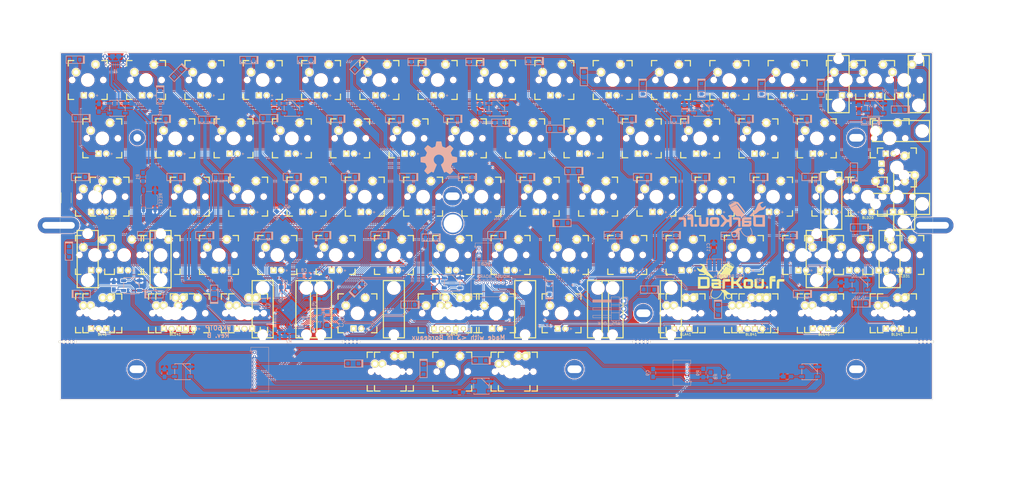
<source format=kicad_pcb>
(kicad_pcb (version 4) (host pcbnew 4.0.7+dfsg1-1)
  (title_block (title DK60TP) (date 2017-10-07) (rev B) (company DarKou))
  (layers (0 F.Cu signal) (31 B.Cu signal) (34 B.Paste user) (35 F.Paste user) (36 B.SilkS user) (37 F.SilkS user) (38 B.Mask user) (39 F.Mask user) (44 Edge.Cuts user))
  (net 0 "")
  (net 1 LED_CATH)
  (net 2 LED_AN)
  (net 3 XTAL1)
  (net 4 GND)
  (net 5 XTAL2)
  (net 6 VCC)
  (net 7 "Net-(C8-Pad1)")
  (net 8 "Net-(C9-Pad1)")
  (net 9 Col0)
  (net 10 "Net-(DK0-Pad1)")
  (net 11 "Net-(DK1-Pad1)")
  (net 12 "Net-(DK2-Pad1)")
  (net 13 "Net-(DK3-Pad1)")
  (net 14 "Net-(DK4-Pad1)")
  (net 15 Col6)
  (net 16 "Net-(DK6-Pad1)")
  (net 17 Col1)
  (net 18 "Net-(DK10-Pad1)")
  (net 19 "Net-(DK11-Pad1)")
  (net 20 "Net-(DK12-Pad1)")
  (net 21 "Net-(DK13-Pad1)")
  (net 22 "Net-(DK14-Pad1)")
  (net 23 Col2)
  (net 24 "Net-(DK20-Pad1)")
  (net 25 "Net-(DK21-Pad1)")
  (net 26 "Net-(DK22-Pad1)")
  (net 27 "Net-(DK23-Pad1)")
  (net 28 "Net-(DK24-Pad1)")
  (net 29 Col3)
  (net 30 "Net-(DK30-Pad1)")
  (net 31 "Net-(DK31-Pad1)")
  (net 32 "Net-(DK32-Pad1)")
  (net 33 "Net-(DK33-Pad1)")
  (net 34 /TRACKPOINT/Col3)
  (net 35 "Net-(DK34-Pad1)")
  (net 36 Col4)
  (net 37 "Net-(DK40-Pad1)")
  (net 38 "Net-(DK41-Pad1)")
  (net 39 "Net-(DK42-Pad1)")
  (net 40 "Net-(DK43-Pad1)")
  (net 41 /TRACKPOINT/Col4)
  (net 42 "Net-(DK44-Pad1)")
  (net 43 Col5)
  (net 44 "Net-(DK50-Pad1)")
  (net 45 "Net-(DK51-Pad1)")
  (net 46 "Net-(DK52-Pad1)")
  (net 47 "Net-(DK53-Pad1)")
  (net 48 "Net-(DK54-Pad1)")
  (net 49 "Net-(DK61-Pad1)")
  (net 50 "Net-(DK62-Pad1)")
  (net 51 "Net-(DK63-Pad1)")
  (net 52 "Net-(DK64-Pad1)")
  (net 53 Col7)
  (net 54 "Net-(DK70-Pad1)")
  (net 55 "Net-(DK71-Pad1)")
  (net 56 "Net-(DK72-Pad1)")
  (net 57 "Net-(DK73-Pad1)")
  (net 58 Col8)
  (net 59 "Net-(DK80-Pad1)")
  (net 60 "Net-(DK81-Pad1)")
  (net 61 "Net-(DK82-Pad1)")
  (net 62 "Net-(DK83-Pad1)")
  (net 63 Col9)
  (net 64 "Net-(DK90-Pad1)")
  (net 65 "Net-(DK91-Pad1)")
  (net 66 "Net-(DK92-Pad1)")
  (net 67 "Net-(DK93-Pad1)")
  (net 68 "Net-(DK94-Pad1)")
  (net 69 ColA)
  (net 70 "Net-(DKA0-Pad1)")
  (net 71 "Net-(DKA1-Pad1)")
  (net 72 "Net-(DKA2-Pad1)")
  (net 73 "Net-(DKA3-Pad1)")
  (net 74 "Net-(DKA4-Pad1)")
  (net 75 ColB)
  (net 76 "Net-(DKB0-Pad1)")
  (net 77 "Net-(DKB1-Pad1)")
  (net 78 "Net-(DKB2-Pad1)")
  (net 79 "Net-(DKB3-Pad1)")
  (net 80 "Net-(DKB4-Pad1)")
  (net 81 ColC)
  (net 82 "Net-(DKC1-Pad1)")
  (net 83 "Net-(DKC2-Pad1)")
  (net 84 "Net-(DKC3-Pad1)")
  (net 85 "Net-(DKC4-Pad1)")
  (net 86 ColD)
  (net 87 "Net-(DKD0-Pad1)")
  (net 88 "Net-(DKD1-Pad1)")
  (net 89 "Net-(DKD2-Pad1)")
  (net 90 "Net-(DKD3-Pad1)")
  (net 91 "Net-(DKD4-Pad1)")
  (net 92 "Net-(J1-Pad2)")
  (net 93 "Net-(J1-Pad3)")
  (net 94 DOUT)
  (net 95 Row0)
  (net 96 Row4)
  (net 97 Row1)
  (net 98 Row2)
  (net 99 Row3)
  (net 100 /TRACKPOINT/Row4)
  (net 101 "Net-(KC0-Pad1)")
  (net 102 "Net-(L1-Pad1)")
  (net 103 "Net-(J3-Pad2)")
  (net 104 D5)
  (net 105 D2)
  (net 106 /TRACKPOINT/D5)
  (net 107 /TRACKPOINT/D2)
  (net 108 /TRACKPOINT/RGB)
  (net 109 RESET)
  (net 110 "Net-(R2-Pad2)")
  (net 111 "Net-(R3-Pad1)")
  (net 112 CAPS_LED)
  (net 113 "Net-(J3-Pad1)")
  (net 114 RGB)
  (net 115 "Net-(RGB0-Pad2)")
  (net 116 "Net-(RGB1-Pad2)")
  (net 117 "Net-(RGB2-Pad2)")
  (net 118 "Net-(RGB3-Pad2)")
  (net 119 "Net-(RGB4-Pad2)")
  (net 120 "Net-(RGB5-Pad2)")
  (net 121 "Net-(RGB6-Pad2)")
  (net 122 "Net-(RGB8-Pad2)")
  (net 123 "Net-(RGB10-Pad4)")
  (net 124 BACKLIT)
  (net 125 "Net-(R4-Pad1)")
  (net 126 "Net-(DK74-Pad1)")
  (net 127 /TRACKPOINT/Col8)
  (net 128 "Net-(DK84-Pad1)")
  (module Footprint:Mx_100 (layer F.Cu) (at 192.00125 125.18125)
    (fp_text reference K643 hide)
    (fp_text value K46 hide)
    (pad HOLE np_thru_hole circle (at 0 0) (size 3.9878 3.9878) (drill 3.9878) (layers *.Cu))
    (pad HOLE np_thru_hole circle (at -5.08 0) (size 1.7018 1.7018) (drill 1.7018) (layers *.Cu))
    (pad HOLE np_thru_hole circle (at 5.08 0) (size 1.7018 1.7018) (drill 1.7018) (layers *.Cu))
    (pad 1 thru_hole circle (at -3.81 -2.54 330.95) (size 2.5 2.5) (drill 1.5) (layers *.Cu *.Mask F.SilkS) (net 96 Row4))
    (pad 2 thru_hole circle (at 2.54 -5.08 356.1) (size 2.5 2.5) (drill 1.5) (layers *.Cu *.Mask F.SilkS) (net 52 "Net-(DK64-Pad1)"))
  )
  (module Footprint:Mx_100 (layer F.Cu) (at 211.0425 144.23125)
    (fp_text reference K840 hide)
    (fp_text value RMB hide)
    (pad HOLE np_thru_hole circle (at 0 0) (size 3.9878 3.9878) (drill 3.9878) (layers *.Cu))
    (pad HOLE np_thru_hole circle (at -5.08 0) (size 1.7018 1.7018) (drill 1.7018) (layers *.Cu))
    (pad HOLE np_thru_hole circle (at 5.08 0) (size 1.7018 1.7018) (drill 1.7018) (layers *.Cu))
    (pad 1 thru_hole circle (at -3.81 -2.54 330.95) (size 2.5 2.5) (drill 1.5) (layers *.Cu *.Mask F.SilkS) (net 128 "Net-(DK84-Pad1)"))
    (pad 2 thru_hole circle (at 2.54 -5.08 356.1) (size 2.5 2.5) (drill 1.5) (layers *.Cu *.Mask F.SilkS) (net 100 /TRACKPOINT/Row4))
  )
  (module Footprint:Mx_100 (layer F.Cu) (at 339.65625 106.13125)
    (fp_text reference KD30 hide)
    (fp_text value K3D hide)
    (pad HOLE np_thru_hole circle (at 0 0) (size 3.9878 3.9878) (drill 3.9878) (layers *.Cu))
    (pad HOLE np_thru_hole circle (at -5.08 0) (size 1.7018 1.7018) (drill 1.7018) (layers *.Cu))
    (pad HOLE np_thru_hole circle (at 5.08 0) (size 1.7018 1.7018) (drill 1.7018) (layers *.Cu))
    (pad 1 thru_hole circle (at -3.81 -2.54 330.95) (size 2.5 2.5) (drill 1.5) (layers *.Cu *.Mask F.SilkS) (net 99 Row3))
    (pad 2 thru_hole circle (at 2.54 -5.08 356.1) (size 2.5 2.5) (drill 1.5) (layers *.Cu *.Mask F.SilkS) (net 90 "Net-(DKD3-Pad1)"))
  )
  (module Footprint:Mx_100 (layer F.Cu) (at 320.58 48.98125)
    (fp_text reference KD0 hide)
    (fp_text value K0D hide)
    (pad HOLE np_thru_hole circle (at 0 0) (size 3.9878 3.9878) (drill 3.9878) (layers *.Cu))
    (pad HOLE np_thru_hole circle (at -5.08 0) (size 1.7018 1.7018) (drill 1.7018) (layers *.Cu))
    (pad HOLE np_thru_hole circle (at 5.08 0) (size 1.7018 1.7018) (drill 1.7018) (layers *.Cu))
    (pad 1 thru_hole circle (at -3.81 -2.54 330.95) (size 2.5 2.5) (drill 1.5) (layers *.Cu *.Mask F.SilkS) (net 87 "Net-(DKD0-Pad1)"))
    (pad 2 thru_hole circle (at 2.54 -5.08 356.1) (size 2.5 2.5) (drill 1.5) (layers *.Cu *.Mask F.SilkS) (net 95 Row0))
  )
  (module Footprint:Mx_100 (layer F.Cu) (at 311.08125 125.18125)
    (fp_text reference KC40 hide)
    (fp_text value K4C hide)
    (pad HOLE np_thru_hole circle (at 0 0) (size 3.9878 3.9878) (drill 3.9878) (layers *.Cu))
    (pad HOLE np_thru_hole circle (at -5.08 0) (size 1.7018 1.7018) (drill 1.7018) (layers *.Cu))
    (pad HOLE np_thru_hole circle (at 5.08 0) (size 1.7018 1.7018) (drill 1.7018) (layers *.Cu))
    (pad 1 thru_hole circle (at -3.81 -2.54 330.95) (size 2.5 2.5) (drill 1.5) (layers *.Cu *.Mask F.SilkS) (net 85 "Net-(DKC4-Pad1)"))
    (pad 2 thru_hole circle (at 2.54 -5.08 356.1) (size 2.5 2.5) (drill 1.5) (layers *.Cu *.Mask F.SilkS) (net 96 Row4))
  )
  (module Footprint:Mx_100 (layer F.Cu) (at 306.31875 106.13125)
    (fp_text reference KC31 hide)
    (fp_text value K3C hide)
    (pad HOLE np_thru_hole circle (at 0 0) (size 3.9878 3.9878) (drill 3.9878) (layers *.Cu))
    (pad HOLE np_thru_hole circle (at -5.08 0) (size 1.7018 1.7018) (drill 1.7018) (layers *.Cu))
    (pad HOLE np_thru_hole circle (at 5.08 0) (size 1.7018 1.7018) (drill 1.7018) (layers *.Cu))
    (pad 1 thru_hole circle (at -3.81 -2.54 330.95) (size 2.5 2.5) (drill 1.5) (layers *.Cu *.Mask F.SilkS) (net 84 "Net-(DKC3-Pad1)"))
    (pad 2 thru_hole circle (at 2.54 -5.08 356.1) (size 2.5 2.5) (drill 1.5) (layers *.Cu *.Mask F.SilkS) (net 99 Row3))
  )
  (module Footprint:Mx_100 (layer F.Cu) (at 315.84375 87.08125)
    (fp_text reference KC20 hide)
    (fp_text value K2C hide)
    (pad HOLE np_thru_hole circle (at 0 0) (size 3.9878 3.9878) (drill 3.9878) (layers *.Cu))
    (pad HOLE np_thru_hole circle (at -5.08 0) (size 1.7018 1.7018) (drill 1.7018) (layers *.Cu))
    (pad HOLE np_thru_hole circle (at 5.08 0) (size 1.7018 1.7018) (drill 1.7018) (layers *.Cu))
    (pad 1 thru_hole circle (at -3.81 -2.54 330.95) (size 2.5 2.5) (drill 1.5) (layers *.Cu *.Mask F.SilkS) (net 83 "Net-(DKC2-Pad1)"))
    (pad 2 thru_hole circle (at 2.54 -5.08 356.1) (size 2.5 2.5) (drill 1.5) (layers *.Cu *.Mask F.SilkS) (net 98 Row2))
  )
  (module Footprint:Mx_100 (layer F.Cu) (at 311.08125 68.03125)
    (fp_text reference KC10 hide)
    (fp_text value K1C hide)
    (pad HOLE np_thru_hole circle (at 0 0) (size 3.9878 3.9878) (drill 3.9878) (layers *.Cu))
    (pad HOLE np_thru_hole circle (at -5.08 0) (size 1.7018 1.7018) (drill 1.7018) (layers *.Cu))
    (pad HOLE np_thru_hole circle (at 5.08 0) (size 1.7018 1.7018) (drill 1.7018) (layers *.Cu))
    (pad 1 thru_hole circle (at -3.81 -2.54 330.95) (size 2.5 2.5) (drill 1.5) (layers *.Cu *.Mask F.SilkS) (net 82 "Net-(DKC1-Pad1)"))
    (pad 2 thru_hole circle (at 2.54 -5.08 356.1) (size 2.5 2.5) (drill 1.5) (layers *.Cu *.Mask F.SilkS) (net 97 Row1))
  )
  (module Footprint:Mx_100 (layer F.Cu) (at 301.55625 48.98125)
    (fp_text reference KC0 hide)
    (fp_text value K0C hide)
    (pad HOLE np_thru_hole circle (at 0 0) (size 3.9878 3.9878) (drill 3.9878) (layers *.Cu))
    (pad HOLE np_thru_hole circle (at -5.08 0) (size 1.7018 1.7018) (drill 1.7018) (layers *.Cu))
    (pad HOLE np_thru_hole circle (at 5.08 0) (size 1.7018 1.7018) (drill 1.7018) (layers *.Cu))
    (pad 1 thru_hole circle (at -3.81 -2.54 330.95) (size 2.5 2.5) (drill 1.5) (layers *.Cu *.Mask F.SilkS) (net 101 "Net-(KC0-Pad1)"))
    (pad 2 thru_hole circle (at 2.54 -5.08 356.1) (size 2.5 2.5) (drill 1.5) (layers *.Cu *.Mask F.SilkS) (net 95 Row0))
  )
  (module Footprint:Mx_100 (layer F.Cu) (at 292.03125 125.18125)
    (fp_text reference KB40 hide)
    (fp_text value K4B hide)
    (pad HOLE np_thru_hole circle (at 0 0) (size 3.9878 3.9878) (drill 3.9878) (layers *.Cu))
    (pad HOLE np_thru_hole circle (at -5.08 0) (size 1.7018 1.7018) (drill 1.7018) (layers *.Cu))
    (pad HOLE np_thru_hole circle (at 5.08 0) (size 1.7018 1.7018) (drill 1.7018) (layers *.Cu))
    (pad 1 thru_hole circle (at -3.81 -2.54 330.95) (size 2.5 2.5) (drill 1.5) (layers *.Cu *.Mask F.SilkS) (net 80 "Net-(DKB4-Pad1)"))
    (pad 2 thru_hole circle (at 2.54 -5.08 356.1) (size 2.5 2.5) (drill 1.5) (layers *.Cu *.Mask F.SilkS) (net 96 Row4))
  )
  (module Footprint:Mx_100 (layer F.Cu) (at 287.26875 106.13125)
    (fp_text reference KB30 hide)
    (fp_text value K3B hide)
    (pad HOLE np_thru_hole circle (at 0 0) (size 3.9878 3.9878) (drill 3.9878) (layers *.Cu))
    (pad HOLE np_thru_hole circle (at -5.08 0) (size 1.7018 1.7018) (drill 1.7018) (layers *.Cu))
    (pad HOLE np_thru_hole circle (at 5.08 0) (size 1.7018 1.7018) (drill 1.7018) (layers *.Cu))
    (pad 1 thru_hole circle (at -3.81 -2.54 330.95) (size 2.5 2.5) (drill 1.5) (layers *.Cu *.Mask F.SilkS) (net 79 "Net-(DKB3-Pad1)"))
    (pad 2 thru_hole circle (at 2.54 -5.08 356.1) (size 2.5 2.5) (drill 1.5) (layers *.Cu *.Mask F.SilkS) (net 99 Row3))
  )
  (module Footprint:Mx_100 (layer F.Cu) (at 296.79375 87.08125)
    (fp_text reference KB20 hide)
    (fp_text value K2B hide)
    (pad HOLE np_thru_hole circle (at 0 0) (size 3.9878 3.9878) (drill 3.9878) (layers *.Cu))
    (pad HOLE np_thru_hole circle (at -5.08 0) (size 1.7018 1.7018) (drill 1.7018) (layers *.Cu))
    (pad HOLE np_thru_hole circle (at 5.08 0) (size 1.7018 1.7018) (drill 1.7018) (layers *.Cu))
    (pad 1 thru_hole circle (at -3.81 -2.54 330.95) (size 2.5 2.5) (drill 1.5) (layers *.Cu *.Mask F.SilkS) (net 78 "Net-(DKB2-Pad1)"))
    (pad 2 thru_hole circle (at 2.54 -5.08 356.1) (size 2.5 2.5) (drill 1.5) (layers *.Cu *.Mask F.SilkS) (net 98 Row2))
  )
  (module Footprint:Mx_100 (layer F.Cu) (at 292.03125 68.03125)
    (fp_text reference KB10 hide)
    (fp_text value K1B hide)
    (pad HOLE np_thru_hole circle (at 0 0) (size 3.9878 3.9878) (drill 3.9878) (layers *.Cu))
    (pad HOLE np_thru_hole circle (at -5.08 0) (size 1.7018 1.7018) (drill 1.7018) (layers *.Cu))
    (pad HOLE np_thru_hole circle (at 5.08 0) (size 1.7018 1.7018) (drill 1.7018) (layers *.Cu))
    (pad 1 thru_hole circle (at -3.81 -2.54 330.95) (size 2.5 2.5) (drill 1.5) (layers *.Cu *.Mask F.SilkS) (net 77 "Net-(DKB1-Pad1)"))
    (pad 2 thru_hole circle (at 2.54 -5.08 356.1) (size 2.5 2.5) (drill 1.5) (layers *.Cu *.Mask F.SilkS) (net 97 Row1))
  )
  (module Footprint:Mx_100 (layer F.Cu) (at 282.50625 48.98125)
    (fp_text reference KB0 hide)
    (fp_text value K0B hide)
    (pad HOLE np_thru_hole circle (at 0 0) (size 3.9878 3.9878) (drill 3.9878) (layers *.Cu))
    (pad HOLE np_thru_hole circle (at -5.08 0) (size 1.7018 1.7018) (drill 1.7018) (layers *.Cu))
    (pad HOLE np_thru_hole circle (at 5.08 0) (size 1.7018 1.7018) (drill 1.7018) (layers *.Cu))
    (pad 1 thru_hole circle (at -3.81 -2.54 330.95) (size 2.5 2.5) (drill 1.5) (layers *.Cu *.Mask F.SilkS) (net 76 "Net-(DKB0-Pad1)"))
    (pad 2 thru_hole circle (at 2.54 -5.08 356.1) (size 2.5 2.5) (drill 1.5) (layers *.Cu *.Mask F.SilkS) (net 95 Row0))
  )
  (module Footprint:Mx_100 (layer F.Cu) (at 268.21875 106.13125)
    (fp_text reference KA30 hide)
    (fp_text value K3A hide)
    (pad HOLE np_thru_hole circle (at 0 0) (size 3.9878 3.9878) (drill 3.9878) (layers *.Cu))
    (pad HOLE np_thru_hole circle (at -5.08 0) (size 1.7018 1.7018) (drill 1.7018) (layers *.Cu))
    (pad HOLE np_thru_hole circle (at 5.08 0) (size 1.7018 1.7018) (drill 1.7018) (layers *.Cu))
    (pad 1 thru_hole circle (at -3.81 -2.54 330.95) (size 2.5 2.5) (drill 1.5) (layers *.Cu *.Mask F.SilkS) (net 73 "Net-(DKA3-Pad1)"))
    (pad 2 thru_hole circle (at 2.54 -5.08 356.1) (size 2.5 2.5) (drill 1.5) (layers *.Cu *.Mask F.SilkS) (net 99 Row3))
  )
  (module Footprint:Mx_100 (layer F.Cu) (at 277.74375 87.08125)
    (fp_text reference KA20 hide)
    (fp_text value K2A hide)
    (pad HOLE np_thru_hole circle (at 0 0) (size 3.9878 3.9878) (drill 3.9878) (layers *.Cu))
    (pad HOLE np_thru_hole circle (at -5.08 0) (size 1.7018 1.7018) (drill 1.7018) (layers *.Cu))
    (pad HOLE np_thru_hole circle (at 5.08 0) (size 1.7018 1.7018) (drill 1.7018) (layers *.Cu))
    (pad 1 thru_hole circle (at -3.81 -2.54 330.95) (size 2.5 2.5) (drill 1.5) (layers *.Cu *.Mask F.SilkS) (net 72 "Net-(DKA2-Pad1)"))
    (pad 2 thru_hole circle (at 2.54 -5.08 356.1) (size 2.5 2.5) (drill 1.5) (layers *.Cu *.Mask F.SilkS) (net 98 Row2))
  )
  (module Footprint:Mx_100 (layer F.Cu) (at 272.98125 68.03125)
    (fp_text reference KA10 hide)
    (fp_text value K1A hide)
    (pad HOLE np_thru_hole circle (at 0 0) (size 3.9878 3.9878) (drill 3.9878) (layers *.Cu))
    (pad HOLE np_thru_hole circle (at -5.08 0) (size 1.7018 1.7018) (drill 1.7018) (layers *.Cu))
    (pad HOLE np_thru_hole circle (at 5.08 0) (size 1.7018 1.7018) (drill 1.7018) (layers *.Cu))
    (pad 1 thru_hole circle (at -3.81 -2.54 330.95) (size 2.5 2.5) (drill 1.5) (layers *.Cu *.Mask F.SilkS) (net 71 "Net-(DKA1-Pad1)"))
    (pad 2 thru_hole circle (at 2.54 -5.08 356.1) (size 2.5 2.5) (drill 1.5) (layers *.Cu *.Mask F.SilkS) (net 97 Row1))
  )
  (module Footprint:Mx_100 (layer F.Cu) (at 263.45625 48.98125)
    (fp_text reference KA0 hide)
    (fp_text value K0A hide)
    (pad HOLE np_thru_hole circle (at 0 0) (size 3.9878 3.9878) (drill 3.9878) (layers *.Cu))
    (pad HOLE np_thru_hole circle (at -5.08 0) (size 1.7018 1.7018) (drill 1.7018) (layers *.Cu))
    (pad HOLE np_thru_hole circle (at 5.08 0) (size 1.7018 1.7018) (drill 1.7018) (layers *.Cu))
    (pad 1 thru_hole circle (at -3.81 -2.54 330.95) (size 2.5 2.5) (drill 1.5) (layers *.Cu *.Mask F.SilkS) (net 70 "Net-(DKA0-Pad1)"))
    (pad 2 thru_hole circle (at 2.54 -5.08 356.1) (size 2.5 2.5) (drill 1.5) (layers *.Cu *.Mask F.SilkS) (net 95 Row0))
  )
  (module Footprint:Mx_100 (layer F.Cu) (at 339.65625 48.98125)
    (fp_text reference K940 hide)
    (fp_text value K49 hide)
    (pad HOLE np_thru_hole circle (at 0 0) (size 3.9878 3.9878) (drill 3.9878) (layers *.Cu))
    (pad HOLE np_thru_hole circle (at -5.08 0) (size 1.7018 1.7018) (drill 1.7018) (layers *.Cu))
    (pad HOLE np_thru_hole circle (at 5.08 0) (size 1.7018 1.7018) (drill 1.7018) (layers *.Cu))
    (pad 1 thru_hole circle (at -3.81 -2.54 330.95) (size 2.5 2.5) (drill 1.5) (layers *.Cu *.Mask F.SilkS) (net 68 "Net-(DK94-Pad1)"))
    (pad 2 thru_hole circle (at 2.54 -5.08 356.1) (size 2.5 2.5) (drill 1.5) (layers *.Cu *.Mask F.SilkS) (net 96 Row4))
  )
  (module Footprint:Mx_100 (layer F.Cu) (at 249.16875 106.13125)
    (fp_text reference K930 hide)
    (fp_text value K39 hide)
    (pad HOLE np_thru_hole circle (at 0 0) (size 3.9878 3.9878) (drill 3.9878) (layers *.Cu))
    (pad HOLE np_thru_hole circle (at -5.08 0) (size 1.7018 1.7018) (drill 1.7018) (layers *.Cu))
    (pad HOLE np_thru_hole circle (at 5.08 0) (size 1.7018 1.7018) (drill 1.7018) (layers *.Cu))
    (pad 1 thru_hole circle (at -3.81 -2.54 330.95) (size 2.5 2.5) (drill 1.5) (layers *.Cu *.Mask F.SilkS) (net 67 "Net-(DK93-Pad1)"))
    (pad 2 thru_hole circle (at 2.54 -5.08 356.1) (size 2.5 2.5) (drill 1.5) (layers *.Cu *.Mask F.SilkS) (net 99 Row3))
  )
  (module Footprint:Mx_100 (layer F.Cu) (at 258.69375 87.08125)
    (fp_text reference K920 hide)
    (fp_text value K29 hide)
    (pad HOLE np_thru_hole circle (at 0 0) (size 3.9878 3.9878) (drill 3.9878) (layers *.Cu))
    (pad HOLE np_thru_hole circle (at -5.08 0) (size 1.7018 1.7018) (drill 1.7018) (layers *.Cu))
    (pad HOLE np_thru_hole circle (at 5.08 0) (size 1.7018 1.7018) (drill 1.7018) (layers *.Cu))
    (pad 1 thru_hole circle (at -3.81 -2.54 330.95) (size 2.5 2.5) (drill 1.5) (layers *.Cu *.Mask F.SilkS) (net 66 "Net-(DK92-Pad1)"))
    (pad 2 thru_hole circle (at 2.54 -5.08 356.1) (size 2.5 2.5) (drill 1.5) (layers *.Cu *.Mask F.SilkS) (net 98 Row2))
  )
  (module Footprint:Mx_100 (layer F.Cu) (at 253.93125 68.03125)
    (fp_text reference K910 hide)
    (fp_text value K19 hide)
    (pad HOLE np_thru_hole circle (at 0 0) (size 3.9878 3.9878) (drill 3.9878) (layers *.Cu))
    (pad HOLE np_thru_hole circle (at -5.08 0) (size 1.7018 1.7018) (drill 1.7018) (layers *.Cu))
    (pad HOLE np_thru_hole circle (at 5.08 0) (size 1.7018 1.7018) (drill 1.7018) (layers *.Cu))
    (pad 1 thru_hole circle (at -3.81 -2.54 330.95) (size 2.5 2.5) (drill 1.5) (layers *.Cu *.Mask F.SilkS) (net 65 "Net-(DK91-Pad1)"))
    (pad 2 thru_hole circle (at 2.54 -5.08 356.1) (size 2.5 2.5) (drill 1.5) (layers *.Cu *.Mask F.SilkS) (net 97 Row1))
  )
  (module Footprint:Mx_100 (layer F.Cu) (at 244.40625 48.98125)
    (fp_text reference K900 hide)
    (fp_text value K09 hide)
    (pad HOLE np_thru_hole circle (at 0 0) (size 3.9878 3.9878) (drill 3.9878) (layers *.Cu))
    (pad HOLE np_thru_hole circle (at -5.08 0) (size 1.7018 1.7018) (drill 1.7018) (layers *.Cu))
    (pad HOLE np_thru_hole circle (at 5.08 0) (size 1.7018 1.7018) (drill 1.7018) (layers *.Cu))
    (pad 1 thru_hole circle (at -3.81 -2.54 330.95) (size 2.5 2.5) (drill 1.5) (layers *.Cu *.Mask F.SilkS) (net 64 "Net-(DK90-Pad1)"))
    (pad 2 thru_hole circle (at 2.54 -5.08 356.1) (size 2.5 2.5) (drill 1.5) (layers *.Cu *.Mask F.SilkS) (net 95 Row0))
  )
  (module Footprint:Mx_100 (layer F.Cu) (at 230.11875 106.13125)
    (fp_text reference K830 hide)
    (fp_text value K38 hide)
    (pad HOLE np_thru_hole circle (at 0 0) (size 3.9878 3.9878) (drill 3.9878) (layers *.Cu))
    (pad HOLE np_thru_hole circle (at -5.08 0) (size 1.7018 1.7018) (drill 1.7018) (layers *.Cu))
    (pad HOLE np_thru_hole circle (at 5.08 0) (size 1.7018 1.7018) (drill 1.7018) (layers *.Cu))
    (pad 1 thru_hole circle (at -3.81 -2.54 330.95) (size 2.5 2.5) (drill 1.5) (layers *.Cu *.Mask F.SilkS) (net 62 "Net-(DK83-Pad1)"))
    (pad 2 thru_hole circle (at 2.54 -5.08 356.1) (size 2.5 2.5) (drill 1.5) (layers *.Cu *.Mask F.SilkS) (net 99 Row3))
  )
  (module Footprint:Mx_100 (layer F.Cu) (at 239.64375 87.08125)
    (fp_text reference K820 hide)
    (fp_text value K28 hide)
    (pad HOLE np_thru_hole circle (at 0 0) (size 3.9878 3.9878) (drill 3.9878) (layers *.Cu))
    (pad HOLE np_thru_hole circle (at -5.08 0) (size 1.7018 1.7018) (drill 1.7018) (layers *.Cu))
    (pad HOLE np_thru_hole circle (at 5.08 0) (size 1.7018 1.7018) (drill 1.7018) (layers *.Cu))
    (pad 1 thru_hole circle (at -3.81 -2.54 330.95) (size 2.5 2.5) (drill 1.5) (layers *.Cu *.Mask F.SilkS) (net 61 "Net-(DK82-Pad1)"))
    (pad 2 thru_hole circle (at 2.54 -5.08 356.1) (size 2.5 2.5) (drill 1.5) (layers *.Cu *.Mask F.SilkS) (net 98 Row2))
  )
  (module Footprint:Mx_100 (layer F.Cu) (at 234.88125 68.03125)
    (fp_text reference K810 hide)
    (fp_text value K18 hide)
    (pad HOLE np_thru_hole circle (at 0 0) (size 3.9878 3.9878) (drill 3.9878) (layers *.Cu))
    (pad HOLE np_thru_hole circle (at -5.08 0) (size 1.7018 1.7018) (drill 1.7018) (layers *.Cu))
    (pad HOLE np_thru_hole circle (at 5.08 0) (size 1.7018 1.7018) (drill 1.7018) (layers *.Cu))
    (pad 1 thru_hole circle (at -3.81 -2.54 330.95) (size 2.5 2.5) (drill 1.5) (layers *.Cu *.Mask F.SilkS) (net 60 "Net-(DK81-Pad1)"))
    (pad 2 thru_hole circle (at 2.54 -5.08 356.1) (size 2.5 2.5) (drill 1.5) (layers *.Cu *.Mask F.SilkS) (net 97 Row1))
  )
  (module Footprint:Mx_100 (layer F.Cu) (at 225.35625 48.98125)
    (fp_text reference K800 hide)
    (fp_text value K08 hide)
    (pad HOLE np_thru_hole circle (at 0 0) (size 3.9878 3.9878) (drill 3.9878) (layers *.Cu))
    (pad HOLE np_thru_hole circle (at -5.08 0) (size 1.7018 1.7018) (drill 1.7018) (layers *.Cu))
    (pad HOLE np_thru_hole circle (at 5.08 0) (size 1.7018 1.7018) (drill 1.7018) (layers *.Cu))
    (pad 1 thru_hole circle (at -3.81 -2.54 330.95) (size 2.5 2.5) (drill 1.5) (layers *.Cu *.Mask F.SilkS) (net 59 "Net-(DK80-Pad1)"))
    (pad 2 thru_hole circle (at 2.54 -5.08 356.1) (size 2.5 2.5) (drill 1.5) (layers *.Cu *.Mask F.SilkS) (net 95 Row0))
  )
  (module Footprint:Mx_100 (layer F.Cu) (at 211.06875 106.13125)
    (fp_text reference K730 hide)
    (fp_text value K37 hide)
    (pad HOLE np_thru_hole circle (at 0 0) (size 3.9878 3.9878) (drill 3.9878) (layers *.Cu))
    (pad HOLE np_thru_hole circle (at -5.08 0) (size 1.7018 1.7018) (drill 1.7018) (layers *.Cu))
    (pad HOLE np_thru_hole circle (at 5.08 0) (size 1.7018 1.7018) (drill 1.7018) (layers *.Cu))
    (pad 1 thru_hole circle (at -3.81 -2.54 330.95) (size 2.5 2.5) (drill 1.5) (layers *.Cu *.Mask F.SilkS) (net 57 "Net-(DK73-Pad1)"))
    (pad 2 thru_hole circle (at 2.54 -5.08 356.1) (size 2.5 2.5) (drill 1.5) (layers *.Cu *.Mask F.SilkS) (net 99 Row3))
  )
  (module Footprint:Mx_100 (layer F.Cu) (at 220.59375 87.08125)
    (fp_text reference K720 hide)
    (fp_text value K27 hide)
    (pad HOLE np_thru_hole circle (at 0 0) (size 3.9878 3.9878) (drill 3.9878) (layers *.Cu))
    (pad HOLE np_thru_hole circle (at -5.08 0) (size 1.7018 1.7018) (drill 1.7018) (layers *.Cu))
    (pad HOLE np_thru_hole circle (at 5.08 0) (size 1.7018 1.7018) (drill 1.7018) (layers *.Cu))
    (pad 1 thru_hole circle (at -3.81 -2.54 330.95) (size 2.5 2.5) (drill 1.5) (layers *.Cu *.Mask F.SilkS) (net 56 "Net-(DK72-Pad1)"))
    (pad 2 thru_hole circle (at 2.54 -5.08 356.1) (size 2.5 2.5) (drill 1.5) (layers *.Cu *.Mask F.SilkS) (net 98 Row2))
  )
  (module Footprint:Mx_100 (layer F.Cu) (at 215.83125 68.03125)
    (fp_text reference K710 hide)
    (fp_text value K17 hide)
    (pad HOLE np_thru_hole circle (at 0 0) (size 3.9878 3.9878) (drill 3.9878) (layers *.Cu))
    (pad HOLE np_thru_hole circle (at -5.08 0) (size 1.7018 1.7018) (drill 1.7018) (layers *.Cu))
    (pad HOLE np_thru_hole circle (at 5.08 0) (size 1.7018 1.7018) (drill 1.7018) (layers *.Cu))
    (pad 1 thru_hole circle (at -3.81 -2.54 330.95) (size 2.5 2.5) (drill 1.5) (layers *.Cu *.Mask F.SilkS) (net 55 "Net-(DK71-Pad1)"))
    (pad 2 thru_hole circle (at 2.54 -5.08 356.1) (size 2.5 2.5) (drill 1.5) (layers *.Cu *.Mask F.SilkS) (net 97 Row1))
  )
  (module Footprint:Mx_100 (layer F.Cu) (at 206.30625 48.98125)
    (fp_text reference K700 hide)
    (fp_text value K07 hide)
    (pad HOLE np_thru_hole circle (at 0 0) (size 3.9878 3.9878) (drill 3.9878) (layers *.Cu))
    (pad HOLE np_thru_hole circle (at -5.08 0) (size 1.7018 1.7018) (drill 1.7018) (layers *.Cu))
    (pad HOLE np_thru_hole circle (at 5.08 0) (size 1.7018 1.7018) (drill 1.7018) (layers *.Cu))
    (pad 1 thru_hole circle (at -3.81 -2.54 330.95) (size 2.5 2.5) (drill 1.5) (layers *.Cu *.Mask F.SilkS) (net 54 "Net-(DK70-Pad1)"))
    (pad 2 thru_hole circle (at 2.54 -5.08 356.1) (size 2.5 2.5) (drill 1.5) (layers *.Cu *.Mask F.SilkS) (net 95 Row0))
  )
  (module Footprint:Mx_100 (layer F.Cu) (at 192.01875 106.13125)
    (fp_text reference K630 hide)
    (fp_text value K36 hide)
    (pad HOLE np_thru_hole circle (at 0 0) (size 3.9878 3.9878) (drill 3.9878) (layers *.Cu))
    (pad HOLE np_thru_hole circle (at -5.08 0) (size 1.7018 1.7018) (drill 1.7018) (layers *.Cu))
    (pad HOLE np_thru_hole circle (at 5.08 0) (size 1.7018 1.7018) (drill 1.7018) (layers *.Cu))
    (pad 1 thru_hole circle (at -3.81 -2.54 330.95) (size 2.5 2.5) (drill 1.5) (layers *.Cu *.Mask F.SilkS) (net 51 "Net-(DK63-Pad1)"))
    (pad 2 thru_hole circle (at 2.54 -5.08 356.1) (size 2.5 2.5) (drill 1.5) (layers *.Cu *.Mask F.SilkS) (net 99 Row3))
  )
  (module Footprint:Mx_100 (layer F.Cu) (at 201.54375 87.08125)
    (fp_text reference K620 hide)
    (fp_text value K26 hide)
    (pad HOLE np_thru_hole circle (at 0 0) (size 3.9878 3.9878) (drill 3.9878) (layers *.Cu))
    (pad HOLE np_thru_hole circle (at -5.08 0) (size 1.7018 1.7018) (drill 1.7018) (layers *.Cu))
    (pad HOLE np_thru_hole circle (at 5.08 0) (size 1.7018 1.7018) (drill 1.7018) (layers *.Cu))
    (pad 1 thru_hole circle (at -3.81 -2.54 330.95) (size 2.5 2.5) (drill 1.5) (layers *.Cu *.Mask F.SilkS) (net 50 "Net-(DK62-Pad1)"))
    (pad 2 thru_hole circle (at 2.54 -5.08 356.1) (size 2.5 2.5) (drill 1.5) (layers *.Cu *.Mask F.SilkS) (net 98 Row2))
  )
  (module Footprint:Mx_100 (layer F.Cu) (at 196.78125 68.03125)
    (fp_text reference K610 hide)
    (fp_text value K16 hide)
    (pad HOLE np_thru_hole circle (at 0 0) (size 3.9878 3.9878) (drill 3.9878) (layers *.Cu))
    (pad HOLE np_thru_hole circle (at -5.08 0) (size 1.7018 1.7018) (drill 1.7018) (layers *.Cu))
    (pad HOLE np_thru_hole circle (at 5.08 0) (size 1.7018 1.7018) (drill 1.7018) (layers *.Cu))
    (pad 1 thru_hole circle (at -3.81 -2.54 330.95) (size 2.5 2.5) (drill 1.5) (layers *.Cu *.Mask F.SilkS) (net 49 "Net-(DK61-Pad1)"))
    (pad 2 thru_hole circle (at 2.54 -5.08 356.1) (size 2.5 2.5) (drill 1.5) (layers *.Cu *.Mask F.SilkS) (net 97 Row1))
  )
  (module Footprint:Mx_100 (layer F.Cu) (at 187.25625 48.98125)
    (fp_text reference K600 hide)
    (fp_text value K06 hide)
    (pad HOLE np_thru_hole circle (at 0 0) (size 3.9878 3.9878) (drill 3.9878) (layers *.Cu))
    (pad HOLE np_thru_hole circle (at -5.08 0) (size 1.7018 1.7018) (drill 1.7018) (layers *.Cu))
    (pad HOLE np_thru_hole circle (at 5.08 0) (size 1.7018 1.7018) (drill 1.7018) (layers *.Cu))
    (pad 1 thru_hole circle (at -3.81 -2.54 330.95) (size 2.5 2.5) (drill 1.5) (layers *.Cu *.Mask F.SilkS) (net 16 "Net-(DK6-Pad1)"))
    (pad 2 thru_hole circle (at 2.54 -5.08 356.1) (size 2.5 2.5) (drill 1.5) (layers *.Cu *.Mask F.SilkS) (net 95 Row0))
  )
  (module Footprint:Mx_100 (layer F.Cu) (at 172.96875 106.13125)
    (fp_text reference K530 hide)
    (fp_text value K35 hide)
    (pad HOLE np_thru_hole circle (at 0 0) (size 3.9878 3.9878) (drill 3.9878) (layers *.Cu))
    (pad HOLE np_thru_hole circle (at -5.08 0) (size 1.7018 1.7018) (drill 1.7018) (layers *.Cu))
    (pad HOLE np_thru_hole circle (at 5.08 0) (size 1.7018 1.7018) (drill 1.7018) (layers *.Cu))
    (pad 1 thru_hole circle (at -3.81 -2.54 330.95) (size 2.5 2.5) (drill 1.5) (layers *.Cu *.Mask F.SilkS) (net 47 "Net-(DK53-Pad1)"))
    (pad 2 thru_hole circle (at 2.54 -5.08 356.1) (size 2.5 2.5) (drill 1.5) (layers *.Cu *.Mask F.SilkS) (net 99 Row3))
  )
  (module Footprint:Mx_100 (layer F.Cu) (at 182.49375 87.08125)
    (fp_text reference K520 hide)
    (fp_text value K25 hide)
    (pad HOLE np_thru_hole circle (at 0 0) (size 3.9878 3.9878) (drill 3.9878) (layers *.Cu))
    (pad HOLE np_thru_hole circle (at -5.08 0) (size 1.7018 1.7018) (drill 1.7018) (layers *.Cu))
    (pad HOLE np_thru_hole circle (at 5.08 0) (size 1.7018 1.7018) (drill 1.7018) (layers *.Cu))
    (pad 1 thru_hole circle (at -3.81 -2.54 330.95) (size 2.5 2.5) (drill 1.5) (layers *.Cu *.Mask F.SilkS) (net 46 "Net-(DK52-Pad1)"))
    (pad 2 thru_hole circle (at 2.54 -5.08 356.1) (size 2.5 2.5) (drill 1.5) (layers *.Cu *.Mask F.SilkS) (net 98 Row2))
  )
  (module Footprint:Mx_100 (layer F.Cu) (at 177.73125 68.03125)
    (fp_text reference K510 hide)
    (fp_text value K15 hide)
    (pad HOLE np_thru_hole circle (at 0 0) (size 3.9878 3.9878) (drill 3.9878) (layers *.Cu))
    (pad HOLE np_thru_hole circle (at -5.08 0) (size 1.7018 1.7018) (drill 1.7018) (layers *.Cu))
    (pad HOLE np_thru_hole circle (at 5.08 0) (size 1.7018 1.7018) (drill 1.7018) (layers *.Cu))
    (pad 1 thru_hole circle (at -3.81 -2.54 330.95) (size 2.5 2.5) (drill 1.5) (layers *.Cu *.Mask F.SilkS) (net 45 "Net-(DK51-Pad1)"))
    (pad 2 thru_hole circle (at 2.54 -5.08 356.1) (size 2.5 2.5) (drill 1.5) (layers *.Cu *.Mask F.SilkS) (net 97 Row1))
  )
  (module Footprint:Mx_100 (layer F.Cu) (at 168.20625 48.98125)
    (fp_text reference K500 hide)
    (fp_text value K05 hide)
    (pad HOLE np_thru_hole circle (at 0 0) (size 3.9878 3.9878) (drill 3.9878) (layers *.Cu))
    (pad HOLE np_thru_hole circle (at -5.08 0) (size 1.7018 1.7018) (drill 1.7018) (layers *.Cu))
    (pad HOLE np_thru_hole circle (at 5.08 0) (size 1.7018 1.7018) (drill 1.7018) (layers *.Cu))
    (pad 1 thru_hole circle (at -3.81 -2.54 330.95) (size 2.5 2.5) (drill 1.5) (layers *.Cu *.Mask F.SilkS) (net 44 "Net-(DK50-Pad1)"))
    (pad 2 thru_hole circle (at 2.54 -5.08 356.1) (size 2.5 2.5) (drill 1.5) (layers *.Cu *.Mask F.SilkS) (net 95 Row0))
  )
  (module Footprint:Mx_100 (layer F.Cu) (at 192.01875 144.23125)
    (fp_text reference K440 hide)
    (fp_text value MMB hide)
    (pad HOLE np_thru_hole circle (at 0 0) (size 3.9878 3.9878) (drill 3.9878) (layers *.Cu))
    (pad HOLE np_thru_hole circle (at -5.08 0) (size 1.7018 1.7018) (drill 1.7018) (layers *.Cu))
    (pad HOLE np_thru_hole circle (at 5.08 0) (size 1.7018 1.7018) (drill 1.7018) (layers *.Cu))
    (pad 1 thru_hole circle (at -3.81 -2.54 330.95) (size 2.5 2.5) (drill 1.5) (layers *.Cu *.Mask F.SilkS) (net 42 "Net-(DK44-Pad1)"))
    (pad 2 thru_hole circle (at 2.54 -5.08 356.1) (size 2.5 2.5) (drill 1.5) (layers *.Cu *.Mask F.SilkS) (net 100 /TRACKPOINT/Row4))
  )
  (module Footprint:Mx_100 (layer F.Cu) (at 153.91875 106.13125)
    (fp_text reference K430 hide)
    (fp_text value K34 hide)
    (pad HOLE np_thru_hole circle (at 0 0) (size 3.9878 3.9878) (drill 3.9878) (layers *.Cu))
    (pad HOLE np_thru_hole circle (at -5.08 0) (size 1.7018 1.7018) (drill 1.7018) (layers *.Cu))
    (pad HOLE np_thru_hole circle (at 5.08 0) (size 1.7018 1.7018) (drill 1.7018) (layers *.Cu))
    (pad 1 thru_hole circle (at -3.81 -2.54 330.95) (size 2.5 2.5) (drill 1.5) (layers *.Cu *.Mask F.SilkS) (net 40 "Net-(DK43-Pad1)"))
    (pad 2 thru_hole circle (at 2.54 -5.08 356.1) (size 2.5 2.5) (drill 1.5) (layers *.Cu *.Mask F.SilkS) (net 99 Row3))
  )
  (module Footprint:Mx_100 (layer F.Cu) (at 163.44375 87.08125)
    (fp_text reference K420 hide)
    (fp_text value K24 hide)
    (pad HOLE np_thru_hole circle (at 0 0) (size 3.9878 3.9878) (drill 3.9878) (layers *.Cu))
    (pad HOLE np_thru_hole circle (at -5.08 0) (size 1.7018 1.7018) (drill 1.7018) (layers *.Cu))
    (pad HOLE np_thru_hole circle (at 5.08 0) (size 1.7018 1.7018) (drill 1.7018) (layers *.Cu))
    (pad 1 thru_hole circle (at -3.81 -2.54 330.95) (size 2.5 2.5) (drill 1.5) (layers *.Cu *.Mask F.SilkS) (net 39 "Net-(DK42-Pad1)"))
    (pad 2 thru_hole circle (at 2.54 -5.08 356.1) (size 2.5 2.5) (drill 1.5) (layers *.Cu *.Mask F.SilkS) (net 98 Row2))
  )
  (module Footprint:Mx_100 (layer F.Cu) (at 158.68125 68.03125)
    (fp_text reference K410 hide)
    (fp_text value K14 hide)
    (pad HOLE np_thru_hole circle (at 0 0) (size 3.9878 3.9878) (drill 3.9878) (layers *.Cu))
    (pad HOLE np_thru_hole circle (at -5.08 0) (size 1.7018 1.7018) (drill 1.7018) (layers *.Cu))
    (pad HOLE np_thru_hole circle (at 5.08 0) (size 1.7018 1.7018) (drill 1.7018) (layers *.Cu))
    (pad 1 thru_hole circle (at -3.81 -2.54 330.95) (size 2.5 2.5) (drill 1.5) (layers *.Cu *.Mask F.SilkS) (net 38 "Net-(DK41-Pad1)"))
    (pad 2 thru_hole circle (at 2.54 -5.08 356.1) (size 2.5 2.5) (drill 1.5) (layers *.Cu *.Mask F.SilkS) (net 97 Row1))
  )
  (module Footprint:Mx_100 (layer F.Cu) (at 149.15625 48.98125)
    (fp_text reference K400 hide)
    (fp_text value K04 hide)
    (pad HOLE np_thru_hole circle (at 0 0) (size 3.9878 3.9878) (drill 3.9878) (layers *.Cu))
    (pad HOLE np_thru_hole circle (at -5.08 0) (size 1.7018 1.7018) (drill 1.7018) (layers *.Cu))
    (pad HOLE np_thru_hole circle (at 5.08 0) (size 1.7018 1.7018) (drill 1.7018) (layers *.Cu))
    (pad 1 thru_hole circle (at -3.81 -2.54 330.95) (size 2.5 2.5) (drill 1.5) (layers *.Cu *.Mask F.SilkS) (net 37 "Net-(DK40-Pad1)"))
    (pad 2 thru_hole circle (at 2.54 -5.08 356.1) (size 2.5 2.5) (drill 1.5) (layers *.Cu *.Mask F.SilkS) (net 95 Row0))
  )
  (module Footprint:Mx_100 (layer F.Cu) (at 172.96875 144.23125)
    (fp_text reference K340 hide)
    (fp_text value LMB hide)
    (pad HOLE np_thru_hole circle (at 0 0) (size 3.9878 3.9878) (drill 3.9878) (layers *.Cu))
    (pad HOLE np_thru_hole circle (at -5.08 0) (size 1.7018 1.7018) (drill 1.7018) (layers *.Cu))
    (pad HOLE np_thru_hole circle (at 5.08 0) (size 1.7018 1.7018) (drill 1.7018) (layers *.Cu))
    (pad 1 thru_hole circle (at -3.81 -2.54 330.95) (size 2.5 2.5) (drill 1.5) (layers *.Cu *.Mask F.SilkS) (net 35 "Net-(DK34-Pad1)"))
    (pad 2 thru_hole circle (at 2.54 -5.08 356.1) (size 2.5 2.5) (drill 1.5) (layers *.Cu *.Mask F.SilkS) (net 100 /TRACKPOINT/Row4))
  )
  (module Footprint:Mx_100 (layer F.Cu) (at 134.86875 106.13125)
    (fp_text reference K330 hide)
    (fp_text value K33 hide)
    (pad HOLE np_thru_hole circle (at 0 0) (size 3.9878 3.9878) (drill 3.9878) (layers *.Cu))
    (pad HOLE np_thru_hole circle (at -5.08 0) (size 1.7018 1.7018) (drill 1.7018) (layers *.Cu))
    (pad HOLE np_thru_hole circle (at 5.08 0) (size 1.7018 1.7018) (drill 1.7018) (layers *.Cu))
    (pad 1 thru_hole circle (at -3.81 -2.54 330.95) (size 2.5 2.5) (drill 1.5) (layers *.Cu *.Mask F.SilkS) (net 33 "Net-(DK33-Pad1)"))
    (pad 2 thru_hole circle (at 2.54 -5.08 356.1) (size 2.5 2.5) (drill 1.5) (layers *.Cu *.Mask F.SilkS) (net 99 Row3))
  )
  (module Footprint:Mx_100 (layer F.Cu) (at 144.39375 87.08125)
    (fp_text reference K320 hide)
    (fp_text value K23 hide)
    (pad HOLE np_thru_hole circle (at 0 0) (size 3.9878 3.9878) (drill 3.9878) (layers *.Cu))
    (pad HOLE np_thru_hole circle (at -5.08 0) (size 1.7018 1.7018) (drill 1.7018) (layers *.Cu))
    (pad HOLE np_thru_hole circle (at 5.08 0) (size 1.7018 1.7018) (drill 1.7018) (layers *.Cu))
    (pad 1 thru_hole circle (at -3.81 -2.54 330.95) (size 2.5 2.5) (drill 1.5) (layers *.Cu *.Mask F.SilkS) (net 32 "Net-(DK32-Pad1)"))
    (pad 2 thru_hole circle (at 2.54 -5.08 356.1) (size 2.5 2.5) (drill 1.5) (layers *.Cu *.Mask F.SilkS) (net 98 Row2))
  )
  (module Footprint:Mx_100 (layer F.Cu) (at 139.63125 68.03125)
    (fp_text reference K310 hide)
    (fp_text value K13 hide)
    (pad HOLE np_thru_hole circle (at 0 0) (size 3.9878 3.9878) (drill 3.9878) (layers *.Cu))
    (pad HOLE np_thru_hole circle (at -5.08 0) (size 1.7018 1.7018) (drill 1.7018) (layers *.Cu))
    (pad HOLE np_thru_hole circle (at 5.08 0) (size 1.7018 1.7018) (drill 1.7018) (layers *.Cu))
    (pad 1 thru_hole circle (at -3.81 -2.54 330.95) (size 2.5 2.5) (drill 1.5) (layers *.Cu *.Mask F.SilkS) (net 31 "Net-(DK31-Pad1)"))
    (pad 2 thru_hole circle (at 2.54 -5.08 356.1) (size 2.5 2.5) (drill 1.5) (layers *.Cu *.Mask F.SilkS) (net 97 Row1))
  )
  (module Footprint:Mx_100 (layer F.Cu) (at 130.10625 48.98125)
    (fp_text reference K300 hide)
    (fp_text value K03 hide)
    (pad HOLE np_thru_hole circle (at 0 0) (size 3.9878 3.9878) (drill 3.9878) (layers *.Cu))
    (pad HOLE np_thru_hole circle (at -5.08 0) (size 1.7018 1.7018) (drill 1.7018) (layers *.Cu))
    (pad HOLE np_thru_hole circle (at 5.08 0) (size 1.7018 1.7018) (drill 1.7018) (layers *.Cu))
    (pad 1 thru_hole circle (at -3.81 -2.54 330.95) (size 2.5 2.5) (drill 1.5) (layers *.Cu *.Mask F.SilkS) (net 30 "Net-(DK30-Pad1)"))
    (pad 2 thru_hole circle (at 2.54 -5.08 356.1) (size 2.5 2.5) (drill 1.5) (layers *.Cu *.Mask F.SilkS) (net 95 Row0))
  )
  (module Footprint:Mx_100 (layer F.Cu) (at 115.81875 106.13125)
    (fp_text reference K230 hide)
    (fp_text value K32 hide)
    (pad HOLE np_thru_hole circle (at 0 0) (size 3.9878 3.9878) (drill 3.9878) (layers *.Cu))
    (pad HOLE np_thru_hole circle (at -5.08 0) (size 1.7018 1.7018) (drill 1.7018) (layers *.Cu))
    (pad HOLE np_thru_hole circle (at 5.08 0) (size 1.7018 1.7018) (drill 1.7018) (layers *.Cu))
    (pad 1 thru_hole circle (at -3.81 -2.54 330.95) (size 2.5 2.5) (drill 1.5) (layers *.Cu *.Mask F.SilkS) (net 27 "Net-(DK23-Pad1)"))
    (pad 2 thru_hole circle (at 2.54 -5.08 356.1) (size 2.5 2.5) (drill 1.5) (layers *.Cu *.Mask F.SilkS) (net 99 Row3))
  )
  (module Footprint:Mx_100 (layer F.Cu) (at 125.34375 87.08125)
    (fp_text reference K220 hide)
    (fp_text value K22 hide)
    (pad HOLE np_thru_hole circle (at 0 0) (size 3.9878 3.9878) (drill 3.9878) (layers *.Cu))
    (pad HOLE np_thru_hole circle (at -5.08 0) (size 1.7018 1.7018) (drill 1.7018) (layers *.Cu))
    (pad HOLE np_thru_hole circle (at 5.08 0) (size 1.7018 1.7018) (drill 1.7018) (layers *.Cu))
    (pad 1 thru_hole circle (at -3.81 -2.54 330.95) (size 2.5 2.5) (drill 1.5) (layers *.Cu *.Mask F.SilkS) (net 26 "Net-(DK22-Pad1)"))
    (pad 2 thru_hole circle (at 2.54 -5.08 356.1) (size 2.5 2.5) (drill 1.5) (layers *.Cu *.Mask F.SilkS) (net 98 Row2))
  )
  (module Footprint:Mx_100 (layer F.Cu) (at 120.58125 68.03125)
    (fp_text reference K210 hide)
    (fp_text value K12 hide)
    (pad HOLE np_thru_hole circle (at 0 0) (size 3.9878 3.9878) (drill 3.9878) (layers *.Cu))
    (pad HOLE np_thru_hole circle (at -5.08 0) (size 1.7018 1.7018) (drill 1.7018) (layers *.Cu))
    (pad HOLE np_thru_hole circle (at 5.08 0) (size 1.7018 1.7018) (drill 1.7018) (layers *.Cu))
    (pad 1 thru_hole circle (at -3.81 -2.54 330.95) (size 2.5 2.5) (drill 1.5) (layers *.Cu *.Mask F.SilkS) (net 25 "Net-(DK21-Pad1)"))
    (pad 2 thru_hole circle (at 2.54 -5.08 356.1) (size 2.5 2.5) (drill 1.5) (layers *.Cu *.Mask F.SilkS) (net 97 Row1))
  )
  (module Footprint:Mx_100 (layer F.Cu) (at 111.05625 48.98125)
    (fp_text reference K200 hide)
    (fp_text value K02 hide)
    (pad HOLE np_thru_hole circle (at 0 0) (size 3.9878 3.9878) (drill 3.9878) (layers *.Cu))
    (pad HOLE np_thru_hole circle (at -5.08 0) (size 1.7018 1.7018) (drill 1.7018) (layers *.Cu))
    (pad HOLE np_thru_hole circle (at 5.08 0) (size 1.7018 1.7018) (drill 1.7018) (layers *.Cu))
    (pad 1 thru_hole circle (at -3.81 -2.54 330.95) (size 2.5 2.5) (drill 1.5) (layers *.Cu *.Mask F.SilkS) (net 24 "Net-(DK20-Pad1)"))
    (pad 2 thru_hole circle (at 2.54 -5.08 356.1) (size 2.5 2.5) (drill 1.5) (layers *.Cu *.Mask F.SilkS) (net 95 Row0))
  )
  (module Footprint:Mx_100 (layer F.Cu) (at 101.53125 125.18125)
    (fp_text reference K141 hide)
    (fp_text value K41 hide)
    (pad HOLE np_thru_hole circle (at 0 0) (size 3.9878 3.9878) (drill 3.9878) (layers *.Cu))
    (pad HOLE np_thru_hole circle (at -5.08 0) (size 1.7018 1.7018) (drill 1.7018) (layers *.Cu))
    (pad HOLE np_thru_hole circle (at 5.08 0) (size 1.7018 1.7018) (drill 1.7018) (layers *.Cu))
    (pad 1 thru_hole circle (at -3.81 -2.54 330.95) (size 2.5 2.5) (drill 1.5) (layers *.Cu *.Mask F.SilkS) (net 22 "Net-(DK14-Pad1)"))
    (pad 2 thru_hole circle (at 2.54 -5.08 356.1) (size 2.5 2.5) (drill 1.5) (layers *.Cu *.Mask F.SilkS) (net 96 Row4))
  )
  (module Footprint:Mx_100 (layer F.Cu) (at 96.76875 106.13125)
    (fp_text reference K130 hide)
    (fp_text value K31 hide)
    (pad HOLE np_thru_hole circle (at 0 0) (size 3.9878 3.9878) (drill 3.9878) (layers *.Cu))
    (pad HOLE np_thru_hole circle (at -5.08 0) (size 1.7018 1.7018) (drill 1.7018) (layers *.Cu))
    (pad HOLE np_thru_hole circle (at 5.08 0) (size 1.7018 1.7018) (drill 1.7018) (layers *.Cu))
    (pad 1 thru_hole circle (at -3.81 -2.54 330.95) (size 2.5 2.5) (drill 1.5) (layers *.Cu *.Mask F.SilkS) (net 21 "Net-(DK13-Pad1)"))
    (pad 2 thru_hole circle (at 2.54 -5.08 356.1) (size 2.5 2.5) (drill 1.5) (layers *.Cu *.Mask F.SilkS) (net 99 Row3))
  )
  (module Footprint:Mx_100 (layer F.Cu) (at 106.29375 87.08125)
    (fp_text reference K120 hide)
    (fp_text value K21 hide)
    (pad HOLE np_thru_hole circle (at 0 0) (size 3.9878 3.9878) (drill 3.9878) (layers *.Cu))
    (pad HOLE np_thru_hole circle (at -5.08 0) (size 1.7018 1.7018) (drill 1.7018) (layers *.Cu))
    (pad HOLE np_thru_hole circle (at 5.08 0) (size 1.7018 1.7018) (drill 1.7018) (layers *.Cu))
    (pad 1 thru_hole circle (at -3.81 -2.54 330.95) (size 2.5 2.5) (drill 1.5) (layers *.Cu *.Mask F.SilkS) (net 20 "Net-(DK12-Pad1)"))
    (pad 2 thru_hole circle (at 2.54 -5.08 356.1) (size 2.5 2.5) (drill 1.5) (layers *.Cu *.Mask F.SilkS) (net 98 Row2))
  )
  (module Footprint:Mx_100 (layer F.Cu) (at 101.53125 68.03125)
    (fp_text reference K110 hide)
    (fp_text value K11 hide)
    (pad HOLE np_thru_hole circle (at 0 0) (size 3.9878 3.9878) (drill 3.9878) (layers *.Cu))
    (pad HOLE np_thru_hole circle (at -5.08 0) (size 1.7018 1.7018) (drill 1.7018) (layers *.Cu))
    (pad HOLE np_thru_hole circle (at 5.08 0) (size 1.7018 1.7018) (drill 1.7018) (layers *.Cu))
    (pad 1 thru_hole circle (at -3.81 -2.54 330.95) (size 2.5 2.5) (drill 1.5) (layers *.Cu *.Mask F.SilkS) (net 19 "Net-(DK11-Pad1)"))
    (pad 2 thru_hole circle (at 2.54 -5.08 356.1) (size 2.5 2.5) (drill 1.5) (layers *.Cu *.Mask F.SilkS) (net 97 Row1))
  )
  (module Footprint:Mx_100 (layer F.Cu) (at 92.00625 48.98125)
    (fp_text reference K100 hide)
    (fp_text value K01 hide)
    (pad HOLE np_thru_hole circle (at 0 0) (size 3.9878 3.9878) (drill 3.9878) (layers *.Cu))
    (pad HOLE np_thru_hole circle (at -5.08 0) (size 1.7018 1.7018) (drill 1.7018) (layers *.Cu))
    (pad HOLE np_thru_hole circle (at 5.08 0) (size 1.7018 1.7018) (drill 1.7018) (layers *.Cu))
    (pad 1 thru_hole circle (at -3.81 -2.54 330.95) (size 2.5 2.5) (drill 1.5) (layers *.Cu *.Mask F.SilkS) (net 18 "Net-(DK10-Pad1)"))
    (pad 2 thru_hole circle (at 2.54 -5.08 356.1) (size 2.5 2.5) (drill 1.5) (layers *.Cu *.Mask F.SilkS) (net 95 Row0))
  )
  (module Footprint:Mx_100 (layer F.Cu) (at 72.94875 48.98125)
    (fp_text reference K0 hide)
    (fp_text value K00 hide)
    (pad HOLE np_thru_hole circle (at 0 0) (size 3.9878 3.9878) (drill 3.9878) (layers *.Cu))
    (pad HOLE np_thru_hole circle (at -5.08 0) (size 1.7018 1.7018) (drill 1.7018) (layers *.Cu))
    (pad HOLE np_thru_hole circle (at 5.08 0) (size 1.7018 1.7018) (drill 1.7018) (layers *.Cu))
    (pad 1 thru_hole circle (at -3.81 -2.54 330.95) (size 2.5 2.5) (drill 1.5) (layers *.Cu *.Mask F.SilkS) (net 10 "Net-(DK0-Pad1)"))
    (pad 2 thru_hole circle (at 2.54 -5.08 356.1) (size 2.5 2.5) (drill 1.5) (layers *.Cu *.Mask F.SilkS) (net 95 Row0))
  )
  (module Connectors_Molex:Molex_PicoBlade_53048-0310_03x1.25mm_Angled (layer B.Cu) (at 200.745 103.88125 270)
    (fp_text reference J2 hide)
    (fp_text value RGB (at 5.15 -2.15 360) (layer B.SilkS) (effects (justify mirror)))
    (pad 1 thru_hole rect (at 0 0 270) (size 0.85 0.85) (drill 0.5) (layers *.Cu *.Mask) (net 6 VCC))
    (pad 2 thru_hole circle (at 1.25 0 270) (size 0.85 0.85) (drill 0.5) (layers *.Cu *.Mask) (net 4 GND))
    (pad 3 thru_hole circle (at 2.5 0 270) (size 0.85 0.85) (drill 0.5) (layers *.Cu *.Mask) (net 94 DOUT))
  )
  (module Housings_DFN_QFN:QFN-44-1EP_7x7mm_Pitch0.5mm (layer B.Cu) (at 139.505 124.15625 225)
    (fp_text reference U0 (at 0 4.75 225) (layer B.SilkS) (effects (justify mirror)))
    (fp_text value ATMEGA32U4-MU)
    (pad 1 smd rect (at -3.4 2.5 225) (size 0.7 0.25) (layers B.Cu B.Paste B.Mask) (net 112 CAPS_LED))
    (pad 2 smd rect (at -3.4 2 225) (size 0.7 0.25) (layers B.Cu B.Paste B.Mask) (net 6 VCC))
    (pad 3 smd rect (at -3.4 1.5 225) (size 0.7 0.25) (layers B.Cu B.Paste B.Mask) (net 111 "Net-(R3-Pad1)"))
    (pad 4 smd rect (at -3.4 1 225) (size 0.7 0.25) (layers B.Cu B.Paste B.Mask) (net 125 "Net-(R4-Pad1)"))
    (pad 5 smd rect (at -3.4 0.5 225) (size 0.7 0.25) (layers B.Cu B.Paste B.Mask) (net 4 GND))
    (pad 6 smd rect (at -3.4 0 225) (size 0.7 0.25) (layers B.Cu B.Paste B.Mask) (net 7 "Net-(C8-Pad1)"))
    (pad 7 smd rect (at -3.4 -0.5 225) (size 0.7 0.25) (layers B.Cu B.Paste B.Mask) (net 6 VCC))
    (pad 8 smd rect (at -3.4 -1 225) (size 0.7 0.25) (layers B.Cu B.Paste B.Mask) (net 43 Col5))
    (pad 9 smd rect (at -3.4 -1.5 225) (size 0.7 0.25) (layers B.Cu B.Paste B.Mask) (net 99 Row3))
    (pad 10 smd rect (at -3.4 -2 225) (size 0.7 0.25) (layers B.Cu B.Paste B.Mask) (net 15 Col6))
    (pad 11 smd rect (at -3.4 -2.5 225) (size 0.7 0.25) (layers B.Cu B.Paste B.Mask) (net 53 Col7))
    (pad 12 smd rect (at -2.5 -3.4 135) (size 0.7 0.25) (layers B.Cu B.Paste B.Mask) (net 124 BACKLIT))
    (pad 13 smd rect (at -2 -3.4 135) (size 0.7 0.25) (layers B.Cu B.Paste B.Mask) (net 109 RESET))
    (pad 14 smd rect (at -1.5 -3.4 135) (size 0.7 0.25) (layers B.Cu B.Paste B.Mask) (net 6 VCC))
    (pad 15 smd rect (at -1 -3.4 135) (size 0.7 0.25) (layers B.Cu B.Paste B.Mask) (net 4 GND))
    (pad 16 smd rect (at -0.5 -3.4 135) (size 0.7 0.25) (layers B.Cu B.Paste B.Mask) (net 3 XTAL1))
    (pad 17 smd rect (at 0 -3.4 135) (size 0.7 0.25) (layers B.Cu B.Paste B.Mask) (net 5 XTAL2))
    (pad 18 smd rect (at 0.5 -3.4 135) (size 0.7 0.25) (layers B.Cu B.Paste B.Mask) (net 81 ColC))
    (pad 19 smd rect (at 1 -3.4 135) (size 0.7 0.25) (layers B.Cu B.Paste B.Mask) (net 75 ColB))
    (pad 20 smd rect (at 1.5 -3.4 135) (size 0.7 0.25) (layers B.Cu B.Paste B.Mask) (net 105 D2))
    (pad 21 smd rect (at 2 -3.4 135) (size 0.7 0.25) (layers B.Cu B.Paste B.Mask) (net 69 ColA))
    (pad 22 smd rect (at 2.5 -3.4 135) (size 0.7 0.25) (layers B.Cu B.Paste B.Mask) (net 104 D5))
    (pad 23 smd rect (at 3.4 -2.5 225) (size 0.7 0.25) (layers B.Cu B.Paste B.Mask) (net 4 GND))
    (pad 24 smd rect (at 3.4 -2 225) (size 0.7 0.25) (layers B.Cu B.Paste B.Mask) (net 6 VCC))
    (pad 25 smd rect (at 3.4 -1.5 225) (size 0.7 0.25) (layers B.Cu B.Paste B.Mask) (net 86 ColD))
    (pad 26 smd rect (at 3.4 -1 225) (size 0.7 0.25) (layers B.Cu B.Paste B.Mask) (net 114 RGB))
    (pad 27 smd rect (at 3.4 -0.5 225) (size 0.7 0.25) (layers B.Cu B.Paste B.Mask) (net 96 Row4))
    (pad 28 smd rect (at 3.4 0 225) (size 0.7 0.25) (layers B.Cu B.Paste B.Mask) (net 9 Col0))
    (pad 29 smd rect (at 3.4 0.5 225) (size 0.7 0.25) (layers B.Cu B.Paste B.Mask) (net 17 Col1))
    (pad 30 smd rect (at 3.4 1 225) (size 0.7 0.25) (layers B.Cu B.Paste B.Mask) (net 98 Row2))
    (pad 31 smd rect (at 3.4 1.5 225) (size 0.7 0.25) (layers B.Cu B.Paste B.Mask) (net 23 Col2))
    (pad 32 smd rect (at 3.4 2 225) (size 0.7 0.25) (layers B.Cu B.Paste B.Mask) (net 95 Row0))
    (pad 33 smd rect (at 3.4 2.5 225) (size 0.7 0.25) (layers B.Cu B.Paste B.Mask) (net 110 "Net-(R2-Pad2)"))
    (pad 34 smd rect (at 2.5 3.4 135) (size 0.7 0.25) (layers B.Cu B.Paste B.Mask) (net 6 VCC))
    (pad 35 smd rect (at 2 3.4 135) (size 0.7 0.25) (layers B.Cu B.Paste B.Mask) (net 4 GND))
    (pad 36 smd rect (at 1.5 3.4 135) (size 0.7 0.25) (layers B.Cu B.Paste B.Mask) (net 29 Col3))
    (pad 37 smd rect (at 1 3.4 135) (size 0.7 0.25) (layers B.Cu B.Paste B.Mask) (net 36 Col4))
    (pad 38 smd rect (at 0.5 3.4 135) (size 0.7 0.25) (layers B.Cu B.Paste B.Mask) (net 97 Row1))
    (pad 39 smd rect (at 0 3.4 135) (size 0.7 0.25) (layers B.Cu B.Paste B.Mask) (net 63 Col9))
    (pad 40 smd rect (at -0.5 3.4 135) (size 0.7 0.25) (layers B.Cu B.Paste B.Mask) (net 58 Col8))
    (pad 41 smd rect (at -1 3.4 135) (size 0.7 0.25) (layers B.Cu B.Paste B.Mask))
    (pad 42 smd rect (at -1.5 3.4 135) (size 0.7 0.25) (layers B.Cu B.Paste B.Mask))
    (pad 43 smd rect (at -2 3.4 135) (size 0.7 0.25) (layers B.Cu B.Paste B.Mask) (net 4 GND))
    (pad 44 smd rect (at -2.5 3.4 135) (size 0.7 0.25) (layers B.Cu B.Paste B.Mask) (net 6 VCC))
    (pad 45 smd rect (at 1.93125 -1.93125 225) (size 1.2875 1.2875) (layers B.Cu B.Paste B.Mask) (net 4 GND))
    (pad 45 smd rect (at 1.93125 -0.64375 225) (size 1.2875 1.2875) (layers B.Cu B.Paste B.Mask) (net 4 GND))
    (pad 45 smd rect (at 1.93125 0.64375 225) (size 1.2875 1.2875) (layers B.Cu B.Paste B.Mask) (net 4 GND))
    (pad 45 smd rect (at 1.93125 1.93125 225) (size 1.2875 1.2875) (layers B.Cu B.Paste B.Mask) (net 4 GND))
    (pad 45 smd rect (at 0.64375 -1.93125 225) (size 1.2875 1.2875) (layers B.Cu B.Paste B.Mask) (net 4 GND))
    (pad 45 smd rect (at 0.64375 -0.64375 225) (size 1.2875 1.2875) (layers B.Cu B.Paste B.Mask) (net 4 GND))
    (pad 45 smd rect (at 0.64375 0.64375 225) (size 1.2875 1.2875) (layers B.Cu B.Paste B.Mask) (net 4 GND))
    (pad 45 smd rect (at 0.64375 1.93125 225) (size 1.2875 1.2875) (layers B.Cu B.Paste B.Mask) (net 4 GND))
    (pad 45 smd rect (at -0.64375 -1.93125 225) (size 1.2875 1.2875) (layers B.Cu B.Paste B.Mask) (net 4 GND))
    (pad 45 smd rect (at -0.64375 -0.64375 225) (size 1.2875 1.2875) (layers B.Cu B.Paste B.Mask) (net 4 GND))
    (pad 45 smd rect (at -0.64375 0.64375 225) (size 1.2875 1.2875) (layers B.Cu B.Paste B.Mask) (net 4 GND))
    (pad 45 smd rect (at -0.64375 1.93125 225) (size 1.2875 1.2875) (layers B.Cu B.Paste B.Mask) (net 4 GND))
    (pad 45 smd rect (at -1.93125 -1.93125 225) (size 1.2875 1.2875) (layers B.Cu B.Paste B.Mask) (net 4 GND))
    (pad 45 smd rect (at -1.93125 -0.64375 225) (size 1.2875 1.2875) (layers B.Cu B.Paste B.Mask) (net 4 GND))
    (pad 45 smd rect (at -1.93125 0.64375 225) (size 1.2875 1.2875) (layers B.Cu B.Paste B.Mask) (net 4 GND))
    (pad 45 smd rect (at -1.93125 1.93125 225) (size 1.2875 1.2875) (layers B.Cu B.Paste B.Mask) (net 4 GND))
  )
  (module Footprint:MXST (layer F.Cu) (at 144.3675 125.18125 180)
    (fp_text reference 6.25U_0 hide)
    (fp_text value 6.25U hide)
    (pad "" np_thru_hole circle (at 0 -6.985 180) (size 3.048 3.048) (drill 3.048) (layers *.Cu *.Mask))
    (pad "" np_thru_hole circle (at 0 8.255 180) (size 3.9802 3.9802) (drill 3.9802) (layers *.Cu *.Mask))
  )
  (module Footprint:Mx_125 (layer F.Cu) (at 75.3375 125.18125)
    (fp_text reference K40 hide)
    (fp_text value K40 hide)
    (pad HOLE np_thru_hole circle (at 0 0) (size 3.9878 3.9878) (drill 3.9878) (layers *.Cu))
    (pad HOLE np_thru_hole circle (at -5.08 0) (size 1.7018 1.7018) (drill 1.7018) (layers *.Cu))
    (pad HOLE np_thru_hole circle (at 5.08 0) (size 1.7018 1.7018) (drill 1.7018) (layers *.Cu))
    (pad 1 thru_hole circle (at -3.81 -2.54 330.95) (size 2.5 2.5) (drill 1.5) (layers *.Cu *.Mask F.SilkS) (net 14 "Net-(DK4-Pad1)"))
    (pad 2 thru_hole circle (at 2.54 -5.08 356.1) (size 2.5 2.5) (drill 1.5) (layers *.Cu *.Mask F.SilkS) (net 96 Row4))
  )
  (module Capacitors_SMD:C_0805_HandSoldering (layer B.Cu) (at 152.41375 124.65625)
    (fp_text reference C1 (at 3.25 0) (layer B.SilkS) (effects (justify mirror)))
    (fp_text value 22p)
    (pad 1 smd rect (at -1.25 0) (size 1.5 1.25) (layers B.Cu B.Paste B.Mask) (net 3 XTAL1))
    (pad 2 smd rect (at 1.25 0) (size 1.5 1.25) (layers B.Cu B.Paste B.Mask) (net 4 GND))
  )
  (module Capacitors_SMD:C_0805_HandSoldering (layer B.Cu) (at 152.41375 129.05625)
    (fp_text reference C2 (at 3.25 0) (layer B.SilkS) (effects (justify mirror)))
    (fp_text value 22p)
    (pad 1 smd rect (at -1.25 0) (size 1.5 1.25) (layers B.Cu B.Paste B.Mask) (net 5 XTAL2))
    (pad 2 smd rect (at 1.25 0) (size 1.5 1.25) (layers B.Cu B.Paste B.Mask) (net 4 GND))
  )
  (module Capacitors_SMD:C_0805_HandSoldering (layer B.Cu) (at 137.41375 116.65625 180)
    (fp_text reference C3 (at 0 1.75 180) (layer B.SilkS) (effects (justify mirror)))
    (fp_text value 0.1u)
    (pad 1 smd rect (at -1.25 0 180) (size 1.5 1.25) (layers B.Cu B.Paste B.Mask) (net 6 VCC))
    (pad 2 smd rect (at 1.25 0 180) (size 1.5 1.25) (layers B.Cu B.Paste B.Mask) (net 4 GND))
  )
  (module Capacitors_SMD:C_0805_HandSoldering (layer B.Cu) (at 134.145 131.78125 270)
    (fp_text reference C4 (at 0 1.75 270) (layer B.SilkS) (effects (justify mirror)))
    (fp_text value 0.1u)
    (pad 1 smd rect (at -1.25 0 270) (size 1.5 1.25) (layers B.Cu B.Paste B.Mask) (net 6 VCC))
    (pad 2 smd rect (at 1.25 0 270) (size 1.5 1.25) (layers B.Cu B.Paste B.Mask) (net 4 GND))
  )
  (module Capacitors_SMD:C_0805_HandSoldering (layer B.Cu) (at 152.61375 126.85625 180)
    (fp_text reference C5 (at -3.25 0 180) (layer B.SilkS) (effects (justify mirror)))
    (fp_text value 0.1u)
    (pad 1 smd rect (at -1.25 0 180) (size 1.5 1.25) (layers B.Cu B.Paste B.Mask) (net 6 VCC))
    (pad 2 smd rect (at 1.25 0 180) (size 1.5 1.25) (layers B.Cu B.Paste B.Mask) (net 4 GND))
  )
  (module Capacitors_SMD:C_0805_HandSoldering (layer B.Cu) (at 147.045 120.48125)
    (fp_text reference C6 (at 0 1.75) (layer B.SilkS) (effects (justify mirror)))
    (fp_text value 0.1u)
    (pad 1 smd rect (at -1.25 0) (size 1.5 1.25) (layers B.Cu B.Paste B.Mask) (net 6 VCC))
    (pad 2 smd rect (at 1.25 0) (size 1.5 1.25) (layers B.Cu B.Paste B.Mask) (net 4 GND))
  )
  (module Capacitors_SMD:C_0805_HandSoldering (layer B.Cu) (at 131.745 121.08125)
    (fp_text reference C7 (at 0 1.75) (layer B.SilkS) (effects (justify mirror)))
    (fp_text value 4.7u)
    (pad 1 smd rect (at -1.25 0) (size 1.5 1.25) (layers B.Cu B.Paste B.Mask) (net 6 VCC))
    (pad 2 smd rect (at 1.25 0) (size 1.5 1.25) (layers B.Cu B.Paste B.Mask) (net 4 GND))
  )
  (module Capacitors_SMD:C_0805_HandSoldering (layer B.Cu) (at 143.61375 112.85625)
    (fp_text reference C8 (at 0 -1.75) (layer B.SilkS) (effects (justify mirror)))
    (fp_text value 1u)
    (pad 1 smd rect (at -1.25 0) (size 1.5 1.25) (layers B.Cu B.Paste B.Mask) (net 7 "Net-(C8-Pad1)"))
    (pad 2 smd rect (at 1.25 0) (size 1.5 1.25) (layers B.Cu B.Paste B.Mask) (net 4 GND))
  )
  (module Capacitors_SMD:C_0805_HandSoldering (layer B.Cu) (at 257.605 144.65625 270)
    (fp_text reference C9 (at 0 1.75 270) (layer B.SilkS) (effects (justify mirror)))
    (fp_text value 2.2u)
    (pad 1 smd rect (at -1.25 0 270) (size 1.5 1.25) (layers B.Cu B.Paste B.Mask) (net 8 "Net-(C9-Pad1)"))
    (pad 2 smd rect (at 1.25 0 270) (size 1.5 1.25) (layers B.Cu B.Paste B.Mask) (net 6 VCC))
  )
  (module Capacitors_SMD:C_0805_HandSoldering (layer B.Cu) (at 286.01375 114.65625 180)
    (fp_text reference C10 (at 0 1.75 180) (layer B.SilkS) (effects (justify mirror)))
    (fp_text value 10uF)
    (pad 1 smd rect (at -1.25 0 180) (size 1.5 1.25) (layers B.Cu B.Paste B.Mask) (net 4 GND))
    (pad 2 smd rect (at 1.25 0 180) (size 1.5 1.25) (layers B.Cu B.Paste B.Mask) (net 6 VCC))
  )
  (module Capacitors_SMD:C_0805_HandSoldering (layer B.Cu) (at 277.41375 103.65625 270)
    (fp_text reference C11 (at 0 1.75 270) (layer B.SilkS) (effects (justify mirror)))
    (fp_text value 10uF)
    (pad 1 smd rect (at -1.25 0 270) (size 1.5 1.25) (layers B.Cu B.Paste B.Mask) (net 4 GND))
    (pad 2 smd rect (at 1.25 0 270) (size 1.5 1.25) (layers B.Cu B.Paste B.Mask) (net 2 LED_AN))
  )
  (module Capacitors_SMD:C_0805_HandSoldering (layer B.Cu) (at 186.005 115.65625 90)
    (fp_text reference CRGB0 hide)
    (fp_text value 0.1u hide)
    (pad 1 smd rect (at -1.25 0 90) (size 1.5 1.25) (layers B.Cu B.Paste B.Mask) (net 6 VCC))
    (pad 2 smd rect (at 1.25 0 90) (size 1.5 1.25) (layers B.Cu B.Paste B.Mask) (net 4 GND))
  )
  (module Capacitors_SMD:C_0805_HandSoldering (layer B.Cu) (at 81.445 116.18125 90)
    (fp_text reference CRGB1 hide)
    (fp_text value 0.1u hide)
    (pad 1 smd rect (at -1.25 0 90) (size 1.5 1.25) (layers B.Cu B.Paste B.Mask) (net 6 VCC))
    (pad 2 smd rect (at 1.25 0 90) (size 1.5 1.25) (layers B.Cu B.Paste B.Mask) (net 4 GND))
  )
  (module Capacitors_SMD:C_0805_HandSoldering (layer B.Cu) (at 76.605 58.05625 90)
    (fp_text reference CRGB2 hide)
    (fp_text value 0.1u hide)
    (pad 1 smd rect (at -1.25 0 90) (size 1.5 1.25) (layers B.Cu B.Paste B.Mask) (net 6 VCC))
    (pad 2 smd rect (at 1.25 0 90) (size 1.5 1.25) (layers B.Cu B.Paste B.Mask) (net 4 GND))
  )
  (module Capacitors_SMD:C_0805_HandSoldering (layer B.Cu) (at 133.845 57.78125 90)
    (fp_text reference CRGB3 hide)
    (fp_text value 0.1u hide)
    (pad 1 smd rect (at -1.25 0 90) (size 1.5 1.25) (layers B.Cu B.Paste B.Mask) (net 6 VCC))
    (pad 2 smd rect (at 1.25 0 90) (size 1.5 1.25) (layers B.Cu B.Paste B.Mask) (net 4 GND))
  )
  (module Capacitors_SMD:C_0805_HandSoldering (layer B.Cu) (at 201.045 58.38125 90)
    (fp_text reference CRGB4 hide)
    (fp_text value 0.1u hide)
    (pad 1 smd rect (at -1.25 0 90) (size 1.5 1.25) (layers B.Cu B.Paste B.Mask) (net 6 VCC))
    (pad 2 smd rect (at 1.25 0 90) (size 1.5 1.25) (layers B.Cu B.Paste B.Mask) (net 4 GND))
  )
  (module Capacitors_SMD:C_0805_HandSoldering (layer B.Cu) (at 267.845 58.38125 90)
    (fp_text reference CRGB5 hide)
    (fp_text value 0.1u hide)
    (pad 1 smd rect (at -1.25 0 90) (size 1.5 1.25) (layers B.Cu B.Paste B.Mask) (net 6 VCC))
    (pad 2 smd rect (at 1.25 0 90) (size 1.5 1.25) (layers B.Cu B.Paste B.Mask) (net 4 GND))
  )
  (module Capacitors_SMD:C_0805_HandSoldering (layer B.Cu) (at 324.845 58.38125 90)
    (fp_text reference CRGB6 hide)
    (fp_text value 0.1u hide)
    (pad 1 smd rect (at -1.25 0 90) (size 1.5 1.25) (layers B.Cu B.Paste B.Mask) (net 6 VCC))
    (pad 2 smd rect (at 1.25 0 90) (size 1.5 1.25) (layers B.Cu B.Paste B.Mask) (net 4 GND))
  )
  (module Capacitors_SMD:C_0805_HandSoldering (layer B.Cu) (at 319.005 116.25625 90)
    (fp_text reference CRGB7 hide)
    (fp_text value 0.1u hide)
    (pad 1 smd rect (at -1.25 0 90) (size 1.5 1.25) (layers B.Cu B.Paste B.Mask) (net 6 VCC))
    (pad 2 smd rect (at 1.25 0 90) (size 1.5 1.25) (layers B.Cu B.Paste B.Mask) (net 4 GND))
  )
  (module Capacitors_SMD:C_0805_HandSoldering (layer B.Cu) (at 301.405 145.85625 180)
    (fp_text reference CRGB8 hide)
    (fp_text value 0.1u hide)
    (pad 1 smd rect (at -1.25 0 180) (size 1.5 1.25) (layers B.Cu B.Paste B.Mask) (net 6 VCC))
    (pad 2 smd rect (at 1.25 0 180) (size 1.5 1.25) (layers B.Cu B.Paste B.Mask) (net 4 GND))
  )
  (module Capacitors_SMD:C_0805_HandSoldering (layer B.Cu) (at 194.345 150.98125 180)
    (fp_text reference CRGB9 hide)
    (fp_text value 0.1u hide)
    (pad 1 smd rect (at -1.25 0 180) (size 1.5 1.25) (layers B.Cu B.Paste B.Mask) (net 6 VCC))
    (pad 2 smd rect (at 1.25 0 180) (size 1.5 1.25) (layers B.Cu B.Paste B.Mask) (net 4 GND))
  )
  (module Capacitors_SMD:C_0805_HandSoldering (layer B.Cu) (at 98.03 144.68125 90)
    (fp_text reference CRGB10 hide)
    (fp_text value 0.1u hide)
    (pad 1 smd rect (at -1.25 0 90) (size 1.5 1.25) (layers B.Cu B.Paste B.Mask) (net 6 VCC))
    (pad 2 smd rect (at 1.25 0 90) (size 1.5 1.25) (layers B.Cu B.Paste B.Mask) (net 4 GND))
  )
  (module Footprint:D_SOD123 (layer B.Cu) (at 68.69375 42.3375 180)
    (fp_text reference DK0 hide)
    (fp_text value D00 hide)
    (pad 2 smd rect (at 1.7 0 180) (size 1.2 1.4) (layers B.Cu B.Paste B.Mask) (net 9 Col0))
    (pad 1 smd rect (at -1.7 0 180) (size 1.2 1.4) (layers B.Cu B.Paste B.Mask) (net 10 "Net-(DK0-Pad1)"))
  )
  (module Footprint:D_SOD123 (layer B.Cu) (at 70.61375 61.45625 180)
    (fp_text reference DK1 hide)
    (fp_text value D10 hide)
    (pad 2 smd rect (at 1.7 0 180) (size 1.2 1.4) (layers B.Cu B.Paste B.Mask) (net 9 Col0))
    (pad 1 smd rect (at -1.7 0 180) (size 1.2 1.4) (layers B.Cu B.Paste B.Mask) (net 11 "Net-(DK1-Pad1)"))
  )
  (module Footprint:D_SOD123 (layer B.Cu) (at 70.405 80.65625 180)
    (fp_text reference DK2 hide)
    (fp_text value D20 hide)
    (pad 2 smd rect (at 1.7 0 180) (size 1.2 1.4) (layers B.Cu B.Paste B.Mask) (net 9 Col0))
    (pad 1 smd rect (at -1.7 0 180) (size 1.2 1.4) (layers B.Cu B.Paste B.Mask) (net 12 "Net-(DK2-Pad1)"))
  )
  (module Footprint:D_SOD123 (layer B.Cu) (at 66.805 105.05625 270)
    (fp_text reference DK3 hide)
    (fp_text value D30 hide)
    (pad 2 smd rect (at 1.7 0 270) (size 1.2 1.4) (layers B.Cu B.Paste B.Mask) (net 9 Col0))
    (pad 1 smd rect (at -1.7 0 270) (size 1.2 1.4) (layers B.Cu B.Paste B.Mask) (net 13 "Net-(DK3-Pad1)"))
  )
  (module Footprint:D_SOD123 (layer B.Cu) (at 71.005 118.85625)
    (fp_text reference DK4 hide)
    (fp_text value D40 hide)
    (pad 2 smd rect (at 1.7 0) (size 1.2 1.4) (layers B.Cu B.Paste B.Mask) (net 9 Col0))
    (pad 1 smd rect (at -1.7 0) (size 1.2 1.4) (layers B.Cu B.Paste B.Mask) (net 14 "Net-(DK4-Pad1)"))
  )
  (module Footprint:D_SOD123 (layer B.Cu) (at 180.345 43.08125 180)
    (fp_text reference DK6 hide)
    (fp_text value D60 hide)
    (pad 2 smd rect (at 1.7 0 180) (size 1.2 1.4) (layers B.Cu B.Paste B.Mask) (net 15 Col6))
    (pad 1 smd rect (at -1.7 0 180) (size 1.2 1.4) (layers B.Cu B.Paste B.Mask) (net 16 "Net-(DK6-Pad1)"))
  )
  (module Footprint:D_SOD123 (layer B.Cu) (at 96.61375 54.05625 270)
    (fp_text reference DK10 hide)
    (fp_text value D01 hide)
    (pad 2 smd rect (at 1.7 0 270) (size 1.2 1.4) (layers B.Cu B.Paste B.Mask) (net 17 Col1))
    (pad 1 smd rect (at -1.7 0 270) (size 1.2 1.4) (layers B.Cu B.Paste B.Mask) (net 18 "Net-(DK10-Pad1)"))
  )
  (module Footprint:D_SOD123 (layer B.Cu) (at 96.805 61.65625 180)
    (fp_text reference DK11 hide)
    (fp_text value D11 hide)
    (pad 2 smd rect (at 1.7 0 180) (size 1.2 1.4) (layers B.Cu B.Paste B.Mask) (net 17 Col1))
    (pad 1 smd rect (at -1.7 0 180) (size 1.2 1.4) (layers B.Cu B.Paste B.Mask) (net 19 "Net-(DK11-Pad1)"))
  )
  (module Footprint:D_SOD123 (layer B.Cu) (at 101.605 80.65625 180)
    (fp_text reference DK12 hide)
    (fp_text value D21 hide)
    (pad 2 smd rect (at 1.7 0 180) (size 1.2 1.4) (layers B.Cu B.Paste B.Mask) (net 17 Col1))
    (pad 1 smd rect (at -1.7 0 180) (size 1.2 1.4) (layers B.Cu B.Paste B.Mask) (net 20 "Net-(DK12-Pad1)"))
  )
  (module Footprint:D_SOD123 (layer B.Cu) (at 92.005 99.65625 180)
    (fp_text reference DK13 hide)
    (fp_text value D31 hide)
    (pad 2 smd rect (at 1.7 0 180) (size 1.2 1.4) (layers B.Cu B.Paste B.Mask) (net 17 Col1))
    (pad 1 smd rect (at -1.7 0 180) (size 1.2 1.4) (layers B.Cu B.Paste B.Mask) (net 21 "Net-(DK13-Pad1)"))
  )
  (module Footprint:D_SOD123 (layer B.Cu) (at 94.745 118.98125)
    (fp_text reference DK14 hide)
    (fp_text value D41 hide)
    (pad 2 smd rect (at 1.7 0) (size 1.2 1.4) (layers B.Cu B.Paste B.Mask) (net 17 Col1))
    (pad 1 smd rect (at -1.7 0) (size 1.2 1.4) (layers B.Cu B.Paste B.Mask) (net 22 "Net-(DK14-Pad1)"))
  )
  (module Footprint:D_SOD123 (layer B.Cu) (at 102.345 46.68125 225)
    (fp_text reference DK20 hide)
    (fp_text value D02 hide)
    (pad 2 smd rect (at 1.7 0 225) (size 1.2 1.4) (layers B.Cu B.Paste B.Mask) (net 23 Col2))
    (pad 1 smd rect (at -1.7 0 225) (size 1.2 1.4) (layers B.Cu B.Paste B.Mask) (net 24 "Net-(DK20-Pad1)"))
  )
  (module Footprint:D_SOD123 (layer B.Cu) (at 111.945 61.98125 180)
    (fp_text reference DK21 hide)
    (fp_text value D12 hide)
    (pad 2 smd rect (at 1.7 0 180) (size 1.2 1.4) (layers B.Cu B.Paste B.Mask) (net 23 Col2))
    (pad 1 smd rect (at -1.7 0 180) (size 1.2 1.4) (layers B.Cu B.Paste B.Mask) (net 25 "Net-(DK21-Pad1)"))
  )
  (module Footprint:D_SOD123 (layer B.Cu) (at 116.445 80.78125 180)
    (fp_text reference DK22 hide)
    (fp_text value D22 hide)
    (pad 2 smd rect (at 1.7 0 180) (size 1.2 1.4) (layers B.Cu B.Paste B.Mask) (net 23 Col2))
    (pad 1 smd rect (at -1.7 0 180) (size 1.2 1.4) (layers B.Cu B.Paste B.Mask) (net 26 "Net-(DK22-Pad1)"))
  )
  (module Footprint:D_SOD123 (layer B.Cu) (at 111.005 99.65625 180)
    (fp_text reference DK23 hide)
    (fp_text value D32 hide)
    (pad 2 smd rect (at 1.7 0 180) (size 1.2 1.4) (layers B.Cu B.Paste B.Mask) (net 23 Col2))
    (pad 1 smd rect (at -1.7 0 180) (size 1.2 1.4) (layers B.Cu B.Paste B.Mask) (net 27 "Net-(DK23-Pad1)"))
  )
  (module Footprint:D_SOD123 (layer B.Cu) (at 114.245 118.78125 90)
    (fp_text reference DK24 hide)
    (fp_text value D42 hide)
    (pad 2 smd rect (at 1.7 0 90) (size 1.2 1.4) (layers B.Cu B.Paste B.Mask) (net 23 Col2))
    (pad 1 smd rect (at -1.7 0 90) (size 1.2 1.4) (layers B.Cu B.Paste B.Mask) (net 28 "Net-(DK24-Pad1)"))
  )
  (module Footprint:D_SOD123 (layer B.Cu) (at 125.405 42.45625 180)
    (fp_text reference DK30 hide)
    (fp_text value D03 hide)
    (pad 2 smd rect (at 1.7 0 180) (size 1.2 1.4) (layers B.Cu B.Paste B.Mask) (net 29 Col3))
    (pad 1 smd rect (at -1.7 0 180) (size 1.2 1.4) (layers B.Cu B.Paste B.Mask) (net 30 "Net-(DK30-Pad1)"))
  )
  (module Footprint:D_SOD123 (layer B.Cu) (at 131.905 61.45625 180)
    (fp_text reference DK31 hide)
    (fp_text value D13 hide)
    (pad 2 smd rect (at 1.7 0 180) (size 1.2 1.4) (layers B.Cu B.Paste B.Mask) (net 29 Col3))
    (pad 1 smd rect (at -1.7 0 180) (size 1.2 1.4) (layers B.Cu B.Paste B.Mask) (net 31 "Net-(DK31-Pad1)"))
  )
  (module Footprint:D_SOD123 (layer B.Cu) (at 139.605 80.65625 180)
    (fp_text reference DK32 hide)
    (fp_text value D23 hide)
    (pad 2 smd rect (at 1.7 0 180) (size 1.2 1.4) (layers B.Cu B.Paste B.Mask) (net 29 Col3))
    (pad 1 smd rect (at -1.7 0 180) (size 1.2 1.4) (layers B.Cu B.Paste B.Mask) (net 32 "Net-(DK32-Pad1)"))
  )
  (module Footprint:D_SOD123 (layer B.Cu) (at 130.205 99.85625 180)
    (fp_text reference DK33 hide)
    (fp_text value D33 hide)
    (pad 2 smd rect (at 1.7 0 180) (size 1.2 1.4) (layers B.Cu B.Paste B.Mask) (net 29 Col3))
    (pad 1 smd rect (at -1.7 0 180) (size 1.2 1.4) (layers B.Cu B.Paste B.Mask) (net 33 "Net-(DK33-Pad1)"))
  )
  (module Footprint:D_SOD123 (layer B.Cu) (at 159.645 141.58125 180)
    (fp_text reference DK34 hide)
    (fp_text value D43 hide)
    (pad 2 smd rect (at 1.7 0 180) (size 1.2 1.4) (layers B.Cu B.Paste B.Mask) (net 34 /TRACKPOINT/Col3))
    (pad 1 smd rect (at -1.7 0 180) (size 1.2 1.4) (layers B.Cu B.Paste B.Mask) (net 35 "Net-(DK34-Pad1)"))
  )
  (module Footprint:D_SOD123 (layer B.Cu) (at 144.205 42.45625 180)
    (fp_text reference DK40 hide)
    (fp_text value D04 hide)
    (pad 2 smd rect (at 1.7 0 180) (size 1.2 1.4) (layers B.Cu B.Paste B.Mask) (net 36 Col4))
    (pad 1 smd rect (at -1.7 0 180) (size 1.2 1.4) (layers B.Cu B.Paste B.Mask) (net 37 "Net-(DK40-Pad1)"))
  )
  (module Footprint:D_SOD123 (layer B.Cu) (at 153.805 61.65625 180)
    (fp_text reference DK41 hide)
    (fp_text value D14 hide)
    (pad 2 smd rect (at 1.7 0 180) (size 1.2 1.4) (layers B.Cu B.Paste B.Mask) (net 36 Col4))
    (pad 1 smd rect (at -1.7 0 180) (size 1.2 1.4) (layers B.Cu B.Paste B.Mask) (net 38 "Net-(DK41-Pad1)"))
  )
  (module Footprint:D_SOD123 (layer B.Cu) (at 158.605 80.65625 180)
    (fp_text reference DK42 hide)
    (fp_text value D24 hide)
    (pad 2 smd rect (at 1.7 0 180) (size 1.2 1.4) (layers B.Cu B.Paste B.Mask) (net 36 Col4))
    (pad 1 smd rect (at -1.7 0 180) (size 1.2 1.4) (layers B.Cu B.Paste B.Mask) (net 39 "Net-(DK42-Pad1)"))
  )
  (module Footprint:D_SOD123 (layer B.Cu) (at 149.205 99.65625 180)
    (fp_text reference DK43 hide)
    (fp_text value D34 hide)
    (pad 2 smd rect (at 1.7 0 180) (size 1.2 1.4) (layers B.Cu B.Paste B.Mask) (net 36 Col4))
    (pad 1 smd rect (at -1.7 0 180) (size 1.2 1.4) (layers B.Cu B.Paste B.Mask) (net 40 "Net-(DK43-Pad1)"))
  )
  (module Footprint:D_SOD123 (layer B.Cu) (at 182.645 143.38125 270)
    (fp_text reference DK44 hide)
    (fp_text value D44 hide)
    (pad 2 smd rect (at 1.7 0 270) (size 1.2 1.4) (layers B.Cu B.Paste B.Mask) (net 41 /TRACKPOINT/Col4))
    (pad 1 smd rect (at -1.7 0 270) (size 1.2 1.4) (layers B.Cu B.Paste B.Mask) (net 42 "Net-(DK44-Pad1)"))
  )
  (module Footprint:D_SOD123 (layer B.Cu) (at 161.345 44.38125 225)
    (fp_text reference DK50 hide)
    (fp_text value D05 hide)
    (pad 2 smd rect (at 1.7 0 225) (size 1.2 1.4) (layers B.Cu B.Paste B.Mask) (net 43 Col5))
    (pad 1 smd rect (at -1.7 0 225) (size 1.2 1.4) (layers B.Cu B.Paste B.Mask) (net 44 "Net-(DK50-Pad1)"))
  )
  (module Footprint:D_SOD123 (layer B.Cu) (at 173.005 61.65625 180)
    (fp_text reference DK51 hide)
    (fp_text value D15 hide)
    (pad 2 smd rect (at 1.7 0 180) (size 1.2 1.4) (layers B.Cu B.Paste B.Mask) (net 43 Col5))
    (pad 1 smd rect (at -1.7 0 180) (size 1.2 1.4) (layers B.Cu B.Paste B.Mask) (net 45 "Net-(DK51-Pad1)"))
  )
  (module Footprint:D_SOD123 (layer B.Cu) (at 177.605 80.65625 180)
    (fp_text reference DK52 hide)
    (fp_text value D25 hide)
    (pad 2 smd rect (at 1.7 0 180) (size 1.2 1.4) (layers B.Cu B.Paste B.Mask) (net 43 Col5))
    (pad 1 smd rect (at -1.7 0 180) (size 1.2 1.4) (layers B.Cu B.Paste B.Mask) (net 46 "Net-(DK52-Pad1)"))
  )
  (module Footprint:D_SOD123 (layer B.Cu) (at 168.205 99.65625 180)
    (fp_text reference DK53 hide)
    (fp_text value D35 hide)
    (pad 2 smd rect (at 1.7 0 180) (size 1.2 1.4) (layers B.Cu B.Paste B.Mask) (net 43 Col5))
    (pad 1 smd rect (at -1.7 0 180) (size 1.2 1.4) (layers B.Cu B.Paste B.Mask) (net 47 "Net-(DK53-Pad1)"))
  )
  (module Footprint:D_SOD123 (layer B.Cu) (at 161.41375 116.85625 45)
    (fp_text reference DK54 hide)
    (fp_text value D45 hide)
    (pad 2 smd rect (at 1.7 0 45) (size 1.2 1.4) (layers B.Cu B.Paste B.Mask) (net 43 Col5))
    (pad 1 smd rect (at -1.7 0 45) (size 1.2 1.4) (layers B.Cu B.Paste B.Mask) (net 48 "Net-(DK54-Pad1)"))
  )
  (module Footprint:D_SOD123 (layer B.Cu) (at 192.005 61.65625 180)
    (fp_text reference DK61 hide)
    (fp_text value D16 hide)
    (pad 2 smd rect (at 1.7 0 180) (size 1.2 1.4) (layers B.Cu B.Paste B.Mask) (net 15 Col6))
    (pad 1 smd rect (at -1.7 0 180) (size 1.2 1.4) (layers B.Cu B.Paste B.Mask) (net 49 "Net-(DK61-Pad1)"))
  )
  (module Footprint:D_SOD123 (layer B.Cu) (at 196.805 80.65625 180)
    (fp_text reference DK62 hide)
    (fp_text value D26 hide)
    (pad 2 smd rect (at 1.7 0 180) (size 1.2 1.4) (layers B.Cu B.Paste B.Mask) (net 15 Col6))
    (pad 1 smd rect (at -1.7 0 180) (size 1.2 1.4) (layers B.Cu B.Paste B.Mask) (net 50 "Net-(DK62-Pad1)"))
  )
  (module Footprint:D_SOD123 (layer B.Cu) (at 184.93 100.45625 180)
    (fp_text reference DK63 hide)
    (fp_text value D36 hide)
    (pad 2 smd rect (at 1.7 0 180) (size 1.2 1.4) (layers B.Cu B.Paste B.Mask) (net 15 Col6))
    (pad 1 smd rect (at -1.7 0 180) (size 1.2 1.4) (layers B.Cu B.Paste B.Mask) (net 51 "Net-(DK63-Pad1)"))
  )
  (module Footprint:D_SOD123 (layer B.Cu) (at 178.045 122.38125 180)
    (fp_text reference DK64 hide)
    (fp_text value D46 hide)
    (pad 2 smd rect (at 1.7 0 180) (size 1.2 1.4) (layers B.Cu B.Paste B.Mask) (net 15 Col6))
    (pad 1 smd rect (at -1.7 0 180) (size 1.2 1.4) (layers B.Cu B.Paste B.Mask) (net 52 "Net-(DK64-Pad1)"))
  )
  (module Footprint:D_SOD123 (layer B.Cu) (at 199.245 43.08125 180)
    (fp_text reference DK70 hide)
    (fp_text value D07 hide)
    (pad 2 smd rect (at 1.7 0 180) (size 1.2 1.4) (layers B.Cu B.Paste B.Mask) (net 53 Col7))
    (pad 1 smd rect (at -1.7 0 180) (size 1.2 1.4) (layers B.Cu B.Paste B.Mask) (net 54 "Net-(DK70-Pad1)"))
  )
  (module Footprint:D_SOD123 (layer B.Cu) (at 207.655 62.95625 180)
    (fp_text reference DK71 hide)
    (fp_text value D17 hide)
    (pad 2 smd rect (at 1.7 0 180) (size 1.2 1.4) (layers B.Cu B.Paste B.Mask) (net 53 Col7))
    (pad 1 smd rect (at -1.7 0 180) (size 1.2 1.4) (layers B.Cu B.Paste B.Mask) (net 55 "Net-(DK71-Pad1)"))
  )
  (module Footprint:D_SOD123 (layer B.Cu) (at 215.805 80.65625 180)
    (fp_text reference DK72 hide)
    (fp_text value D27 hide)
    (pad 2 smd rect (at 1.7 0 180) (size 1.2 1.4) (layers B.Cu B.Paste B.Mask) (net 53 Col7))
    (pad 1 smd rect (at -1.7 0 180) (size 1.2 1.4) (layers B.Cu B.Paste B.Mask) (net 56 "Net-(DK72-Pad1)"))
  )
  (module Footprint:D_SOD123 (layer B.Cu) (at 206.405 99.65625 180)
    (fp_text reference DK73 hide)
    (fp_text value D37 hide)
    (pad 2 smd rect (at 1.7 0 180) (size 1.2 1.4) (layers B.Cu B.Paste B.Mask) (net 53 Col7))
    (pad 1 smd rect (at -1.7 0 180) (size 1.2 1.4) (layers B.Cu B.Paste B.Mask) (net 57 "Net-(DK73-Pad1)"))
  )
  (module Footprint:D_SOD123 (layer B.Cu) (at 218.645 42.78125 180)
    (fp_text reference DK80 hide)
    (fp_text value D08 hide)
    (pad 2 smd rect (at 1.7 0 180) (size 1.2 1.4) (layers B.Cu B.Paste B.Mask) (net 58 Col8))
    (pad 1 smd rect (at -1.7 0 180) (size 1.2 1.4) (layers B.Cu B.Paste B.Mask) (net 59 "Net-(DK80-Pad1)"))
  )
  (module Footprint:D_SOD123 (layer B.Cu) (at 225.545 64.93125 180)
    (fp_text reference DK81 hide)
    (fp_text value D18 hide)
    (pad 2 smd rect (at 1.7 0 180) (size 1.2 1.4) (layers B.Cu B.Paste B.Mask) (net 58 Col8))
    (pad 1 smd rect (at -1.7 0 180) (size 1.2 1.4) (layers B.Cu B.Paste B.Mask) (net 60 "Net-(DK81-Pad1)"))
  )
  (module Footprint:D_SOD123 (layer B.Cu) (at 231.545 78.68125 180)
    (fp_text reference DK82 hide)
    (fp_text value D28 hide)
    (pad 2 smd rect (at 1.7 0 180) (size 1.2 1.4) (layers B.Cu B.Paste B.Mask) (net 58 Col8))
    (pad 1 smd rect (at -1.7 0 180) (size 1.2 1.4) (layers B.Cu B.Paste B.Mask) (net 61 "Net-(DK82-Pad1)"))
  )
  (module Footprint:D_SOD123 (layer B.Cu) (at 228.045 95.68125)
    (fp_text reference DK83 hide)
    (fp_text value D38 hide)
    (pad 2 smd rect (at 1.7 0) (size 1.2 1.4) (layers B.Cu B.Paste B.Mask) (net 58 Col8))
    (pad 1 smd rect (at -1.7 0) (size 1.2 1.4) (layers B.Cu B.Paste B.Mask) (net 62 "Net-(DK83-Pad1)"))
  )
  (module Footprint:D_SOD123 (layer B.Cu) (at 235.005 48.05625 270)
    (fp_text reference DK90 hide)
    (fp_text value D09 hide)
    (pad 2 smd rect (at 1.7 0 270) (size 1.2 1.4) (layers B.Cu B.Paste B.Mask) (net 63 Col9))
    (pad 1 smd rect (at -1.7 0 270) (size 1.2 1.4) (layers B.Cu B.Paste B.Mask) (net 64 "Net-(DK90-Pad1)"))
  )
  (module Footprint:D_SOD123 (layer B.Cu) (at 249.005 61.65625 180)
    (fp_text reference DK91 hide)
    (fp_text value D19 hide)
    (pad 2 smd rect (at 1.7 0 180) (size 1.2 1.4) (layers B.Cu B.Paste B.Mask) (net 63 Col9))
    (pad 1 smd rect (at -1.7 0 180) (size 1.2 1.4) (layers B.Cu B.Paste B.Mask) (net 65 "Net-(DK91-Pad1)"))
  )
  (module Footprint:D_SOD123 (layer B.Cu) (at 254.005 80.65625 180)
    (fp_text reference DK92 hide)
    (fp_text value D29 hide)
    (pad 2 smd rect (at 1.7 0 180) (size 1.2 1.4) (layers B.Cu B.Paste B.Mask) (net 63 Col9))
    (pad 1 smd rect (at -1.7 0 180) (size 1.2 1.4) (layers B.Cu B.Paste B.Mask) (net 66 "Net-(DK92-Pad1)"))
  )
  (module Footprint:D_SOD123 (layer B.Cu) (at 244.405 99.65625 180)
    (fp_text reference DK93 hide)
    (fp_text value D39 hide)
    (pad 2 smd rect (at 1.7 0 180) (size 1.2 1.4) (layers B.Cu B.Paste B.Mask) (net 63 Col9))
    (pad 1 smd rect (at -1.7 0 180) (size 1.2 1.4) (layers B.Cu B.Paste B.Mask) (net 67 "Net-(DK93-Pad1)"))
  )
  (module Footprint:D_SOD123 (layer B.Cu) (at 338.205 58.65625 180)
    (fp_text reference DK94 hide)
    (fp_text value D49 hide)
    (pad 2 smd rect (at 1.7 0 180) (size 1.2 1.4) (layers B.Cu B.Paste B.Mask) (net 63 Col9))
    (pad 1 smd rect (at -1.7 0 180) (size 1.2 1.4) (layers B.Cu B.Paste B.Mask) (net 68 "Net-(DK94-Pad1)"))
  )
  (module Footprint:D_SOD123 (layer B.Cu) (at 254.205 51.85625 270)
    (fp_text reference DKA0 hide)
    (fp_text value D0A hide)
    (pad 2 smd rect (at 1.7 0 270) (size 1.2 1.4) (layers B.Cu B.Paste B.Mask) (net 69 ColA))
    (pad 1 smd rect (at -1.7 0 270) (size 1.2 1.4) (layers B.Cu B.Paste B.Mask) (net 70 "Net-(DKA0-Pad1)"))
  )
  (module Footprint:D_SOD123 (layer B.Cu) (at 266.155 61.95625 180)
    (fp_text reference DKA1 hide)
    (fp_text value DA1 hide)
    (pad 2 smd rect (at 1.7 0 180) (size 1.2 1.4) (layers B.Cu B.Paste B.Mask) (net 69 ColA))
    (pad 1 smd rect (at -1.7 0 180) (size 1.2 1.4) (layers B.Cu B.Paste B.Mask) (net 71 "Net-(DKA1-Pad1)"))
  )
  (module Footprint:D_SOD123 (layer B.Cu) (at 273.005 80.65625 180)
    (fp_text reference DKA2 hide)
    (fp_text value D2A hide)
    (pad 2 smd rect (at 1.7 0 180) (size 1.2 1.4) (layers B.Cu B.Paste B.Mask) (net 69 ColA))
    (pad 1 smd rect (at -1.7 0 180) (size 1.2 1.4) (layers B.Cu B.Paste B.Mask) (net 72 "Net-(DKA2-Pad1)"))
  )
  (module Footprint:D_SOD123 (layer B.Cu) (at 263.405 99.65625 180)
    (fp_text reference DKA3 hide)
    (fp_text value D3A hide)
    (pad 2 smd rect (at 1.7 0 180) (size 1.2 1.4) (layers B.Cu B.Paste B.Mask) (net 69 ColA))
    (pad 1 smd rect (at -1.7 0 180) (size 1.2 1.4) (layers B.Cu B.Paste B.Mask) (net 73 "Net-(DKA3-Pad1)"))
  )
  (module Footprint:D_SOD123 (layer B.Cu) (at 256.295 117.43125 180)
    (fp_text reference DKA4 hide)
    (fp_text value D4A hide)
    (pad 2 smd rect (at 1.7 0 180) (size 1.2 1.4) (layers B.Cu B.Paste B.Mask) (net 69 ColA))
    (pad 1 smd rect (at -1.7 0 180) (size 1.2 1.4) (layers B.Cu B.Paste B.Mask) (net 74 "Net-(DKA4-Pad1)"))
  )
  (module Footprint:D_SOD123 (layer B.Cu) (at 273.405 51.85625 270)
    (fp_text reference DKB0 hide)
    (fp_text value D0B hide)
    (pad 2 smd rect (at 1.7 0 270) (size 1.2 1.4) (layers B.Cu B.Paste B.Mask) (net 75 ColB))
    (pad 1 smd rect (at -1.7 0 270) (size 1.2 1.4) (layers B.Cu B.Paste B.Mask) (net 76 "Net-(DKB0-Pad1)"))
  )
  (module Footprint:D_SOD123 (layer B.Cu) (at 287.205 61.65625 180)
    (fp_text reference DKB1 hide)
    (fp_text value D1B hide)
    (pad 2 smd rect (at 1.7 0 180) (size 1.2 1.4) (layers B.Cu B.Paste B.Mask) (net 75 ColB))
    (pad 1 smd rect (at -1.7 0 180) (size 1.2 1.4) (layers B.Cu B.Paste B.Mask) (net 77 "Net-(DKB1-Pad1)"))
  )
  (module Footprint:D_SOD123 (layer B.Cu) (at 292.005 80.65625 180)
    (fp_text reference DKB2 hide)
    (fp_text value D2B hide)
    (pad 2 smd rect (at 1.7 0 180) (size 1.2 1.4) (layers B.Cu B.Paste B.Mask) (net 75 ColB))
    (pad 1 smd rect (at -1.7 0 180) (size 1.2 1.4) (layers B.Cu B.Paste B.Mask) (net 78 "Net-(DKB2-Pad1)"))
  )
  (module Footprint:D_SOD123 (layer B.Cu) (at 282.605 99.85625 180)
    (fp_text reference DKB3 hide)
    (fp_text value D3B hide)
    (pad 2 smd rect (at 1.7 0 180) (size 1.2 1.4) (layers B.Cu B.Paste B.Mask) (net 75 ColB))
    (pad 1 smd rect (at -1.7 0 180) (size 1.2 1.4) (layers B.Cu B.Paste B.Mask) (net 79 "Net-(DKB3-Pad1)"))
  )
  (module Footprint:D_SOD123 (layer B.Cu) (at 278.81375 124.05625 270)
    (fp_text reference DKB4 hide)
    (fp_text value D4B hide)
    (pad 2 smd rect (at 1.7 0 270) (size 1.2 1.4) (layers B.Cu B.Paste B.Mask) (net 75 ColB))
    (pad 1 smd rect (at -1.7 0 270) (size 1.2 1.4) (layers B.Cu B.Paste B.Mask) (net 80 "Net-(DKB4-Pad1)"))
  )
  (module Footprint:D_SOD123 (layer B.Cu) (at 306.205 61.65625 180)
    (fp_text reference DKC1 hide)
    (fp_text value D1C hide)
    (pad 2 smd rect (at 1.7 0 180) (size 1.2 1.4) (layers B.Cu B.Paste B.Mask) (net 81 ColC))
    (pad 1 smd rect (at -1.7 0 180) (size 1.2 1.4) (layers B.Cu B.Paste B.Mask) (net 82 "Net-(DKC1-Pad1)"))
  )
  (module Footprint:D_SOD123 (layer B.Cu) (at 309.01375 80.65625 180)
    (fp_text reference DKC2 hide)
    (fp_text value D2C hide)
    (pad 2 smd rect (at 1.7 0 180) (size 1.2 1.4) (layers B.Cu B.Paste B.Mask) (net 81 ColC))
    (pad 1 smd rect (at -1.7 0 180) (size 1.2 1.4) (layers B.Cu B.Paste B.Mask) (net 83 "Net-(DKC2-Pad1)"))
  )
  (module Footprint:D_SOD123 (layer B.Cu) (at 301.605 99.65625 180)
    (fp_text reference DKC3 hide)
    (fp_text value D3C hide)
    (pad 2 smd rect (at 1.7 0 180) (size 1.2 1.4) (layers B.Cu B.Paste B.Mask) (net 81 ColC))
    (pad 1 smd rect (at -1.7 0 180) (size 1.2 1.4) (layers B.Cu B.Paste B.Mask) (net 84 "Net-(DKC3-Pad1)"))
  )
  (module Footprint:D_SOD123 (layer B.Cu) (at 306.205 118.85625 180)
    (fp_text reference DKC4 hide)
    (fp_text value D4C hide)
    (pad 2 smd rect (at 1.7 0 180) (size 1.2 1.4) (layers B.Cu B.Paste B.Mask) (net 81 ColC))
    (pad 1 smd rect (at -1.7 0 180) (size 1.2 1.4) (layers B.Cu B.Paste B.Mask) (net 85 "Net-(DKC4-Pad1)"))
  )
  (module Footprint:D_SOD123 (layer B.Cu) (at 312.41375 51.85625 270)
    (fp_text reference DKD0 hide)
    (fp_text value DKD0 hide)
    (pad 2 smd rect (at 1.7 0 270) (size 1.2 1.4) (layers B.Cu B.Paste B.Mask) (net 86 ColD))
    (pad 1 smd rect (at -1.7 0 270) (size 1.2 1.4) (layers B.Cu B.Paste B.Mask) (net 87 "Net-(DKD0-Pad1)"))
  )
  (module Footprint:D_SOD123 (layer B.Cu) (at 328.405 62.45625 180)
    (fp_text reference DKD1 hide)
    (fp_text value D1D hide)
    (pad 2 smd rect (at 1.7 0 180) (size 1.2 1.4) (layers B.Cu B.Paste B.Mask) (net 86 ColD))
    (pad 1 smd rect (at -1.7 0 180) (size 1.2 1.4) (layers B.Cu B.Paste B.Mask) (net 88 "Net-(DKD1-Pad1)"))
  )
  (module Footprint:D_SOD123 (layer B.Cu) (at 323.21375 78.85625 90)
    (fp_text reference DKD2 hide)
    (fp_text value D2D hide)
    (pad 2 smd rect (at 1.7 0 90) (size 1.2 1.4) (layers B.Cu B.Paste B.Mask) (net 86 ColD))
    (pad 1 smd rect (at -1.7 0 90) (size 1.2 1.4) (layers B.Cu B.Paste B.Mask) (net 89 "Net-(DKD2-Pad1)"))
  )
  (module Footprint:D_SOD123 (layer B.Cu) (at 324.845 97.18125 180)
    (fp_text reference DKD3 hide)
    (fp_text value D3D hide)
    (pad 2 smd rect (at 1.7 0 180) (size 1.2 1.4) (layers B.Cu B.Paste B.Mask) (net 86 ColD))
    (pad 1 smd rect (at -1.7 0 180) (size 1.2 1.4) (layers B.Cu B.Paste B.Mask) (net 90 "Net-(DKD3-Pad1)"))
  )
  (module Footprint:D_SOD123 (layer B.Cu) (at 325.405 121.95625 180)
    (fp_text reference DKD4 hide)
    (fp_text value D4D hide)
    (pad 2 smd rect (at 1.7 0 180) (size 1.2 1.4) (layers B.Cu B.Paste B.Mask) (net 86 ColD))
    (pad 1 smd rect (at -1.7 0 180) (size 1.2 1.4) (layers B.Cu B.Paste B.Mask) (net 91 "Net-(DKD4-Pad1)"))
  )
  (module Footprint:Mx_125 (layer F.Cu) (at 313.4625 125.18125)
    (fp_text reference K4C1 hide)
    (fp_text value K4C hide)
    (pad HOLE np_thru_hole circle (at 0 0) (size 3.9878 3.9878) (drill 3.9878) (layers *.Cu))
    (pad HOLE np_thru_hole circle (at -5.08 0) (size 1.7018 1.7018) (drill 1.7018) (layers *.Cu))
    (pad HOLE np_thru_hole circle (at 5.08 0) (size 1.7018 1.7018) (drill 1.7018) (layers *.Cu))
    (pad 1 thru_hole circle (at -3.81 -2.54 330.95) (size 2.5 2.5) (drill 1.5) (layers *.Cu *.Mask F.SilkS) (net 85 "Net-(DKC4-Pad1)"))
    (pad 2 thru_hole circle (at 2.54 -5.08 356.1) (size 2.5 2.5) (drill 1.5) (layers *.Cu *.Mask F.SilkS) (net 96 Row4))
  )
  (module Footprint:Mx_150 (layer F.Cu) (at 77.71875 68.03125)
    (fp_text reference K10 hide)
    (fp_text value K10 hide)
    (pad HOLE np_thru_hole circle (at 0 0) (size 3.9878 3.9878) (drill 3.9878) (layers *.Cu))
    (pad HOLE np_thru_hole circle (at -5.08 0) (size 1.7018 1.7018) (drill 1.7018) (layers *.Cu))
    (pad HOLE np_thru_hole circle (at 5.08 0) (size 1.7018 1.7018) (drill 1.7018) (layers *.Cu))
    (pad 1 thru_hole circle (at -3.81 -2.54 330.95) (size 2.5 2.5) (drill 1.5) (layers *.Cu *.Mask F.SilkS) (net 11 "Net-(DK1-Pad1)"))
    (pad 2 thru_hole circle (at 2.54 -5.08 356.1) (size 2.5 2.5) (drill 1.5) (layers *.Cu *.Mask F.SilkS) (net 97 Row1))
  )
  (module Footprint:Mx_175 (layer F.Cu) (at 80.07375 87.08125)
    (fp_text reference K20 hide)
    (fp_text value K20 hide)
    (pad HOLE np_thru_hole circle (at 0 0) (size 3.9878 3.9878) (drill 3.9878) (layers *.Cu))
    (pad HOLE np_thru_hole circle (at -5.08 0) (size 1.7018 1.7018) (drill 1.7018) (layers *.Cu))
    (pad HOLE np_thru_hole circle (at 5.08 0) (size 1.7018 1.7018) (drill 1.7018) (layers *.Cu))
    (pad 1 thru_hole circle (at -3.81 -2.54 330.95) (size 2.5 2.5) (drill 1.5) (layers *.Cu *.Mask F.SilkS) (net 12 "Net-(DK2-Pad1)"))
    (pad 2 thru_hole circle (at 2.54 -5.08 356.1) (size 2.5 2.5) (drill 1.5) (layers *.Cu *.Mask F.SilkS) (net 98 Row2))
  )
  (module Footprint:Mx_175_STEPPED (layer F.Cu) (at 75.31125 87.08125)
    (fp_text reference K21 hide)
    (fp_text value K20 hide)
    (pad HOLE np_thru_hole circle (at 0 0) (size 3.9878 3.9878) (drill 3.9878) (layers *.Cu))
    (pad HOLE np_thru_hole circle (at -5.08 0) (size 1.7018 1.7018) (drill 1.7018) (layers *.Cu))
    (pad HOLE np_thru_hole circle (at 5.08 0) (size 1.7018 1.7018) (drill 1.7018) (layers *.Cu))
    (pad 1 thru_hole circle (at -3.81 -2.54 330.95) (size 2.5 2.5) (drill 1.5) (layers *.Cu *.Mask F.SilkS) (net 98 Row2))
    (pad 2 thru_hole circle (at 2.54 -5.08 356.1) (size 2.5 2.5) (drill 1.5) (layers *.Cu *.Mask F.SilkS) (net 12 "Net-(DK2-Pad1)"))
  )
  (module Footprint:Mx_150 (layer F.Cu) (at 77.71875 125.18125)
    (fp_text reference K41 hide)
    (fp_text value K40 hide)
    (pad HOLE np_thru_hole circle (at 0 0) (size 3.9878 3.9878) (drill 3.9878) (layers *.Cu))
    (pad HOLE np_thru_hole circle (at -5.08 0) (size 1.7018 1.7018) (drill 1.7018) (layers *.Cu))
    (pad HOLE np_thru_hole circle (at 5.08 0) (size 1.7018 1.7018) (drill 1.7018) (layers *.Cu))
    (pad 1 thru_hole circle (at -3.81 -2.54 330.95) (size 2.5 2.5) (drill 1.5) (layers *.Cu *.Mask F.SilkS) (net 14 "Net-(DK4-Pad1)"))
    (pad 2 thru_hole circle (at 2.54 -5.08 356.1) (size 2.5 2.5) (drill 1.5) (layers *.Cu *.Mask F.SilkS) (net 96 Row4))
  )
  (module Footprint:Mx_125 (layer F.Cu) (at 99.15 125.18125)
    (fp_text reference K140 hide)
    (fp_text value K41 hide)
    (pad HOLE np_thru_hole circle (at 0 0) (size 3.9878 3.9878) (drill 3.9878) (layers *.Cu))
    (pad HOLE np_thru_hole circle (at -5.08 0) (size 1.7018 1.7018) (drill 1.7018) (layers *.Cu))
    (pad HOLE np_thru_hole circle (at 5.08 0) (size 1.7018 1.7018) (drill 1.7018) (layers *.Cu))
    (pad 1 thru_hole circle (at -3.81 -2.54 330.95) (size 2.5 2.5) (drill 1.5) (layers *.Cu *.Mask F.SilkS) (net 22 "Net-(DK14-Pad1)"))
    (pad 2 thru_hole circle (at 2.54 -5.08 356.1) (size 2.5 2.5) (drill 1.5) (layers *.Cu *.Mask F.SilkS) (net 96 Row4))
  )
  (module Footprint:Mx_125 (layer F.Cu) (at 122.9625 125.18125)
    (fp_text reference K240 hide)
    (fp_text value K42 hide)
    (pad HOLE np_thru_hole circle (at 0 0) (size 3.9878 3.9878) (drill 3.9878) (layers *.Cu))
    (pad HOLE np_thru_hole circle (at -5.08 0) (size 1.7018 1.7018) (drill 1.7018) (layers *.Cu))
    (pad HOLE np_thru_hole circle (at 5.08 0) (size 1.7018 1.7018) (drill 1.7018) (layers *.Cu))
    (pad 1 thru_hole circle (at -3.81 -2.54 330.95) (size 2.5 2.5) (drill 1.5) (layers *.Cu *.Mask F.SilkS) (net 28 "Net-(DK24-Pad1)"))
    (pad 2 thru_hole circle (at 2.54 -5.08 356.1) (size 2.5 2.5) (drill 1.5) (layers *.Cu *.Mask F.SilkS) (net 96 Row4))
  )
  (module Footprint:Mx_150 (layer F.Cu) (at 125.34375 125.18125)
    (fp_text reference K241 hide)
    (fp_text value K42 hide)
    (pad HOLE np_thru_hole circle (at 0 0) (size 3.9878 3.9878) (drill 3.9878) (layers *.Cu))
    (pad HOLE np_thru_hole circle (at -5.08 0) (size 1.7018 1.7018) (drill 1.7018) (layers *.Cu))
    (pad HOLE np_thru_hole circle (at 5.08 0) (size 1.7018 1.7018) (drill 1.7018) (layers *.Cu))
    (pad 1 thru_hole circle (at -3.81 -2.54 330.95) (size 2.5 2.5) (drill 1.5) (layers *.Cu *.Mask F.SilkS) (net 28 "Net-(DK24-Pad1)"))
    (pad 2 thru_hole circle (at 2.54 -5.08 356.1) (size 2.5 2.5) (drill 1.5) (layers *.Cu *.Mask F.SilkS) (net 96 Row4))
  )
  (module Footprint:Mx_125 (layer F.Cu) (at 170.5875 144.23125)
    (fp_text reference K341 hide)
    (fp_text value LMB hide)
    (pad HOLE np_thru_hole circle (at 0 0) (size 3.9878 3.9878) (drill 3.9878) (layers *.Cu))
    (pad HOLE np_thru_hole circle (at -5.08 0) (size 1.7018 1.7018) (drill 1.7018) (layers *.Cu))
    (pad HOLE np_thru_hole circle (at 5.08 0) (size 1.7018 1.7018) (drill 1.7018) (layers *.Cu))
    (pad 1 thru_hole circle (at -3.81 -2.54 330.95) (size 2.5 2.5) (drill 1.5) (layers *.Cu *.Mask F.SilkS) (net 35 "Net-(DK34-Pad1)"))
    (pad 2 thru_hole circle (at 2.54 -5.08 356.1) (size 2.5 2.5) (drill 1.5) (layers *.Cu *.Mask F.SilkS) (net 100 /TRACKPOINT/Row4))
  )
  (module Footprint:Mx_125 (layer F.Cu) (at 265.8375 125.18125)
    (fp_text reference KA40 hide)
    (fp_text value K4A hide)
    (pad HOLE np_thru_hole circle (at 0 0) (size 3.9878 3.9878) (drill 3.9878) (layers *.Cu))
    (pad HOLE np_thru_hole circle (at -5.08 0) (size 1.7018 1.7018) (drill 1.7018) (layers *.Cu))
    (pad HOLE np_thru_hole circle (at 5.08 0) (size 1.7018 1.7018) (drill 1.7018) (layers *.Cu))
    (pad 1 thru_hole circle (at -3.81 -2.54 330.95) (size 2.5 2.5) (drill 1.5) (layers *.Cu *.Mask F.SilkS) (net 74 "Net-(DKA4-Pad1)"))
    (pad 2 thru_hole circle (at 2.54 -5.08 356.1) (size 2.5 2.5) (drill 1.5) (layers *.Cu *.Mask F.SilkS) (net 96 Row4))
  )
  (module Footprint:Mx_150 (layer F.Cu) (at 268.21875 125.18125)
    (fp_text reference KA41 hide)
    (fp_text value K4A hide)
    (pad HOLE np_thru_hole circle (at 0 0) (size 3.9878 3.9878) (drill 3.9878) (layers *.Cu))
    (pad HOLE np_thru_hole circle (at -5.08 0) (size 1.7018 1.7018) (drill 1.7018) (layers *.Cu))
    (pad HOLE np_thru_hole circle (at 5.08 0) (size 1.7018 1.7018) (drill 1.7018) (layers *.Cu))
    (pad 1 thru_hole circle (at -3.81 -2.54 330.95) (size 2.5 2.5) (drill 1.5) (layers *.Cu *.Mask F.SilkS) (net 74 "Net-(DKA4-Pad1)"))
    (pad 2 thru_hole circle (at 2.54 -5.08 356.1) (size 2.5 2.5) (drill 1.5) (layers *.Cu *.Mask F.SilkS) (net 96 Row4))
  )
  (module Footprint:Mx_125 (layer F.Cu) (at 289.65 125.18125)
    (fp_text reference KB41 hide)
    (fp_text value K4B hide)
    (pad HOLE np_thru_hole circle (at 0 0) (size 3.9878 3.9878) (drill 3.9878) (layers *.Cu))
    (pad HOLE np_thru_hole circle (at -5.08 0) (size 1.7018 1.7018) (drill 1.7018) (layers *.Cu))
    (pad HOLE np_thru_hole circle (at 5.08 0) (size 1.7018 1.7018) (drill 1.7018) (layers *.Cu))
    (pad 1 thru_hole circle (at -3.81 -2.54 330.95) (size 2.5 2.5) (drill 1.5) (layers *.Cu *.Mask F.SilkS) (net 80 "Net-(DKB4-Pad1)"))
    (pad 2 thru_hole circle (at 2.54 -5.08 356.1) (size 2.5 2.5) (drill 1.5) (layers *.Cu *.Mask F.SilkS) (net 96 Row4))
  )
  (module Footprint:Mx_150 (layer F.Cu) (at 287.26875 125.18125)
    (fp_text reference KB42 hide)
    (fp_text value K4B hide)
    (pad HOLE np_thru_hole circle (at 0 0) (size 3.9878 3.9878) (drill 3.9878) (layers *.Cu))
    (pad HOLE np_thru_hole circle (at -5.08 0) (size 1.7018 1.7018) (drill 1.7018) (layers *.Cu))
    (pad HOLE np_thru_hole circle (at 5.08 0) (size 1.7018 1.7018) (drill 1.7018) (layers *.Cu))
    (pad 1 thru_hole circle (at -3.81 -2.54 330.95) (size 2.5 2.5) (drill 1.5) (layers *.Cu *.Mask F.SilkS) (net 80 "Net-(DKB4-Pad1)"))
    (pad 2 thru_hole circle (at 2.54 -5.08 356.1) (size 2.5 2.5) (drill 1.5) (layers *.Cu *.Mask F.SilkS) (net 96 Row4))
  )
  (module Footprint:Mx_150 (layer F.Cu) (at 334.89375 68.03125)
    (fp_text reference KD10 hide)
    (fp_text value K1D hide)
    (pad HOLE np_thru_hole circle (at 0 0) (size 3.9878 3.9878) (drill 3.9878) (layers *.Cu))
    (pad HOLE np_thru_hole circle (at -5.08 0) (size 1.7018 1.7018) (drill 1.7018) (layers *.Cu))
    (pad HOLE np_thru_hole circle (at 5.08 0) (size 1.7018 1.7018) (drill 1.7018) (layers *.Cu))
    (pad 1 thru_hole circle (at -3.81 -2.54 330.95) (size 2.5 2.5) (drill 1.5) (layers *.Cu *.Mask F.SilkS) (net 88 "Net-(DKD1-Pad1)"))
    (pad 2 thru_hole circle (at 2.54 -5.08 356.1) (size 2.5 2.5) (drill 1.5) (layers *.Cu *.Mask F.SilkS) (net 97 Row1))
  )
  (module Footprint:Mx_125 (layer F.Cu) (at 337.275 87.08125)
    (fp_text reference KD20 hide)
    (fp_text value K2D hide)
    (pad HOLE np_thru_hole circle (at 0 0) (size 3.9878 3.9878) (drill 3.9878) (layers *.Cu))
    (pad HOLE np_thru_hole circle (at -5.08 0) (size 1.7018 1.7018) (drill 1.7018) (layers *.Cu))
    (pad HOLE np_thru_hole circle (at 5.08 0) (size 1.7018 1.7018) (drill 1.7018) (layers *.Cu))
    (pad 1 thru_hole circle (at -3.81 -2.54 330.95) (size 2.5 2.5) (drill 1.5) (layers *.Cu *.Mask F.SilkS) (net 89 "Net-(DKD2-Pad1)"))
    (pad 2 thru_hole circle (at 2.54 -5.08 356.1) (size 2.5 2.5) (drill 1.5) (layers *.Cu *.Mask F.SilkS) (net 98 Row2))
  )
  (module Footprint:Mx_200 (layer F.Cu) (at 337.24875 77.55625 270)
    (fp_text reference KD22 hide)
    (fp_text value K2D hide)
    (pad HOLE np_thru_hole circle (at 0 0 270) (size 3.9878 3.9878) (drill 3.9878) (layers *.Cu))
    (pad HOLE np_thru_hole circle (at -5.08 0 270) (size 1.7018 1.7018) (drill 1.7018) (layers *.Cu))
    (pad HOLE np_thru_hole circle (at 5.08 0 270) (size 1.7018 1.7018) (drill 1.7018) (layers *.Cu))
    (pad 1 thru_hole circle (at -3.81 -2.54 240.95) (size 2.5 2.5) (drill 1.5) (layers *.Cu *.Mask F.SilkS) (net 89 "Net-(DKD2-Pad1)"))
    (pad 2 thru_hole circle (at 2.54 -5.81 266.1) (size 2.5 2.5) (drill 1.5) (layers *.Cu *.Mask F.SilkS) (net 98 Row2))
  )
  (module Footprint:Mx_175 (layer F.Cu) (at 332.5125 106.13125)
    (fp_text reference KD31 hide)
    (fp_text value K3D hide)
    (pad HOLE np_thru_hole circle (at 0 0) (size 3.9878 3.9878) (drill 3.9878) (layers *.Cu))
    (pad HOLE np_thru_hole circle (at -5.08 0) (size 1.7018 1.7018) (drill 1.7018) (layers *.Cu))
    (pad HOLE np_thru_hole circle (at 5.08 0) (size 1.7018 1.7018) (drill 1.7018) (layers *.Cu))
    (pad 1 thru_hole circle (at -3.81 -2.54 330.95) (size 2.5 2.5) (drill 1.5) (layers *.Cu *.Mask F.SilkS) (net 90 "Net-(DKD3-Pad1)"))
    (pad 2 thru_hole circle (at 2.54 -5.08 356.1) (size 2.5 2.5) (drill 1.5) (layers *.Cu *.Mask F.SilkS) (net 99 Row3))
  )
  (module Footprint:Mx_125 (layer F.Cu) (at 337.275 125.18125)
    (fp_text reference KD40 hide)
    (fp_text value K4D hide)
    (pad HOLE np_thru_hole circle (at 0 0) (size 3.9878 3.9878) (drill 3.9878) (layers *.Cu))
    (pad HOLE np_thru_hole circle (at -5.08 0) (size 1.7018 1.7018) (drill 1.7018) (layers *.Cu))
    (pad HOLE np_thru_hole circle (at 5.08 0) (size 1.7018 1.7018) (drill 1.7018) (layers *.Cu))
    (pad 1 thru_hole circle (at -3.81 -2.54 330.95) (size 2.5 2.5) (drill 1.5) (layers *.Cu *.Mask F.SilkS) (net 91 "Net-(DKD4-Pad1)"))
    (pad 2 thru_hole circle (at 2.54 -5.08 356.1) (size 2.5 2.5) (drill 1.5) (layers *.Cu *.Mask F.SilkS) (net 96 Row4))
  )
  (module Footprint:Mx_150 (layer F.Cu) (at 334.89375 125.18125)
    (fp_text reference KD41 hide)
    (fp_text value K4D hide)
    (pad HOLE np_thru_hole circle (at 0 0) (size 3.9878 3.9878) (drill 3.9878) (layers *.Cu))
    (pad HOLE np_thru_hole circle (at -5.08 0) (size 1.7018 1.7018) (drill 1.7018) (layers *.Cu))
    (pad HOLE np_thru_hole circle (at 5.08 0) (size 1.7018 1.7018) (drill 1.7018) (layers *.Cu))
    (pad 1 thru_hole circle (at -3.81 -2.54 330.95) (size 2.5 2.5) (drill 1.5) (layers *.Cu *.Mask F.SilkS) (net 91 "Net-(DKD4-Pad1)"))
    (pad 2 thru_hole circle (at 2.54 -5.08 356.1) (size 2.5 2.5) (drill 1.5) (layers *.Cu *.Mask F.SilkS) (net 96 Row4))
  )
  (module Footprint:D_SOD123 (layer B.Cu) (at 293.01375 51.85625 270)
    (fp_text reference KDC0 hide)
    (fp_text value D0C hide)
    (pad 2 smd rect (at 1.7 0 270) (size 1.2 1.4) (layers B.Cu B.Paste B.Mask) (net 81 ColC))
    (pad 1 smd rect (at -1.7 0 270) (size 1.2 1.4) (layers B.Cu B.Paste B.Mask) (net 101 "Net-(KC0-Pad1)"))
  )
  (module Footprint:Inductor_Bourn_4mmx4mm (layer B.Cu) (at 277.61375 109.45625 180)
    (fp_text reference L1 hide)
    (fp_text value 4.7uH)
    (pad 1 smd rect (at -1.525 0 180) (size 1.5 3.6) (layers B.Cu B.Paste B.Mask) (net 102 "Net-(L1-Pad1)"))
    (pad 2 smd rect (at 1.525 0 180) (size 1.5 3.6) (layers B.Cu B.Paste B.Mask) (net 2 LED_AN))
  )
  (module LEDs:LED_PLCC_2835 (layer F.Cu) (at 65.93 87.95625 270)
    (fp_text reference LD1 hide)
    (fp_text value CAPS_LED)
    (pad 1 smd rect (at -1.13 0 90) (size 2.2 2.1) (layers F.Cu F.Paste F.Mask) (net 4 GND))
    (pad 2 smd rect (at 1.13 0 90) (size 1.3 2.1) (layers F.Cu F.Paste F.Mask) (net 103 "Net-(J3-Pad2)"))
  )
  (module Footprint:Poker_side_edge_long (layer F.Cu) (at 63.43125 96.45625)
    (fp_text reference MH1 hide)
    (fp_text value MIDDLE_LEFT hide)
    (pad "" thru_hole oval (at 0 0) (size 13.6 5.2) (drill oval 10.6 2.2) (layers *.Cu *.Mask))
  )
  (module Mounting_Holes:MountingHole_2.5mm_Pad (layer F.Cu) (at 89.13125 67.85625)
    (fp_text reference MH2 hide)
    (fp_text value TOP_LEFT)
    (pad 1 thru_hole circle (at 0 0) (size 5 5) (drill 2.5) (layers *.Cu *.Mask))
  )
  (module Footprint:Poker_oval_hole (layer F.Cu) (at 192.13125 86.95625)
    (fp_text reference MH3 hide)
    (fp_text value CENTER hide)
    (pad "" thru_hole circle (at 0 0) (size 6.1 6.1) (drill oval 4.6 2.5) (layers *.Cu *.Mask))
  )
  (module Footprint:Poker_oval_hole (layer F.Cu) (at 254.43125 125.15625)
    (fp_text reference MH4 hide)
    (fp_text value BOTTOM_RIGHT hide)
    (pad "" thru_hole circle (at 0 0) (size 6.1 6.1) (drill oval 4.6 2.5) (layers *.Cu *.Mask))
  )
  (module Footprint:Poker_oval_hole (layer F.Cu) (at 323.98125 67.85625)
    (fp_text reference MH5 hide)
    (fp_text value TOP_RIGHT hide)
    (pad "" thru_hole circle (at 0 0) (size 6.1 6.1) (drill oval 4.6 2.5) (layers *.Cu *.Mask))
  )
  (module Footprint:Poker_side_edge_long (layer F.Cu) (at 348.93125 96.45625)
    (fp_text reference MH6 hide)
    (fp_text value MIDDLE_RIGHT hide)
    (pad "" thru_hole oval (at 0 0) (size 13.6 5.2) (drill oval 10.6 2.2) (layers *.Cu *.Mask))
  )
  (module Mounting_Holes:MountingHole_6mm (layer F.Cu) (at 192.21375 95.85625)
    (fp_text reference MH7 hide)
    (fp_text value TRACKPOINT)
    (pad "" np_thru_hole circle (at 0 0) (size 7 7) (drill 6) (layers *.Cu *.Mask))
  )
  (module Footprint:darkou (layer B.Cu) (at 280.205 94.45625 180)
    (fp_text reference MH8 hide)
    (fp_text value DARKOU-FRONT hide)
  )
  (module Footprint:darkou (layer F.Cu) (at 286.21375 114.65625)
    (fp_text reference MH9 hide)
    (fp_text value DARKOU-BACK hide)
  )
  (module Footprint:OPEN-HARDWARE (layer B.Cu) (at 187.67 74.49625 180)
    (fp_text reference MH10 hide)
    (fp_text value OpenHardware hide)
  )
  (module Footprint:Poker_oval_hole (layer F.Cu) (at 88.93125 143.45625)
    (fp_text reference MH11 hide)
    (fp_text value MB_LEFT hide)
    (pad "" thru_hole circle (at 0 0) (size 6.1 6.1) (drill oval 4.6 2.5) (layers *.Cu *.Mask))
  )
  (module Footprint:Poker_oval_hole (layer F.Cu) (at 231.93125 143.45625)
    (fp_text reference MH12 hide)
    (fp_text value MB_CENTER hide)
    (pad "" thru_hole circle (at 0 0) (size 6.1 6.1) (drill oval 4.6 2.5) (layers *.Cu *.Mask))
  )
  (module Footprint:Poker_oval_hole (layer F.Cu) (at 323.93125 143.45625)
    (fp_text reference MH13 hide)
    (fp_text value MB_RIGHT hide)
    (pad "" thru_hole circle (at 0 0) (size 6.1 6.1) (drill oval 4.6 2.5) (layers *.Cu *.Mask))
  )
  (module Connectors_Molex:Molex_PicoBlade_53048-1010_10x1.25mm_Angled (layer B.Cu) (at 211.045 115.18125 180)
    (fp_text reference P1 hide)
    (fp_text value MOUSE_BOARD (at 5.625 2 180) (layer B.SilkS) (effects (justify mirror)))
    (pad 1 thru_hole rect (at 0 0 180) (size 0.85 0.85) (drill 0.5) (layers *.Cu *.Mask) (net 6 VCC))
    (pad 2 thru_hole circle (at 1.25 0 180) (size 0.85 0.85) (drill 0.5) (layers *.Cu *.Mask) (net 4 GND))
    (pad 3 thru_hole circle (at 2.5 0 180) (size 0.85 0.85) (drill 0.5) (layers *.Cu *.Mask) (net 29 Col3))
    (pad 4 thru_hole circle (at 3.75 0 180) (size 0.85 0.85) (drill 0.5) (layers *.Cu *.Mask) (net 36 Col4))
    (pad 5 thru_hole circle (at 5 0 180) (size 0.85 0.85) (drill 0.5) (layers *.Cu *.Mask) (net 58 Col8))
    (pad 6 thru_hole circle (at 6.25 0 180) (size 0.85 0.85) (drill 0.5) (layers *.Cu *.Mask) (net 104 D5))
    (pad 7 thru_hole circle (at 7.5 0 180) (size 0.85 0.85) (drill 0.5) (layers *.Cu *.Mask) (net 105 D2))
    (pad 8 thru_hole circle (at 8.75 0 180) (size 0.85 0.85) (drill 0.5) (layers *.Cu *.Mask) (net 96 Row4))
    (pad 9 thru_hole circle (at 10 0 180) (size 0.85 0.85) (drill 0.5) (layers *.Cu *.Mask))
    (pad 10 thru_hole circle (at 11.25 0 180) (size 0.85 0.85) (drill 0.5) (layers *.Cu *.Mask) (net 94 DOUT))
  )
  (module Connectors_Molex:Molex_PicoBlade_53048-1010_10x1.25mm_Angled (layer B.Cu) (at 127.43125 137.95625 270)
    (fp_text reference P2 hide)
    (fp_text value MAIN_BOARD)
    (pad 1 thru_hole rect (at 0 0 270) (size 0.85 0.85) (drill 0.5) (layers *.Cu *.Mask) (net 6 VCC))
    (pad 2 thru_hole circle (at 1.25 0 270) (size 0.85 0.85) (drill 0.5) (layers *.Cu *.Mask) (net 4 GND))
    (pad 3 thru_hole circle (at 2.5 0 270) (size 0.85 0.85) (drill 0.5) (layers *.Cu *.Mask) (net 34 /TRACKPOINT/Col3))
    (pad 4 thru_hole circle (at 3.75 0 270) (size 0.85 0.85) (drill 0.5) (layers *.Cu *.Mask) (net 41 /TRACKPOINT/Col4))
    (pad 5 thru_hole circle (at 5 0 270) (size 0.85 0.85) (drill 0.5) (layers *.Cu *.Mask) (net 127 /TRACKPOINT/Col8))
    (pad 6 thru_hole circle (at 6.25 0 270) (size 0.85 0.85) (drill 0.5) (layers *.Cu *.Mask) (net 106 /TRACKPOINT/D5))
    (pad 7 thru_hole circle (at 7.5 0 270) (size 0.85 0.85) (drill 0.5) (layers *.Cu *.Mask) (net 107 /TRACKPOINT/D2))
    (pad 8 thru_hole circle (at 8.75 0 270) (size 0.85 0.85) (drill 0.5) (layers *.Cu *.Mask) (net 100 /TRACKPOINT/Row4))
    (pad 9 thru_hole circle (at 10 0 270) (size 0.85 0.85) (drill 0.5) (layers *.Cu *.Mask))
    (pad 10 thru_hole circle (at 11.25 0 270) (size 0.85 0.85) (drill 0.5) (layers *.Cu *.Mask) (net 108 /TRACKPOINT/RGB))
  )
  (module Connectors_Molex:Molex_PicoBlade_53048-0510_05x1.25mm_Angled (layer B.Cu) (at 268.71875 147.1125 90)
    (fp_text reference P3 hide)
    (fp_text value TRACKPOINT)
    (pad 1 thru_hole rect (at 0 0 90) (size 0.85 0.85) (drill 0.5) (layers *.Cu *.Mask) (net 6 VCC))
    (pad 2 thru_hole circle (at 1.25 0 90) (size 0.85 0.85) (drill 0.5) (layers *.Cu *.Mask) (net 4 GND))
    (pad 3 thru_hole circle (at 2.5 0 90) (size 0.85 0.85) (drill 0.5) (layers *.Cu *.Mask) (net 107 /TRACKPOINT/D2))
    (pad 4 thru_hole circle (at 3.75 0 90) (size 0.85 0.85) (drill 0.5) (layers *.Cu *.Mask) (net 8 "Net-(C9-Pad1)"))
    (pad 5 thru_hole circle (at 5 0 90) (size 0.85 0.85) (drill 0.5) (layers *.Cu *.Mask) (net 106 /TRACKPOINT/D5))
  )
  (module Resistors_SMD:R_0805_HandSoldering (layer B.Cu) (at 91.005 80.65625 270)
    (fp_text reference R1 (at 0 1.7 270) (layer B.SilkS) (effects (justify mirror)))
    (fp_text value 10K)
    (pad 1 smd rect (at -1.35 0 270) (size 1.5 1.3) (layers B.Cu B.Paste B.Mask) (net 6 VCC))
    (pad 2 smd rect (at 1.35 0 270) (size 1.5 1.3) (layers B.Cu B.Paste B.Mask) (net 109 RESET))
  )
  (module Resistors_SMD:R_0805_HandSoldering (layer B.Cu) (at 138.645 132.68125)
    (fp_text reference R2 (at 0 1.7) (layer B.SilkS) (effects (justify mirror)))
    (fp_text value 10K)
    (pad 1 smd rect (at -1.35 0) (size 1.5 1.3) (layers B.Cu B.Paste B.Mask) (net 4 GND))
    (pad 2 smd rect (at 1.35 0) (size 1.5 1.3) (layers B.Cu B.Paste B.Mask) (net 110 "Net-(R2-Pad2)"))
  )
  (module Resistors_SMD:R_0805_HandSoldering (layer B.Cu) (at 135.61375 92.85625 135)
    (fp_text reference R3 (at 0 -1.7 135) (layer B.SilkS) (effects (justify mirror)))
    (fp_text value 22)
    (pad 1 smd rect (at -1.35 0 135) (size 1.5 1.3) (layers B.Cu B.Paste B.Mask) (net 111 "Net-(R3-Pad1)"))
    (pad 2 smd rect (at 1.35 0 135) (size 1.5 1.3) (layers B.Cu B.Paste B.Mask) (net 92 "Net-(J1-Pad2)"))
  )
  (module Resistors_SMD:R_0805_HandSoldering (layer B.Cu) (at 137.005 91.45625 135)
    (fp_text reference R4 (at 0 1.7 135) (layer B.SilkS) (effects (justify mirror)))
    (fp_text value 22)
    (pad 1 smd rect (at -1.35 0 135) (size 1.5 1.3) (layers B.Cu B.Paste B.Mask) (net 125 "Net-(R4-Pad1)"))
    (pad 2 smd rect (at 1.35 0 135) (size 1.5 1.3) (layers B.Cu B.Paste B.Mask) (net 93 "Net-(J1-Pad3)"))
  )
  (module Resistors_SMD:R_0805_HandSoldering (layer B.Cu) (at 292.01375 116.05625 180)
    (fp_text reference R5 (at 0 1.7 180) (layer B.SilkS) (effects (justify mirror)))
    (fp_text value 0.5)
    (pad 1 smd rect (at -1.35 0 180) (size 1.5 1.3) (layers B.Cu B.Paste B.Mask) (net 4 GND))
    (pad 2 smd rect (at 1.35 0 180) (size 1.5 1.3) (layers B.Cu B.Paste B.Mask) (net 1 LED_CATH))
  )
  (module Resistors_SMD:R_0805_HandSoldering (layer B.Cu) (at 234.795 118.18125 315)
    (fp_text reference R6 (at 0 1.7 315) (layer B.SilkS) (effects (justify mirror)))
    (fp_text value R)
    (pad 1 smd rect (at -1.35 0 315) (size 1.5 1.3) (layers B.Cu B.Paste B.Mask) (net 112 CAPS_LED))
    (pad 2 smd rect (at 1.35 0 315) (size 1.5 1.3) (layers B.Cu B.Paste B.Mask) (net 113 "Net-(J3-Pad1)"))
  )
  (module Resistors_SMD:R_0805_HandSoldering (layer B.Cu) (at 280.805 145.85625 90)
    (fp_text reference R7 (at 0 1.7 90) (layer B.SilkS) (effects (justify mirror)))
    (fp_text value 4.7K)
    (pad 1 smd rect (at -1.35 0 90) (size 1.5 1.3) (layers B.Cu B.Paste B.Mask) (net 6 VCC))
    (pad 2 smd rect (at 1.35 0 90) (size 1.5 1.3) (layers B.Cu B.Paste B.Mask) (net 106 /TRACKPOINT/D5))
  )
  (module Resistors_SMD:R_0805_HandSoldering (layer B.Cu) (at 276.405 145.85625 90)
    (fp_text reference R8 (at 0 1.7 90) (layer B.SilkS) (effects (justify mirror)))
    (fp_text value 4.7K)
    (pad 1 smd rect (at -1.35 0 90) (size 1.5 1.3) (layers B.Cu B.Paste B.Mask) (net 6 VCC))
    (pad 2 smd rect (at 1.35 0 90) (size 1.5 1.3) (layers B.Cu B.Paste B.Mask) (net 107 /TRACKPOINT/D2))
  )
  (module Resistors_SMD:R_0805_HandSoldering (layer B.Cu) (at 274.005 144.65625 270)
    (fp_text reference R9 (at 0 1.7 270) (layer B.SilkS) (effects (justify mirror)))
    (fp_text value 100K)
    (pad 1 smd rect (at -1.35 0 270) (size 1.5 1.3) (layers B.Cu B.Paste B.Mask) (net 8 "Net-(C9-Pad1)"))
    (pad 2 smd rect (at 1.35 0 270) (size 1.5 1.3) (layers B.Cu B.Paste B.Mask) (net 4 GND))
  )
  (module Footprint:WS2812B (layer B.Cu) (at 192.005 115.25625)
    (fp_text reference RGB0 hide)
    (fp_text value WS2812B hide)
    (pad 1 smd rect (at -2.577 1.6) (size 1.651 1) (layers B.Cu B.Paste B.Mask) (net 6 VCC))
    (pad 4 smd rect (at 2.577 1.6) (size 1.651 1) (layers B.Cu B.Paste B.Mask) (net 114 RGB))
    (pad 3 smd rect (at 2.577 -1.6) (size 1.651 1) (layers B.Cu B.Paste B.Mask) (net 4 GND))
    (pad 2 smd rect (at -2.577 -1.6) (size 1.651 1) (layers B.Cu B.Paste B.Mask) (net 115 "Net-(RGB0-Pad2)"))
  )
  (module Footprint:WS2812B (layer B.Cu) (at 87.24375 116.13125)
    (fp_text reference RGB1 hide)
    (fp_text value WS2812B hide)
    (pad 1 smd rect (at -2.577 1.6) (size 1.651 1) (layers B.Cu B.Paste B.Mask) (net 6 VCC))
    (pad 4 smd rect (at 2.577 1.6) (size 1.651 1) (layers B.Cu B.Paste B.Mask) (net 115 "Net-(RGB0-Pad2)"))
    (pad 3 smd rect (at 2.577 -1.6) (size 1.651 1) (layers B.Cu B.Paste B.Mask) (net 4 GND))
    (pad 2 smd rect (at -2.577 -1.6) (size 1.651 1) (layers B.Cu B.Paste B.Mask) (net 116 "Net-(RGB1-Pad2)"))
  )
  (module Footprint:WS2812B (layer B.Cu) (at 82.655 58.20625)
    (fp_text reference RGB2 hide)
    (fp_text value WS2812B hide)
    (pad 1 smd rect (at -2.577 1.6) (size 1.651 1) (layers B.Cu B.Paste B.Mask) (net 6 VCC))
    (pad 4 smd rect (at 2.577 1.6) (size 1.651 1) (layers B.Cu B.Paste B.Mask) (net 116 "Net-(RGB1-Pad2)"))
    (pad 3 smd rect (at 2.577 -1.6) (size 1.651 1) (layers B.Cu B.Paste B.Mask) (net 4 GND))
    (pad 2 smd rect (at -2.577 -1.6) (size 1.651 1) (layers B.Cu B.Paste B.Mask) (net 117 "Net-(RGB2-Pad2)"))
  )
  (module Footprint:WS2812B (layer B.Cu) (at 139.655 58.20625)
    (fp_text reference RGB3 hide)
    (fp_text value WS2812B hide)
    (pad 1 smd rect (at -2.577 1.6) (size 1.651 1) (layers B.Cu B.Paste B.Mask) (net 6 VCC))
    (pad 4 smd rect (at 2.577 1.6) (size 1.651 1) (layers B.Cu B.Paste B.Mask) (net 117 "Net-(RGB2-Pad2)"))
    (pad 3 smd rect (at 2.577 -1.6) (size 1.651 1) (layers B.Cu B.Paste B.Mask) (net 4 GND))
    (pad 2 smd rect (at -2.577 -1.6) (size 1.651 1) (layers B.Cu B.Paste B.Mask) (net 118 "Net-(RGB3-Pad2)"))
  )
  (module Footprint:WS2812B (layer B.Cu) (at 206.555 58.15625)
    (fp_text reference RGB4 hide)
    (fp_text value WS2812B hide)
    (pad 1 smd rect (at -2.577 1.6) (size 1.651 1) (layers B.Cu B.Paste B.Mask) (net 6 VCC))
    (pad 4 smd rect (at 2.577 1.6) (size 1.651 1) (layers B.Cu B.Paste B.Mask) (net 118 "Net-(RGB3-Pad2)"))
    (pad 3 smd rect (at 2.577 -1.6) (size 1.651 1) (layers B.Cu B.Paste B.Mask) (net 4 GND))
    (pad 2 smd rect (at -2.577 -1.6) (size 1.651 1) (layers B.Cu B.Paste B.Mask) (net 119 "Net-(RGB4-Pad2)"))
  )
  (module Footprint:WS2812B (layer B.Cu) (at 273.405 58.20625)
    (fp_text reference RGB5 hide)
    (fp_text value WS2812B)
    (pad 1 smd rect (at -2.577 1.6) (size 1.651 1) (layers B.Cu B.Paste B.Mask) (net 6 VCC))
    (pad 4 smd rect (at 2.577 1.6) (size 1.651 1) (layers B.Cu B.Paste B.Mask) (net 119 "Net-(RGB4-Pad2)"))
    (pad 3 smd rect (at 2.577 -1.6) (size 1.651 1) (layers B.Cu B.Paste B.Mask) (net 4 GND))
    (pad 2 smd rect (at -2.577 -1.6) (size 1.651 1) (layers B.Cu B.Paste B.Mask) (net 120 "Net-(RGB5-Pad2)"))
  )
  (module Footprint:WS2812B (layer B.Cu) (at 330.155 58.20625)
    (fp_text reference RGB6 hide)
    (fp_text value WS2812B)
    (pad 1 smd rect (at -2.577 1.6) (size 1.651 1) (layers B.Cu B.Paste B.Mask) (net 6 VCC))
    (pad 4 smd rect (at 2.577 1.6) (size 1.651 1) (layers B.Cu B.Paste B.Mask) (net 120 "Net-(RGB5-Pad2)"))
    (pad 3 smd rect (at 2.577 -1.6) (size 1.651 1) (layers B.Cu B.Paste B.Mask) (net 4 GND))
    (pad 2 smd rect (at -2.577 -1.6) (size 1.651 1) (layers B.Cu B.Paste B.Mask) (net 121 "Net-(RGB6-Pad2)"))
  )
  (module Footprint:WS2812B (layer B.Cu) (at 325.155 115.95625)
    (fp_text reference RGB7 hide)
    (fp_text value WS2812B hide)
    (pad 1 smd rect (at -2.577 1.6) (size 1.651 1) (layers B.Cu B.Paste B.Mask) (net 6 VCC))
    (pad 4 smd rect (at 2.577 1.6) (size 1.651 1) (layers B.Cu B.Paste B.Mask) (net 121 "Net-(RGB6-Pad2)"))
    (pad 3 smd rect (at 2.577 -1.6) (size 1.651 1) (layers B.Cu B.Paste B.Mask) (net 4 GND))
    (pad 2 smd rect (at -2.577 -1.6) (size 1.651 1) (layers B.Cu B.Paste B.Mask) (net 94 DOUT))
  )
  (module Footprint:WS2812B (layer B.Cu) (at 308.73 144.28125)
    (fp_text reference RGB8 hide)
    (fp_text value WS2812B hide)
    (pad 1 smd rect (at -2.577 1.6) (size 1.651 1) (layers B.Cu B.Paste B.Mask) (net 6 VCC))
    (pad 4 smd rect (at 2.577 1.6) (size 1.651 1) (layers B.Cu B.Paste B.Mask) (net 108 /TRACKPOINT/RGB))
    (pad 3 smd rect (at 2.577 -1.6) (size 1.651 1) (layers B.Cu B.Paste B.Mask) (net 4 GND))
    (pad 2 smd rect (at -2.577 -1.6) (size 1.651 1) (layers B.Cu B.Paste B.Mask) (net 122 "Net-(RGB8-Pad2)"))
  )
  (module Footprint:WS2812B (layer B.Cu) (at 201.54375 148.99375)
    (fp_text reference RGB9 hide)
    (fp_text value WS2812B hide)
    (pad 1 smd rect (at -2.577 1.6) (size 1.651 1) (layers B.Cu B.Paste B.Mask) (net 6 VCC))
    (pad 4 smd rect (at 2.577 1.6) (size 1.651 1) (layers B.Cu B.Paste B.Mask) (net 122 "Net-(RGB8-Pad2)"))
    (pad 3 smd rect (at 2.577 -1.6) (size 1.651 1) (layers B.Cu B.Paste B.Mask) (net 4 GND))
    (pad 2 smd rect (at -2.577 -1.6) (size 1.651 1) (layers B.Cu B.Paste B.Mask) (net 123 "Net-(RGB10-Pad4)"))
  )
  (module Footprint:WS2812B (layer B.Cu) (at 103.905 144.25625)
    (fp_text reference RGB10 hide)
    (fp_text value WS2812B hide)
    (pad 1 smd rect (at -2.577 1.6) (size 1.651 1) (layers B.Cu B.Paste B.Mask) (net 6 VCC))
    (pad 4 smd rect (at 2.577 1.6) (size 1.651 1) (layers B.Cu B.Paste B.Mask) (net 123 "Net-(RGB10-Pad4)"))
    (pad 3 smd rect (at 2.577 -1.6) (size 1.651 1) (layers B.Cu B.Paste B.Mask) (net 4 GND))
    (pad 2 smd rect (at -2.577 -1.6) (size 1.651 1) (layers B.Cu B.Paste B.Mask))
  )
  (module Buttons_Switches_SMD:SW_SPST_TL3342 (layer B.Cu) (at 93.05625 88.13125 90)
    (fp_text reference SW1 hide)
    (fp_text value RESET (at 0 3.75 90) (layer B.SilkS) (effects (justify mirror)))
    (pad 1 smd rect (at -3.15 1.9 90) (size 1.7 1) (layers B.Cu B.Paste B.Mask) (net 4 GND))
    (pad 1 smd rect (at 3.15 1.9 90) (size 1.7 1) (layers B.Cu B.Paste B.Mask) (net 4 GND))
    (pad 2 smd rect (at -3.15 -1.9 90) (size 1.7 1) (layers B.Cu B.Paste B.Mask) (net 109 RESET))
    (pad 2 smd rect (at 3.15 -1.9 90) (size 1.7 1) (layers B.Cu B.Paste B.Mask) (net 109 RESET))
  )
  (module Footprint:SOT-23-5 (layer B.Cu) (at 280.81375 115.45625)
    (fp_text reference U1 hide)
    (fp_text value PAM2804 (at -0.05 -2.35) (layer B.SilkS) (effects (justify mirror)))
    (pad 1 smd rect (at -1.1 0.95) (size 1.06 0.65) (layers B.Cu B.Paste B.Mask) (net 124 BACKLIT))
    (pad 2 smd rect (at -1.1 0) (size 1.06 0.65) (layers B.Cu B.Paste B.Mask) (net 4 GND))
    (pad 3 smd rect (at -1.1 -0.95) (size 1.06 0.65) (layers B.Cu B.Paste B.Mask) (net 102 "Net-(L1-Pad1)"))
    (pad 4 smd rect (at 1.1 -0.95) (size 1.06 0.65) (layers B.Cu B.Paste B.Mask) (net 6 VCC))
    (pad 5 smd rect (at 1.1 0.95) (size 1.06 0.65) (layers B.Cu B.Paste B.Mask) (net 1 LED_CATH))
  )
  (module Footprint:Mx_175 (layer F.Cu) (at 313.4625 106.13125)
    (fp_text reference KC32 hide)
    (fp_text value K3C hide)
    (pad HOLE np_thru_hole circle (at 0 0) (size 3.9878 3.9878) (drill 3.9878) (layers *.Cu))
    (pad HOLE np_thru_hole circle (at -5.08 0) (size 1.7018 1.7018) (drill 1.7018) (layers *.Cu))
    (pad HOLE np_thru_hole circle (at 5.08 0) (size 1.7018 1.7018) (drill 1.7018) (layers *.Cu))
    (pad 1 thru_hole circle (at -3.81 -2.54 330.95) (size 2.5 2.5) (drill 1.5) (layers *.Cu *.Mask F.SilkS) (net 84 "Net-(DKC3-Pad1)"))
    (pad 2 thru_hole circle (at 2.54 -5.08 356.1) (size 2.5 2.5) (drill 1.5) (layers *.Cu *.Mask F.SilkS) (net 99 Row3))
  )
  (module Pin_Headers:Pin_Header_Angled_1x03_Pitch2.54mm (layer B.Cu) (at 248.045 121.18125 180)
    (fp_text reference J3 hide)
    (fp_text value CAPS_LOCK (at 4.385 -7.35 180) (layer B.SilkS) (effects (justify mirror)))
    (pad 1 thru_hole rect (at 0 0 180) (size 1.7 1.7) (drill 1) (layers *.Cu *.Mask) (net 113 "Net-(J3-Pad1)"))
    (pad 2 thru_hole oval (at 0 -2.54 180) (size 1.7 1.7) (drill 1) (layers *.Cu *.Mask) (net 103 "Net-(J3-Pad2)"))
    (pad 3 thru_hole oval (at 0 -5.08 180) (size 1.7 1.7) (drill 1) (layers *.Cu *.Mask) (net 4 GND))
  )
  (module Footprint:Mx_200 (layer F.Cu) (at 330.13125 48.98125)
    (fp_text reference KD1 hide)
    (fp_text value K0D hide)
    (pad HOLE np_thru_hole circle (at 0 0) (size 3.9878 3.9878) (drill 3.9878) (layers *.Cu))
    (pad HOLE np_thru_hole circle (at -5.08 0) (size 1.7018 1.7018) (drill 1.7018) (layers *.Cu))
    (pad HOLE np_thru_hole circle (at 5.08 0) (size 1.7018 1.7018) (drill 1.7018) (layers *.Cu))
    (pad 1 thru_hole circle (at -3.81 -2.54 330.95) (size 2.5 2.5) (drill 1.5) (layers *.Cu *.Mask F.SilkS) (net 87 "Net-(DKD0-Pad1)"))
    (pad 2 thru_hole circle (at 2.54 -5.08 356.1) (size 2.5 2.5) (drill 1.5) (layers *.Cu *.Mask F.SilkS) (net 95 Row0))
  )
  (module Footprint:Mx_225 (layer F.Cu) (at 327.75 87.08125)
    (fp_text reference KD21 hide)
    (fp_text value K2D hide)
    (pad HOLE np_thru_hole circle (at 0 0) (size 3.9878 3.9878) (drill 3.9878) (layers *.Cu))
    (pad HOLE np_thru_hole circle (at -5.08 0) (size 1.7018 1.7018) (drill 1.7018) (layers *.Cu))
    (pad HOLE np_thru_hole circle (at 5.08 0) (size 1.7018 1.7018) (drill 1.7018) (layers *.Cu))
    (pad 1 thru_hole circle (at -3.81 -2.54 330.95) (size 2.5 2.5) (drill 1.5) (layers *.Cu *.Mask F.SilkS) (net 89 "Net-(DKD2-Pad1)"))
    (pad 2 thru_hole circle (at 2.54 -5.08 356.1) (size 2.5 2.5) (drill 1.5) (layers *.Cu *.Mask F.SilkS) (net 98 Row2))
  )
  (module Footprint:Mx_275 (layer F.Cu) (at 322.9875 106.13125)
    (fp_text reference KC30 hide)
    (fp_text value K3C hide)
    (pad HOLE np_thru_hole circle (at 0 0) (size 3.9878 3.9878) (drill 3.9878) (layers *.Cu))
    (pad HOLE np_thru_hole circle (at -5.08 0) (size 1.7018 1.7018) (drill 1.7018) (layers *.Cu))
    (pad HOLE np_thru_hole circle (at 5.08 0) (size 1.7018 1.7018) (drill 1.7018) (layers *.Cu))
    (pad 1 thru_hole circle (at -3.81 -2.54 330.95) (size 2.5 2.5) (drill 1.5) (layers *.Cu *.Mask F.SilkS) (net 84 "Net-(DKC3-Pad1)"))
    (pad 2 thru_hole circle (at 2.54 -5.08 356.1) (size 2.5 2.5) (drill 1.5) (layers *.Cu *.Mask F.SilkS) (net 99 Row3))
  )
  (module Footprint:Mx_600 (layer F.Cu) (at 187.25625 125.18125)
    (fp_text reference K640 hide)
    (fp_text value K46 hide)
    (pad HOLE np_thru_hole circle (at 0 0) (size 3.9878 3.9878) (drill 3.9878) (layers *.Cu))
    (pad HOLE np_thru_hole circle (at -5.08 0) (size 1.7018 1.7018) (drill 1.7018) (layers *.Cu))
    (pad HOLE np_thru_hole circle (at 5.08 0) (size 1.7018 1.7018) (drill 1.7018) (layers *.Cu))
    (pad 1 thru_hole circle (at -3.81 -2.54 330.95) (size 2.5 2.5) (drill 1.5) (layers *.Cu *.Mask F.SilkS) (net 52 "Net-(DK64-Pad1)"))
    (pad 2 thru_hole circle (at 2.54 -5.08 356.1) (size 2.5 2.5) (drill 1.5) (layers *.Cu *.Mask F.SilkS) (net 96 Row4))
  )
  (module Footprint:Mx_625 (layer F.Cu) (at 194.4 125.18125)
    (fp_text reference K641 hide)
    (fp_text value K46 hide)
    (pad HOLE np_thru_hole circle (at 0 0) (size 3.9878 3.9878) (drill 3.9878) (layers *.Cu))
    (pad HOLE np_thru_hole circle (at -5.08 0) (size 1.7018 1.7018) (drill 1.7018) (layers *.Cu))
    (pad HOLE np_thru_hole circle (at 5.08 0) (size 1.7018 1.7018) (drill 1.7018) (layers *.Cu))
    (pad 1 thru_hole circle (at -3.81 -2.54 330.95) (size 2.5 2.5) (drill 1.5) (layers *.Cu *.Mask F.SilkS) (net 96 Row4))
    (pad 2 thru_hole circle (at 2.54 -5.08 356.1) (size 2.5 2.5) (drill 1.5) (layers *.Cu *.Mask F.SilkS) (net 52 "Net-(DK64-Pad1)"))
  )
  (module Footprint:Mx_700 (layer F.Cu) (at 206.30625 125.18125)
    (fp_text reference K642 hide)
    (fp_text value K46 hide)
    (pad HOLE np_thru_hole circle (at 0 0) (size 3.9878 3.9878) (drill 3.9878) (layers *.Cu))
    (pad HOLE np_thru_hole circle (at -5.08 0) (size 1.7018 1.7018) (drill 1.7018) (layers *.Cu))
    (pad HOLE np_thru_hole circle (at 5.08 0) (size 1.7018 1.7018) (drill 1.7018) (layers *.Cu))
    (pad 1 thru_hole circle (at -3.81 -2.54 330.95) (size 2.5 2.5) (drill 1.5) (layers *.Cu *.Mask F.SilkS) (net 96 Row4))
    (pad 2 thru_hole circle (at 2.54 -5.08 356.1) (size 2.5 2.5) (drill 1.5) (layers *.Cu *.Mask F.SilkS) (net 52 "Net-(DK64-Pad1)"))
  )
  (module Footprint:Mx_225 (layer F.Cu) (at 84.83625 106.13125)
    (fp_text reference K30 hide)
    (fp_text value K30 hide)
    (pad HOLE np_thru_hole circle (at 0 0) (size 3.9878 3.9878) (drill 3.9878) (layers *.Cu))
    (pad HOLE np_thru_hole circle (at -5.08 0) (size 1.7018 1.7018) (drill 1.7018) (layers *.Cu))
    (pad HOLE np_thru_hole circle (at 5.08 0) (size 1.7018 1.7018) (drill 1.7018) (layers *.Cu))
    (pad 1 thru_hole circle (at -3.81 -2.54 330.95) (size 2.5 2.5) (drill 1.5) (layers *.Cu *.Mask F.SilkS) (net 13 "Net-(DK3-Pad1)"))
    (pad 2 thru_hole circle (at 2.54 -5.08 356.1) (size 2.5 2.5) (drill 1.5) (layers *.Cu *.Mask F.SilkS) (net 99 Row3))
  )
  (module Footprint:Mx_125 (layer F.Cu) (at 75.31125 106.13125)
    (fp_text reference K31 hide)
    (fp_text value K30 hide)
    (pad HOLE np_thru_hole circle (at 0 0) (size 3.9878 3.9878) (drill 3.9878) (layers *.Cu))
    (pad HOLE np_thru_hole circle (at -5.08 0) (size 1.7018 1.7018) (drill 1.7018) (layers *.Cu))
    (pad HOLE np_thru_hole circle (at 5.08 0) (size 1.7018 1.7018) (drill 1.7018) (layers *.Cu))
    (pad 1 thru_hole circle (at -3.81 -2.54 330.95) (size 2.5 2.5) (drill 1.5) (layers *.Cu *.Mask F.SilkS) (net 13 "Net-(DK3-Pad1)"))
    (pad 2 thru_hole circle (at 2.54 -5.08 356.1) (size 2.5 2.5) (drill 1.5) (layers *.Cu *.Mask F.SilkS) (net 99 Row3))
  )
  (module Footprint:MXST (layer F.Cu) (at 318.19875 48.98125)
    (fp_text reference BACKSPACE_0 hide)
    (fp_text value BACKSPACE hide)
    (pad "" np_thru_hole circle (at 0 -6.985) (size 3.048 3.048) (drill 3.048) (layers *.Cu *.Mask))
    (pad "" np_thru_hole circle (at 0 8.255) (size 3.9802 3.9802) (drill 3.9802) (layers *.Cu *.Mask))
  )
  (module Footprint:MXST (layer F.Cu) (at 344.3925 48.98125)
    (fp_text reference BACKSPACE_1 hide)
    (fp_text value BACKSPACE hide)
    (pad "" np_thru_hole circle (at 0 -6.985) (size 3.048 3.048) (drill 3.048) (layers *.Cu *.Mask))
    (pad "" np_thru_hole circle (at 0 8.255) (size 3.9802 3.9802) (drill 3.9802) (layers *.Cu *.Mask))
  )
  (module Footprint:MXST (layer F.Cu) (at 315.8175 87.08125)
    (fp_text reference ENTER_ANSI_0 hide)
    (fp_text value ENTER_ANSI hide)
    (pad "" np_thru_hole circle (at 0 -6.985) (size 3.048 3.048) (drill 3.048) (layers *.Cu *.Mask))
    (pad "" np_thru_hole circle (at 0 8.255) (size 3.9802 3.9802) (drill 3.9802) (layers *.Cu *.Mask))
  )
  (module Footprint:MXST (layer F.Cu) (at 339.63 87.08125)
    (fp_text reference ENTER_ANSI_1 hide)
    (fp_text value ENTER_ANSI hide)
    (pad "" np_thru_hole circle (at 0 -6.985) (size 3.048 3.048) (drill 3.048) (layers *.Cu *.Mask))
    (pad "" np_thru_hole circle (at 0 8.255) (size 3.9802 3.9802) (drill 3.9802) (layers *.Cu *.Mask))
  )
  (module Footprint:MXST (layer F.Cu) (at 337.24875 65.65 90)
    (fp_text reference ENTER_ISO_0 hide)
    (fp_text value ENTER_ISO hide)
    (pad "" np_thru_hole circle (at 0 -6.985 90) (size 3.048 3.048) (drill 3.048) (layers *.Cu *.Mask))
    (pad "" np_thru_hole circle (at 0 8.255 90) (size 3.9802 3.9802) (drill 3.9802) (layers *.Cu *.Mask))
  )
  (module Footprint:MXST (layer F.Cu) (at 337.24875 89.4625 90)
    (fp_text reference ENTER_ISO_1 hide)
    (fp_text value ENTER_ISO hide)
    (pad "" np_thru_hole circle (at 0 -6.985 90) (size 3.048 3.048) (drill 3.048) (layers *.Cu *.Mask))
    (pad "" np_thru_hole circle (at 0 8.255 90) (size 3.9802 3.9802) (drill 3.9802) (layers *.Cu *.Mask))
  )
  (module Footprint:MXST (layer F.Cu) (at 72.93 106.13125)
    (fp_text reference L_SHIFT_0 hide)
    (fp_text value L_SHIFT hide)
    (pad "" np_thru_hole circle (at 0 -6.985) (size 3.048 3.048) (drill 3.048) (layers *.Cu *.Mask))
    (pad "" np_thru_hole circle (at 0 8.255) (size 3.9802 3.9802) (drill 3.9802) (layers *.Cu *.Mask))
  )
  (module Footprint:MXST (layer F.Cu) (at 96.7425 106.13125)
    (fp_text reference L_SHIFT_1 hide)
    (fp_text value L_SHIFT hide)
    (pad "" np_thru_hole circle (at 0 -6.985) (size 3.048 3.048) (drill 3.048) (layers *.Cu *.Mask))
    (pad "" np_thru_hole circle (at 0 8.255) (size 3.9802 3.9802) (drill 3.9802) (layers *.Cu *.Mask))
  )
  (module Footprint:MXST (layer F.Cu) (at 311.055 106.13125)
    (fp_text reference R_SHIFT_0 hide)
    (fp_text value R_SHIFT hide)
    (pad "" np_thru_hole circle (at 0 -6.985) (size 3.048 3.048) (drill 3.048) (layers *.Cu *.Mask))
    (pad "" np_thru_hole circle (at 0 8.255) (size 3.9802 3.9802) (drill 3.9802) (layers *.Cu *.Mask))
  )
  (module Footprint:MXST (layer F.Cu) (at 334.8675 106.13125)
    (fp_text reference R_SHIFT_1 hide)
    (fp_text value R_SHIFT hide)
    (pad "" np_thru_hole circle (at 0 -6.985) (size 3.048 3.048) (drill 3.048) (layers *.Cu *.Mask))
    (pad "" np_thru_hole circle (at 0 8.255) (size 3.9802 3.9802) (drill 3.9802) (layers *.Cu *.Mask))
  )
  (module Footprint:MXST (layer F.Cu) (at 244.38 125.18125 180)
    (fp_text reference 6-6.25U_0 hide)
    (fp_text value 6U/6.25U hide)
    (pad "" np_thru_hole circle (at 0 -6.985 180) (size 3.048 3.048) (drill 3.048) (layers *.Cu *.Mask))
    (pad "" np_thru_hole circle (at 0 8.255 180) (size 3.9802 3.9802) (drill 3.9802) (layers *.Cu *.Mask))
  )
  (module Footprint:MXST (layer F.Cu) (at 149.13 125.18125 180)
    (fp_text reference 6-7U_0 hide)
    (fp_text value 6U/7U hide)
    (pad "" np_thru_hole circle (at 0 -6.985 180) (size 3.048 3.048) (drill 3.048) (layers *.Cu *.Mask))
    (pad "" np_thru_hole circle (at 0 8.255 180) (size 3.9802 3.9802) (drill 3.9802) (layers *.Cu *.Mask))
  )
  (module Footprint:MXST (layer F.Cu) (at 263.43 125.18125 180)
    (fp_text reference 7U_0 hide)
    (fp_text value 7U hide)
    (pad "" np_thru_hole circle (at 0 -6.985 180) (size 3.048 3.048) (drill 3.048) (layers *.Cu *.Mask))
    (pad "" np_thru_hole circle (at 0 8.255 180) (size 3.9802 3.9802) (drill 3.9802) (layers *.Cu *.Mask))
  )
  (module Footprint:D_SOD123 (layer B.Cu) (at 223.745 117.28125 90)
    (fp_text reference DK74 hide)
    (fp_text value D47 hide)
    (pad 2 smd rect (at 1.7 0 90) (size 1.2 1.4) (layers B.Cu B.Paste B.Mask) (net 53 Col7))
    (pad 1 smd rect (at -1.7 0 90) (size 1.2 1.4) (layers B.Cu B.Paste B.Mask) (net 126 "Net-(DK74-Pad1)"))
  )
  (module Footprint:D_SOD123 (layer B.Cu) (at 201.245 140.58125 180)
    (fp_text reference DK84 hide)
    (fp_text value D48 hide)
    (pad 2 smd rect (at 1.7 0 180) (size 1.2 1.4) (layers B.Cu B.Paste B.Mask) (net 127 /TRACKPOINT/Col8))
    (pad 1 smd rect (at -1.7 0 180) (size 1.2 1.4) (layers B.Cu B.Paste B.Mask) (net 128 "Net-(DK84-Pad1)"))
  )
  (module Footprint:Mx_125 (layer F.Cu) (at 213.42375 144.23125)
    (fp_text reference K841 hide)
    (fp_text value RMB hide)
    (pad HOLE np_thru_hole circle (at 0 0) (size 3.9878 3.9878) (drill 3.9878) (layers *.Cu))
    (pad HOLE np_thru_hole circle (at -5.08 0) (size 1.7018 1.7018) (drill 1.7018) (layers *.Cu))
    (pad HOLE np_thru_hole circle (at 5.08 0) (size 1.7018 1.7018) (drill 1.7018) (layers *.Cu))
    (pad 1 thru_hole circle (at -3.81 -2.54 330.95) (size 2.5 2.5) (drill 1.5) (layers *.Cu *.Mask F.SilkS) (net 128 "Net-(DK84-Pad1)"))
    (pad 2 thru_hole circle (at 2.54 -5.08 356.1) (size 2.5 2.5) (drill 1.5) (layers *.Cu *.Mask F.SilkS) (net 100 /TRACKPOINT/Row4))
  )
  (module Footprint:MXST (layer F.Cu) (at 215.81375 125.18125 180)
    (fp_text reference SPC_R_SPLIT_0 hide)
    (fp_text value SPC_275_0 hide)
    (pad "" np_thru_hole circle (at 0 -6.985 180) (size 3.048 3.048) (drill 3.048) (layers *.Cu *.Mask))
    (pad "" np_thru_hole circle (at 0 8.255 180) (size 3.9802 3.9802) (drill 3.9802) (layers *.Cu *.Mask))
  )
  (module Footprint:MXST (layer F.Cu) (at 172.95125 125.18125 180)
    (fp_text reference SPC_275_0 hide)
    (fp_text value SPC_275_0 hide)
    (pad "" np_thru_hole circle (at 0 -6.985 180) (size 3.048 3.048) (drill 3.048) (layers *.Cu *.Mask))
    (pad "" np_thru_hole circle (at 0 8.255 180) (size 3.9802 3.9802) (drill 3.9802) (layers *.Cu *.Mask))
  )
  (module Crystals:Crystal_SMD_0603-2pin_6.0x3.5mm (layer B.Cu) (at 148.01375 126.85625 270)
    (fp_text reference Y1 (at 0 2.95 270) (layer B.SilkS) (effects (justify mirror)))
    (fp_text value Crystal hide)
    (pad 1 smd rect (at -2.2 0 270) (size 1.9 2.5) (layers B.Cu B.Paste B.Mask) (net 3 XTAL1))
    (pad 2 smd rect (at 2.2 0 270) (size 1.9 2.5) (layers B.Cu B.Paste B.Mask) (net 5 XTAL2))
  )
  (module Footprint:Mx_225 (layer F.Cu) (at 161.045 125.18125)
    (fp_text reference K540 hide)
    (fp_text value K45 hide)
    (pad HOLE np_thru_hole circle (at 0 0) (size 3.9878 3.9878) (drill 3.9878) (layers *.Cu))
    (pad HOLE np_thru_hole circle (at -5.08 0) (size 1.7018 1.7018) (drill 1.7018) (layers *.Cu))
    (pad HOLE np_thru_hole circle (at 5.08 0) (size 1.7018 1.7018) (drill 1.7018) (layers *.Cu))
    (pad 1 thru_hole circle (at -3.81 -2.54 330.95) (size 2.5 2.5) (drill 1.5) (layers *.Cu *.Mask F.SilkS) (net 48 "Net-(DK54-Pad1)"))
    (pad 2 thru_hole circle (at 2.54 -5.08 356.1) (size 2.5 2.5) (drill 1.5) (layers *.Cu *.Mask F.SilkS) (net 96 Row4))
  )
  (module Footprint:Mx_275 (layer F.Cu) (at 227.72 125.18125)
    (fp_text reference K740 hide)
    (fp_text value K47 hide)
    (pad HOLE np_thru_hole circle (at 0 0) (size 3.9878 3.9878) (drill 3.9878) (layers *.Cu))
    (pad HOLE np_thru_hole circle (at -5.08 0) (size 1.7018 1.7018) (drill 1.7018) (layers *.Cu))
    (pad HOLE np_thru_hole circle (at 5.08 0) (size 1.7018 1.7018) (drill 1.7018) (layers *.Cu))
    (pad 1 thru_hole circle (at -3.81 -2.54 330.95) (size 2.5 2.5) (drill 1.5) (layers *.Cu *.Mask F.SilkS) (net 126 "Net-(DK74-Pad1)"))
    (pad 2 thru_hole circle (at 2.54 -5.08 356.1) (size 2.5 2.5) (drill 1.5) (layers *.Cu *.Mask F.SilkS) (net 96 Row4))
  )
  (module Footprint:MXST (layer F.Cu) (at 239.62625 125.18125 180)
    (fp_text reference SPC_R_SPLIT_1 hide)
    (fp_text value SPC_275_1 hide)
    (pad "" np_thru_hole circle (at 0 -6.985 180) (size 3.048 3.048) (drill 3.048) (layers *.Cu *.Mask))
    (pad "" np_thru_hole circle (at 0 8.255 180) (size 3.9802 3.9802) (drill 3.9802) (layers *.Cu *.Mask))
  )
  (module Footprint:Micro_USB_Hand (layer B.Cu) (at 82.045 43.98125 180)
    (fp_text reference J1 (at 0 -2.05 180) (layer B.SilkS) (effects (justify mirror)))
    (fp_text value USB_mini_micro_B)
    (pad 6 smd rect (at -1 2.7 180) (size 1.5 1.5) (layers B.Cu B.Paste B.Mask) (net 4 GND))
    (pad 6 thru_hole oval (at -3.45 2.7 180) (size 1 1.55) (drill oval 0.5 1.15) (layers *.Cu *.Mask) (net 4 GND))
    (pad 6 thru_hole oval (at -2.5 0.05 180) (size 1.25 0.95) (drill oval 0.85 0.55) (layers *.Cu *.Mask) (net 4 GND))
    (pad 3 smd rect (at 0 0 180) (size 0.4 1.35) (layers B.Cu B.Paste B.Mask) (net 93 "Net-(J1-Pad3)"))
    (pad 4 smd rect (at -0.65 0 180) (size 0.4 1.35) (layers B.Cu B.Paste B.Mask))
    (pad 5 smd rect (at -1.3 0 180) (size 0.4 1.35) (layers B.Cu B.Paste B.Mask) (net 4 GND))
    (pad 2 smd rect (at 0.65 0 180) (size 0.4 1.35) (layers B.Cu B.Paste B.Mask) (net 92 "Net-(J1-Pad2)"))
    (pad 1 smd rect (at 1.3 0 180) (size 0.4 1.35) (layers B.Cu B.Paste B.Mask) (net 6 VCC))
    (pad 6 thru_hole oval (at 2.5 0 180) (size 1.25 0.95) (drill oval 0.85 0.55) (layers *.Cu *.Mask) (net 4 GND))
    (pad 6 thru_hole oval (at 3.45 2.7 180) (size 1 1.55) (drill oval 0.5 1.15) (layers *.Cu *.Mask) (net 4 GND))
    (pad 6 smd rect (at 1 2.7 180) (size 1.5 1.5) (layers B.Cu B.Paste B.Mask) (net 4 GND))
  )
  (module Footprint:BreakHoles_small (layer F.Cu) (at 348.945 134.48125 270)
    (fp_text reference M2)
    (fp_text value MISC)
    (pad "" np_thru_hole circle (at 0 5.08 270) (size 0.8 0.8) (drill 0.7) (layers *.Cu *.Mask F.SilkS))
    (pad "" np_thru_hole circle (at 0 3.81 270) (size 0.8 0.8) (drill 0.7) (layers *.Cu *.Mask F.SilkS))
    (pad "" np_thru_hole circle (at 0 0 270) (size 0.8 0.8) (drill 0.7) (layers *.Cu *.Mask F.SilkS))
    (pad "" np_thru_hole circle (at 0 1.27 270) (size 0.8 0.8) (drill 0.7) (layers *.Cu *.Mask F.SilkS))
    (pad "" np_thru_hole circle (at 0 2.54 270) (size 0.8 0.8) (drill 0.7) (layers *.Cu *.Mask F.SilkS))
  )
  (module Footprint:BreakHoles_small (layer F.Cu) (at 63.845 134.48125 90)
    (fp_text reference M1)
    (fp_text value MISC)
    (pad "" np_thru_hole circle (at 0 5.08 90) (size 0.8 0.8) (drill 0.7) (layers *.Cu *.Mask F.SilkS))
    (pad "" np_thru_hole circle (at 0 3.81 90) (size 0.8 0.8) (drill 0.7) (layers *.Cu *.Mask F.SilkS))
    (pad "" np_thru_hole circle (at 0 0 90) (size 0.8 0.8) (drill 0.7) (layers *.Cu *.Mask F.SilkS))
    (pad "" np_thru_hole circle (at 0 1.27 90) (size 0.8 0.8) (drill 0.7) (layers *.Cu *.Mask F.SilkS))
    (pad "" np_thru_hole circle (at 0 2.54 90) (size 0.8 0.8) (drill 0.7) (layers *.Cu *.Mask F.SilkS))
  )
  (module Footprint:LED_TH_BIVAR (layer F.Cu) (at 158.68125 73.03125)
    (fp_text reference BL410 hide)
    (fp_text value LED hide)
    (fp_text user + (at 3.048 0) (layer B.SilkS) (effects (justify mirror)))
    (pad 1 thru_hole rect (at -1.27 0) (size 1.7 1.7) (drill 1) (layers *.Cu *.Mask F.SilkS) (net 1 LED_CATH))
    (pad 2 thru_hole circle (at 1.27 0) (size 1.7 1.7) (drill 1) (layers *.Cu *.Mask F.SilkS) (net 2 LED_AN))
  )
  (module Footprint:LED_TH_BIVAR (layer F.Cu) (at 191.845 130.18125 180)
    (fp_text reference BL643 (at 0 -1.9 180) (layer F.SilkS) (effects (font (size 0.8 0.8))))
    (fp_text value LED hide)
    (fp_text user + (at 3.048 0 180) (layer B.SilkS) (effects (justify mirror)))
    (pad 1 thru_hole rect (at -1.27 0 180) (size 1.7 1.7) (drill 1) (layers *.Cu *.Mask F.SilkS) (net 1 LED_CATH))
    (pad 2 thru_hole circle (at 1.27 0 180) (size 1.7 1.7) (drill 1) (layers *.Cu *.Mask F.SilkS) (net 2 LED_AN))
  )
  (module Footprint:LED_TH_BIVAR (layer F.Cu) (at 227.72 130.18125)
    (fp_text reference BL740 hide)
    (fp_text value LED hide)
    (fp_text user + (at 3.048 0) (layer B.SilkS) (effects (justify mirror)))
    (pad 1 thru_hole rect (at -1.27 0) (size 1.7 1.7) (drill 1) (layers *.Cu *.Mask F.SilkS) (net 1 LED_CATH))
    (pad 2 thru_hole circle (at 1.27 0) (size 1.7 1.7) (drill 1) (layers *.Cu *.Mask F.SilkS) (net 2 LED_AN))
  )
  (module Footprint:LED_TH_BIVAR (layer F.Cu) (at 161.045 130.18125)
    (fp_text reference BL540 hide)
    (fp_text value LED hide)
    (fp_text user + (at 3.048 0) (layer B.SilkS) (effects (justify mirror)))
    (pad 1 thru_hole rect (at -1.27 0) (size 1.7 1.7) (drill 1) (layers *.Cu *.Mask F.SilkS) (net 1 LED_CATH))
    (pad 2 thru_hole circle (at 1.27 0) (size 1.7 1.7) (drill 1) (layers *.Cu *.Mask F.SilkS) (net 2 LED_AN))
  )
  (module Footprint:LED_TH_BIVAR (layer F.Cu) (at 337.275 130.18125 180)
    (fp_text reference BLD41 (at 0 -1.9 180) (layer F.SilkS) (effects (font (size 0.8 0.8))))
    (fp_text value LED hide)
    (fp_text user + (at 3.048 0 180) (layer B.SilkS) (effects (justify mirror)))
    (pad 1 thru_hole rect (at -1.27 0 180) (size 1.7 1.7) (drill 1) (layers *.Cu *.Mask F.SilkS) (net 1 LED_CATH))
    (pad 2 thru_hole circle (at 1.27 0 180) (size 1.7 1.7) (drill 1) (layers *.Cu *.Mask F.SilkS) (net 2 LED_AN))
  )
  (module Footprint:LED_TH_BIVAR (layer F.Cu) (at 334.89375 130.18125)
    (fp_text reference BLD40 hide)
    (fp_text value LED hide)
    (fp_text user + (at 3.048 0) (layer B.SilkS) (effects (justify mirror)))
    (pad 1 thru_hole rect (at -1.27 0) (size 1.7 1.7) (drill 1) (layers *.Cu *.Mask F.SilkS) (net 1 LED_CATH))
    (pad 2 thru_hole circle (at 1.27 0) (size 1.7 1.7) (drill 1) (layers *.Cu *.Mask F.SilkS) (net 2 LED_AN))
  )
  (module Footprint:LED_TH_BIVAR (layer F.Cu) (at 339.65625 111.13125 180)
    (fp_text reference BLD31 (at 0 -1.9 180) (layer F.SilkS) (effects (font (size 0.8 0.8))))
    (fp_text value LED hide)
    (fp_text user + (at 3.048 0 180) (layer B.SilkS) (effects (justify mirror)))
    (pad 1 thru_hole rect (at -1.27 0 180) (size 1.7 1.7) (drill 1) (layers *.Cu *.Mask F.SilkS) (net 1 LED_CATH))
    (pad 2 thru_hole circle (at 1.27 0 180) (size 1.7 1.7) (drill 1) (layers *.Cu *.Mask F.SilkS) (net 2 LED_AN))
  )
  (module Footprint:LED_TH_BIVAR (layer F.Cu) (at 332.5125 111.13125)
    (fp_text reference BLD30 hide)
    (fp_text value LED hide)
    (fp_text user + (at 3.048 0) (layer B.SilkS) (effects (justify mirror)))
    (pad 1 thru_hole rect (at -1.27 0) (size 1.7 1.7) (drill 1) (layers *.Cu *.Mask F.SilkS) (net 1 LED_CATH))
    (pad 2 thru_hole circle (at 1.27 0) (size 1.7 1.7) (drill 1) (layers *.Cu *.Mask F.SilkS) (net 2 LED_AN))
  )
  (module Footprint:LED_TH_BIVAR (layer F.Cu) (at 332.24875 77.55625 270)
    (fp_text reference BLD22 hide)
    (fp_text value LED hide)
    (fp_text user + (at 3.048 0 270) (layer B.SilkS) (effects (justify mirror)))
    (pad 1 thru_hole rect (at -1.27 0 270) (size 1.7 1.7) (drill 1) (layers *.Cu *.Mask F.SilkS) (net 1 LED_CATH))
    (pad 2 thru_hole circle (at 1.27 0 270) (size 1.7 1.7) (drill 1) (layers *.Cu *.Mask F.SilkS) (net 2 LED_AN))
  )
  (module Footprint:LED_TH_BIVAR (layer F.Cu) (at 337.275 92.08125)
    (fp_text reference BLD21 hide)
    (fp_text value LED hide)
    (fp_text user + (at 3.048 0) (layer B.SilkS) (effects (justify mirror)))
    (pad 1 thru_hole rect (at -1.27 0) (size 1.7 1.7) (drill 1) (layers *.Cu *.Mask F.SilkS) (net 1 LED_CATH))
    (pad 2 thru_hole circle (at 1.27 0) (size 1.7 1.7) (drill 1) (layers *.Cu *.Mask F.SilkS) (net 2 LED_AN))
  )
  (module Footprint:LED_TH_BIVAR (layer F.Cu) (at 327.75 92.08125 180)
    (fp_text reference BLD20 (at 0 -1.9 180) (layer F.SilkS) (effects (font (size 0.8 0.8))))
    (fp_text value LED hide)
    (fp_text user + (at 3.048 0 180) (layer B.SilkS) (effects (justify mirror)))
    (pad 1 thru_hole rect (at -1.27 0 180) (size 1.7 1.7) (drill 1) (layers *.Cu *.Mask F.SilkS) (net 1 LED_CATH))
    (pad 2 thru_hole circle (at 1.27 0 180) (size 1.7 1.7) (drill 1) (layers *.Cu *.Mask F.SilkS) (net 2 LED_AN))
  )
  (module Footprint:LED_TH_BIVAR (layer F.Cu) (at 334.89375 73.03125)
    (fp_text reference BLD10 hide)
    (fp_text value LED hide)
    (fp_text user + (at 3.048 0) (layer B.SilkS) (effects (justify mirror)))
    (pad 1 thru_hole rect (at -1.27 0) (size 1.7 1.7) (drill 1) (layers *.Cu *.Mask F.SilkS) (net 1 LED_CATH))
    (pad 2 thru_hole circle (at 1.27 0) (size 1.7 1.7) (drill 1) (layers *.Cu *.Mask F.SilkS) (net 2 LED_AN))
  )
  (module Footprint:LED_TH_BIVAR (layer F.Cu) (at 330.13125 53.98125 180)
    (fp_text reference BLD1 hide)
    (fp_text value LED hide)
    (fp_text user + (at 3.048 0 180) (layer B.SilkS) (effects (justify mirror)))
    (pad 1 thru_hole rect (at -1.27 0 180) (size 1.7 1.7) (drill 1) (layers *.Cu *.Mask F.SilkS) (net 1 LED_CATH))
    (pad 2 thru_hole circle (at 1.27 0 180) (size 1.7 1.7) (drill 1) (layers *.Cu *.Mask F.SilkS) (net 2 LED_AN))
  )
  (module Footprint:LED_TH_BIVAR (layer F.Cu) (at 320.60625 53.98125)
    (fp_text reference BLD0 hide)
    (fp_text value LED hide)
    (fp_text user + (at 3.048 0) (layer B.SilkS) (effects (justify mirror)))
    (pad 1 thru_hole rect (at -1.27 0) (size 1.7 1.7) (drill 1) (layers *.Cu *.Mask F.SilkS) (net 1 LED_CATH))
    (pad 2 thru_hole circle (at 1.27 0) (size 1.7 1.7) (drill 1) (layers *.Cu *.Mask F.SilkS) (net 2 LED_AN))
  )
  (module Footprint:LED_TH_BIVAR (layer F.Cu) (at 313.4625 130.18125 180)
    (fp_text reference BLC41 (at 0 -1.9 180) (layer F.SilkS) (effects (font (size 0.8 0.8))))
    (fp_text value LED hide)
    (fp_text user + (at 3.048 0 180) (layer B.SilkS) (effects (justify mirror)))
    (pad 1 thru_hole rect (at -1.27 0 180) (size 1.7 1.7) (drill 1) (layers *.Cu *.Mask F.SilkS) (net 1 LED_CATH))
    (pad 2 thru_hole circle (at 1.27 0 180) (size 1.7 1.7) (drill 1) (layers *.Cu *.Mask F.SilkS) (net 2 LED_AN))
  )
  (module Footprint:LED_TH_BIVAR (layer F.Cu) (at 311.08125 130.18125)
    (fp_text reference BLC40 hide)
    (fp_text value LED hide)
    (fp_text user + (at 3.048 0) (layer B.SilkS) (effects (justify mirror)))
    (pad 1 thru_hole rect (at -1.27 0) (size 1.7 1.7) (drill 1) (layers *.Cu *.Mask F.SilkS) (net 1 LED_CATH))
    (pad 2 thru_hole circle (at 1.27 0) (size 1.7 1.7) (drill 1) (layers *.Cu *.Mask F.SilkS) (net 2 LED_AN))
  )
  (module Footprint:LED_TH_BIVAR (layer F.Cu) (at 322.9875 111.13125)
    (fp_text reference BLC32 hide)
    (fp_text value LED hide)
    (fp_text user + (at 3.048 0) (layer B.SilkS) (effects (justify mirror)))
    (pad 1 thru_hole rect (at -1.27 0) (size 1.7 1.7) (drill 1) (layers *.Cu *.Mask F.SilkS) (net 1 LED_CATH))
    (pad 2 thru_hole circle (at 1.27 0) (size 1.7 1.7) (drill 1) (layers *.Cu *.Mask F.SilkS) (net 2 LED_AN))
  )
  (module Footprint:LED_TH_BIVAR (layer F.Cu) (at 313.4625 111.13125)
    (fp_text reference BLC31 hide)
    (fp_text value LED hide)
    (fp_text user + (at 3.048 0) (layer B.SilkS) (effects (justify mirror)))
    (pad 1 thru_hole rect (at -1.27 0) (size 1.7 1.7) (drill 1) (layers *.Cu *.Mask F.SilkS) (net 1 LED_CATH))
    (pad 2 thru_hole circle (at 1.27 0) (size 1.7 1.7) (drill 1) (layers *.Cu *.Mask F.SilkS) (net 2 LED_AN))
  )
  (module Footprint:LED_TH_BIVAR (layer F.Cu) (at 306.31875 111.13125)
    (fp_text reference BLC30 hide)
    (fp_text value LED hide)
    (fp_text user + (at 3.048 0) (layer B.SilkS) (effects (justify mirror)))
    (pad 1 thru_hole rect (at -1.27 0) (size 1.7 1.7) (drill 1) (layers *.Cu *.Mask F.SilkS) (net 1 LED_CATH))
    (pad 2 thru_hole circle (at 1.27 0) (size 1.7 1.7) (drill 1) (layers *.Cu *.Mask F.SilkS) (net 2 LED_AN))
  )
  (module Footprint:LED_TH_BIVAR (layer F.Cu) (at 315.84375 92.08125)
    (fp_text reference BLC20 hide)
    (fp_text value LED hide)
    (fp_text user + (at 3.048 0) (layer B.SilkS) (effects (justify mirror)))
    (pad 1 thru_hole rect (at -1.27 0) (size 1.7 1.7) (drill 1) (layers *.Cu *.Mask F.SilkS) (net 1 LED_CATH))
    (pad 2 thru_hole circle (at 1.27 0) (size 1.7 1.7) (drill 1) (layers *.Cu *.Mask F.SilkS) (net 2 LED_AN))
  )
  (module Footprint:LED_TH_BIVAR (layer F.Cu) (at 311.08125 73.03125)
    (fp_text reference BLC10 hide)
    (fp_text value LED hide)
    (fp_text user + (at 3.048 0) (layer B.SilkS) (effects (justify mirror)))
    (pad 1 thru_hole rect (at -1.27 0) (size 1.7 1.7) (drill 1) (layers *.Cu *.Mask F.SilkS) (net 1 LED_CATH))
    (pad 2 thru_hole circle (at 1.27 0) (size 1.7 1.7) (drill 1) (layers *.Cu *.Mask F.SilkS) (net 2 LED_AN))
  )
  (module Footprint:LED_TH_BIVAR (layer F.Cu) (at 301.55625 53.98125)
    (fp_text reference BLC0 hide)
    (fp_text value LED hide)
    (fp_text user + (at 3.048 0) (layer B.SilkS) (effects (justify mirror)))
    (pad 1 thru_hole rect (at -1.27 0) (size 1.7 1.7) (drill 1) (layers *.Cu *.Mask F.SilkS) (net 1 LED_CATH))
    (pad 2 thru_hole circle (at 1.27 0) (size 1.7 1.7) (drill 1) (layers *.Cu *.Mask F.SilkS) (net 2 LED_AN))
  )
  (module Footprint:LED_TH_BIVAR (layer F.Cu) (at 292.03125 130.18125)
    (fp_text reference BLB42 hide)
    (fp_text value LED hide)
    (fp_text user + (at 3.048 0) (layer B.SilkS) (effects (justify mirror)))
    (pad 1 thru_hole rect (at -1.27 0) (size 1.7 1.7) (drill 1) (layers *.Cu *.Mask F.SilkS) (net 1 LED_CATH))
    (pad 2 thru_hole circle (at 1.27 0) (size 1.7 1.7) (drill 1) (layers *.Cu *.Mask F.SilkS) (net 2 LED_AN))
  )
  (module Footprint:LED_TH_BIVAR (layer F.Cu) (at 289.65 130.18125 180)
    (fp_text reference BLB41 (at 0 -1.9 180) (layer F.SilkS) (effects (font (size 0.8 0.8))))
    (fp_text value LED hide)
    (fp_text user + (at 3.048 0 180) (layer B.SilkS) (effects (justify mirror)))
    (pad 1 thru_hole rect (at -1.27 0 180) (size 1.7 1.7) (drill 1) (layers *.Cu *.Mask F.SilkS) (net 1 LED_CATH))
    (pad 2 thru_hole circle (at 1.27 0 180) (size 1.7 1.7) (drill 1) (layers *.Cu *.Mask F.SilkS) (net 2 LED_AN))
  )
  (module Footprint:LED_TH_BIVAR (layer F.Cu) (at 287.26875 130.18125)
    (fp_text reference BLB40 hide)
    (fp_text value LED hide)
    (fp_text user + (at 3.048 0) (layer B.SilkS) (effects (justify mirror)))
    (pad 1 thru_hole rect (at -1.27 0) (size 1.7 1.7) (drill 1) (layers *.Cu *.Mask F.SilkS) (net 1 LED_CATH))
    (pad 2 thru_hole circle (at 1.27 0) (size 1.7 1.7) (drill 1) (layers *.Cu *.Mask F.SilkS) (net 2 LED_AN))
  )
  (module Footprint:LED_TH_BIVAR (layer F.Cu) (at 287.26875 111.13125)
    (fp_text reference BLB30 hide)
    (fp_text value LED hide)
    (fp_text user + (at 3.048 0) (layer B.SilkS) (effects (justify mirror)))
    (pad 1 thru_hole rect (at -1.27 0) (size 1.7 1.7) (drill 1) (layers *.Cu *.Mask F.SilkS) (net 1 LED_CATH))
    (pad 2 thru_hole circle (at 1.27 0) (size 1.7 1.7) (drill 1) (layers *.Cu *.Mask F.SilkS) (net 2 LED_AN))
  )
  (module Footprint:LED_TH_BIVAR (layer F.Cu) (at 296.79375 92.08125)
    (fp_text reference BLB20 hide)
    (fp_text value LED hide)
    (fp_text user + (at 3.048 0) (layer B.SilkS) (effects (justify mirror)))
    (pad 1 thru_hole rect (at -1.27 0) (size 1.7 1.7) (drill 1) (layers *.Cu *.Mask F.SilkS) (net 1 LED_CATH))
    (pad 2 thru_hole circle (at 1.27 0) (size 1.7 1.7) (drill 1) (layers *.Cu *.Mask F.SilkS) (net 2 LED_AN))
  )
  (module Footprint:LED_TH_BIVAR (layer F.Cu) (at 292.03125 73.03125)
    (fp_text reference BLB10 hide)
    (fp_text value LED hide)
    (fp_text user + (at 3.048 0) (layer B.SilkS) (effects (justify mirror)))
    (pad 1 thru_hole rect (at -1.27 0) (size 1.7 1.7) (drill 1) (layers *.Cu *.Mask F.SilkS) (net 1 LED_CATH))
    (pad 2 thru_hole circle (at 1.27 0) (size 1.7 1.7) (drill 1) (layers *.Cu *.Mask F.SilkS) (net 2 LED_AN))
  )
  (module Footprint:LED_TH_BIVAR (layer F.Cu) (at 282.50625 53.98125)
    (fp_text reference BLB0 hide)
    (fp_text value LED hide)
    (fp_text user + (at 3.048 0) (layer B.SilkS) (effects (justify mirror)))
    (pad 1 thru_hole rect (at -1.27 0) (size 1.7 1.7) (drill 1) (layers *.Cu *.Mask F.SilkS) (net 1 LED_CATH))
    (pad 2 thru_hole circle (at 1.27 0) (size 1.7 1.7) (drill 1) (layers *.Cu *.Mask F.SilkS) (net 2 LED_AN))
  )
  (module Footprint:LED_TH_BIVAR (layer F.Cu) (at 268.21875 130.18125 180)
    (fp_text reference BLA41 (at 0 -1.9 180) (layer F.SilkS) (effects (font (size 0.8 0.8))))
    (fp_text value LED hide)
    (fp_text user + (at 3.048 0 180) (layer B.SilkS) (effects (justify mirror)))
    (pad 1 thru_hole rect (at -1.27 0 180) (size 1.7 1.7) (drill 1) (layers *.Cu *.Mask F.SilkS) (net 1 LED_CATH))
    (pad 2 thru_hole circle (at 1.27 0 180) (size 1.7 1.7) (drill 1) (layers *.Cu *.Mask F.SilkS) (net 2 LED_AN))
  )
  (module Footprint:LED_TH_BIVAR (layer F.Cu) (at 265.8375 130.18125)
    (fp_text reference BLA40 hide)
    (fp_text value LED hide)
    (fp_text user + (at 3.048 0) (layer B.SilkS) (effects (justify mirror)))
    (pad 1 thru_hole rect (at -1.27 0) (size 1.7 1.7) (drill 1) (layers *.Cu *.Mask F.SilkS) (net 1 LED_CATH))
    (pad 2 thru_hole circle (at 1.27 0) (size 1.7 1.7) (drill 1) (layers *.Cu *.Mask F.SilkS) (net 2 LED_AN))
  )
  (module Footprint:LED_TH_BIVAR (layer F.Cu) (at 268.21875 111.13125)
    (fp_text reference BLA30 hide)
    (fp_text value LED hide)
    (fp_text user + (at 3.048 0) (layer B.SilkS) (effects (justify mirror)))
    (pad 1 thru_hole rect (at -1.27 0) (size 1.7 1.7) (drill 1) (layers *.Cu *.Mask F.SilkS) (net 1 LED_CATH))
    (pad 2 thru_hole circle (at 1.27 0) (size 1.7 1.7) (drill 1) (layers *.Cu *.Mask F.SilkS) (net 2 LED_AN))
  )
  (module Footprint:LED_TH_BIVAR (layer F.Cu) (at 277.74375 92.08125)
    (fp_text reference BLA20 hide)
    (fp_text value LED hide)
    (fp_text user + (at 3.048 0) (layer B.SilkS) (effects (justify mirror)))
    (pad 1 thru_hole rect (at -1.27 0) (size 1.7 1.7) (drill 1) (layers *.Cu *.Mask F.SilkS) (net 1 LED_CATH))
    (pad 2 thru_hole circle (at 1.27 0) (size 1.7 1.7) (drill 1) (layers *.Cu *.Mask F.SilkS) (net 2 LED_AN))
  )
  (module Footprint:LED_TH_BIVAR (layer F.Cu) (at 272.98125 73.03125)
    (fp_text reference BLA10 hide)
    (fp_text value LED hide)
    (fp_text user + (at 3.048 0) (layer B.SilkS) (effects (justify mirror)))
    (pad 1 thru_hole rect (at -1.27 0) (size 1.7 1.7) (drill 1) (layers *.Cu *.Mask F.SilkS) (net 1 LED_CATH))
    (pad 2 thru_hole circle (at 1.27 0) (size 1.7 1.7) (drill 1) (layers *.Cu *.Mask F.SilkS) (net 2 LED_AN))
  )
  (module Footprint:LED_TH_BIVAR (layer F.Cu) (at 263.45625 53.98125)
    (fp_text reference BLA0 hide)
    (fp_text value LED hide)
    (fp_text user + (at 3.048 0) (layer B.SilkS) (effects (justify mirror)))
    (pad 1 thru_hole rect (at -1.27 0) (size 1.7 1.7) (drill 1) (layers *.Cu *.Mask F.SilkS) (net 1 LED_CATH))
    (pad 2 thru_hole circle (at 1.27 0) (size 1.7 1.7) (drill 1) (layers *.Cu *.Mask F.SilkS) (net 2 LED_AN))
  )
  (module Footprint:LED_TH_BIVAR (layer F.Cu) (at 339.65625 53.98125)
    (fp_text reference BL940 hide)
    (fp_text value LED hide)
    (fp_text user + (at 3.048 0) (layer B.SilkS) (effects (justify mirror)))
    (pad 1 thru_hole rect (at -1.27 0) (size 1.7 1.7) (drill 1) (layers *.Cu *.Mask F.SilkS) (net 1 LED_CATH))
    (pad 2 thru_hole circle (at 1.27 0) (size 1.7 1.7) (drill 1) (layers *.Cu *.Mask F.SilkS) (net 2 LED_AN))
  )
  (module Footprint:LED_TH_BIVAR (layer F.Cu) (at 249.16875 111.13125)
    (fp_text reference BL930 hide)
    (fp_text value LED hide)
    (fp_text user + (at 3.048 0) (layer B.SilkS) (effects (justify mirror)))
    (pad 1 thru_hole rect (at -1.27 0) (size 1.7 1.7) (drill 1) (layers *.Cu *.Mask F.SilkS) (net 1 LED_CATH))
    (pad 2 thru_hole circle (at 1.27 0) (size 1.7 1.7) (drill 1) (layers *.Cu *.Mask F.SilkS) (net 2 LED_AN))
  )
  (module Footprint:LED_TH_BIVAR (layer F.Cu) (at 258.69375 92.08125)
    (fp_text reference BL920 hide)
    (fp_text value LED hide)
    (fp_text user + (at 3.048 0) (layer B.SilkS) (effects (justify mirror)))
    (pad 1 thru_hole rect (at -1.27 0) (size 1.7 1.7) (drill 1) (layers *.Cu *.Mask F.SilkS) (net 1 LED_CATH))
    (pad 2 thru_hole circle (at 1.27 0) (size 1.7 1.7) (drill 1) (layers *.Cu *.Mask F.SilkS) (net 2 LED_AN))
  )
  (module Footprint:LED_TH_BIVAR (layer F.Cu) (at 253.93125 73.03125)
    (fp_text reference BL910 hide)
    (fp_text value LED hide)
    (fp_text user + (at 3.048 0) (layer B.SilkS) (effects (justify mirror)))
    (pad 1 thru_hole rect (at -1.27 0) (size 1.7 1.7) (drill 1) (layers *.Cu *.Mask F.SilkS) (net 1 LED_CATH))
    (pad 2 thru_hole circle (at 1.27 0) (size 1.7 1.7) (drill 1) (layers *.Cu *.Mask F.SilkS) (net 2 LED_AN))
  )
  (module Footprint:LED_TH_BIVAR (layer F.Cu) (at 244.40625 53.98125)
    (fp_text reference BL900 hide)
    (fp_text value LED hide)
    (fp_text user + (at 3.048 0) (layer B.SilkS) (effects (justify mirror)))
    (pad 1 thru_hole rect (at -1.27 0) (size 1.7 1.7) (drill 1) (layers *.Cu *.Mask F.SilkS) (net 1 LED_CATH))
    (pad 2 thru_hole circle (at 1.27 0) (size 1.7 1.7) (drill 1) (layers *.Cu *.Mask F.SilkS) (net 2 LED_AN))
  )
  (module Footprint:LED_TH_BIVAR (layer F.Cu) (at 230.11875 111.13125)
    (fp_text reference BL830 hide)
    (fp_text value LED hide)
    (fp_text user + (at 3.048 0) (layer B.SilkS) (effects (justify mirror)))
    (pad 1 thru_hole rect (at -1.27 0) (size 1.7 1.7) (drill 1) (layers *.Cu *.Mask F.SilkS) (net 1 LED_CATH))
    (pad 2 thru_hole circle (at 1.27 0) (size 1.7 1.7) (drill 1) (layers *.Cu *.Mask F.SilkS) (net 2 LED_AN))
  )
  (module Footprint:LED_TH_BIVAR (layer F.Cu) (at 239.64375 92.08125)
    (fp_text reference BL820 hide)
    (fp_text value LED hide)
    (fp_text user + (at 3.048 0) (layer B.SilkS) (effects (justify mirror)))
    (pad 1 thru_hole rect (at -1.27 0) (size 1.7 1.7) (drill 1) (layers *.Cu *.Mask F.SilkS) (net 1 LED_CATH))
    (pad 2 thru_hole circle (at 1.27 0) (size 1.7 1.7) (drill 1) (layers *.Cu *.Mask F.SilkS) (net 2 LED_AN))
  )
  (module Footprint:LED_TH_BIVAR (layer F.Cu) (at 234.88125 73.03125)
    (fp_text reference BL810 hide)
    (fp_text value LED hide)
    (fp_text user + (at 3.048 0) (layer B.SilkS) (effects (justify mirror)))
    (pad 1 thru_hole rect (at -1.27 0) (size 1.7 1.7) (drill 1) (layers *.Cu *.Mask F.SilkS) (net 1 LED_CATH))
    (pad 2 thru_hole circle (at 1.27 0) (size 1.7 1.7) (drill 1) (layers *.Cu *.Mask F.SilkS) (net 2 LED_AN))
  )
  (module Footprint:LED_TH_BIVAR (layer F.Cu) (at 225.35625 53.98125)
    (fp_text reference BL800 hide)
    (fp_text value LED hide)
    (fp_text user + (at 3.048 0) (layer B.SilkS) (effects (justify mirror)))
    (pad 1 thru_hole rect (at -1.27 0) (size 1.7 1.7) (drill 1) (layers *.Cu *.Mask F.SilkS) (net 1 LED_CATH))
    (pad 2 thru_hole circle (at 1.27 0) (size 1.7 1.7) (drill 1) (layers *.Cu *.Mask F.SilkS) (net 2 LED_AN))
  )
  (module Footprint:LED_TH_BIVAR (layer F.Cu) (at 211.06875 111.13125)
    (fp_text reference BL750 hide)
    (fp_text value LED hide)
    (fp_text user + (at 3.048 0) (layer B.SilkS) (effects (justify mirror)))
    (pad 1 thru_hole rect (at -1.27 0) (size 1.7 1.7) (drill 1) (layers *.Cu *.Mask F.SilkS) (net 1 LED_CATH))
    (pad 2 thru_hole circle (at 1.27 0) (size 1.7 1.7) (drill 1) (layers *.Cu *.Mask F.SilkS) (net 2 LED_AN))
  )
  (module Footprint:LED_TH_BIVAR (layer F.Cu) (at 220.59375 92.08125)
    (fp_text reference BL720 hide)
    (fp_text value LED hide)
    (fp_text user + (at 3.048 0) (layer B.SilkS) (effects (justify mirror)))
    (pad 1 thru_hole rect (at -1.27 0) (size 1.7 1.7) (drill 1) (layers *.Cu *.Mask F.SilkS) (net 1 LED_CATH))
    (pad 2 thru_hole circle (at 1.27 0) (size 1.7 1.7) (drill 1) (layers *.Cu *.Mask F.SilkS) (net 2 LED_AN))
  )
  (module Footprint:LED_TH_BIVAR (layer F.Cu) (at 215.83125 73.03125)
    (fp_text reference BL710 hide)
    (fp_text value LED hide)
    (fp_text user + (at 3.048 0) (layer B.SilkS) (effects (justify mirror)))
    (pad 1 thru_hole rect (at -1.27 0) (size 1.7 1.7) (drill 1) (layers *.Cu *.Mask F.SilkS) (net 1 LED_CATH))
    (pad 2 thru_hole circle (at 1.27 0) (size 1.7 1.7) (drill 1) (layers *.Cu *.Mask F.SilkS) (net 2 LED_AN))
  )
  (module Footprint:LED_TH_BIVAR (layer F.Cu) (at 206.30625 53.98125)
    (fp_text reference BL700 hide)
    (fp_text value LED hide)
    (fp_text user + (at 3.048 0) (layer B.SilkS) (effects (justify mirror)))
    (pad 1 thru_hole rect (at -1.27 0) (size 1.7 1.7) (drill 1) (layers *.Cu *.Mask F.SilkS) (net 1 LED_CATH))
    (pad 2 thru_hole circle (at 1.27 0) (size 1.7 1.7) (drill 1) (layers *.Cu *.Mask F.SilkS) (net 2 LED_AN))
  )
  (module Footprint:LED_TH_BIVAR (layer F.Cu) (at 187.25625 130.18125)
    (fp_text reference BL642 hide)
    (fp_text value LED hide)
    (fp_text user + (at 3.048 0) (layer B.SilkS) (effects (justify mirror)))
    (pad 1 thru_hole rect (at -1.27 0) (size 1.7 1.7) (drill 1) (layers *.Cu *.Mask F.SilkS) (net 1 LED_CATH))
    (pad 2 thru_hole circle (at 1.27 0) (size 1.7 1.7) (drill 1) (layers *.Cu *.Mask F.SilkS) (net 2 LED_AN))
  )
  (module Footprint:LED_TH_BIVAR (layer F.Cu) (at 194.4 130.18125)
    (fp_text reference BL641 hide)
    (fp_text value LED hide)
    (fp_text user + (at 3.048 0) (layer B.SilkS) (effects (justify mirror)))
    (pad 1 thru_hole rect (at -1.27 0) (size 1.7 1.7) (drill 1) (layers *.Cu *.Mask F.SilkS) (net 1 LED_CATH))
    (pad 2 thru_hole circle (at 1.27 0) (size 1.7 1.7) (drill 1) (layers *.Cu *.Mask F.SilkS) (net 2 LED_AN))
  )
  (module Footprint:LED_TH_BIVAR (layer F.Cu) (at 206.30625 130.18125)
    (fp_text reference BL640 hide)
    (fp_text value LED hide)
    (fp_text user + (at 3.048 0) (layer B.SilkS) (effects (justify mirror)))
    (pad 1 thru_hole rect (at -1.27 0) (size 1.7 1.7) (drill 1) (layers *.Cu *.Mask F.SilkS) (net 1 LED_CATH))
    (pad 2 thru_hole circle (at 1.27 0) (size 1.7 1.7) (drill 1) (layers *.Cu *.Mask F.SilkS) (net 2 LED_AN))
  )
  (module Footprint:LED_TH_BIVAR (layer F.Cu) (at 192.01875 111.13125)
    (fp_text reference BL630 hide)
    (fp_text value LED hide)
    (fp_text user + (at 3.048 0) (layer B.SilkS) (effects (justify mirror)))
    (pad 1 thru_hole rect (at -1.27 0) (size 1.7 1.7) (drill 1) (layers *.Cu *.Mask F.SilkS) (net 1 LED_CATH))
    (pad 2 thru_hole circle (at 1.27 0) (size 1.7 1.7) (drill 1) (layers *.Cu *.Mask F.SilkS) (net 2 LED_AN))
  )
  (module Footprint:LED_TH_BIVAR (layer F.Cu) (at 201.54375 92.08125)
    (fp_text reference BL620 hide)
    (fp_text value LED hide)
    (fp_text user + (at 3.048 0) (layer B.SilkS) (effects (justify mirror)))
    (pad 1 thru_hole rect (at -1.27 0) (size 1.7 1.7) (drill 1) (layers *.Cu *.Mask F.SilkS) (net 1 LED_CATH))
    (pad 2 thru_hole circle (at 1.27 0) (size 1.7 1.7) (drill 1) (layers *.Cu *.Mask F.SilkS) (net 2 LED_AN))
  )
  (module Footprint:LED_TH_BIVAR (layer F.Cu) (at 196.78125 73.03125)
    (fp_text reference BL610 hide)
    (fp_text value LED hide)
    (fp_text user + (at 3.048 0) (layer B.SilkS) (effects (justify mirror)))
    (pad 1 thru_hole rect (at -1.27 0) (size 1.7 1.7) (drill 1) (layers *.Cu *.Mask F.SilkS) (net 1 LED_CATH))
    (pad 2 thru_hole circle (at 1.27 0) (size 1.7 1.7) (drill 1) (layers *.Cu *.Mask F.SilkS) (net 2 LED_AN))
  )
  (module Footprint:LED_TH_BIVAR (layer F.Cu) (at 187.25625 53.98125)
    (fp_text reference BL600 hide)
    (fp_text value LED hide)
    (fp_text user + (at 3.048 0) (layer B.SilkS) (effects (justify mirror)))
    (pad 1 thru_hole rect (at -1.27 0) (size 1.7 1.7) (drill 1) (layers *.Cu *.Mask F.SilkS) (net 1 LED_CATH))
    (pad 2 thru_hole circle (at 1.27 0) (size 1.7 1.7) (drill 1) (layers *.Cu *.Mask F.SilkS) (net 2 LED_AN))
  )
  (module Footprint:LED_TH_BIVAR (layer F.Cu) (at 172.96875 111.13125)
    (fp_text reference BL530 hide)
    (fp_text value LED hide)
    (fp_text user + (at 3.048 0) (layer B.SilkS) (effects (justify mirror)))
    (pad 1 thru_hole rect (at -1.27 0) (size 1.7 1.7) (drill 1) (layers *.Cu *.Mask F.SilkS) (net 1 LED_CATH))
    (pad 2 thru_hole circle (at 1.27 0) (size 1.7 1.7) (drill 1) (layers *.Cu *.Mask F.SilkS) (net 2 LED_AN))
  )
  (module Footprint:LED_TH_BIVAR (layer F.Cu) (at 182.49375 92.08125)
    (fp_text reference BL520 hide)
    (fp_text value LED hide)
    (fp_text user + (at 3.048 0) (layer B.SilkS) (effects (justify mirror)))
    (pad 1 thru_hole rect (at -1.27 0) (size 1.7 1.7) (drill 1) (layers *.Cu *.Mask F.SilkS) (net 1 LED_CATH))
    (pad 2 thru_hole circle (at 1.27 0) (size 1.7 1.7) (drill 1) (layers *.Cu *.Mask F.SilkS) (net 2 LED_AN))
  )
  (module Footprint:LED_TH_BIVAR (layer F.Cu) (at 177.73125 73.03125)
    (fp_text reference BL510 hide)
    (fp_text value LED hide)
    (fp_text user + (at 3.048 0) (layer B.SilkS) (effects (justify mirror)))
    (pad 1 thru_hole rect (at -1.27 0) (size 1.7 1.7) (drill 1) (layers *.Cu *.Mask F.SilkS) (net 1 LED_CATH))
    (pad 2 thru_hole circle (at 1.27 0) (size 1.7 1.7) (drill 1) (layers *.Cu *.Mask F.SilkS) (net 2 LED_AN))
  )
  (module Footprint:LED_TH_BIVAR (layer F.Cu) (at 168.20625 53.98125)
    (fp_text reference BL500 hide)
    (fp_text value LED hide)
    (fp_text user + (at 3.048 0) (layer B.SilkS) (effects (justify mirror)))
    (pad 1 thru_hole rect (at -1.27 0) (size 1.7 1.7) (drill 1) (layers *.Cu *.Mask F.SilkS) (net 1 LED_CATH))
    (pad 2 thru_hole circle (at 1.27 0) (size 1.7 1.7) (drill 1) (layers *.Cu *.Mask F.SilkS) (net 2 LED_AN))
  )
  (module Footprint:LED_TH_BIVAR (layer F.Cu) (at 153.91875 111.13125)
    (fp_text reference BL430 hide)
    (fp_text value LED hide)
    (fp_text user + (at 3.048 0) (layer B.SilkS) (effects (justify mirror)))
    (pad 1 thru_hole rect (at -1.27 0) (size 1.7 1.7) (drill 1) (layers *.Cu *.Mask F.SilkS) (net 1 LED_CATH))
    (pad 2 thru_hole circle (at 1.27 0) (size 1.7 1.7) (drill 1) (layers *.Cu *.Mask F.SilkS) (net 2 LED_AN))
  )
  (module Footprint:LED_TH_BIVAR (layer F.Cu) (at 163.44375 92.08125)
    (fp_text reference BL420 hide)
    (fp_text value LED hide)
    (fp_text user + (at 3.048 0) (layer B.SilkS) (effects (justify mirror)))
    (pad 1 thru_hole rect (at -1.27 0) (size 1.7 1.7) (drill 1) (layers *.Cu *.Mask F.SilkS) (net 1 LED_CATH))
    (pad 2 thru_hole circle (at 1.27 0) (size 1.7 1.7) (drill 1) (layers *.Cu *.Mask F.SilkS) (net 2 LED_AN))
  )
  (module Footprint:LED_TH_BIVAR (layer F.Cu) (at 149.15625 53.98125)
    (fp_text reference BL400 hide)
    (fp_text value LED hide)
    (fp_text user + (at 3.048 0) (layer B.SilkS) (effects (justify mirror)))
    (pad 1 thru_hole rect (at -1.27 0) (size 1.7 1.7) (drill 1) (layers *.Cu *.Mask F.SilkS) (net 1 LED_CATH))
    (pad 2 thru_hole circle (at 1.27 0) (size 1.7 1.7) (drill 1) (layers *.Cu *.Mask F.SilkS) (net 2 LED_AN))
  )
  (module Footprint:LED_TH_BIVAR (layer F.Cu) (at 134.86875 111.13125)
    (fp_text reference BL330 hide)
    (fp_text value LED hide)
    (fp_text user + (at 3.048 0) (layer B.SilkS) (effects (justify mirror)))
    (pad 1 thru_hole rect (at -1.27 0) (size 1.7 1.7) (drill 1) (layers *.Cu *.Mask F.SilkS) (net 1 LED_CATH))
    (pad 2 thru_hole circle (at 1.27 0) (size 1.7 1.7) (drill 1) (layers *.Cu *.Mask F.SilkS) (net 2 LED_AN))
  )
  (module Footprint:LED_TH_BIVAR (layer F.Cu) (at 144.39375 92.08125)
    (fp_text reference BL320 hide)
    (fp_text value LED hide)
    (fp_text user + (at 3.048 0) (layer B.SilkS) (effects (justify mirror)))
    (pad 1 thru_hole rect (at -1.27 0) (size 1.7 1.7) (drill 1) (layers *.Cu *.Mask F.SilkS) (net 1 LED_CATH))
    (pad 2 thru_hole circle (at 1.27 0) (size 1.7 1.7) (drill 1) (layers *.Cu *.Mask F.SilkS) (net 2 LED_AN))
  )
  (module Footprint:LED_TH_BIVAR (layer F.Cu) (at 139.63125 73.03125)
    (fp_text reference BL310 hide)
    (fp_text value LED hide)
    (fp_text user + (at 3.048 0) (layer B.SilkS) (effects (justify mirror)))
    (pad 1 thru_hole rect (at -1.27 0) (size 1.7 1.7) (drill 1) (layers *.Cu *.Mask F.SilkS) (net 1 LED_CATH))
    (pad 2 thru_hole circle (at 1.27 0) (size 1.7 1.7) (drill 1) (layers *.Cu *.Mask F.SilkS) (net 2 LED_AN))
  )
  (module Footprint:LED_TH_BIVAR (layer F.Cu) (at 130.10625 53.98125)
    (fp_text reference BL300 hide)
    (fp_text value LED hide)
    (fp_text user + (at 3.048 0) (layer B.SilkS) (effects (justify mirror)))
    (pad 1 thru_hole rect (at -1.27 0) (size 1.7 1.7) (drill 1) (layers *.Cu *.Mask F.SilkS) (net 1 LED_CATH))
    (pad 2 thru_hole circle (at 1.27 0) (size 1.7 1.7) (drill 1) (layers *.Cu *.Mask F.SilkS) (net 2 LED_AN))
  )
  (module Footprint:LED_TH_BIVAR (layer F.Cu) (at 125.34375 130.18125 180)
    (fp_text reference BL241 hide)
    (fp_text value LED hide)
    (fp_text user + (at 3.048 0 180) (layer B.SilkS) (effects (justify mirror)))
    (pad 1 thru_hole rect (at -1.27 0 180) (size 1.7 1.7) (drill 1) (layers *.Cu *.Mask F.SilkS) (net 1 LED_CATH))
    (pad 2 thru_hole circle (at 1.27 0 180) (size 1.7 1.7) (drill 1) (layers *.Cu *.Mask F.SilkS) (net 2 LED_AN))
  )
  (module Footprint:LED_TH_BIVAR (layer F.Cu) (at 122.9625 130.18125)
    (fp_text reference BL240 hide)
    (fp_text value LED hide)
    (fp_text user + (at 3.048 0) (layer B.SilkS) (effects (justify mirror)))
    (pad 1 thru_hole rect (at -1.27 0) (size 1.7 1.7) (drill 1) (layers *.Cu *.Mask F.SilkS) (net 1 LED_CATH))
    (pad 2 thru_hole circle (at 1.27 0) (size 1.7 1.7) (drill 1) (layers *.Cu *.Mask F.SilkS) (net 2 LED_AN))
  )
  (module Footprint:LED_TH_BIVAR (layer F.Cu) (at 115.81875 111.13125)
    (fp_text reference BL230 hide)
    (fp_text value LED hide)
    (fp_text user + (at 3.048 0) (layer B.SilkS) (effects (justify mirror)))
    (pad 1 thru_hole rect (at -1.27 0) (size 1.7 1.7) (drill 1) (layers *.Cu *.Mask F.SilkS) (net 1 LED_CATH))
    (pad 2 thru_hole circle (at 1.27 0) (size 1.7 1.7) (drill 1) (layers *.Cu *.Mask F.SilkS) (net 2 LED_AN))
  )
  (module Footprint:LED_TH_BIVAR (layer F.Cu) (at 125.34375 92.08125)
    (fp_text reference BL220 hide)
    (fp_text value LED hide)
    (fp_text user + (at 3.048 0) (layer B.SilkS) (effects (justify mirror)))
    (pad 1 thru_hole rect (at -1.27 0) (size 1.7 1.7) (drill 1) (layers *.Cu *.Mask F.SilkS) (net 1 LED_CATH))
    (pad 2 thru_hole circle (at 1.27 0) (size 1.7 1.7) (drill 1) (layers *.Cu *.Mask F.SilkS) (net 2 LED_AN))
  )
  (module Footprint:LED_TH_BIVAR (layer F.Cu) (at 120.58125 73.03125)
    (fp_text reference BL210 hide)
    (fp_text value LED hide)
    (fp_text user + (at 3.048 0) (layer B.SilkS) (effects (justify mirror)))
    (pad 1 thru_hole rect (at -1.27 0) (size 1.7 1.7) (drill 1) (layers *.Cu *.Mask F.SilkS) (net 1 LED_CATH))
    (pad 2 thru_hole circle (at 1.27 0) (size 1.7 1.7) (drill 1) (layers *.Cu *.Mask F.SilkS) (net 2 LED_AN))
  )
  (module Footprint:LED_TH_BIVAR (layer F.Cu) (at 111.05625 53.98125)
    (fp_text reference BL200 hide)
    (fp_text value LED hide)
    (fp_text user + (at 3.048 0) (layer B.SilkS) (effects (justify mirror)))
    (pad 1 thru_hole rect (at -1.27 0) (size 1.7 1.7) (drill 1) (layers *.Cu *.Mask F.SilkS) (net 1 LED_CATH))
    (pad 2 thru_hole circle (at 1.27 0) (size 1.7 1.7) (drill 1) (layers *.Cu *.Mask F.SilkS) (net 2 LED_AN))
  )
  (module Footprint:LED_TH_BIVAR (layer F.Cu) (at 101.53125 130.18125 180)
    (fp_text reference BL141 (at 0 -1.9 180) (layer F.SilkS) (effects (font (size 0.8 0.8))))
    (fp_text value LED hide)
    (fp_text user + (at 3.048 0 180) (layer B.SilkS) (effects (justify mirror)))
    (pad 1 thru_hole rect (at -1.27 0 180) (size 1.7 1.7) (drill 1) (layers *.Cu *.Mask F.SilkS) (net 1 LED_CATH))
    (pad 2 thru_hole circle (at 1.27 0 180) (size 1.7 1.7) (drill 1) (layers *.Cu *.Mask F.SilkS) (net 2 LED_AN))
  )
  (module Footprint:LED_TH_BIVAR (layer F.Cu) (at 99.15 130.18125)
    (fp_text reference BL140 hide)
    (fp_text value LED hide)
    (fp_text user + (at 3.048 0) (layer B.SilkS) (effects (justify mirror)))
    (pad 1 thru_hole rect (at -1.27 0) (size 1.7 1.7) (drill 1) (layers *.Cu *.Mask F.SilkS) (net 1 LED_CATH))
    (pad 2 thru_hole circle (at 1.27 0) (size 1.7 1.7) (drill 1) (layers *.Cu *.Mask F.SilkS) (net 2 LED_AN))
  )
  (module Footprint:LED_TH_BIVAR (layer F.Cu) (at 84.8625 111.13125)
    (fp_text reference BL130 hide)
    (fp_text value LED hide)
    (fp_text user + (at 3.048 0) (layer B.SilkS) (effects (justify mirror)))
    (pad 1 thru_hole rect (at -1.27 0) (size 1.7 1.7) (drill 1) (layers *.Cu *.Mask F.SilkS) (net 1 LED_CATH))
    (pad 2 thru_hole circle (at 1.27 0) (size 1.7 1.7) (drill 1) (layers *.Cu *.Mask F.SilkS) (net 2 LED_AN))
  )
  (module Footprint:LED_TH_BIVAR (layer F.Cu) (at 106.29375 92.08125)
    (fp_text reference BL120 hide)
    (fp_text value LED hide)
    (fp_text user + (at 3.048 0) (layer B.SilkS) (effects (justify mirror)))
    (pad 1 thru_hole rect (at -1.27 0) (size 1.7 1.7) (drill 1) (layers *.Cu *.Mask F.SilkS) (net 1 LED_CATH))
    (pad 2 thru_hole circle (at 1.27 0) (size 1.7 1.7) (drill 1) (layers *.Cu *.Mask F.SilkS) (net 2 LED_AN))
  )
  (module Footprint:LED_TH_BIVAR (layer F.Cu) (at 101.53125 73.03125)
    (fp_text reference BL110 hide)
    (fp_text value LED hide)
    (fp_text user + (at 3.048 0) (layer B.SilkS) (effects (justify mirror)))
    (pad 1 thru_hole rect (at -1.27 0) (size 1.7 1.7) (drill 1) (layers *.Cu *.Mask F.SilkS) (net 1 LED_CATH))
    (pad 2 thru_hole circle (at 1.27 0) (size 1.7 1.7) (drill 1) (layers *.Cu *.Mask F.SilkS) (net 2 LED_AN))
  )
  (module Footprint:LED_TH_BIVAR (layer F.Cu) (at 92.00625 53.98125)
    (fp_text reference BL100 hide)
    (fp_text value LED hide)
    (fp_text user + (at 3.048 0) (layer B.SilkS) (effects (justify mirror)))
    (pad 1 thru_hole rect (at -1.27 0) (size 1.7 1.7) (drill 1) (layers *.Cu *.Mask F.SilkS) (net 1 LED_CATH))
    (pad 2 thru_hole circle (at 1.27 0) (size 1.7 1.7) (drill 1) (layers *.Cu *.Mask F.SilkS) (net 2 LED_AN))
  )
  (module Footprint:LED_TH_BIVAR (layer F.Cu) (at 77.71875 130.18125 180)
    (fp_text reference BL41 (at 0 -1.9 180) (layer F.SilkS) (effects (font (size 0.8 0.8))))
    (fp_text value LED hide)
    (fp_text user + (at 3.048 0 180) (layer B.SilkS) (effects (justify mirror)))
    (pad 1 thru_hole rect (at -1.27 0 180) (size 1.7 1.7) (drill 1) (layers *.Cu *.Mask F.SilkS) (net 1 LED_CATH))
    (pad 2 thru_hole circle (at 1.27 0 180) (size 1.7 1.7) (drill 1) (layers *.Cu *.Mask F.SilkS) (net 2 LED_AN))
  )
  (module Footprint:LED_TH_BIVAR (layer F.Cu) (at 75.3375 130.18125)
    (fp_text reference BL40 hide)
    (fp_text value LED hide)
    (fp_text user + (at 3.048 0) (layer B.SilkS) (effects (justify mirror)))
    (pad 1 thru_hole rect (at -1.27 0) (size 1.7 1.7) (drill 1) (layers *.Cu *.Mask F.SilkS) (net 1 LED_CATH))
    (pad 2 thru_hole circle (at 1.27 0) (size 1.7 1.7) (drill 1) (layers *.Cu *.Mask F.SilkS) (net 2 LED_AN))
  )
  (module Footprint:LED_TH_BIVAR (layer F.Cu) (at 96.76875 111.13125)
    (fp_text reference BL31 hide)
    (fp_text value LED hide)
    (fp_text user + (at 3.048 0) (layer B.SilkS) (effects (justify mirror)))
    (pad 1 thru_hole rect (at -1.27 0) (size 1.7 1.7) (drill 1) (layers *.Cu *.Mask F.SilkS) (net 1 LED_CATH))
    (pad 2 thru_hole circle (at 1.27 0) (size 1.7 1.7) (drill 1) (layers *.Cu *.Mask F.SilkS) (net 2 LED_AN))
  )
  (module Footprint:LED_TH_BIVAR (layer F.Cu) (at 75.3375 111.13125)
    (fp_text reference BL30 hide)
    (fp_text value LED hide)
    (fp_text user + (at 3.048 0) (layer B.SilkS) (effects (justify mirror)))
    (pad 1 thru_hole rect (at -1.27 0) (size 1.7 1.7) (drill 1) (layers *.Cu *.Mask F.SilkS) (net 1 LED_CATH))
    (pad 2 thru_hole circle (at 1.27 0) (size 1.7 1.7) (drill 1) (layers *.Cu *.Mask F.SilkS) (net 2 LED_AN))
  )
  (module Footprint:LED_TH_BIVAR (layer F.Cu) (at 80.1 92.08125 180)
    (fp_text reference BL21 (at 0 -1.9 180) (layer F.SilkS) (effects (font (size 0.8 0.8))))
    (fp_text value LED hide)
    (fp_text user + (at 3.048 0 180) (layer B.SilkS) (effects (justify mirror)))
    (pad 1 thru_hole rect (at -1.27 0 180) (size 1.7 1.7) (drill 1) (layers *.Cu *.Mask F.SilkS) (net 1 LED_CATH))
    (pad 2 thru_hole circle (at 1.27 0 180) (size 1.7 1.7) (drill 1) (layers *.Cu *.Mask F.SilkS) (net 2 LED_AN))
  )
  (module Footprint:LED_TH_BIVAR (layer F.Cu) (at 75.3375 92.08125)
    (fp_text reference BL20 hide)
    (fp_text value LED hide)
    (fp_text user + (at 3.048 0) (layer B.SilkS) (effects (justify mirror)))
    (pad 1 thru_hole rect (at -1.27 0) (size 1.7 1.7) (drill 1) (layers *.Cu *.Mask F.SilkS) (net 1 LED_CATH))
    (pad 2 thru_hole circle (at 1.27 0) (size 1.7 1.7) (drill 1) (layers *.Cu *.Mask F.SilkS) (net 2 LED_AN))
  )
  (module Footprint:LED_TH_BIVAR (layer F.Cu) (at 77.71875 73.03125)
    (fp_text reference BL10 hide)
    (fp_text value LED hide)
    (fp_text user + (at 3.048 0) (layer B.SilkS) (effects (justify mirror)))
    (pad 1 thru_hole rect (at -1.27 0) (size 1.7 1.7) (drill 1) (layers *.Cu *.Mask F.SilkS) (net 1 LED_CATH))
    (pad 2 thru_hole circle (at 1.27 0) (size 1.7 1.7) (drill 1) (layers *.Cu *.Mask F.SilkS) (net 2 LED_AN))
  )
  (module Footprint:LED_TH_BIVAR (layer F.Cu) (at 72.95625 53.98125)
    (fp_text reference BL0 hide)
    (fp_text value LED hide)
    (fp_text user + (at 3.048 0) (layer B.SilkS) (effects (justify mirror)))
    (pad 1 thru_hole rect (at -1.27 0) (size 1.7 1.7) (drill 1) (layers *.Cu *.Mask F.SilkS) (net 1 LED_CATH))
    (pad 2 thru_hole circle (at 1.27 0) (size 1.7 1.7) (drill 1) (layers *.Cu *.Mask F.SilkS) (net 2 LED_AN))
  )
  (module Footprint:Mx_150 (layer F.Cu) (at 106.27625 125.18125)
    (fp_text reference K142 hide)
    (fp_text value K41 hide)
    (pad HOLE np_thru_hole circle (at 0 0) (size 3.9878 3.9878) (drill 3.9878) (layers *.Cu))
    (pad HOLE np_thru_hole circle (at -5.08 0) (size 1.7018 1.7018) (drill 1.7018) (layers *.Cu))
    (pad HOLE np_thru_hole circle (at 5.08 0) (size 1.7018 1.7018) (drill 1.7018) (layers *.Cu))
    (pad 1 thru_hole circle (at -3.81 -2.54 330.95) (size 2.5 2.5) (drill 1.5) (layers *.Cu *.Mask F.SilkS) (net 96 Row4))
    (pad 2 thru_hole circle (at 2.54 -5.08 356.1) (size 2.5 2.5) (drill 1.5) (layers *.Cu *.Mask F.SilkS) (net 22 "Net-(DK14-Pad1)"))
  )
  (module Footprint:MXST (layer F.Cu) (at 130.08875 125.18125 180)
    (fp_text reference 7U_LEFT_0 hide)
    (fp_text value 7U_LEFT_0 hide)
    (pad "" np_thru_hole circle (at 0 -6.985 180) (size 3.048 3.048) (drill 3.048) (layers *.Cu *.Mask))
    (pad "" np_thru_hole circle (at 0 8.255 180) (size 3.9802 3.9802) (drill 3.9802) (layers *.Cu *.Mask))
  )
  (module Footprint:LED_TH_BIVAR (layer F.Cu) (at 106.295 130.18125)
    (fp_text reference BL423 hide)
    (fp_text value LED hide)
    (fp_text user + (at 3.048 0) (layer B.SilkS) (effects (justify mirror)))
    (pad 1 thru_hole rect (at -1.27 0) (size 1.7 1.7) (drill 1) (layers *.Cu *.Mask F.SilkS) (net 1 LED_CATH))
    (pad 2 thru_hole circle (at 1.27 0) (size 1.7 1.7) (drill 1) (layers *.Cu *.Mask F.SilkS) (net 2 LED_AN))
  )
  (module Footprint:BreakHoles_small (layer F.Cu) (at 156.445 134.48125 90)
    (fp_text reference M3)
    (fp_text value MISC)
    (pad "" np_thru_hole circle (at 0 5.08 90) (size 0.8 0.8) (drill 0.7) (layers *.Cu *.Mask F.SilkS))
    (pad "" np_thru_hole circle (at 0 3.81 90) (size 0.8 0.8) (drill 0.7) (layers *.Cu *.Mask F.SilkS))
    (pad "" np_thru_hole circle (at 0 0 90) (size 0.8 0.8) (drill 0.7) (layers *.Cu *.Mask F.SilkS))
    (pad "" np_thru_hole circle (at 0 1.27 90) (size 0.8 0.8) (drill 0.7) (layers *.Cu *.Mask F.SilkS))
    (pad "" np_thru_hole circle (at 0 2.54 90) (size 0.8 0.8) (drill 0.7) (layers *.Cu *.Mask F.SilkS))
  )
  (module Footprint:BreakHoles_small (layer F.Cu) (at 251.345 134.48125 90)
    (fp_text reference M4)
    (fp_text value MISC)
    (pad "" np_thru_hole circle (at 0 5.08 90) (size 0.8 0.8) (drill 0.7) (layers *.Cu *.Mask F.SilkS))
    (pad "" np_thru_hole circle (at 0 3.81 90) (size 0.8 0.8) (drill 0.7) (layers *.Cu *.Mask F.SilkS))
    (pad "" np_thru_hole circle (at 0 0 90) (size 0.8 0.8) (drill 0.7) (layers *.Cu *.Mask F.SilkS))
    (pad "" np_thru_hole circle (at 0 1.27 90) (size 0.8 0.8) (drill 0.7) (layers *.Cu *.Mask F.SilkS))
    (pad "" np_thru_hole circle (at 0 2.54 90) (size 0.8 0.8) (drill 0.7) (layers *.Cu *.Mask F.SilkS))
  )
  (gr_line (start 343.845 134.18125) (end 343.845 134.78125) (angle 90) (layer Edge.Cuts) (width 0.1))
  (gr_line (start 342.845 134.18125) (end 343.845 134.18125) (angle 90) (layer Edge.Cuts) (width 0.1))
  (gr_line (start 257.545 134.18125) (end 342.845 134.18125) (angle 90) (layer Edge.Cuts) (width 0.1))
  (gr_line (start 256.445 134.78125) (end 343.845 134.78125) (angle 90) (layer Edge.Cuts) (width 0.1))
  (gr_line (start 256.445 134.18125) (end 256.445 134.78125) (angle 90) (layer Edge.Cuts) (width 0.1))
  (gr_line (start 257.545 134.18125) (end 256.445 134.18125) (angle 90) (layer Edge.Cuts) (width 0.1))
  (gr_line (start 251.345 134.78125) (end 251.345 134.18125) (angle 90) (layer Edge.Cuts) (width 0.1))
  (gr_line (start 161.545 134.78125) (end 251.345 134.78125) (angle 90) (layer Edge.Cuts) (width 0.1))
  (gr_line (start 161.545 134.18125) (end 161.545 134.78125) (angle 90) (layer Edge.Cuts) (width 0.1))
  (gr_line (start 161.545 134.18125) (end 251.345 134.18125) (angle 90) (layer Edge.Cuts) (width 0.1))
  (gr_line (start 156.445 134.78125) (end 156.445 134.18125) (angle 90) (layer Edge.Cuts) (width 0.1))
  (gr_line (start 68.945 134.78125) (end 156.445 134.78125) (angle 90) (layer Edge.Cuts) (width 0.1))
  (gr_line (start 68.945 134.18125) (end 68.945 134.78125) (angle 90) (layer Edge.Cuts) (width 0.1))
  (gr_line (start 68.945 134.18125) (end 156.445 134.18125) (angle 90) (layer Edge.Cuts) (width 0.1))
  (gr_line (start 63.925 153.46125) (end 63.925 39.94125) (angle 90) (layer Edge.Cuts) (width 0.1))
  (gr_line (start 348.935 153.46125) (end 63.925 153.46125) (angle 90) (layer Edge.Cuts) (width 0.1))
  (gr_line (start 348.935 39.94125) (end 348.935 153.46125) (angle 90) (layer Edge.Cuts) (width 0.1))
  (gr_line (start 63.925 39.94125) (end 348.935 39.94125) (angle 90) (layer Edge.Cuts) (width 0.1))
  (gr_text "DK60TP\nRev. B" (at 115.545 131.18125) (layer B.SilkS) (effects (font (size 1.5 1.5) (thickness 0.3)) (justify mirror)))
  (gr_text "Made with <3 in Bordeaux" (at 194.045 133.08125) (layer B.SilkS) (effects (font (size 1.5 1.5) (thickness 0.3)) (justify mirror)))
  (segment (start 97.845 131.331248) (end 97.845 130.21625) (width 0.25) (layer B.Cu) (net 1))
  (segment (start 97.845 130.21625) (end 97.88 130.18125) (width 0.25) (layer B.Cu) (net 1))
  (segment (start 97.445 131.331248) (end 97.845 131.331248) (width 0.25) (layer B.Cu) (net 1))
  (segment (start 79.045 131.331248) (end 79.045 130.2375) (width 0.25) (layer B.Cu) (net 1))
  (segment (start 79.045 130.2375) (end 78.98875 130.18125) (width 0.25) (layer B.Cu) (net 1))
  (segment (start 79.945 131.331248) (end 79.045 131.331248) (width 0.25) (layer B.Cu) (net 1))
  (segment (start 78.98875 130.18125) (end 78.98875 130.674998) (width 0.25) (layer B.Cu) (net 1))
  (segment (start 79.945 131.331248) (end 97.445 131.331248) (width 0.25) (layer B.Cu) (net 1))
  (segment (start 76.345 128.88125) (end 74.745 128.88125) (width 0.25) (layer F.Cu) (net 1))
  (segment (start 74.745 128.88125) (end 74.0675 129.55875) (width 0.25) (layer F.Cu) (net 1))
  (segment (start 74.0675 129.55875) (end 74.0675 130.18125) (width 0.25) (layer F.Cu) (net 1))
  (segment (start 79.045 128.88125) (end 81.745 128.88125) (width 0.25) (layer F.Cu) (net 1))
  (segment (start 84.845 125.78125) (end 84.845 124.08125) (width 0.25) (layer F.Cu) (net 1))
  (segment (start 81.745 128.88125) (end 84.845 125.78125) (width 0.25) (layer F.Cu) (net 1))
  (segment (start 75.594998 119.68125) (end 75.594998 112.658748) (width 0.25) (layer F.Cu) (net 1))
  (segment (start 84.845 123.923898) (end 84.845 124.08125) (width 0.25) (layer F.Cu) (net 1))
  (segment (start 84.223676 123.302574) (end 84.845 123.923898) (width 0.25) (layer F.Cu) (net 1))
  (segment (start 75.594998 119.68125) (end 75.594998 120.967646) (width 0.25) (layer F.Cu) (net 1))
  (segment (start 75.594998 120.967646) (end 76.958604 122.331252) (width 0.25) (layer F.Cu) (net 1))
  (segment (start 76.958604 122.331252) (end 83.252354 122.331252) (width 0.25) (layer F.Cu) (net 1))
  (segment (start 83.252354 122.331252) (end 84.223676 123.302574) (width 0.25) (layer F.Cu) (net 1))
  (segment (start 75.594998 112.658748) (end 74.0675 111.13125) (width 0.25) (layer F.Cu) (net 1))
  (segment (start 70.445 70.18125) (end 70.445 55.2225) (width 0.25) (layer B.Cu) (net 1))
  (segment (start 70.445 55.2225) (end 71.68625 53.98125) (width 0.25) (layer B.Cu) (net 1))
  (segment (start 73.295 73.03125) (end 76.44875 73.03125) (width 0.25) (layer B.Cu) (net 1))
  (segment (start 70.445 70.18125) (end 73.295 73.03125) (width 0.25) (layer B.Cu) (net 1))
  (segment (start 309.81125 73.03125) (end 309.81125 78.715) (width 0.25) (layer B.Cu) (net 1))
  (segment (start 311.845 92.08125) (end 314.57375 92.08125) (width 0.25) (layer B.Cu) (net 1))
  (segment (start 308.845 89.08125) (end 311.845 92.08125) (width 0.25) (layer B.Cu) (net 1))
  (segment (start 308.845 79.68125) (end 308.845 89.08125) (width 0.25) (layer B.Cu) (net 1))
  (segment (start 309.81125 78.715) (end 308.845 79.68125) (width 0.25) (layer B.Cu) (net 1))
  (segment (start 295.52375 92.08125) (end 295.52375 105.9025) (width 0.25) (layer B.Cu) (net 1))
  (segment (start 295.52375 105.9025) (end 292.345 109.08125) (width 0.25) (layer B.Cu) (net 1))
  (segment (start 292.345 109.08125) (end 286.545 109.08125) (width 0.25) (layer B.Cu) (net 1))
  (segment (start 285.99875 109.6275) (end 285.99875 111.13125) (width 0.25) (layer B.Cu) (net 1))
  (segment (start 286.545 109.08125) (end 285.99875 109.6275) (width 0.25) (layer B.Cu) (net 1))
  (segment (start 295.545 90.631244) (end 295.545 92.06) (width 0.25) (layer F.Cu) (net 1))
  (segment (start 295.545 92.06) (end 295.52375 92.08125) (width 0.25) (layer F.Cu) (net 1))
  (segment (start 314.545 90.631244) (end 314.545 92.0525) (width 0.25) (layer F.Cu) (net 1))
  (segment (start 314.545 92.0525) (end 314.57375 92.08125) (width 0.25) (layer F.Cu) (net 1))
  (segment (start 276.445 90.631244) (end 295.545 90.631244) (width 0.25) (layer F.Cu) (net 1))
  (segment (start 295.545 90.631244) (end 314.545 90.631244) (width 0.25) (layer F.Cu) (net 1))
  (segment (start 314.545 90.631244) (end 327.569994 90.631244) (width 0.25) (layer F.Cu) (net 1))
  (segment (start 327.569994 90.631244) (end 329.02 92.08125) (width 0.25) (layer F.Cu) (net 1))
  (segment (start 200.245 90.631244) (end 200.245 92.0525) (width 0.25) (layer F.Cu) (net 1))
  (segment (start 200.245 92.0525) (end 200.27375 92.08125) (width 0.25) (layer F.Cu) (net 1))
  (segment (start 219.345 90.631244) (end 219.345 92.06) (width 0.25) (layer F.Cu) (net 1))
  (segment (start 219.345 92.06) (end 219.32375 92.08125) (width 0.25) (layer F.Cu) (net 1))
  (segment (start 238.345 90.631244) (end 238.345 92.0525) (width 0.25) (layer F.Cu) (net 1))
  (segment (start 238.345 92.0525) (end 238.37375 92.08125) (width 0.25) (layer F.Cu) (net 1))
  (segment (start 257.445 90.631244) (end 257.445 92.06) (width 0.25) (layer F.Cu) (net 1))
  (segment (start 257.445 92.06) (end 257.42375 92.08125) (width 0.25) (layer F.Cu) (net 1))
  (segment (start 276.445 90.631244) (end 276.445 92.0525) (width 0.25) (layer F.Cu) (net 1))
  (segment (start 276.445 92.0525) (end 276.47375 92.08125) (width 0.25) (layer F.Cu) (net 1))
  (segment (start 200.245 90.631244) (end 219.345 90.631244) (width 0.25) (layer F.Cu) (net 1))
  (segment (start 219.345 90.631244) (end 238.345 90.631244) (width 0.25) (layer F.Cu) (net 1))
  (segment (start 238.345 90.631244) (end 257.445 90.631244) (width 0.25) (layer F.Cu) (net 1))
  (segment (start 257.445 90.631244) (end 276.445 90.631244) (width 0.25) (layer F.Cu) (net 1))
  (segment (start 322.645 125.079852) (end 322.645 121.18125) (width 0.25) (layer B.Cu) (net 1))
  (segment (start 322.645 121.18125) (end 325.294998 118.531252) (width 0.25) (layer B.Cu) (net 1))
  (segment (start 325.294998 114.708748) (end 321.7175 111.13125) (width 0.25) (layer B.Cu) (net 1))
  (segment (start 325.294998 118.531252) (end 325.294998 114.708748) (width 0.25) (layer B.Cu) (net 1))
  (segment (start 314.7325 130.18125) (end 317.543602 130.18125) (width 0.25) (layer B.Cu) (net 1))
  (segment (start 317.543602 130.18125) (end 322.645 125.079852) (width 0.25) (layer B.Cu) (net 1))
  (segment (start 321.7175 111.13125) (end 321.795 111.13125) (width 0.25) (layer B.Cu) (net 1))
  (segment (start 285.99875 111.13125) (end 285.99875 111.435) (width 0.25) (layer B.Cu) (net 1))
  (segment (start 204.01375 128.65625) (end 218.756398 128.65625) (width 0.25) (layer F.Cu) (net 1))
  (segment (start 218.756398 128.65625) (end 220.281398 130.18125) (width 0.25) (layer F.Cu) (net 1))
  (segment (start 220.281398 130.18125) (end 226.45 130.18125) (width 0.25) (layer F.Cu) (net 1))
  (segment (start 264.4425 128.78125) (end 264.5675 128.65625) (width 0.25) (layer F.Cu) (net 1))
  (segment (start 105.045 128.88125) (end 105.045 130.16125) (width 0.25) (layer F.Cu) (net 1))
  (segment (start 105.045 130.16125) (end 105.025 130.18125) (width 0.25) (layer F.Cu) (net 1))
  (segment (start 102.745 128.88125) (end 102.745 130.125) (width 0.25) (layer F.Cu) (net 1))
  (segment (start 102.745 130.125) (end 102.80125 130.18125) (width 0.25) (layer F.Cu) (net 1))
  (segment (start 97.88 128.88125) (end 97.88 130.18125) (width 0.25) (layer F.Cu) (net 1))
  (segment (start 102.745 128.88125) (end 97.88 128.88125) (width 0.25) (layer F.Cu) (net 1))
  (segment (start 79.045 128.88125) (end 79.045 130.125) (width 0.25) (layer F.Cu) (net 1))
  (segment (start 79.045 130.125) (end 78.98875 130.18125) (width 0.25) (layer F.Cu) (net 1))
  (segment (start 79.045 128.88125) (end 76.345 128.88125) (width 0.25) (layer F.Cu) (net 1))
  (segment (start 121.645 128.88125) (end 105.045 128.88125) (width 0.25) (layer F.Cu) (net 1))
  (segment (start 105.045 128.88125) (end 102.745 128.88125) (width 0.25) (layer F.Cu) (net 1))
  (segment (start 126.61375 128.88125) (end 121.645 128.88125) (width 0.25) (layer F.Cu) (net 1))
  (segment (start 126.61375 128.88125) (end 126.61375 130.18125) (width 0.25) (layer F.Cu) (net 1))
  (segment (start 291.61375 128.65625) (end 290.92 128.65625) (width 0.25) (layer F.Cu) (net 1))
  (segment (start 290.92 130.18125) (end 290.92 128.65625) (width 0.25) (layer F.Cu) (net 1))
  (segment (start 338.38625 53.98125) (end 338.38625 53.14) (width 0.25) (layer F.Cu) (net 1))
  (segment (start 338.38625 53.14) (end 338.177502 52.931252) (width 0.25) (layer F.Cu) (net 1))
  (segment (start 331.645 52.931252) (end 331.40125 53.175002) (width 0.25) (layer F.Cu) (net 1))
  (segment (start 338.177502 52.931252) (end 331.645 52.931252) (width 0.25) (layer F.Cu) (net 1))
  (segment (start 331.40125 53.175002) (end 331.40125 53.98125) (width 0.25) (layer F.Cu) (net 1))
  (segment (start 200.245 90.631244) (end 181.395006 90.631244) (width 0.25) (layer F.Cu) (net 1))
  (segment (start 295.445 92.0025) (end 295.52375 92.08125) (width 0.25) (layer F.Cu) (net 1))
  (segment (start 181.395006 90.631244) (end 181.245 90.78125) (width 0.25) (layer F.Cu) (net 1))
  (segment (start 105.045 90.78125) (end 105.045 92.06) (width 0.25) (layer F.Cu) (net 1))
  (segment (start 105.045 92.06) (end 105.02375 92.08125) (width 0.25) (layer F.Cu) (net 1))
  (segment (start 124.045 90.78125) (end 124.045 92.0525) (width 0.25) (layer F.Cu) (net 1))
  (segment (start 124.045 92.0525) (end 124.07375 92.08125) (width 0.25) (layer F.Cu) (net 1))
  (segment (start 143.145 90.78125) (end 143.145 92.06) (width 0.25) (layer F.Cu) (net 1))
  (segment (start 143.145 92.06) (end 143.12375 92.08125) (width 0.25) (layer F.Cu) (net 1))
  (segment (start 162.145 90.78125) (end 162.145 92.0525) (width 0.25) (layer F.Cu) (net 1))
  (segment (start 162.145 92.0525) (end 162.17375 92.08125) (width 0.25) (layer F.Cu) (net 1))
  (segment (start 181.245 90.78125) (end 181.245 92.06) (width 0.25) (layer F.Cu) (net 1))
  (segment (start 181.245 92.06) (end 181.22375 92.08125) (width 0.25) (layer F.Cu) (net 1))
  (segment (start 80.445 90.78125) (end 105.045 90.78125) (width 0.25) (layer F.Cu) (net 1))
  (segment (start 105.045 90.78125) (end 124.045 90.78125) (width 0.25) (layer F.Cu) (net 1))
  (segment (start 124.045 90.78125) (end 143.145 90.78125) (width 0.25) (layer F.Cu) (net 1))
  (segment (start 143.145 90.78125) (end 162.145 90.78125) (width 0.25) (layer F.Cu) (net 1))
  (segment (start 162.145 90.78125) (end 181.245 90.78125) (width 0.25) (layer F.Cu) (net 1))
  (segment (start 74.0675 90.78125) (end 80.445 90.78125) (width 0.25) (layer F.Cu) (net 1))
  (segment (start 80.445 90.78125) (end 81.345 90.78125) (width 0.25) (layer F.Cu) (net 1))
  (segment (start 100.245 71.78125) (end 100.245 73.015) (width 0.25) (layer F.Cu) (net 1))
  (segment (start 100.245 73.015) (end 100.26125 73.03125) (width 0.25) (layer F.Cu) (net 1))
  (segment (start 119.445 71.78125) (end 119.445 72.8975) (width 0.25) (layer F.Cu) (net 1))
  (segment (start 138.445 71.78125) (end 138.445 72.9475) (width 0.25) (layer F.Cu) (net 1))
  (segment (start 157.445 71.78125) (end 157.445 72.9975) (width 0.25) (layer F.Cu) (net 1))
  (segment (start 157.445 72.9975) (end 157.41125 73.03125) (width 0.25) (layer F.Cu) (net 1))
  (segment (start 176.445 71.78125) (end 176.445 73.015) (width 0.25) (layer F.Cu) (net 1))
  (segment (start 176.445 73.015) (end 176.46125 73.03125) (width 0.25) (layer F.Cu) (net 1))
  (segment (start 195.445 71.78125) (end 195.445 72.965) (width 0.25) (layer F.Cu) (net 1))
  (segment (start 214.545 71.78125) (end 214.545 73.015) (width 0.25) (layer F.Cu) (net 1))
  (segment (start 214.545 73.015) (end 214.56125 73.03125) (width 0.25) (layer F.Cu) (net 1))
  (segment (start 233.545 71.78125) (end 233.545 72.965) (width 0.25) (layer F.Cu) (net 1))
  (segment (start 252.645 71.78125) (end 252.645 73.015) (width 0.25) (layer F.Cu) (net 1))
  (segment (start 252.645 73.015) (end 252.66125 73.03125) (width 0.25) (layer F.Cu) (net 1))
  (segment (start 271.645 71.78125) (end 271.645 72.965) (width 0.25) (layer F.Cu) (net 1))
  (segment (start 290.745 71.78125) (end 290.745 73.015) (width 0.25) (layer F.Cu) (net 1))
  (segment (start 290.745 73.015) (end 290.76125 73.03125) (width 0.25) (layer F.Cu) (net 1))
  (segment (start 309.745 71.78125) (end 309.745 72.965) (width 0.25) (layer F.Cu) (net 1))
  (segment (start 309.745 72.965) (end 309.81125 73.03125) (width 0.25) (layer F.Cu) (net 1))
  (segment (start 333.62375 71.78125) (end 333.62375 73.03125) (width 0.25) (layer F.Cu) (net 1))
  (segment (start 76.44875 71.78125) (end 100.245 71.78125) (width 0.25) (layer F.Cu) (net 1))
  (segment (start 76.44875 73.03125) (end 76.44875 71.78125) (width 0.25) (layer F.Cu) (net 1))
  (segment (start 100.245 71.78125) (end 119.445 71.78125) (width 0.25) (layer F.Cu) (net 1))
  (segment (start 119.445 71.78125) (end 138.445 71.78125) (width 0.25) (layer F.Cu) (net 1))
  (segment (start 138.445 71.78125) (end 157.445 71.78125) (width 0.25) (layer F.Cu) (net 1))
  (segment (start 157.445 71.78125) (end 176.445 71.78125) (width 0.25) (layer F.Cu) (net 1))
  (segment (start 176.445 71.78125) (end 195.445 71.78125) (width 0.25) (layer F.Cu) (net 1))
  (segment (start 195.445 71.78125) (end 214.545 71.78125) (width 0.25) (layer F.Cu) (net 1))
  (segment (start 214.545 71.78125) (end 233.545 71.78125) (width 0.25) (layer F.Cu) (net 1))
  (segment (start 233.545 71.78125) (end 252.645 71.78125) (width 0.25) (layer F.Cu) (net 1))
  (segment (start 252.645 71.78125) (end 271.645 71.78125) (width 0.25) (layer F.Cu) (net 1))
  (segment (start 271.645 71.78125) (end 290.745 71.78125) (width 0.25) (layer F.Cu) (net 1))
  (segment (start 290.745 71.78125) (end 309.745 71.78125) (width 0.25) (layer F.Cu) (net 1))
  (segment (start 309.745 71.78125) (end 333.62375 71.78125) (width 0.25) (layer F.Cu) (net 1))
  (segment (start 90.745 52.68125) (end 90.745 53.9725) (width 0.25) (layer F.Cu) (net 1))
  (segment (start 90.745 53.9725) (end 90.73625 53.98125) (width 0.25) (layer F.Cu) (net 1))
  (segment (start 109.745 52.68125) (end 109.745 53.94) (width 0.25) (layer F.Cu) (net 1))
  (segment (start 109.745 53.94) (end 109.78625 53.98125) (width 0.25) (layer F.Cu) (net 1))
  (segment (start 128.745 52.68125) (end 128.745 53.89) (width 0.25) (layer F.Cu) (net 1))
  (segment (start 128.745 53.89) (end 128.83625 53.98125) (width 0.25) (layer F.Cu) (net 1))
  (segment (start 147.845 52.68125) (end 147.845 53.94) (width 0.25) (layer F.Cu) (net 1))
  (segment (start 167.045 52.68125) (end 167.045 53.8725) (width 0.25) (layer F.Cu) (net 1))
  (segment (start 185.945 52.68125) (end 185.945 53.94) (width 0.25) (layer F.Cu) (net 1))
  (segment (start 204.945 52.68125) (end 204.945 53.89) (width 0.25) (layer F.Cu) (net 1))
  (segment (start 224.145 52.68125) (end 224.145 53.9225) (width 0.25) (layer F.Cu) (net 1))
  (segment (start 243.145 52.68125) (end 243.145 53.9725) (width 0.25) (layer F.Cu) (net 1))
  (segment (start 243.145 53.9725) (end 243.13625 53.98125) (width 0.25) (layer F.Cu) (net 1))
  (segment (start 262.245 52.68125) (end 262.245 53.9225) (width 0.25) (layer F.Cu) (net 1))
  (segment (start 281.145 52.68125) (end 281.145 53.89) (width 0.25) (layer F.Cu) (net 1))
  (segment (start 281.145 53.89) (end 281.23625 53.98125) (width 0.25) (layer F.Cu) (net 1))
  (segment (start 300.245 52.68125) (end 300.245 53.94) (width 0.25) (layer F.Cu) (net 1))
  (segment (start 300.245 53.94) (end 300.28625 53.98125) (width 0.25) (layer F.Cu) (net 1))
  (segment (start 71.61375 52.68125) (end 90.745 52.68125) (width 0.25) (layer F.Cu) (net 1))
  (segment (start 90.745 52.68125) (end 109.745 52.68125) (width 0.25) (layer F.Cu) (net 1))
  (segment (start 109.745 52.68125) (end 128.745 52.68125) (width 0.25) (layer F.Cu) (net 1))
  (segment (start 128.745 52.68125) (end 147.845 52.68125) (width 0.25) (layer F.Cu) (net 1))
  (segment (start 147.845 52.68125) (end 167.045 52.68125) (width 0.25) (layer F.Cu) (net 1))
  (segment (start 167.045 52.68125) (end 185.945 52.68125) (width 0.25) (layer F.Cu) (net 1))
  (segment (start 185.945 52.68125) (end 204.945 52.68125) (width 0.25) (layer F.Cu) (net 1))
  (segment (start 204.945 52.68125) (end 224.145 52.68125) (width 0.25) (layer F.Cu) (net 1))
  (segment (start 224.145 52.68125) (end 243.145 52.68125) (width 0.25) (layer F.Cu) (net 1))
  (segment (start 243.145 52.68125) (end 262.245 52.68125) (width 0.25) (layer F.Cu) (net 1))
  (segment (start 262.245 52.68125) (end 281.145 52.68125) (width 0.25) (layer F.Cu) (net 1))
  (segment (start 281.145 52.68125) (end 300.245 52.68125) (width 0.25) (layer F.Cu) (net 1))
  (segment (start 300.245 52.68125) (end 318.03625 52.68125) (width 0.25) (layer F.Cu) (net 1))
  (segment (start 318.03625 52.68125) (end 319.33625 53.98125) (width 0.25) (layer F.Cu) (net 1))
  (segment (start 281.245 53.9725) (end 281.23625 53.98125) (width 0.25) (layer F.Cu) (net 1))
  (segment (start 332.545 109.65625) (end 340.72 109.65625) (width 0.25) (layer F.Cu) (net 1))
  (segment (start 340.92625 109.8625) (end 340.92625 111.13125) (width 0.25) (layer F.Cu) (net 1))
  (segment (start 340.72 109.65625) (end 340.92625 109.8625) (width 0.25) (layer F.Cu) (net 1))
  (segment (start 304.645 128.68125) (end 304.645 128.65625) (width 0.25) (layer F.Cu) (net 1))
  (segment (start 304.645 128.65625) (end 304.645 128.68125) (width 0.25) (layer F.Cu) (net 1))
  (segment (start 304.645 128.68125) (end 304.645 128.65625) (width 0.25) (layer F.Cu) (net 1))
  (segment (start 254.21375 111.85625) (end 266.22375 111.85625) (width 0.25) (layer F.Cu) (net 1))
  (segment (start 266.22375 111.85625) (end 266.94875 111.13125) (width 0.25) (layer F.Cu) (net 1))
  (segment (start 121.645 128.88125) (end 121.645 130.13375) (width 0.25) (layer F.Cu) (net 1))
  (segment (start 121.645 130.13375) (end 121.6925 130.18125) (width 0.25) (layer F.Cu) (net 1))
  (segment (start 78.98875 130.18125) (end 78.98875 130.225) (width 0.25) (layer B.Cu) (net 1))
  (segment (start 331.40125 53.98125) (end 331.40125 55.425) (width 0.25) (layer B.Cu) (net 1))
  (segment (start 319.33625 53.98125) (end 319.33625 54.0725) (width 0.25) (layer B.Cu) (net 1))
  (segment (start 319.33625 54.0725) (end 320.745 55.48125) (width 0.25) (layer B.Cu) (net 1))
  (segment (start 331.345 55.48125) (end 331.40125 55.425) (width 0.25) (layer B.Cu) (net 1))
  (segment (start 320.745 55.48125) (end 331.345 55.48125) (width 0.25) (layer B.Cu) (net 1))
  (segment (start 333.62375 73.03125) (end 333.62375 74.91125) (width 0.25) (layer B.Cu) (net 1))
  (segment (start 333.62375 74.91125) (end 332.24875 76.28625) (width 0.25) (layer B.Cu) (net 1))
  (segment (start 124.145 92.01) (end 124.07375 92.08125) (width 0.25) (layer F.Cu) (net 1))
  (segment (start 81.345 90.78125) (end 81.345 92.05625) (width 0.25) (layer F.Cu) (net 1))
  (segment (start 81.345 92.05625) (end 81.37 92.08125) (width 0.25) (layer F.Cu) (net 1))
  (segment (start 74.0675 90.78125) (end 74.0675 92.08125) (width 0.25) (layer F.Cu) (net 1))
  (segment (start 168.845 128.38125) (end 184.031396 128.38125) (width 0.25) (layer B.Cu) (net 1))
  (segment (start 184.031396 128.38125) (end 185.831396 130.18125) (width 0.25) (layer B.Cu) (net 1))
  (segment (start 185.831396 130.18125) (end 185.98625 130.18125) (width 0.25) (layer B.Cu) (net 1))
  (segment (start 264.4425 128.78125) (end 228.245 128.78125) (width 0.25) (layer F.Cu) (net 1))
  (segment (start 228.245 128.78125) (end 226.845 130.18125) (width 0.25) (layer F.Cu) (net 1))
  (segment (start 226.845 130.18125) (end 226.45 130.18125) (width 0.25) (layer F.Cu) (net 1))
  (segment (start 226.45 130.18125) (end 226.45 129.57625) (width 0.25) (layer F.Cu) (net 1))
  (segment (start 193.205 128.65625) (end 193.205 130.10625) (width 0.25) (layer F.Cu) (net 1))
  (segment (start 159.775 131.58125) (end 165.645 131.58125) (width 0.25) (layer B.Cu) (net 1))
  (segment (start 165.645 131.58125) (end 168.845 128.38125) (width 0.25) (layer B.Cu) (net 1))
  (segment (start 159.775 131.58125) (end 159.775 130.18125) (width 0.25) (layer B.Cu) (net 1))
  (segment (start 185.98625 130.18125) (end 185.445 130.18125) (width 0.25) (layer B.Cu) (net 1))
  (segment (start 269.81375 128.65625) (end 264.5675 128.65625) (width 0.25) (layer F.Cu) (net 1))
  (segment (start 264.5675 130.18125) (end 264.5675 128.65625) (width 0.25) (layer F.Cu) (net 1))
  (segment (start 287.61375 128.65625) (end 269.81375 128.65625) (width 0.25) (layer F.Cu) (net 1))
  (segment (start 269.81375 128.65625) (end 269.48875 128.65625) (width 0.25) (layer F.Cu) (net 1))
  (segment (start 291.61375 128.65625) (end 287.61375 128.65625) (width 0.25) (layer F.Cu) (net 1))
  (segment (start 287.61375 128.65625) (end 285.99875 128.65625) (width 0.25) (layer F.Cu) (net 1))
  (segment (start 309.81125 130.18125) (end 309.81125 128.65625) (width 0.25) (layer F.Cu) (net 1))
  (segment (start 309.81125 128.65625) (end 309.81375 128.65625) (width 0.25) (layer F.Cu) (net 1))
  (segment (start 315.61375 128.65625) (end 309.81375 128.65625) (width 0.25) (layer F.Cu) (net 1))
  (segment (start 309.81375 128.65625) (end 304.645 128.65625) (width 0.25) (layer F.Cu) (net 1))
  (segment (start 304.645 128.65625) (end 291.61375 128.65625) (width 0.25) (layer F.Cu) (net 1))
  (segment (start 338.545 130.18125) (end 338.545 128.65625) (width 0.25) (layer F.Cu) (net 1))
  (segment (start 338.545 128.65625) (end 333.41375 128.65625) (width 0.25) (layer F.Cu) (net 1))
  (segment (start 333.62375 128.65625) (end 333.41375 128.65625) (width 0.25) (layer F.Cu) (net 1))
  (segment (start 333.41375 128.65625) (end 315.61375 128.65625) (width 0.25) (layer F.Cu) (net 1))
  (segment (start 315.61375 128.65625) (end 314.7325 128.65625) (width 0.25) (layer F.Cu) (net 1))
  (segment (start 74.0675 92.08125) (end 74.0675 92.0025) (width 0.25) (layer F.Cu) (net 1))
  (segment (start 74.0675 111.13125) (end 74.0675 111.31) (width 0.25) (layer F.Cu) (net 1))
  (segment (start 331.2425 111.13125) (end 331.2425 109.65625) (width 0.25) (layer F.Cu) (net 1))
  (segment (start 331.2425 109.65625) (end 331.205 109.65625) (width 0.25) (layer F.Cu) (net 1))
  (segment (start 330.41375 109.65625) (end 332.545 109.65625) (width 0.25) (layer F.Cu) (net 1))
  (segment (start 332.545 109.65625) (end 331.205 109.65625) (width 0.25) (layer F.Cu) (net 1))
  (segment (start 320.81375 109.65625) (end 330.41375 109.65625) (width 0.25) (layer F.Cu) (net 1))
  (segment (start 330.41375 109.65625) (end 331.205 109.65625) (width 0.25) (layer F.Cu) (net 1))
  (segment (start 311.81375 109.65625) (end 320.81375 109.65625) (width 0.25) (layer F.Cu) (net 1))
  (segment (start 320.81375 109.65625) (end 321.7175 109.65625) (width 0.25) (layer F.Cu) (net 1))
  (segment (start 321.7175 111.13125) (end 321.7175 109.65625) (width 0.25) (layer F.Cu) (net 1))
  (segment (start 305.04875 111.13125) (end 305.04875 109.65625) (width 0.25) (layer F.Cu) (net 1))
  (segment (start 305.04875 109.65625) (end 305.21375 109.65625) (width 0.25) (layer F.Cu) (net 1))
  (segment (start 285.01375 109.65625) (end 305.21375 109.65625) (width 0.25) (layer F.Cu) (net 1))
  (segment (start 305.21375 109.65625) (end 311.81375 109.65625) (width 0.25) (layer F.Cu) (net 1))
  (segment (start 311.81375 109.65625) (end 312.1925 109.65625) (width 0.25) (layer F.Cu) (net 1))
  (segment (start 171.69875 111.13125) (end 171.69875 109.65625) (width 0.25) (layer F.Cu) (net 1))
  (segment (start 171.69875 109.65625) (end 171.61375 109.65625) (width 0.25) (layer F.Cu) (net 1))
  (segment (start 133.59875 111.13125) (end 133.59875 109.65625) (width 0.25) (layer F.Cu) (net 1))
  (segment (start 133.59875 109.65625) (end 133.61375 109.65625) (width 0.25) (layer F.Cu) (net 1))
  (segment (start 114.54875 111.13125) (end 114.54875 109.65625) (width 0.25) (layer F.Cu) (net 1))
  (segment (start 114.54875 109.65625) (end 114.61375 109.65625) (width 0.25) (layer F.Cu) (net 1))
  (segment (start 83.5925 111.13125) (end 83.5925 109.65625) (width 0.25) (layer F.Cu) (net 1))
  (segment (start 83.5925 109.65625) (end 83.61375 109.65625) (width 0.25) (layer F.Cu) (net 1))
  (segment (start 266.94875 111.13125) (end 268.42375 109.65625) (width 0.25) (layer F.Cu) (net 1))
  (segment (start 268.42375 109.65625) (end 285.01375 109.65625) (width 0.25) (layer F.Cu) (net 1))
  (segment (start 285.01375 109.65625) (end 285.99875 109.65625) (width 0.25) (layer F.Cu) (net 1))
  (segment (start 285.99875 111.13125) (end 285.99875 109.65625) (width 0.25) (layer F.Cu) (net 1))
  (segment (start 245.61375 109.65625) (end 252.01375 109.65625) (width 0.25) (layer F.Cu) (net 1))
  (segment (start 252.01375 109.65625) (end 254.21375 111.85625) (width 0.25) (layer F.Cu) (net 1))
  (segment (start 227.81375 109.65625) (end 245.61375 109.65625) (width 0.25) (layer F.Cu) (net 1))
  (segment (start 245.61375 109.65625) (end 247.89875 109.65625) (width 0.25) (layer F.Cu) (net 1))
  (segment (start 206.81375 109.65625) (end 227.81375 109.65625) (width 0.25) (layer F.Cu) (net 1))
  (segment (start 227.81375 109.65625) (end 228.84875 109.65625) (width 0.25) (layer F.Cu) (net 1))
  (segment (start 188.21375 109.65625) (end 206.81375 109.65625) (width 0.25) (layer F.Cu) (net 1))
  (segment (start 206.81375 109.65625) (end 209.79875 109.65625) (width 0.25) (layer F.Cu) (net 1))
  (segment (start 151.01375 109.65625) (end 171.61375 109.65625) (width 0.25) (layer F.Cu) (net 1))
  (segment (start 171.61375 109.65625) (end 188.21375 109.65625) (width 0.25) (layer F.Cu) (net 1))
  (segment (start 188.21375 109.65625) (end 190.74875 109.65625) (width 0.25) (layer F.Cu) (net 1))
  (segment (start 114.61375 109.65625) (end 133.61375 109.65625) (width 0.25) (layer F.Cu) (net 1))
  (segment (start 133.61375 109.65625) (end 151.01375 109.65625) (width 0.25) (layer F.Cu) (net 1))
  (segment (start 151.01375 109.65625) (end 152.64875 109.65625) (width 0.25) (layer F.Cu) (net 1))
  (segment (start 94.01375 109.65625) (end 114.61375 109.65625) (width 0.25) (layer F.Cu) (net 1))
  (segment (start 74.12125 109.65625) (end 83.61375 109.65625) (width 0.25) (layer F.Cu) (net 1))
  (segment (start 74.0675 109.71) (end 74.12125 109.65625) (width 0.25) (layer F.Cu) (net 1))
  (segment (start 74.0675 111.13125) (end 74.0675 109.71) (width 0.25) (layer F.Cu) (net 1))
  (segment (start 83.61375 109.65625) (end 94.01375 109.65625) (width 0.25) (layer F.Cu) (net 1))
  (segment (start 94.01375 109.65625) (end 95.49875 109.65625) (width 0.25) (layer F.Cu) (net 1))
  (segment (start 71.61375 52.68125) (end 71.61375 53.90875) (width 0.25) (layer F.Cu) (net 1))
  (segment (start 71.61375 53.90875) (end 71.68625 53.98125) (width 0.25) (layer F.Cu) (net 1))
  (segment (start 281.91375 116.40625) (end 290.31375 116.40625) (width 0.5) (layer B.Cu) (net 1))
  (segment (start 290.31375 116.40625) (end 290.66375 116.05625) (width 0.5) (layer B.Cu) (net 1))
  (segment (start 285.99875 111.13125) (end 285.99875 115.64125) (width 0.5) (layer B.Cu) (net 1))
  (segment (start 285.23375 116.40625) (end 281.91375 116.40625) (width 0.5) (layer B.Cu) (net 1))
  (segment (start 285.99875 115.64125) (end 285.23375 116.40625) (width 0.5) (layer B.Cu) (net 1))
  (segment (start 329.02 92.08125) (end 336.005 92.08125) (width 0.25) (layer F.Cu) (net 1))
  (segment (start 193.205 130.10625) (end 193.13 130.18125) (width 0.25) (layer F.Cu) (net 1))
  (segment (start 185.98625 130.18125) (end 185.98625 129.275) (width 0.25) (layer F.Cu) (net 1))
  (segment (start 185.98625 129.275) (end 186.605 128.65625) (width 0.25) (layer F.Cu) (net 1))
  (segment (start 186.605 128.65625) (end 193.205 128.65625) (width 0.25) (layer F.Cu) (net 1))
  (segment (start 193.205 128.65625) (end 204.01375 128.65625) (width 0.25) (layer F.Cu) (net 1))
  (segment (start 204.01375 128.65625) (end 205.03625 128.65625) (width 0.25) (layer F.Cu) (net 1))
  (segment (start 228.84875 111.13125) (end 228.84875 109.65625) (width 0.25) (layer F.Cu) (net 1))
  (segment (start 314.7325 130.18125) (end 314.7325 128.65625) (width 0.25) (layer F.Cu) (net 1))
  (segment (start 285.99875 130.18125) (end 285.99875 128.65625) (width 0.25) (layer F.Cu) (net 1))
  (segment (start 269.48875 130.18125) (end 269.48875 128.65625) (width 0.25) (layer F.Cu) (net 1))
  (segment (start 205.03625 130.18125) (end 205.03625 128.65625) (width 0.25) (layer F.Cu) (net 1))
  (segment (start 185.98625 130.18125) (end 185.904998 130.18125) (width 0.5) (layer F.Cu) (net 1))
  (segment (start 333.62375 130.18125) (end 333.62375 128.65625) (width 0.25) (layer F.Cu) (net 1))
  (segment (start 95.49875 111.13125) (end 95.49875 109.65625) (width 0.25) (layer F.Cu) (net 1))
  (segment (start 152.64875 111.13125) (end 152.64875 109.65625) (width 0.25) (layer F.Cu) (net 1))
  (segment (start 190.74875 111.13125) (end 190.74875 109.65625) (width 0.25) (layer F.Cu) (net 1))
  (segment (start 209.79875 111.13125) (end 209.79875 109.65625) (width 0.25) (layer F.Cu) (net 1))
  (segment (start 247.89875 111.13125) (end 247.89875 109.65625) (width 0.25) (layer F.Cu) (net 1))
  (segment (start 312.1925 111.13125) (end 312.1925 109.65625) (width 0.25) (layer F.Cu) (net 1))
  (segment (start 333.62375 73.03125) (end 333.58 73.03125) (width 0.25) (layer F.Cu) (net 1))
  (segment (start 185.98625 130.18125) (end 185.98625 129.875) (width 0.25) (layer F.Cu) (net 1))
  (segment (start 74.0675 130.18125) (end 74.0675 129.79375) (width 0.25) (layer F.Cu) (net 1))
  (segment (start 76.44875 73.03125) (end 76.44875 72.2125) (width 0.25) (layer F.Cu) (net 1))
  (segment (start 131.795 112.85625) (end 134.41375 112.85625) (width 0.25) (layer F.Cu) (net 2))
  (segment (start 134.41375 112.85625) (end 136.13875 111.13125) (width 0.25) (layer F.Cu) (net 2))
  (segment (start 147.545 110.38125) (end 136.88875 110.38125) (width 0.25) (layer F.Cu) (net 2))
  (segment (start 136.88875 110.38125) (end 136.13875 111.13125) (width 0.25) (layer F.Cu) (net 2))
  (segment (start 86.245 131.78125) (end 100.295 131.78125) (width 0.25) (layer B.Cu) (net 2))
  (segment (start 76.945 131.78125) (end 86.245 131.78125) (width 0.25) (layer B.Cu) (net 2))
  (segment (start 76.6075 130.18125) (end 76.6075 131.44375) (width 0.25) (layer B.Cu) (net 2))
  (segment (start 76.6075 131.44375) (end 76.945 131.78125) (width 0.25) (layer B.Cu) (net 2))
  (segment (start 79.645 131.78125) (end 76.945 131.78125) (width 0.25) (layer F.Cu) (net 2))
  (segment (start 76.44875 131.285) (end 76.44875 130.18125) (width 0.25) (layer F.Cu) (net 2))
  (segment (start 76.945 131.78125) (end 76.44875 131.285) (width 0.25) (layer F.Cu) (net 2))
  (segment (start 79.645 131.78125) (end 80.145 131.78125) (width 0.25) (layer F.Cu) (net 2))
  (segment (start 85.295002 123.737502) (end 84.491875 122.934375) (width 0.25) (layer F.Cu) (net 2))
  (segment (start 85.295002 126.631248) (end 85.295002 123.737502) (width 0.25) (layer F.Cu) (net 2))
  (segment (start 80.145 131.78125) (end 85.295002 126.631248) (width 0.25) (layer F.Cu) (net 2))
  (segment (start 86.1325 112.58125) (end 90.445 112.58125) (width 0.25) (layer F.Cu) (net 2))
  (segment (start 90.445 112.58125) (end 94.92 117.05625) (width 0.25) (layer F.Cu) (net 2))
  (segment (start 76.045 120.28125) (end 76.045 113.18125) (width 0.25) (layer F.Cu) (net 2))
  (segment (start 76.045 113.18125) (end 76.645 112.58125) (width 0.25) (layer F.Cu) (net 2))
  (segment (start 76.645 112.58125) (end 76.645 111.16875) (width 0.25) (layer F.Cu) (net 2))
  (segment (start 76.645 111.16875) (end 76.6075 111.13125) (width 0.25) (layer F.Cu) (net 2))
  (segment (start 86.1325 112.58125) (end 76.645 112.58125) (width 0.25) (layer F.Cu) (net 2))
  (segment (start 76.645 112.58125) (end 76.6075 112.58125) (width 0.25) (layer F.Cu) (net 2))
  (segment (start 76.6075 111.13125) (end 76.6075 112.58125) (width 0.25) (layer F.Cu) (net 2))
  (segment (start 77.145 121.88125) (end 83.43875 121.88125) (width 0.25) (layer F.Cu) (net 2))
  (segment (start 76.045 120.78125) (end 77.145 121.88125) (width 0.25) (layer F.Cu) (net 2))
  (segment (start 76.045 120.28125) (end 76.045 120.78125) (width 0.25) (layer F.Cu) (net 2))
  (segment (start 83.43875 121.88125) (end 84.491875 122.934375) (width 0.25) (layer F.Cu) (net 2))
  (segment (start 293.30125 130.18125) (end 305.345 130.18125) (width 0.25) (layer F.Cu) (net 2))
  (segment (start 312.145 131.88125) (end 312.145 131.85625) (width 0.25) (layer F.Cu) (net 2))
  (segment (start 307.045 131.88125) (end 312.145 131.88125) (width 0.25) (layer F.Cu) (net 2))
  (segment (start 305.345 130.18125) (end 307.045 131.88125) (width 0.25) (layer F.Cu) (net 2))
  (segment (start 287.545 128.65625) (end 292.72 128.65625) (width 0.25) (layer B.Cu) (net 2))
  (segment (start 293.30125 129.2375) (end 293.30125 130.18125) (width 0.25) (layer B.Cu) (net 2))
  (segment (start 292.72 128.65625) (end 293.30125 129.2375) (width 0.25) (layer B.Cu) (net 2))
  (segment (start 265.645 128.65625) (end 287.545 128.65625) (width 0.25) (layer B.Cu) (net 2))
  (segment (start 287.545 128.65625) (end 288.02 128.65625) (width 0.25) (layer B.Cu) (net 2))
  (segment (start 288.38 129.01625) (end 288.38 130.18125) (width 0.25) (layer B.Cu) (net 2))
  (segment (start 288.02 128.65625) (end 288.38 129.01625) (width 0.25) (layer B.Cu) (net 2))
  (segment (start 122.845 89.98125) (end 120.695002 89.98125) (width 0.25) (layer B.Cu) (net 2))
  (segment (start 116.895002 77.987498) (end 121.85125 73.03125) (width 0.25) (layer B.Cu) (net 2))
  (segment (start 116.895002 86.18125) (end 116.895002 77.987498) (width 0.25) (layer B.Cu) (net 2))
  (segment (start 120.695002 89.98125) (end 116.895002 86.18125) (width 0.25) (layer B.Cu) (net 2))
  (segment (start 124.345 89.98125) (end 122.845 89.98125) (width 0.25) (layer B.Cu) (net 2))
  (segment (start 124.345 89.98125) (end 125.645 89.98125) (width 0.25) (layer B.Cu) (net 2))
  (segment (start 125.645 89.98125) (end 126.61375 90.95) (width 0.25) (layer B.Cu) (net 2))
  (segment (start 126.61375 90.95) (end 126.61375 92.08125) (width 0.25) (layer B.Cu) (net 2))
  (segment (start 276.08875 109.45625) (end 271.16375 109.45625) (width 0.25) (layer B.Cu) (net 2))
  (segment (start 271.16375 109.45625) (end 269.48875 111.13125) (width 0.25) (layer B.Cu) (net 2))
  (segment (start 298.06375 92.08125) (end 298.06375 105.5625) (width 0.25) (layer B.Cu) (net 2))
  (segment (start 292.495 111.13125) (end 288.53875 111.13125) (width 0.25) (layer B.Cu) (net 2))
  (segment (start 298.06375 105.5625) (end 292.495 111.13125) (width 0.25) (layer B.Cu) (net 2))
  (segment (start 298.06375 92.08125) (end 308.045 92.08125) (width 0.25) (layer F.Cu) (net 2))
  (segment (start 322.445 93.38125) (end 326.48 93.38125) (width 0.25) (layer F.Cu) (net 2))
  (segment (start 317.845 97.98125) (end 322.445 93.38125) (width 0.25) (layer F.Cu) (net 2))
  (segment (start 313.945 97.98125) (end 317.845 97.98125) (width 0.25) (layer F.Cu) (net 2))
  (segment (start 308.045 92.08125) (end 313.945 97.98125) (width 0.25) (layer F.Cu) (net 2))
  (segment (start 338.38625 111.13125) (end 338.38625 115.34) (width 0.25) (layer B.Cu) (net 2))
  (segment (start 334.345 119.38125) (end 327.045 119.38125) (width 0.25) (layer B.Cu) (net 2))
  (segment (start 338.38625 115.34) (end 334.345 119.38125) (width 0.25) (layer B.Cu) (net 2))
  (segment (start 325.445 125.58125) (end 325.445 120.98125) (width 0.25) (layer B.Cu) (net 2))
  (segment (start 325.445 125.58125) (end 328.045 128.18125) (width 0.25) (layer B.Cu) (net 2))
  (segment (start 328.045 128.18125) (end 335.545 128.18125) (width 0.25) (layer B.Cu) (net 2))
  (segment (start 335.545 128.18125) (end 336.005 128.64125) (width 0.25) (layer B.Cu) (net 2))
  (segment (start 336.005 128.64125) (end 336.005 130.18125) (width 0.25) (layer B.Cu) (net 2))
  (segment (start 327.045 119.38125) (end 325.445 120.98125) (width 0.25) (layer B.Cu) (net 2))
  (segment (start 336.145 131.85625) (end 312.35125 131.85625) (width 0.25) (layer F.Cu) (net 2))
  (segment (start 207.645 129.106252) (end 218.570002 129.106252) (width 0.25) (layer F.Cu) (net 2))
  (segment (start 218.570002 129.106252) (end 221.045 131.58125) (width 0.25) (layer F.Cu) (net 2))
  (segment (start 221.045 131.58125) (end 228.99 131.58125) (width 0.25) (layer F.Cu) (net 2))
  (segment (start 207.57625 129.175002) (end 207.57625 130.18125) (width 0.25) (layer F.Cu) (net 2))
  (segment (start 207.645 129.106252) (end 207.57625 129.175002) (width 0.25) (layer F.Cu) (net 2))
  (segment (start 228.99 130.18125) (end 228.99 131.58125) (width 0.25) (layer F.Cu) (net 2))
  (segment (start 149.445 110.38125) (end 147.545 110.38125) (width 0.25) (layer F.Cu) (net 2))
  (segment (start 147.545 110.38125) (end 146.908602 110.38125) (width 0.25) (layer F.Cu) (net 2))
  (segment (start 155.145 112.48125) (end 151.545 112.48125) (width 0.25) (layer F.Cu) (net 2))
  (segment (start 151.545 112.48125) (end 149.445 110.38125) (width 0.25) (layer F.Cu) (net 2))
  (segment (start 155.145 112.48125) (end 155.145 111.175) (width 0.25) (layer F.Cu) (net 2))
  (segment (start 155.145 111.175) (end 155.18875 111.13125) (width 0.25) (layer F.Cu) (net 2))
  (segment (start 193.245 112.48125) (end 193.245 111.175) (width 0.25) (layer F.Cu) (net 2))
  (segment (start 193.245 111.175) (end 193.28875 111.13125) (width 0.25) (layer F.Cu) (net 2))
  (segment (start 212.245 112.48125) (end 212.245 111.225) (width 0.25) (layer F.Cu) (net 2))
  (segment (start 212.245 111.225) (end 212.33875 111.13125) (width 0.25) (layer F.Cu) (net 2))
  (segment (start 231.345 112.48125) (end 231.345 111.175) (width 0.25) (layer F.Cu) (net 2))
  (segment (start 231.345 111.175) (end 231.38875 111.13125) (width 0.25) (layer F.Cu) (net 2))
  (segment (start 193.245 112.48125) (end 212.245 112.48125) (width 0.25) (layer F.Cu) (net 2))
  (segment (start 212.245 112.48125) (end 231.345 112.48125) (width 0.25) (layer F.Cu) (net 2))
  (segment (start 231.345 112.48125) (end 250.045 112.48125) (width 0.25) (layer F.Cu) (net 2))
  (segment (start 250.43875 112.0875) (end 250.43875 111.13125) (width 0.25) (layer F.Cu) (net 2))
  (segment (start 250.045 112.48125) (end 250.43875 112.0875) (width 0.25) (layer F.Cu) (net 2))
  (segment (start 100.295 131.78125) (end 100.295 130.215) (width 0.25) (layer B.Cu) (net 2))
  (segment (start 107.445 131.78125) (end 107.565 131.66125) (width 0.25) (layer B.Cu) (net 2))
  (segment (start 107.565 131.66125) (end 107.565 130.18125) (width 0.25) (layer B.Cu) (net 2))
  (segment (start 100.295 131.78125) (end 107.445 131.78125) (width 0.25) (layer B.Cu) (net 2))
  (segment (start 70.745 72.38125) (end 70.745 58.68125) (width 0.25) (layer F.Cu) (net 2))
  (segment (start 70.745 58.68125) (end 74.245 55.18125) (width 0.25) (layer F.Cu) (net 2))
  (segment (start 302.82625 53.325002) (end 304.045 52.106252) (width 0.25) (layer B.Cu) (net 2))
  (segment (start 321.87625 52.9125) (end 321.87625 53.98125) (width 0.25) (layer B.Cu) (net 2))
  (segment (start 321.070002 52.106252) (end 321.87625 52.9125) (width 0.25) (layer B.Cu) (net 2))
  (segment (start 304.045 52.106252) (end 321.070002 52.106252) (width 0.25) (layer B.Cu) (net 2))
  (segment (start 302.82625 53.98125) (end 302.82625 53.325002) (width 0.25) (layer B.Cu) (net 2))
  (segment (start 100.295 130.215) (end 100.26125 130.18125) (width 0.25) (layer B.Cu) (net 2))
  (segment (start 107.545 131.85625) (end 107.545 130.20125) (width 0.25) (layer F.Cu) (net 2))
  (segment (start 107.545 130.20125) (end 107.565 130.18125) (width 0.25) (layer F.Cu) (net 2))
  (segment (start 326.48 93.38125) (end 337.245 93.38125) (width 0.25) (layer F.Cu) (net 2))
  (segment (start 337.245 93.38125) (end 338.545 92.08125) (width 0.25) (layer F.Cu) (net 2))
  (segment (start 202.945 93.28125) (end 198.545 93.28125) (width 0.25) (layer F.Cu) (net 2))
  (segment (start 198.545 93.28125) (end 196.344996 91.081246) (width 0.25) (layer F.Cu) (net 2))
  (segment (start 221.845 93.28125) (end 221.845 92.1) (width 0.25) (layer F.Cu) (net 2))
  (segment (start 221.845 92.1) (end 221.86375 92.08125) (width 0.25) (layer F.Cu) (net 2))
  (segment (start 240.845 93.28125) (end 240.845 92.15) (width 0.25) (layer F.Cu) (net 2))
  (segment (start 240.845 92.15) (end 240.91375 92.08125) (width 0.25) (layer F.Cu) (net 2))
  (segment (start 259.945 93.28125) (end 259.945 92.1) (width 0.25) (layer F.Cu) (net 2))
  (segment (start 259.945 92.1) (end 259.96375 92.08125) (width 0.25) (layer F.Cu) (net 2))
  (segment (start 279.045 93.28125) (end 279.045 92.1125) (width 0.25) (layer F.Cu) (net 2))
  (segment (start 279.045 92.1125) (end 279.01375 92.08125) (width 0.25) (layer F.Cu) (net 2))
  (segment (start 202.81375 93.28125) (end 202.945 93.28125) (width 0.25) (layer F.Cu) (net 2))
  (segment (start 202.945 93.28125) (end 221.845 93.28125) (width 0.25) (layer F.Cu) (net 2))
  (segment (start 221.845 93.28125) (end 240.845 93.28125) (width 0.25) (layer F.Cu) (net 2))
  (segment (start 240.845 93.28125) (end 259.945 93.28125) (width 0.25) (layer F.Cu) (net 2))
  (segment (start 259.945 93.28125) (end 279.045 93.28125) (width 0.25) (layer F.Cu) (net 2))
  (segment (start 279.045 93.28125) (end 298.06375 93.28125) (width 0.25) (layer F.Cu) (net 2))
  (segment (start 164.745 93.28125) (end 164.745 92.1125) (width 0.25) (layer F.Cu) (net 2))
  (segment (start 164.745 92.1125) (end 164.71375 92.08125) (width 0.25) (layer F.Cu) (net 2))
  (segment (start 145.645 93.28125) (end 145.645 92.1) (width 0.25) (layer F.Cu) (net 2))
  (segment (start 145.645 92.1) (end 145.66375 92.08125) (width 0.25) (layer F.Cu) (net 2))
  (segment (start 126.645 93.28125) (end 126.645 92.1125) (width 0.25) (layer F.Cu) (net 2))
  (segment (start 126.645 92.1125) (end 126.61375 92.08125) (width 0.25) (layer F.Cu) (net 2))
  (segment (start 107.545 93.28125) (end 107.545 92.1) (width 0.25) (layer F.Cu) (net 2))
  (segment (start 107.545 92.1) (end 107.56375 92.08125) (width 0.25) (layer F.Cu) (net 2))
  (segment (start 78.845 93.28125) (end 76.6075 93.28125) (width 0.25) (layer F.Cu) (net 2))
  (segment (start 78.845 92.09625) (end 78.845 93.28125) (width 0.25) (layer F.Cu) (net 2))
  (segment (start 78.845 93.28125) (end 107.545 93.28125) (width 0.25) (layer F.Cu) (net 2))
  (segment (start 107.545 93.28125) (end 126.645 93.28125) (width 0.25) (layer F.Cu) (net 2))
  (segment (start 126.645 93.28125) (end 145.645 93.28125) (width 0.25) (layer F.Cu) (net 2))
  (segment (start 145.645 93.28125) (end 164.745 93.28125) (width 0.25) (layer F.Cu) (net 2))
  (segment (start 164.745 93.28125) (end 183.76375 93.28125) (width 0.25) (layer F.Cu) (net 2))
  (segment (start 78.845 92.09625) (end 78.83 92.08125) (width 0.25) (layer F.Cu) (net 2))
  (segment (start 79.045 74.28125) (end 79.045 73.0875) (width 0.25) (layer F.Cu) (net 2))
  (segment (start 102.845 74.28125) (end 102.845 73.075) (width 0.25) (layer F.Cu) (net 2))
  (segment (start 102.845 73.075) (end 102.80125 73.03125) (width 0.25) (layer F.Cu) (net 2))
  (segment (start 121.945 74.28125) (end 121.945 73.125) (width 0.25) (layer F.Cu) (net 2))
  (segment (start 121.945 73.125) (end 121.85125 73.03125) (width 0.25) (layer F.Cu) (net 2))
  (segment (start 140.845 74.28125) (end 140.845 73.0875) (width 0.25) (layer F.Cu) (net 2))
  (segment (start 159.945 74.28125) (end 159.945 73.0375) (width 0.25) (layer F.Cu) (net 2))
  (segment (start 159.945 73.0375) (end 159.95125 73.03125) (width 0.25) (layer F.Cu) (net 2))
  (segment (start 178.945 74.28125) (end 178.945 73.0875) (width 0.25) (layer F.Cu) (net 2))
  (segment (start 178.945 73.0875) (end 179.00125 73.03125) (width 0.25) (layer F.Cu) (net 2))
  (segment (start 198.045 74.28125) (end 198.045 73.0375) (width 0.25) (layer F.Cu) (net 2))
  (segment (start 198.045 73.0375) (end 198.05125 73.03125) (width 0.25) (layer F.Cu) (net 2))
  (segment (start 217.045 74.28125) (end 217.045 73.0875) (width 0.25) (layer F.Cu) (net 2))
  (segment (start 236.145 74.28125) (end 236.145 73.0375) (width 0.25) (layer F.Cu) (net 2))
  (segment (start 236.145 73.0375) (end 236.15125 73.03125) (width 0.25) (layer F.Cu) (net 2))
  (segment (start 255.245 74.28125) (end 255.245 73.075) (width 0.25) (layer F.Cu) (net 2))
  (segment (start 255.245 73.075) (end 255.20125 73.03125) (width 0.25) (layer F.Cu) (net 2))
  (segment (start 274.245 74.28125) (end 274.245 73.0375) (width 0.25) (layer F.Cu) (net 2))
  (segment (start 274.245 73.0375) (end 274.25125 73.03125) (width 0.25) (layer F.Cu) (net 2))
  (segment (start 293.245 74.28125) (end 293.245 73.0875) (width 0.25) (layer F.Cu) (net 2))
  (segment (start 293.245 73.0875) (end 293.30125 73.03125) (width 0.25) (layer F.Cu) (net 2))
  (segment (start 312.345 74.28125) (end 312.345 73.0375) (width 0.25) (layer F.Cu) (net 2))
  (segment (start 312.345 73.0375) (end 312.35125 73.03125) (width 0.25) (layer F.Cu) (net 2))
  (segment (start 72.645 74.28125) (end 79.045 74.28125) (width 0.25) (layer F.Cu) (net 2))
  (segment (start 79.045 74.28125) (end 102.845 74.28125) (width 0.25) (layer F.Cu) (net 2))
  (segment (start 102.845 74.28125) (end 121.945 74.28125) (width 0.25) (layer F.Cu) (net 2))
  (segment (start 121.945 74.28125) (end 140.845 74.28125) (width 0.25) (layer F.Cu) (net 2))
  (segment (start 140.845 74.28125) (end 159.945 74.28125) (width 0.25) (layer F.Cu) (net 2))
  (segment (start 159.945 74.28125) (end 178.945 74.28125) (width 0.25) (layer F.Cu) (net 2))
  (segment (start 178.945 74.28125) (end 198.045 74.28125) (width 0.25) (layer F.Cu) (net 2))
  (segment (start 198.045 74.28125) (end 217.045 74.28125) (width 0.25) (layer F.Cu) (net 2))
  (segment (start 217.045 74.28125) (end 236.145 74.28125) (width 0.25) (layer F.Cu) (net 2))
  (segment (start 236.145 74.28125) (end 255.245 74.28125) (width 0.25) (layer F.Cu) (net 2))
  (segment (start 255.245 74.28125) (end 274.245 74.28125) (width 0.25) (layer F.Cu) (net 2))
  (segment (start 274.245 74.28125) (end 293.245 74.28125) (width 0.25) (layer F.Cu) (net 2))
  (segment (start 293.245 74.28125) (end 312.345 74.28125) (width 0.25) (layer F.Cu) (net 2))
  (segment (start 312.345 74.28125) (end 330.145 74.28125) (width 0.25) (layer F.Cu) (net 2))
  (segment (start 330.145 74.28125) (end 330.745 74.88125) (width 0.25) (layer F.Cu) (net 2))
  (segment (start 70.745 72.38125) (end 72.645 74.28125) (width 0.25) (layer F.Cu) (net 2))
  (segment (start 93.345 55.18125) (end 93.345 54.05) (width 0.25) (layer F.Cu) (net 2))
  (segment (start 93.345 54.05) (end 93.27625 53.98125) (width 0.25) (layer F.Cu) (net 2))
  (segment (start 112.245 55.18125) (end 112.245 54.0625) (width 0.25) (layer F.Cu) (net 2))
  (segment (start 112.245 54.0625) (end 112.32625 53.98125) (width 0.25) (layer F.Cu) (net 2))
  (segment (start 131.345 55.18125) (end 131.345 54.0125) (width 0.25) (layer F.Cu) (net 2))
  (segment (start 131.345 54.0125) (end 131.37625 53.98125) (width 0.25) (layer F.Cu) (net 2))
  (segment (start 150.445 55.18125) (end 150.445 54) (width 0.25) (layer F.Cu) (net 2))
  (segment (start 150.445 54) (end 150.42625 53.98125) (width 0.25) (layer F.Cu) (net 2))
  (segment (start 169.445 55.18125) (end 169.445 54.0125) (width 0.25) (layer F.Cu) (net 2))
  (segment (start 169.445 54.0125) (end 169.47625 53.98125) (width 0.25) (layer F.Cu) (net 2))
  (segment (start 188.545 55.18125) (end 188.545 54) (width 0.25) (layer F.Cu) (net 2))
  (segment (start 188.545 54) (end 188.52625 53.98125) (width 0.25) (layer F.Cu) (net 2))
  (segment (start 207.545 55.18125) (end 207.545 54.0125) (width 0.25) (layer F.Cu) (net 2))
  (segment (start 207.545 54.0125) (end 207.57625 53.98125) (width 0.25) (layer F.Cu) (net 2))
  (segment (start 226.545 55.18125) (end 226.545 54.0625) (width 0.25) (layer F.Cu) (net 2))
  (segment (start 245.645 55.18125) (end 245.645 54.0125) (width 0.25) (layer F.Cu) (net 2))
  (segment (start 245.645 54.0125) (end 245.67625 53.98125) (width 0.25) (layer F.Cu) (net 2))
  (segment (start 264.745 55.18125) (end 264.745 54) (width 0.25) (layer F.Cu) (net 2))
  (segment (start 264.745 54) (end 264.72625 53.98125) (width 0.25) (layer F.Cu) (net 2))
  (segment (start 283.745 55.18125) (end 283.745 54.0125) (width 0.25) (layer F.Cu) (net 2))
  (segment (start 283.745 54.0125) (end 283.77625 53.98125) (width 0.25) (layer F.Cu) (net 2))
  (segment (start 74.245 55.18125) (end 93.345 55.18125) (width 0.25) (layer F.Cu) (net 2))
  (segment (start 93.345 55.18125) (end 112.245 55.18125) (width 0.25) (layer F.Cu) (net 2))
  (segment (start 112.245 55.18125) (end 131.345 55.18125) (width 0.25) (layer F.Cu) (net 2))
  (segment (start 131.345 55.18125) (end 150.445 55.18125) (width 0.25) (layer F.Cu) (net 2))
  (segment (start 150.445 55.18125) (end 169.445 55.18125) (width 0.25) (layer F.Cu) (net 2))
  (segment (start 169.445 55.18125) (end 188.545 55.18125) (width 0.25) (layer F.Cu) (net 2))
  (segment (start 188.545 55.18125) (end 207.545 55.18125) (width 0.25) (layer F.Cu) (net 2))
  (segment (start 207.545 55.18125) (end 226.545 55.18125) (width 0.25) (layer F.Cu) (net 2))
  (segment (start 226.545 55.18125) (end 245.645 55.18125) (width 0.25) (layer F.Cu) (net 2))
  (segment (start 245.645 55.18125) (end 264.745 55.18125) (width 0.25) (layer F.Cu) (net 2))
  (segment (start 264.745 55.18125) (end 283.745 55.18125) (width 0.25) (layer F.Cu) (net 2))
  (segment (start 283.745 55.18125) (end 302.82625 55.18125) (width 0.25) (layer F.Cu) (net 2))
  (segment (start 302.82625 55.18125) (end 302.82625 53.98125) (width 0.25) (layer F.Cu) (net 2))
  (segment (start 74.245 55.18125) (end 74.245 54) (width 0.25) (layer F.Cu) (net 2))
  (segment (start 74.245 54) (end 74.22625 53.98125) (width 0.25) (layer F.Cu) (net 2))
  (segment (start 333.7825 110.668752) (end 334.345 110.106252) (width 0.25) (layer F.Cu) (net 2))
  (segment (start 338.38625 110.147502) (end 338.38625 111.13125) (width 0.25) (layer F.Cu) (net 2))
  (segment (start 338.345 110.106252) (end 338.38625 110.147502) (width 0.25) (layer F.Cu) (net 2))
  (segment (start 334.345 110.106252) (end 338.345 110.106252) (width 0.25) (layer F.Cu) (net 2))
  (segment (start 323.81375 112.65625) (end 332.57 112.65625) (width 0.25) (layer F.Cu) (net 2))
  (segment (start 332.57 112.65625) (end 333.7825 111.44375) (width 0.25) (layer F.Cu) (net 2))
  (segment (start 100.445 130.20625) (end 100.42 130.18125) (width 0.25) (layer F.Cu) (net 2))
  (segment (start 107.545 131.85625) (end 124.21375 131.85625) (width 0.25) (layer F.Cu) (net 2))
  (segment (start 124.21375 131.85625) (end 124.2325 131.8375) (width 0.25) (layer F.Cu) (net 2))
  (segment (start 124.2325 131.8375) (end 124.2325 130.18125) (width 0.25) (layer F.Cu) (net 2))
  (segment (start 322.045 55.031248) (end 328.745 55.031248) (width 0.25) (layer B.Cu) (net 2))
  (segment (start 321.87625 54.862498) (end 321.87625 53.98125) (width 0.25) (layer B.Cu) (net 2))
  (segment (start 322.045 55.031248) (end 321.87625 54.862498) (width 0.25) (layer B.Cu) (net 2))
  (segment (start 328.86125 54.914998) (end 328.86125 53.98125) (width 0.25) (layer B.Cu) (net 2))
  (segment (start 328.745 55.031248) (end 328.86125 54.914998) (width 0.25) (layer B.Cu) (net 2))
  (segment (start 328.86125 53.98125) (end 328.86125 54.114998) (width 0.25) (layer B.Cu) (net 2))
  (segment (start 328.86125 53.98125) (end 328.86125 52.665) (width 0.25) (layer F.Cu) (net 2))
  (segment (start 340.92625 52.5625) (end 340.92625 53.98125) (width 0.25) (layer F.Cu) (net 2))
  (segment (start 340.845 52.48125) (end 340.92625 52.5625) (width 0.25) (layer F.Cu) (net 2))
  (segment (start 329.045 52.48125) (end 340.845 52.48125) (width 0.25) (layer F.Cu) (net 2))
  (segment (start 328.86125 52.665) (end 329.045 52.48125) (width 0.25) (layer F.Cu) (net 2))
  (segment (start 333.745 78.58125) (end 333.745 75.426398) (width 0.25) (layer B.Cu) (net 2))
  (segment (start 333.745 75.426398) (end 334.690148 74.48125) (width 0.25) (layer B.Cu) (net 2))
  (segment (start 334.690148 74.48125) (end 335.345 74.48125) (width 0.25) (layer B.Cu) (net 2))
  (segment (start 335.345 74.48125) (end 336.16375 73.6625) (width 0.25) (layer B.Cu) (net 2))
  (segment (start 332.24875 78.82625) (end 333.5 78.82625) (width 0.25) (layer B.Cu) (net 2))
  (segment (start 333.745 75.426398) (end 334.690148 74.48125) (width 0.25) (layer B.Cu) (net 2))
  (segment (start 333.5 78.82625) (end 333.745 78.58125) (width 0.25) (layer B.Cu) (net 2))
  (segment (start 330.745 74.88125) (end 330.745 78.48125) (width 0.25) (layer F.Cu) (net 2))
  (segment (start 331.09 78.82625) (end 332.24875 78.82625) (width 0.25) (layer F.Cu) (net 2))
  (segment (start 330.745 78.48125) (end 331.09 78.82625) (width 0.25) (layer F.Cu) (net 2))
  (segment (start 184.763754 91.081246) (end 183.76375 92.08125) (width 0.25) (layer F.Cu) (net 2))
  (segment (start 196.344996 91.081246) (end 184.763754 91.081246) (width 0.25) (layer F.Cu) (net 2))
  (segment (start 86.1325 111.13125) (end 86.1325 112.58125) (width 0.25) (layer F.Cu) (net 2))
  (segment (start 97.81375 117.05625) (end 94.92 117.05625) (width 0.25) (layer F.Cu) (net 2))
  (segment (start 97.81375 117.05625) (end 99.61375 115.25625) (width 0.25) (layer F.Cu) (net 2))
  (segment (start 99.61375 112.85625) (end 99.61375 115.25625) (width 0.25) (layer F.Cu) (net 2))
  (segment (start 174.23875 111.13125) (end 174.23875 112.48125) (width 0.25) (layer F.Cu) (net 2))
  (segment (start 174.23875 112.48125) (end 174.245 112.48125) (width 0.25) (layer F.Cu) (net 2))
  (segment (start 174.245 112.48125) (end 193.245 112.48125) (width 0.25) (layer F.Cu) (net 2))
  (segment (start 174.245 112.48125) (end 155.145 112.48125) (width 0.25) (layer F.Cu) (net 2))
  (segment (start 163.445 129.331252) (end 167.04059 129.331252) (width 0.25) (layer F.Cu) (net 2))
  (segment (start 167.04059 129.331252) (end 169.990588 126.381254) (width 0.25) (layer F.Cu) (net 2))
  (segment (start 184.345 131.28125) (end 184.72 131.65625) (width 0.25) (layer F.Cu) (net 2))
  (segment (start 184.345 129.38125) (end 184.345 131.28125) (width 0.25) (layer F.Cu) (net 2))
  (segment (start 183.520004 128.556254) (end 184.345 129.38125) (width 0.25) (layer F.Cu) (net 2))
  (segment (start 178.620004 128.556254) (end 183.520004 128.556254) (width 0.25) (layer F.Cu) (net 2))
  (segment (start 176.445004 126.381254) (end 178.620004 128.556254) (width 0.25) (layer F.Cu) (net 2))
  (segment (start 169.990588 126.381254) (end 176.445004 126.381254) (width 0.25) (layer F.Cu) (net 2))
  (segment (start 184.72 131.65625) (end 188.52625 131.65625) (width 0.25) (layer F.Cu) (net 2))
  (segment (start 162.315 130.18125) (end 162.595002 130.18125) (width 0.25) (layer F.Cu) (net 2))
  (segment (start 162.595002 130.18125) (end 163.445 129.331252) (width 0.25) (layer F.Cu) (net 2))
  (segment (start 162.315 130.18125) (end 162.315 130.11125) (width 0.25) (layer F.Cu) (net 2))
  (segment (start 162.315 130.11125) (end 162.845 129.58125) (width 0.25) (layer F.Cu) (net 2))
  (segment (start 162.315 130.18125) (end 162.315 129.51125) (width 0.25) (layer F.Cu) (net 2))
  (segment (start 228.99 130.18125) (end 228.99 130.83625) (width 0.25) (layer B.Cu) (net 2))
  (segment (start 266.81375 128.65625) (end 265.645 128.65625) (width 0.25) (layer B.Cu) (net 2))
  (segment (start 265.645 128.65625) (end 261.206398 128.65625) (width 0.25) (layer B.Cu) (net 2))
  (segment (start 261.206398 128.65625) (end 260.731392 129.131256) (width 0.25) (layer B.Cu) (net 2))
  (segment (start 230.039994 129.131256) (end 228.99 130.18125) (width 0.25) (layer B.Cu) (net 2))
  (segment (start 260.731392 129.131256) (end 230.039994 129.131256) (width 0.25) (layer B.Cu) (net 2))
  (segment (start 266.81375 128.65625) (end 267.1075 128.95) (width 0.25) (layer B.Cu) (net 2))
  (segment (start 267.1075 128.95) (end 267.1075 130.18125) (width 0.25) (layer B.Cu) (net 2))
  (segment (start 229.59 129.58125) (end 228.99 130.18125) (width 0.25) (layer B.Cu) (net 2))
  (segment (start 269.445 112.58125) (end 265.445 112.58125) (width 0.25) (layer F.Cu) (net 2))
  (segment (start 265.445 112.58125) (end 265.170002 112.306252) (width 0.25) (layer F.Cu) (net 2))
  (segment (start 265.170002 112.306252) (end 252.970002 112.306252) (width 0.25) (layer F.Cu) (net 2))
  (segment (start 252.970002 112.306252) (end 251.795 111.13125) (width 0.25) (layer F.Cu) (net 2))
  (segment (start 251.795 111.13125) (end 250.43875 111.13125) (width 0.25) (layer F.Cu) (net 2))
  (segment (start 307.58875 111.13125) (end 307.58875 112.58125) (width 0.25) (layer F.Cu) (net 2))
  (segment (start 307.58875 112.58125) (end 307.445 112.58125) (width 0.25) (layer F.Cu) (net 2))
  (segment (start 288.245 112.58125) (end 307.445 112.58125) (width 0.25) (layer F.Cu) (net 2))
  (segment (start 307.445 112.58125) (end 307.58875 112.58125) (width 0.25) (layer F.Cu) (net 2))
  (segment (start 269.445 112.58125) (end 288.245 112.58125) (width 0.25) (layer F.Cu) (net 2))
  (segment (start 288.245 112.58125) (end 288.53875 112.58125) (width 0.25) (layer F.Cu) (net 2))
  (segment (start 288.53875 111.13125) (end 288.53875 112.58125) (width 0.25) (layer F.Cu) (net 2))
  (segment (start 269.48875 112.58125) (end 269.445 112.58125) (width 0.25) (layer F.Cu) (net 2))
  (segment (start 269.48875 111.13125) (end 269.48875 112.58125) (width 0.25) (layer F.Cu) (net 2))
  (segment (start 298.06375 92.08125) (end 298.06375 93.28125) (width 0.25) (layer F.Cu) (net 2))
  (segment (start 317.11375 92.08125) (end 326.48 92.08125) (width 0.25) (layer F.Cu) (net 2))
  (segment (start 190.575 130.18125) (end 190.575 131.65625) (width 0.25) (layer F.Cu) (net 2))
  (segment (start 190.645 131.58625) (end 190.645 131.65625) (width 0.25) (layer F.Cu) (net 2))
  (segment (start 190.575 131.65625) (end 190.645 131.58625) (width 0.25) (layer F.Cu) (net 2))
  (segment (start 188.52625 130.18125) (end 188.52625 131.65625) (width 0.25) (layer F.Cu) (net 2))
  (segment (start 188.52625 131.65625) (end 190.645 131.65625) (width 0.25) (layer F.Cu) (net 2))
  (segment (start 190.645 131.65625) (end 194.41375 131.65625) (width 0.25) (layer F.Cu) (net 2))
  (segment (start 162.645 130.18125) (end 162.315 130.18125) (width 0.25) (layer F.Cu) (net 2))
  (segment (start 162.715 129.78125) (end 162.315 130.18125) (width 0.25) (layer F.Cu) (net 2))
  (segment (start 312.01375 131.85625) (end 312.145 131.85625) (width 0.25) (layer F.Cu) (net 2))
  (segment (start 312.01375 131.85625) (end 312.35125 131.85625) (width 0.25) (layer F.Cu) (net 2))
  (segment (start 312.145 131.85625) (end 336.145 131.85625) (width 0.25) (layer F.Cu) (net 2))
  (segment (start 336.145 131.85625) (end 336.16375 131.85625) (width 0.25) (layer F.Cu) (net 2))
  (segment (start 194.41375 131.65625) (end 207.57625 131.65625) (width 0.25) (layer F.Cu) (net 2))
  (segment (start 194.41375 131.65625) (end 195.67 131.65625) (width 0.25) (layer F.Cu) (net 2))
  (segment (start 202.81375 92.08125) (end 202.81375 93.28125) (width 0.25) (layer F.Cu) (net 2))
  (segment (start 314.7325 111.13125) (end 314.7325 112.575) (width 0.25) (layer F.Cu) (net 2))
  (segment (start 324.2575 112.65625) (end 324.2575 111.13125) (width 0.25) (layer F.Cu) (net 2))
  (segment (start 314.81375 112.65625) (end 323.81375 112.65625) (width 0.25) (layer F.Cu) (net 2))
  (segment (start 323.81375 112.65625) (end 324.2575 112.65625) (width 0.25) (layer F.Cu) (net 2))
  (segment (start 314.7325 112.575) (end 314.81375 112.65625) (width 0.25) (layer F.Cu) (net 2))
  (segment (start 307.58875 111.13125) (end 307.58875 110.48125) (width 0.25) (layer B.Cu) (net 2))
  (segment (start 307.58875 110.48125) (end 308.41375 109.65625) (width 0.25) (layer B.Cu) (net 2))
  (segment (start 314.7325 110.175) (end 314.7325 111.13125) (width 0.25) (layer B.Cu) (net 2))
  (segment (start 314.21375 109.65625) (end 314.7325 110.175) (width 0.25) (layer B.Cu) (net 2))
  (segment (start 308.41375 109.65625) (end 314.21375 109.65625) (width 0.25) (layer B.Cu) (net 2))
  (segment (start 131.795 112.85625) (end 116.01375 112.85625) (width 0.25) (layer F.Cu) (net 2))
  (segment (start 99.61375 112.85625) (end 116.01375 112.85625) (width 0.25) (layer F.Cu) (net 2))
  (segment (start 116.01375 112.85625) (end 117.21375 112.85625) (width 0.25) (layer F.Cu) (net 2))
  (segment (start 117.08875 112.73125) (end 117.08875 111.13125) (width 0.25) (layer F.Cu) (net 2))
  (segment (start 117.21375 112.85625) (end 117.08875 112.73125) (width 0.25) (layer F.Cu) (net 2))
  (segment (start 98.03875 111.28125) (end 99.61375 112.85625) (width 0.25) (layer F.Cu) (net 2))
  (segment (start 183.76375 93.28125) (end 183.76375 92.08125) (width 0.25) (layer F.Cu) (net 2))
  (segment (start 76.6075 92.08125) (end 76.6075 93.28125) (width 0.25) (layer F.Cu) (net 2))
  (segment (start 277.41375 104.90625) (end 277.66375 104.90625) (width 0.5) (layer B.Cu) (net 2))
  (segment (start 277.66375 104.90625) (end 276.08875 106.48125) (width 0.5) (layer B.Cu) (net 2))
  (segment (start 276.08875 106.48125) (end 276.08875 109.45625) (width 0.5) (layer B.Cu) (net 2))
  (segment (start 326.48 92.08125) (end 326.48 93.38125) (width 0.25) (layer F.Cu) (net 2))
  (segment (start 195.67 130.18125) (end 195.67 131.65625) (width 0.25) (layer F.Cu) (net 2))
  (segment (start 207.57625 130.18125) (end 207.57625 131.65625) (width 0.25) (layer F.Cu) (net 2))
  (segment (start 312.35125 130.18125) (end 312.35125 131.85625) (width 0.25) (layer F.Cu) (net 2))
  (segment (start 336.16375 130.18125) (end 336.16375 131.85625) (width 0.25) (layer F.Cu) (net 2))
  (segment (start 317.11375 92.08125) (end 317.11375 92.165) (width 0.25) (layer F.Cu) (net 2))
  (segment (start 267.1075 129.35875) (end 267.1075 130.18125) (width 0.25) (layer B.Cu) (net 2))
  (segment (start 312.35125 73.2025) (end 312.35125 73.03125) (width 0.25) (layer F.Cu) (net 2))
  (segment (start 142.81375 126.806248) (end 147.020002 126.806248) (width 0.25) (layer B.Cu) (net 3))
  (segment (start 148.01375 125.8125) (end 148.01375 124.65625) (width 0.25) (layer B.Cu) (net 3))
  (segment (start 147.020002 126.806248) (end 148.01375 125.8125) (width 0.25) (layer B.Cu) (net 3))
  (segment (start 148.01375 124.65625) (end 151.16375 124.65625) (width 0.25) (layer B.Cu) (net 3))
  (segment (start 142.262716 126.20686) (end 142.262716 126.255214) (width 0.25) (layer B.Cu) (net 3))
  (segment (start 142.262716 126.255214) (end 142.81375 126.806248) (width 0.25) (layer B.Cu) (net 3))
  (segment (start 148.21375 124.65625) (end 149.21375 124.65625) (width 0.25) (layer B.Cu) (net 3))
  (segment (start 149.21375 125.45625) (end 149.21375 124.65625) (width 0.25) (layer B.Cu) (net 3))
  (segment (start 142.262716 126.20686) (end 142.262716 126.213966) (width 0.25) (layer B.Cu) (net 3))
  (segment (start 132.995 121.08125) (end 132.995 121.994852) (width 0.25) (layer B.Cu) (net 4))
  (segment (start 133.606396 122.606248) (end 135.12657 122.606248) (width 0.25) (layer B.Cu) (net 4))
  (segment (start 135.12657 122.606248) (end 135.686623 123.166301) (width 0.25) (layer B.Cu) (net 4))
  (segment (start 132.995 121.994852) (end 133.606396 122.606248) (width 0.25) (layer B.Cu) (net 4))
  (segment (start 324.845 57.13125) (end 322.795 57.13125) (width 0.25) (layer B.Cu) (net 4))
  (segment (start 322.445 56.38125) (end 322.945 56.38125) (width 0.25) (layer F.Cu) (net 4))
  (segment (start 322.245 56.58125) (end 322.445 56.38125) (width 0.25) (layer F.Cu) (net 4))
  (via (at 322.245 56.58125) (size 0.6) (drill 0.4) (layers F.Cu B.Cu) (net 4))
  (segment (start 322.795 57.13125) (end 322.245 56.58125) (width 0.25) (layer B.Cu) (net 4))
  (segment (start 142.198292 120.685142) (end 141.55561 121.327824) (width 0.25) (layer B.Cu) (net 4))
  (segment (start 142.198292 119.125348) (end 142.198292 120.685142) (width 0.25) (layer B.Cu) (net 4))
  (segment (start 140.745004 117.67206) (end 142.198292 119.125348) (width 0.25) (layer B.Cu) (net 4))
  (segment (start 144.61375 111.65625) (end 141.570004 111.65625) (width 0.25) (layer B.Cu) (net 4))
  (segment (start 140.745004 112.48125) (end 140.745004 117.67206) (width 0.25) (layer B.Cu) (net 4))
  (segment (start 141.570004 111.65625) (end 140.745004 112.48125) (width 0.25) (layer B.Cu) (net 4))
  (segment (start 138.515051 120.337873) (end 138.515051 120.267165) (width 0.25) (layer B.Cu) (net 4))
  (segment (start 138.515051 120.267165) (end 136.16375 117.915864) (width 0.25) (layer B.Cu) (net 4))
  (segment (start 136.16375 117.915864) (end 136.16375 116.65625) (width 0.25) (layer B.Cu) (net 4))
  (segment (start 268.71875 145.8625) (end 273.86125 145.8625) (width 0.25) (layer B.Cu) (net 4))
  (segment (start 273.86125 145.8625) (end 274.005 146.00625) (width 0.25) (layer B.Cu) (net 4))
  (segment (start 84.295 43.98125) (end 84.345 43.93125) (width 0.25) (layer B.Cu) (net 4))
  (segment (start 140.4154 122.33545) (end 140.618694 122.33545) (width 0.25) (layer B.Cu) (net 4))
  (segment (start 140.618694 122.33545) (end 141.55561 121.398534) (width 0.25) (layer B.Cu) (net 4))
  (segment (start 151.36375 126.85625) (end 151.46375 126.85625) (width 0.25) (layer B.Cu) (net 4))
  (segment (start 151.46375 126.85625) (end 153.66375 129.05625) (width 0.25) (layer B.Cu) (net 4))
  (segment (start 151.36375 126.85625) (end 151.41375 126.85625) (width 0.25) (layer B.Cu) (net 4))
  (segment (start 151.41375 126.85625) (end 153.61375 124.65625) (width 0.25) (layer B.Cu) (net 4))
  (segment (start 153.61375 124.65625) (end 153.66375 124.65625) (width 0.25) (layer B.Cu) (net 4))
  (segment (start 135.723801 123.166301) (end 136.71375 124.15625) (width 0.25) (layer B.Cu) (net 4))
  (segment (start 136.71375 124.15625) (end 136.7738 124.15625) (width 0.25) (layer B.Cu) (net 4))
  (via (at 136.7738 124.15625) (size 0.6) (drill 0.4) (layers F.Cu B.Cu) (net 4))
  (segment (start 136.7738 124.15625) (end 136.81375 124.1163) (width 0.25) (layer F.Cu) (net 4))
  (segment (start 136.81375 124.1163) (end 136.81375 124.05625) (width 0.25) (layer F.Cu) (net 4))
  (segment (start 144.86375 112.85625) (end 144.86375 111.90625) (width 0.25) (layer B.Cu) (net 4))
  (segment (start 144.86375 111.90625) (end 144.61375 111.65625) (width 0.25) (layer B.Cu) (net 4))
  (segment (start 145.555 113.25625) (end 145.555 112.7975) (width 0.25) (layer B.Cu) (net 4))
  (segment (start 89.82075 114.53125) (end 89.53875 114.53125) (width 0.25) (layer B.Cu) (net 4))
  (segment (start 142.61627 125.853306) (end 142.610806 125.853306) (width 0.25) (layer B.Cu) (net 4))
  (segment (start 142.610806 125.853306) (end 141.82415 125.06665) (width 0.25) (layer B.Cu) (net 4))
  (segment (start 141.82415 125.06665) (end 141.3258 125.06665) (width 0.25) (layer B.Cu) (net 4))
  (segment (start 148.46375 120.45625) (end 148.26375 120.25625) (width 0.25) (layer B.Cu) (net 4))
  (segment (start 148.81375 120.25625) (end 148.26375 120.25625) (width 0.25) (layer B.Cu) (net 4))
  (segment (start 141.55561 121.398534) (end 141.55561 121.327824) (width 0.25) (layer B.Cu) (net 4))
  (segment (start 293.41375 116.00625) (end 293.36375 116.05625) (width 0.5) (layer B.Cu) (net 4))
  (segment (start 66.01375 86.7425) (end 65.93 86.82625) (width 0.75) (layer F.Cu) (net 4))
  (segment (start 136.555 116.55625) (end 136.555 116.9975) (width 0.25) (layer B.Cu) (net 4))
  (segment (start 136.7738 124.15625) (end 139.505 126.88745) (width 0.25) (layer B.Cu) (net 4))
  (segment (start 142.61627 125.853306) (end 142.602056 125.853306) (width 0.25) (layer B.Cu) (net 4))
  (segment (start 142.61627 125.853306) (end 142.61627 125.86752) (width 0.25) (layer B.Cu) (net 4))
  (segment (start 142.61627 125.86752) (end 142.805 126.05625) (width 0.25) (layer B.Cu) (net 4))
  (segment (start 142.805 126.05625) (end 142.61627 125.853306) (width 0.25) (layer B.Cu) (net 4))
  (segment (start 136.555 116.55625) (end 136.405 116.55625) (width 0.25) (layer B.Cu) (net 4))
  (segment (start 138.868604 128.32818) (end 138.868604 128.292646) (width 0.25) (layer B.Cu) (net 4))
  (segment (start 138.868604 128.292646) (end 139.505 127.65625) (width 0.25) (layer B.Cu) (net 4))
  (segment (start 139.505 127.65625) (end 139.505 126.88745) (width 0.25) (layer B.Cu) (net 4))
  (segment (start 135.686623 123.166301) (end 135.715051 123.166301) (width 0.25) (layer B.Cu) (net 4))
  (segment (start 135.715051 123.166301) (end 136.705 124.15625) (width 0.25) (layer B.Cu) (net 4))
  (segment (start 136.705 124.15625) (end 136.7738 124.15625) (width 0.25) (layer B.Cu) (net 4))
  (segment (start 140.4154 122.33545) (end 140.4154 122.167514) (width 0.25) (layer B.Cu) (net 4))
  (segment (start 140.4154 122.167514) (end 138.550405 120.302519) (width 0.25) (layer B.Cu) (net 4))
  (segment (start 138.550405 120.302519) (end 138.515051 120.337873) (width 0.25) (layer B.Cu) (net 4))
  (segment (start 89.82075 114.53125) (end 89.82075 114.6405) (width 0.25) (layer B.Cu) (net 4))
  (segment (start 327.305 114.35625) (end 327.732 114.35625) (width 0.25) (layer B.Cu) (net 4))
  (segment (start 203.7925 147.39375) (end 204.12075 147.39375) (width 0.25) (layer B.Cu) (net 4))
  (segment (start 89.82075 114.53125) (end 89.82075 114.872) (width 0.25) (layer B.Cu) (net 4))
  (segment (start 268.8625 146.00625) (end 268.71875 145.8625) (width 0.25) (layer B.Cu) (net 4))
  (segment (start 274.155 145.85625) (end 274.005 146.00625) (width 0.25) (layer B.Cu) (net 4))
  (segment (start 300.14875 145.8625) (end 300.155 145.85625) (width 0.25) (layer B.Cu) (net 4))
  (segment (start 204.12075 147.39375) (end 203.8675 147.39375) (width 0.25) (layer B.Cu) (net 4))
  (segment (start 142.627354 127.25625) (end 147.12 127.25625) (width 0.25) (layer B.Cu) (net 5))
  (segment (start 147.12 127.25625) (end 148.01375 128.15) (width 0.25) (layer B.Cu) (net 5))
  (segment (start 148.01375 128.15) (end 148.01375 129.05625) (width 0.25) (layer B.Cu) (net 5))
  (segment (start 148.01375 129.05625) (end 151.16375 129.05625) (width 0.25) (layer B.Cu) (net 5))
  (segment (start 141.909163 126.560413) (end 141.931517 126.560413) (width 0.25) (layer B.Cu) (net 5))
  (segment (start 141.931517 126.560413) (end 142.627354 127.25625) (width 0.25) (layer B.Cu) (net 5))
  (segment (start 141.909163 126.560413) (end 141.917913 126.560413) (width 0.25) (layer B.Cu) (net 5))
  (segment (start 187.795 115.28125) (end 187.853 115.28125) (width 0.25) (layer B.Cu) (net 6))
  (segment (start 187.853 115.28125) (end 189.428 116.85625) (width 0.25) (layer B.Cu) (net 6))
  (segment (start 187.795 115.28125) (end 187.63 115.28125) (width 0.25) (layer B.Cu) (net 6))
  (segment (start 187.63 115.28125) (end 186.005 116.90625) (width 0.25) (layer B.Cu) (net 6))
  (segment (start 192.795 115.28125) (end 187.853 115.28125) (width 0.25) (layer B.Cu) (net 6))
  (segment (start 187.853 115.28125) (end 187.953 115.18125) (width 0.25) (layer B.Cu) (net 6))
  (segment (start 184.045 113.18125) (end 184.795 112.43125) (width 0.5) (layer B.Cu) (net 6))
  (via (at 184.045 113.18125) (size 0.6) (drill 0.4) (layers F.Cu B.Cu) (net 6))
  (segment (start 183.945 113.28125) (end 184.045 113.18125) (width 0.5) (layer F.Cu) (net 6))
  (segment (start 178.045 113.28125) (end 183.945 113.28125) (width 0.5) (layer F.Cu) (net 6))
  (segment (start 184.795 112.43125) (end 186.795 112.43125) (width 0.5) (layer B.Cu) (net 6))
  (segment (start 186.795 112.43125) (end 187.795 113.43125) (width 0.5) (layer B.Cu) (net 6))
  (segment (start 187.795 113.43125) (end 187.795 115.22325) (width 0.5) (layer B.Cu) (net 6))
  (segment (start 151.145 113.28125) (end 178.045 113.28125) (width 0.5) (layer F.Cu) (net 6))
  (segment (start 178.045 113.28125) (end 178.945 113.28125) (width 0.5) (layer F.Cu) (net 6))
  (segment (start 135.445 113.68125) (end 136.045 113.68125) (width 0.5) (layer F.Cu) (net 6))
  (segment (start 148.820002 110.956252) (end 151.145 113.28125) (width 0.5) (layer F.Cu) (net 6))
  (segment (start 138.769998 110.956252) (end 148.820002 110.956252) (width 0.5) (layer F.Cu) (net 6))
  (segment (start 136.045 113.68125) (end 138.769998 110.956252) (width 0.5) (layer F.Cu) (net 6))
  (segment (start 236.545 113.68125) (end 211.795 113.68125) (width 0.5) (layer F.Cu) (net 6))
  (segment (start 211.045 114.43125) (end 211.045 115.18125) (width 0.5) (layer F.Cu) (net 6))
  (segment (start 211.795 113.68125) (end 211.045 114.43125) (width 0.5) (layer F.Cu) (net 6))
  (segment (start 257.545 107.88125) (end 257.545 107.93125) (width 0.5) (layer B.Cu) (net 6))
  (segment (start 251.795 113.68125) (end 236.545 113.68125) (width 0.5) (layer B.Cu) (net 6))
  (segment (start 257.545 107.93125) (end 251.795 113.68125) (width 0.5) (layer B.Cu) (net 6))
  (segment (start 145.045 125.98125) (end 145.345 125.98125) (width 0.25) (layer F.Cu) (net 6))
  (segment (start 153.063752 124.306252) (end 155.21375 126.45625) (width 0.25) (layer F.Cu) (net 6))
  (segment (start 147.019998 124.306252) (end 153.063752 124.306252) (width 0.25) (layer F.Cu) (net 6))
  (segment (start 145.345 125.98125) (end 147.019998 124.306252) (width 0.25) (layer F.Cu) (net 6))
  (via (at 236.545 113.68125) (size 0.6) (drill 0.4) (layers F.Cu B.Cu) (net 6))
  (segment (start 191.003 115.28125) (end 192.795 115.28125) (width 0.25) (layer B.Cu) (net 6))
  (segment (start 192.795 115.28125) (end 196.245 115.28125) (width 0.25) (layer B.Cu) (net 6))
  (segment (start 200.545 103.88125) (end 198.945 105.48125) (width 0.25) (layer B.Cu) (net 6))
  (segment (start 198.945 112.58125) (end 198.945 105.48125) (width 0.25) (layer B.Cu) (net 6))
  (segment (start 196.245 115.28125) (end 198.945 112.58125) (width 0.25) (layer B.Cu) (net 6))
  (segment (start 257.31375 108.1125) (end 257.31375 108.15625) (width 0.5) (layer B.Cu) (net 6))
  (segment (start 258.205 107.265) (end 258.205 98.665) (width 0.75) (layer B.Cu) (net 6))
  (segment (start 266.61375 90.25625) (end 266.61375 79.45625) (width 0.75) (layer B.Cu) (net 6))
  (segment (start 258.205 98.665) (end 266.61375 90.25625) (width 0.75) (layer B.Cu) (net 6))
  (segment (start 258.205 107.265) (end 257.31375 108.15625) (width 0.75) (layer B.Cu) (net 6))
  (segment (start 257.545 107.88125) (end 257.31375 108.1125) (width 0.5) (layer B.Cu) (net 6))
  (segment (start 251.745 113.68125) (end 257.545 107.88125) (width 0.25) (layer B.Cu) (net 6))
  (segment (start 251.745 113.68125) (end 257.545 107.88125) (width 0.25) (layer B.Cu) (net 6))
  (segment (start 236.545 113.68125) (end 251.745 113.68125) (width 0.25) (layer B.Cu) (net 6))
  (segment (start 138.515051 127.974627) (end 138.515051 128.011199) (width 0.25) (layer B.Cu) (net 6))
  (segment (start 138.515051 128.011199) (end 138.045 128.48125) (width 0.25) (layer B.Cu) (net 6))
  (segment (start 137.195 130.53125) (end 134.145 130.53125) (width 0.25) (layer B.Cu) (net 6))
  (segment (start 138.045 129.68125) (end 137.195 130.53125) (width 0.25) (layer B.Cu) (net 6))
  (segment (start 138.045 128.48125) (end 138.045 129.68125) (width 0.25) (layer B.Cu) (net 6))
  (segment (start 151.358604 112.931252) (end 151.145 112.717648) (width 0.25) (layer F.Cu) (net 6))
  (segment (start 151.145 112.717648) (end 151.145 113.28125) (width 0.25) (layer F.Cu) (net 6))
  (segment (start 165.97 128.25625) (end 178.945 115.28125) (width 0.25) (layer B.Cu) (net 6))
  (segment (start 178.945 115.28125) (end 178.945 113.28125) (width 0.25) (layer B.Cu) (net 6))
  (via (at 178.945 113.28125) (size 0.6) (drill 0.4) (layers F.Cu B.Cu) (net 6))
  (segment (start 157.01375 128.25625) (end 165.97 128.25625) (width 0.25) (layer B.Cu) (net 6))
  (segment (start 157.01375 128.25625) (end 155.21375 126.45625) (width 0.25) (layer B.Cu) (net 6))
  (segment (start 152.945 116.88125) (end 152.945 115.08125) (width 0.25) (layer B.Cu) (net 6))
  (segment (start 145.795 120.23125) (end 146.595 119.43125) (width 0.25) (layer B.Cu) (net 6))
  (segment (start 150.395 119.43125) (end 152.945 116.88125) (width 0.25) (layer B.Cu) (net 6))
  (segment (start 146.595 119.43125) (end 150.395 119.43125) (width 0.25) (layer B.Cu) (net 6))
  (via (at 151.145 113.28125) (size 0.6) (drill 0.4) (layers F.Cu B.Cu) (net 6))
  (segment (start 152.945 115.08125) (end 151.145 113.28125) (width 0.25) (layer B.Cu) (net 6))
  (segment (start 93.558602 128.73125) (end 131.095 128.73125) (width 0.25) (layer B.Cu) (net 6))
  (segment (start 87.394998 118.10625) (end 87.394998 122.567646) (width 0.25) (layer B.Cu) (net 6))
  (segment (start 87.394998 122.567646) (end 93.558602 128.73125) (width 0.25) (layer B.Cu) (net 6))
  (segment (start 131.095 128.73125) (end 132.895 130.53125) (width 0.25) (layer B.Cu) (net 6))
  (segment (start 132.895 130.53125) (end 134.145 130.53125) (width 0.25) (layer B.Cu) (net 6))
  (segment (start 119.845 116.88125) (end 124.645 121.68125) (width 0.25) (layer B.Cu) (net 6))
  (segment (start 128.845 121.68125) (end 129.445 121.08125) (width 0.25) (layer B.Cu) (net 6))
  (segment (start 124.645 121.68125) (end 128.845 121.68125) (width 0.25) (layer B.Cu) (net 6))
  (segment (start 130.495 121.08125) (end 129.445 121.08125) (width 0.25) (layer B.Cu) (net 6))
  (segment (start 130.517796 121.08125) (end 131.617796 122.18125) (width 0.25) (layer B.Cu) (net 6))
  (segment (start 131.617796 122.18125) (end 132.545 122.18125) (width 0.25) (layer B.Cu) (net 6))
  (segment (start 269.245 58.78125) (end 314.172204 58.78125) (width 0.25) (layer F.Cu) (net 6))
  (segment (start 314.172204 58.78125) (end 316.072208 60.681254) (width 0.25) (layer F.Cu) (net 6))
  (segment (start 258.845 58.78125) (end 269.245 58.78125) (width 0.5) (layer F.Cu) (net 6))
  (segment (start 202.445 58.78125) (end 258.845 58.78125) (width 0.75) (layer F.Cu) (net 6))
  (segment (start 138.645 58.08125) (end 200.345 58.08125) (width 0.75) (layer F.Cu) (net 6))
  (segment (start 200.345 58.08125) (end 201.045 58.78125) (width 0.75) (layer F.Cu) (net 6))
  (segment (start 78.445 59.30625) (end 78.445 58.98125) (width 0.25) (layer B.Cu) (net 6))
  (segment (start 79.350024 58.076226) (end 83.139976 58.076226) (width 0.25) (layer B.Cu) (net 6))
  (segment (start 78.445 58.98125) (end 79.350024 58.076226) (width 0.25) (layer B.Cu) (net 6))
  (segment (start 138.645 58.08125) (end 138.645 58.076226) (width 0.75) (layer F.Cu) (net 6))
  (segment (start 145.795 120.48125) (end 145.795 120.23125) (width 0.25) (layer B.Cu) (net 6))
  (segment (start 140.848286 119.984536) (end 140.848286 119.684536) (width 0.25) (layer B.Cu) (net 6))
  (segment (start 139.245 118.08125) (end 139.245 117.2375) (width 0.25) (layer B.Cu) (net 6))
  (segment (start 140.848286 119.684536) (end 139.245 118.08125) (width 0.25) (layer B.Cu) (net 6))
  (segment (start 139.245 117.2375) (end 138.66375 116.65625) (width 0.25) (layer B.Cu) (net 6))
  (segment (start 135.445 113.68125) (end 135.845 113.68125) (width 0.25) (layer B.Cu) (net 6))
  (segment (start 135.845 113.68125) (end 138.145 115.98125) (width 0.25) (layer B.Cu) (net 6))
  (segment (start 119.87 113.65625) (end 135.42 113.65625) (width 0.5) (layer F.Cu) (net 6))
  (segment (start 135.42 113.65625) (end 135.445 113.68125) (width 0.5) (layer F.Cu) (net 6))
  (segment (start 119.87 113.65625) (end 119.845 113.68125) (width 0.5) (layer F.Cu) (net 6))
  (via (at 135.445 113.68125) (size 0.6) (drill 0.4) (layers F.Cu B.Cu) (net 6))
  (segment (start 138.145 115.9875) (end 138.145 115.98125) (width 0.25) (layer B.Cu) (net 6))
  (segment (start 138.66375 116.50625) (end 138.145 115.9875) (width 0.25) (layer B.Cu) (net 6))
  (segment (start 138.17 116.65625) (end 137.245 117.58125) (width 0.25) (layer B.Cu) (net 6))
  (segment (start 137.245 118.360716) (end 138.868604 119.98432) (width 0.25) (layer B.Cu) (net 6))
  (segment (start 137.245 117.58125) (end 137.245 118.360716) (width 0.25) (layer B.Cu) (net 6))
  (segment (start 130.495 121.08125) (end 130.517796 121.08125) (width 0.25) (layer B.Cu) (net 6))
  (segment (start 132.545 122.18125) (end 133.42 123.05625) (width 0.25) (layer B.Cu) (net 6))
  (segment (start 119.845 113.68125) (end 119.845 116.88125) (width 0.25) (layer B.Cu) (net 6))
  (via (at 119.845 113.68125) (size 0.6) (drill 0.4) (layers F.Cu B.Cu) (net 6))
  (segment (start 119.845 113.68125) (end 119.845 113.65625) (width 0.25) (layer F.Cu) (net 6))
  (segment (start 119.845 113.65625) (end 119.845 113.68125) (width 0.25) (layer F.Cu) (net 6))
  (segment (start 119.845 113.68125) (end 119.845 113.65625) (width 0.25) (layer F.Cu) (net 6))
  (segment (start 133.42 123.05625) (end 134.81375 123.05625) (width 0.25) (layer B.Cu) (net 6))
  (segment (start 133.895 130.53125) (end 134.145 130.53125) (width 0.25) (layer B.Cu) (net 6))
  (segment (start 326.245 59.98125) (end 320.317796 59.98125) (width 0.25) (layer F.Cu) (net 6))
  (segment (start 320.317796 59.98125) (end 319.617792 60.681254) (width 0.25) (layer F.Cu) (net 6))
  (segment (start 319.617792 60.681254) (end 316.072208 60.681254) (width 0.25) (layer F.Cu) (net 6))
  (segment (start 326.245 59.63125) (end 326.245 59.98125) (width 0.25) (layer B.Cu) (net 6))
  (via (at 326.245 59.98125) (size 0.6) (drill 0.4) (layers F.Cu B.Cu) (net 6))
  (segment (start 195.595 150.98125) (end 195.595 152.006248) (width 0.25) (layer B.Cu) (net 6))
  (segment (start 195.545 151.98125) (end 195.545 152.006248) (width 0.25) (layer B.Cu) (net 6))
  (segment (start 195.570002 151.98125) (end 195.545 151.98125) (width 0.25) (layer B.Cu) (net 6))
  (segment (start 195.595 152.006248) (end 195.570002 151.98125) (width 0.25) (layer B.Cu) (net 6))
  (segment (start 107.905 137.95625) (end 104.205 141.65625) (width 0.25) (layer B.Cu) (net 6))
  (segment (start 112.205 137.95625) (end 107.905 137.95625) (width 0.25) (layer B.Cu) (net 6))
  (segment (start 104.205 149.811102) (end 106.400146 152.006248) (width 0.25) (layer B.Cu) (net 6))
  (segment (start 106.400146 152.006248) (end 195.545 152.006248) (width 0.25) (layer B.Cu) (net 6))
  (segment (start 104.205 141.65625) (end 104.205 149.811102) (width 0.25) (layer B.Cu) (net 6))
  (segment (start 195.545 152.006248) (end 265.420002 152.006248) (width 0.25) (layer B.Cu) (net 6))
  (segment (start 265.445 151.98125) (end 268.71875 148.7075) (width 0.25) (layer F.Cu) (net 6))
  (via (at 265.445 151.98125) (size 0.6) (drill 0.4) (layers F.Cu B.Cu) (net 6))
  (segment (start 268.71875 148.7075) (end 268.71875 147.1125) (width 0.25) (layer F.Cu) (net 6))
  (segment (start 265.420002 152.006248) (end 265.445 151.98125) (width 0.25) (layer B.Cu) (net 6))
  (segment (start 198.96675 150.59375) (end 195.9825 150.59375) (width 0.25) (layer B.Cu) (net 6))
  (segment (start 195.9825 150.59375) (end 195.595 150.98125) (width 0.25) (layer B.Cu) (net 6))
  (segment (start 258.52 108.85625) (end 257.545 107.88125) (width 0.5) (layer F.Cu) (net 6))
  (segment (start 282.11375 108.85625) (end 282.21375 108.75625) (width 0.5) (layer F.Cu) (net 6))
  (segment (start 258.52 108.85625) (end 282.11375 108.85625) (width 0.5) (layer F.Cu) (net 6))
  (via (at 257.545 107.88125) (size 0.6) (drill 0.4) (layers F.Cu B.Cu) (net 6))
  (segment (start 319.005 117.50625) (end 305.77 117.50625) (width 0.25) (layer B.Cu) (net 6))
  (segment (start 302.41375 114.15) (end 302.41375 108.85625) (width 0.25) (layer B.Cu) (net 6))
  (segment (start 305.77 117.50625) (end 302.41375 114.15) (width 0.25) (layer B.Cu) (net 6))
  (segment (start 135.445 59.03125) (end 135.445 58.18125) (width 0.25) (layer B.Cu) (net 6))
  (via (at 135.445 58.18125) (size 0.6) (drill 0.4) (layers F.Cu B.Cu) (net 6))
  (segment (start 135.445 58.18125) (end 135.445 58.076226) (width 0.25) (layer F.Cu) (net 6))
  (segment (start 135.445 58.076226) (end 135.445 58.18125) (width 0.25) (layer F.Cu) (net 6))
  (segment (start 135.445 58.18125) (end 135.445 58.076226) (width 0.25) (layer F.Cu) (net 6))
  (segment (start 88.150024 58.076226) (end 83.139976 58.076226) (width 0.75) (layer B.Cu) (net 6))
  (segment (start 83.139976 58.076226) (end 83.045 57.98125) (width 0.75) (layer B.Cu) (net 6))
  (segment (start 88.150024 58.076226) (end 135.445 58.076226) (width 0.75) (layer F.Cu) (net 6))
  (segment (start 135.445 58.076226) (end 138.645 58.076226) (width 0.75) (layer F.Cu) (net 6))
  (segment (start 92.845 62.771202) (end 88.150024 58.076226) (width 0.75) (layer B.Cu) (net 6))
  (segment (start 92.845 76.78125) (end 92.845 62.771202) (width 0.75) (layer B.Cu) (net 6))
  (segment (start 92.845 62.771202) (end 88.150024 58.076226) (width 0.75) (layer B.Cu) (net 6))
  (via (at 88.150024 58.076226) (size 0.6) (drill 0.4) (layers F.Cu B.Cu) (net 6))
  (segment (start 92.845 76.78125) (end 92.845 77.46625) (width 0.25) (layer B.Cu) (net 6))
  (segment (start 92.845 77.46625) (end 91.005 79.30625) (width 0.25) (layer B.Cu) (net 6))
  (via (at 92.845 76.78125) (size 0.6) (drill 0.4) (layers F.Cu B.Cu) (net 6))
  (segment (start 92.845 76.78125) (end 92.845 76.85625) (width 0.75) (layer F.Cu) (net 6))
  (segment (start 92.845 76.85625) (end 92.845 76.78125) (width 0.75) (layer F.Cu) (net 6))
  (segment (start 92.845 76.78125) (end 92.845 76.85625) (width 0.75) (layer F.Cu) (net 6))
  (segment (start 262.21375 62.15) (end 262.21375 75.05625) (width 0.75) (layer B.Cu) (net 6))
  (via (at 258.845 58.78125) (size 0.6) (drill 0.4) (layers F.Cu B.Cu) (net 6))
  (segment (start 258.845 58.78125) (end 262.21375 62.15) (width 0.75) (layer B.Cu) (net 6))
  (segment (start 262.21375 75.05625) (end 266.61375 79.45625) (width 0.75) (layer B.Cu) (net 6))
  (via (at 269.245 58.78125) (size 0.6) (drill 0.4) (layers F.Cu B.Cu) (net 6))
  (segment (start 269.245 58.78125) (end 269.245 59.63125) (width 0.25) (layer B.Cu) (net 6))
  (segment (start 202.445 59.63125) (end 202.445 58.78125) (width 0.25) (layer B.Cu) (net 6))
  (via (at 202.445 58.78125) (size 0.6) (drill 0.4) (layers F.Cu B.Cu) (net 6))
  (segment (start 202.445 58.78125) (end 201.045 58.78125) (width 0.75) (layer F.Cu) (net 6))
  (segment (start 83.045 57.98125) (end 83.045 52.971202) (width 0.75) (layer B.Cu) (net 6))
  (segment (start 81.045 50.98125) (end 80.694998 50.631248) (width 0.75) (layer B.Cu) (net 6))
  (segment (start 81.045 50.98125) (end 81.055048 50.98125) (width 0.75) (layer B.Cu) (net 6))
  (segment (start 80.694998 50.631248) (end 80.694998 45.38125) (width 0.75) (layer B.Cu) (net 6))
  (segment (start 80.694998 45.38125) (end 80.694998 44.831248) (width 0.5) (layer B.Cu) (net 6))
  (segment (start 80.694998 44.831248) (end 80.694998 44.031252) (width 0.25) (layer B.Cu) (net 6))
  (segment (start 83.045 52.971202) (end 81.055048 50.98125) (width 0.75) (layer B.Cu) (net 6))
  (segment (start 86.658604 116.631252) (end 82.994998 116.631252) (width 0.25) (layer B.Cu) (net 6))
  (segment (start 82.845 116.78125) (end 82.845 117.45625) (width 0.25) (layer B.Cu) (net 6))
  (segment (start 82.994998 116.631252) (end 82.845 116.78125) (width 0.25) (layer B.Cu) (net 6))
  (segment (start 87.394998 117.367646) (end 87.394998 118.10625) (width 0.25) (layer B.Cu) (net 6))
  (segment (start 86.658604 116.631252) (end 87.394998 117.367646) (width 0.25) (layer B.Cu) (net 6))
  (via (at 87.045 117.756252) (size 0.6) (drill 0.4) (layers F.Cu B.Cu) (net 6))
  (segment (start 87.394998 118.10625) (end 87.045 117.756252) (width 0.25) (layer B.Cu) (net 6))
  (segment (start 98.09495 117.756252) (end 87.045 117.756252) (width 0.5) (layer F.Cu) (net 6))
  (segment (start 102.194952 113.65625) (end 98.09495 117.756252) (width 0.5) (layer F.Cu) (net 6))
  (segment (start 106.01375 113.65625) (end 102.194952 113.65625) (width 0.5) (layer F.Cu) (net 6))
  (segment (start 80.694998 44.031252) (end 80.745 43.98125) (width 0.25) (layer B.Cu) (net 6))
  (segment (start 80.745 43.98125) (end 80.745 44.48125) (width 0.25) (layer B.Cu) (net 6))
  (segment (start 76.605 59.30625) (end 78.445 59.30625) (width 0.25) (layer B.Cu) (net 6))
  (segment (start 78.445 59.30625) (end 79.578 59.30625) (width 0.25) (layer B.Cu) (net 6))
  (segment (start 92.845 76.85625) (end 107.21375 76.85625) (width 0.75) (layer F.Cu) (net 6))
  (segment (start 134.81375 123.05625) (end 134.845 123.0875) (width 0.25) (layer B.Cu) (net 6))
  (segment (start 84.39175 117.45625) (end 82.845 117.45625) (width 0.25) (layer B.Cu) (net 6))
  (segment (start 82.845 117.45625) (end 81.47 117.45625) (width 0.25) (layer B.Cu) (net 6))
  (segment (start 81.47 117.45625) (end 81.445 117.43125) (width 0.25) (layer B.Cu) (net 6))
  (segment (start 189.378 116.90625) (end 189.428 116.85625) (width 0.25) (layer B.Cu) (net 6))
  (segment (start 324.845 59.63125) (end 326.245 59.63125) (width 0.25) (layer B.Cu) (net 6))
  (segment (start 326.245 59.63125) (end 327.403 59.63125) (width 0.25) (layer B.Cu) (net 6))
  (segment (start 267.845 59.63125) (end 269.245 59.63125) (width 0.25) (layer B.Cu) (net 6))
  (segment (start 269.245 59.63125) (end 270.653 59.63125) (width 0.25) (layer B.Cu) (net 6))
  (segment (start 270.653 59.63125) (end 270.828 59.80625) (width 0.25) (layer B.Cu) (net 6))
  (segment (start 133.845 59.03125) (end 135.445 59.03125) (width 0.25) (layer B.Cu) (net 6))
  (segment (start 135.445 59.03125) (end 136.303 59.03125) (width 0.25) (layer B.Cu) (net 6))
  (segment (start 136.303 59.03125) (end 137.078 59.80625) (width 0.25) (layer B.Cu) (net 6))
  (segment (start 201.045 59.63125) (end 202.445 59.63125) (width 0.25) (layer B.Cu) (net 6))
  (segment (start 202.445 59.63125) (end 203.853 59.63125) (width 0.25) (layer B.Cu) (net 6))
  (segment (start 144.845 126.18125) (end 143.645 126.18125) (width 0.25) (layer B.Cu) (net 6))
  (segment (start 145.045 125.98125) (end 144.845 126.18125) (width 0.25) (layer B.Cu) (net 6))
  (via (at 145.045 125.98125) (size 0.6) (drill 0.4) (layers F.Cu B.Cu) (net 6))
  (segment (start 143.445 125.98125) (end 143.445 125.97493) (width 0.25) (layer B.Cu) (net 6))
  (segment (start 143.645 126.18125) (end 143.445 125.98125) (width 0.25) (layer B.Cu) (net 6))
  (segment (start 142.969823 125.499753) (end 143.445 125.97493) (width 0.25) (layer B.Cu) (net 6))
  (segment (start 154.81375 126.85625) (end 153.86375 126.85625) (width 0.25) (layer B.Cu) (net 6))
  (segment (start 155.21375 126.45625) (end 154.81375 126.85625) (width 0.25) (layer B.Cu) (net 6))
  (via (at 155.21375 126.45625) (size 0.6) (drill 0.4) (layers F.Cu B.Cu) (net 6))
  (segment (start 138.66375 116.65625) (end 138.66375 116.50625) (width 0.25) (layer B.Cu) (net 6))
  (segment (start 113.21375 91.45625) (end 106.01375 98.65625) (width 0.75) (layer B.Cu) (net 6))
  (segment (start 113.21375 82.85625) (end 113.21375 91.45625) (width 0.75) (layer B.Cu) (net 6))
  (segment (start 110.41375 80.05625) (end 113.21375 82.85625) (width 0.75) (layer B.Cu) (net 6))
  (segment (start 106.01375 113.65625) (end 106.01375 98.65625) (width 0.75) (layer B.Cu) (net 6))
  (via (at 106.01375 113.65625) (size 0.6) (drill 0.4) (layers F.Cu B.Cu) (net 6))
  (segment (start 257.605 145.90625) (end 266.66375 145.90625) (width 0.25) (layer B.Cu) (net 6))
  (segment (start 266.66375 145.90625) (end 267.87 147.1125) (width 0.25) (layer B.Cu) (net 6))
  (segment (start 267.87 147.1125) (end 268.71875 147.1125) (width 0.25) (layer B.Cu) (net 6))
  (segment (start 107.21375 76.85625) (end 110.41375 80.05625) (width 0.75) (layer F.Cu) (net 6))
  (via (at 110.41375 80.05625) (size 0.6) (drill 0.4) (layers F.Cu B.Cu) (net 6))
  (via (at 302.41375 108.85625) (size 0.6) (drill 0.4) (layers F.Cu B.Cu) (net 6))
  (segment (start 302.41375 108.85625) (end 302.41375 108.75625) (width 0.25) (layer F.Cu) (net 6))
  (segment (start 302.41375 108.75625) (end 302.41375 108.85625) (width 0.25) (layer F.Cu) (net 6))
  (segment (start 302.41375 108.85625) (end 302.41375 108.75625) (width 0.25) (layer F.Cu) (net 6))
  (segment (start 84.39175 117.45625) (end 84.66675 117.73125) (width 0.25) (layer B.Cu) (net 6))
  (segment (start 134.81375 123.05625) (end 134.845 123.0875) (width 0.25) (layer B.Cu) (net 6))
  (segment (start 134.845 123.0875) (end 135.277354 123.519854) (width 0.25) (layer B.Cu) (net 6))
  (segment (start 135.277354 123.519854) (end 135.33307 123.519854) (width 0.25) (layer B.Cu) (net 6))
  (segment (start 138.61375 116.65625) (end 138.66375 116.65625) (width 0.25) (layer B.Cu) (net 6))
  (segment (start 106.01375 113.65625) (end 119.845 113.65625) (width 0.75) (layer F.Cu) (net 6))
  (segment (start 145.76375 120.25625) (end 144.112106 120.25625) (width 0.25) (layer B.Cu) (net 6))
  (segment (start 144.112106 120.25625) (end 142.262716 122.10564) (width 0.25) (layer B.Cu) (net 6))
  (segment (start 266.61375 79.45625) (end 262.21375 75.05625) (width 0.75) (layer B.Cu) (net 6))
  (segment (start 282.21375 108.75625) (end 302.41375 108.75625) (width 0.25) (layer F.Cu) (net 6))
  (segment (start 140.848286 119.984536) (end 140.494949 120.337873) (width 0.25) (layer B.Cu) (net 6))
  (segment (start 281.91375 114.50625) (end 284.61375 114.50625) (width 0.5) (layer B.Cu) (net 6))
  (segment (start 284.61375 114.50625) (end 284.76375 114.65625) (width 0.5) (layer B.Cu) (net 6))
  (via (at 282.21375 108.75625) (size 0.6) (drill 0.4) (layers F.Cu B.Cu) (net 6))
  (segment (start 282.21375 114.05625) (end 282.21375 108.75625) (width 0.5) (layer B.Cu) (net 6))
  (segment (start 281.91375 114.35625) (end 282.21375 114.05625) (width 0.5) (layer B.Cu) (net 6))
  (segment (start 281.91375 114.35625) (end 281.91375 114.50625) (width 0.5) (layer B.Cu) (net 6))
  (segment (start 268.71875 147.1125) (end 268.71875 147.4925) (width 0.25) (layer F.Cu) (net 6))
  (segment (start 189.378 116.90625) (end 189.428 116.85625) (width 0.25) (layer B.Cu) (net 6))
  (segment (start 186.255 116.90625) (end 186.055 116.90625) (width 0.25) (layer B.Cu) (net 6))
  (segment (start 280.805 147.20625) (end 301.305 147.20625) (width 0.25) (layer B.Cu) (net 6))
  (segment (start 301.305 147.20625) (end 302.655 145.85625) (width 0.25) (layer B.Cu) (net 6))
  (segment (start 276.405 147.20625) (end 280.805 147.20625) (width 0.25) (layer B.Cu) (net 6))
  (segment (start 268.71875 147.1125) (end 276.31125 147.1125) (width 0.25) (layer B.Cu) (net 6))
  (segment (start 276.31125 147.1125) (end 276.405 147.20625) (width 0.25) (layer B.Cu) (net 6))
  (segment (start 302.655 145.85625) (end 306.098 145.85625) (width 0.25) (layer B.Cu) (net 6))
  (segment (start 306.098 145.85625) (end 306.123 145.83125) (width 0.25) (layer B.Cu) (net 6))
  (segment (start 198.90425 150.65625) (end 198.96675 150.59375) (width 0.25) (layer B.Cu) (net 6))
  (segment (start 127.43125 137.95625) (end 112.205 137.95625) (width 0.25) (layer B.Cu) (net 6))
  (segment (start 112.205 137.95625) (end 98.905 137.95625) (width 0.25) (layer B.Cu) (net 6))
  (segment (start 97.055 145.90625) (end 98.005 145.90625) (width 0.25) (layer B.Cu) (net 6))
  (segment (start 95.605 144.45625) (end 97.055 145.90625) (width 0.25) (layer B.Cu) (net 6))
  (segment (start 95.605 141.25625) (end 95.605 144.45625) (width 0.25) (layer B.Cu) (net 6))
  (segment (start 98.905 137.95625) (end 95.605 141.25625) (width 0.25) (layer B.Cu) (net 6))
  (segment (start 98.005 145.90625) (end 101.2605 145.90625) (width 0.25) (layer B.Cu) (net 6))
  (segment (start 101.2605 145.90625) (end 101.3355 145.83125) (width 0.25) (layer B.Cu) (net 6))
  (segment (start 319.005 117.50625) (end 322.528 117.50625) (width 0.25) (layer B.Cu) (net 6))
  (segment (start 322.528 117.50625) (end 322.578 117.55625) (width 0.25) (layer B.Cu) (net 6))
  (segment (start 142.341791 121.178041) (end 142.341791 121.248751) (width 0.25) (layer B.Cu) (net 7))
  (segment (start 141.195006 117.485664) (end 142.648294 118.938952) (width 0.25) (layer B.Cu) (net 7))
  (segment (start 142.648294 118.938952) (end 142.648294 120.871538) (width 0.25) (layer B.Cu) (net 7))
  (segment (start 142.648294 120.871538) (end 142.341791 121.178041) (width 0.25) (layer B.Cu) (net 7))
  (segment (start 141.195006 117.485664) (end 142.648294 118.938952) (width 0.25) (layer B.Cu) (net 7))
  (segment (start 142.36375 112.85625) (end 141.820006 112.85625) (width 0.25) (layer B.Cu) (net 7))
  (segment (start 141.820006 112.85625) (end 141.195006 113.48125) (width 0.25) (layer B.Cu) (net 7))
  (segment (start 141.195006 113.48125) (end 141.195006 117.485664) (width 0.25) (layer B.Cu) (net 7))
  (segment (start 142.341791 121.248751) (end 141.873809 121.716733) (width 0.25) (layer B.Cu) (net 7))
  (segment (start 141.873809 121.716733) (end 141.909163 121.752087) (width 0.25) (layer B.Cu) (net 7))
  (segment (start 141.944517 121.716733) (end 141.909163 121.752087) (width 0.25) (layer B.Cu) (net 7))
  (segment (start 257.605 143.40625) (end 268.675 143.40625) (width 0.25) (layer B.Cu) (net 8))
  (segment (start 268.675 143.40625) (end 268.71875 143.3625) (width 0.25) (layer B.Cu) (net 8))
  (segment (start 274.005 143.30625) (end 268.775 143.30625) (width 0.25) (layer B.Cu) (net 8))
  (segment (start 268.775 143.30625) (end 268.71875 143.3625) (width 0.25) (layer B.Cu) (net 8))
  (segment (start 93.745858 128.281248) (end 132.745002 128.281248) (width 0.25) (layer B.Cu) (net 9))
  (segment (start 133.295002 127.731248) (end 135.993604 127.731248) (width 0.25) (layer B.Cu) (net 9))
  (segment (start 132.745002 128.281248) (end 133.295002 127.731248) (width 0.25) (layer B.Cu) (net 9))
  (segment (start 88.845 123.38125) (end 88.845 123.38039) (width 0.25) (layer B.Cu) (net 9))
  (segment (start 93.745858 128.281248) (end 88.845 123.38039) (width 0.25) (layer B.Cu) (net 9))
  (segment (start 87.845 122.38125) (end 88.845 123.38125) (width 0.25) (layer B.Cu) (net 9))
  (segment (start 66.21375 101.45625) (end 75.01375 101.45625) (width 0.25) (layer B.Cu) (net 9))
  (segment (start 75.01375 101.45625) (end 75.81375 100.65625) (width 0.25) (layer B.Cu) (net 9))
  (segment (start 75.81375 100.65625) (end 75.81375 97.05) (width 0.25) (layer B.Cu) (net 9))
  (segment (start 75.81375 97.05) (end 74.345 95.58125) (width 0.25) (layer B.Cu) (net 9))
  (segment (start 68.705 89.94125) (end 74.345 95.58125) (width 0.25) (layer B.Cu) (net 9))
  (segment (start 74.345 95.58125) (end 75.81375 97.05) (width 0.25) (layer B.Cu) (net 9))
  (segment (start 76.845 116.18125) (end 86.845 116.18125) (width 0.25) (layer B.Cu) (net 9))
  (segment (start 87.845 117.18125) (end 87.845 122.38125) (width 0.25) (layer B.Cu) (net 9))
  (segment (start 86.845 116.18125) (end 87.845 117.18125) (width 0.25) (layer B.Cu) (net 9))
  (segment (start 66.21375 101.45625) (end 65.605 102.065) (width 0.25) (layer B.Cu) (net 9))
  (segment (start 65.605 102.065) (end 65.605 105.55625) (width 0.25) (layer B.Cu) (net 9))
  (segment (start 75.81375 100.65625) (end 75.01375 101.45625) (width 0.25) (layer B.Cu) (net 9))
  (segment (start 65.605 105.55625) (end 66.805 106.75625) (width 0.25) (layer B.Cu) (net 9))
  (segment (start 65.605 105.55625) (end 66.805 106.75625) (width 0.25) (layer B.Cu) (net 9))
  (segment (start 135.993604 127.731248) (end 137.100837 126.624015) (width 0.25) (layer B.Cu) (net 9))
  (segment (start 137.100837 126.624015) (end 137.100837 126.560413) (width 0.25) (layer B.Cu) (net 9))
  (segment (start 74.17 118.85625) (end 72.705 118.85625) (width 0.25) (layer B.Cu) (net 9))
  (segment (start 76.845 116.18125) (end 74.17 118.85625) (width 0.25) (layer B.Cu) (net 9))
  (segment (start 68.705 80.65625) (end 68.705 89.94125) (width 0.25) (layer B.Cu) (net 9))
  (segment (start 68.705 80.65625) (end 68.705 80.765) (width 0.25) (layer B.Cu) (net 9))
  (segment (start 68.91375 61.45625) (end 68.91375 80.4475) (width 0.25) (layer B.Cu) (net 9))
  (segment (start 68.91375 80.4475) (end 68.705 80.65625) (width 0.25) (layer B.Cu) (net 9))
  (segment (start 66.405 42.92625) (end 66.405 58.9475) (width 0.25) (layer B.Cu) (net 9))
  (segment (start 66.405 58.9475) (end 68.91375 61.45625) (width 0.25) (layer B.Cu) (net 9))
  (segment (start 66.405 42.92625) (end 66.99375 42.3375) (width 0.25) (layer B.Cu) (net 9))
  (segment (start 66.805 106.75625) (end 66.805 112.95625) (width 0.25) (layer B.Cu) (net 9))
  (segment (start 66.805 112.95625) (end 72.705 118.85625) (width 0.25) (layer B.Cu) (net 9))
  (segment (start 70.39375 42.3375) (end 70.39375 45.19375) (width 0.25) (layer B.Cu) (net 10))
  (segment (start 70.39375 45.19375) (end 69.14625 46.44125) (width 0.25) (layer B.Cu) (net 10))
  (segment (start 73.90875 65.49125) (end 73.90875 63.05125) (width 0.25) (layer B.Cu) (net 11))
  (segment (start 73.90875 63.05125) (end 72.31375 61.45625) (width 0.25) (layer B.Cu) (net 11))
  (segment (start 77.85125 82.00125) (end 77.85125 82.95375) (width 0.25) (layer B.Cu) (net 12))
  (segment (start 77.85125 82.95375) (end 76.26375 84.54125) (width 0.25) (layer B.Cu) (net 12))
  (segment (start 72.105 80.65625) (end 76.50625 80.65625) (width 0.25) (layer B.Cu) (net 12))
  (segment (start 76.50625 80.65625) (end 77.85125 82.00125) (width 0.25) (layer B.Cu) (net 12))
  (segment (start 71.50125 103.59125) (end 81.02625 103.59125) (width 0.25) (layer B.Cu) (net 13))
  (segment (start 66.805 103.35625) (end 66.805 102.646252) (width 0.25) (layer B.Cu) (net 13))
  (segment (start 70.970002 101.906252) (end 71.50125 102.4375) (width 0.25) (layer B.Cu) (net 13))
  (segment (start 67.545 101.906252) (end 70.970002 101.906252) (width 0.25) (layer B.Cu) (net 13))
  (segment (start 66.805 102.646252) (end 67.545 101.906252) (width 0.25) (layer B.Cu) (net 13))
  (segment (start 71.50125 102.4375) (end 71.50125 103.59125) (width 0.25) (layer B.Cu) (net 13))
  (segment (start 71.5275 122.64125) (end 73.90875 122.64125) (width 0.25) (layer B.Cu) (net 14))
  (segment (start 69.305 118.85625) (end 69.305 120.41875) (width 0.25) (layer B.Cu) (net 14))
  (segment (start 69.305 120.41875) (end 71.5275 122.64125) (width 0.25) (layer B.Cu) (net 14))
  (segment (start 178.645 43.08125) (end 178.645 49.99625) (width 0.25) (layer B.Cu) (net 15))
  (segment (start 178.645 49.99625) (end 190.305 61.65625) (width 0.25) (layer B.Cu) (net 15))
  (segment (start 175.645 107.58125) (end 179.105 107.58125) (width 0.25) (layer F.Cu) (net 15))
  (segment (start 182.445 104.24125) (end 179.105 107.58125) (width 0.25) (layer F.Cu) (net 15))
  (segment (start 175.445 107.78125) (end 175.645 107.58125) (width 0.25) (layer F.Cu) (net 15))
  (segment (start 151.200333 122.353121) (end 144.136557 122.353121) (width 0.25) (layer B.Cu) (net 15))
  (segment (start 144.136557 122.353121) (end 143.323377 123.166301) (width 0.25) (layer B.Cu) (net 15))
  (segment (start 164.897204 108.65625) (end 174.57 108.65625) (width 0.25) (layer B.Cu) (net 15))
  (via (at 175.445 107.78125) (size 0.6) (drill 0.4) (layers F.Cu B.Cu) (net 15))
  (segment (start 174.57 108.65625) (end 175.445 107.78125) (width 0.25) (layer B.Cu) (net 15))
  (via (at 182.445 104.24125) (size 0.6) (drill 0.4) (layers F.Cu B.Cu) (net 15))
  (segment (start 151.200333 122.353121) (end 164.897204 108.65625) (width 0.25) (layer B.Cu) (net 15))
  (segment (start 186.005 85.45625) (end 186.005 95.52125) (width 0.25) (layer B.Cu) (net 15))
  (segment (start 183.23 98.29625) (end 183.23 100.45625) (width 0.25) (layer B.Cu) (net 15))
  (segment (start 186.005 95.52125) (end 183.23 98.29625) (width 0.25) (layer B.Cu) (net 15))
  (segment (start 182.445 104.24125) (end 182.445 115.48125) (width 0.25) (layer B.Cu) (net 15))
  (segment (start 176.345 121.58125) (end 176.345 122.38125) (width 0.25) (layer B.Cu) (net 15))
  (segment (start 182.445 115.48125) (end 176.345 121.58125) (width 0.25) (layer B.Cu) (net 15))
  (segment (start 182.445 104.24125) (end 183.23 103.45625) (width 0.25) (layer B.Cu) (net 15))
  (segment (start 183.23 100.45625) (end 183.23 103.45625) (width 0.25) (layer B.Cu) (net 15))
  (segment (start 143.323377 123.166301) (end 143.323377 123.146623) (width 0.25) (layer B.Cu) (net 15))
  (segment (start 183.23 101.03125) (end 183.23 100.45625) (width 0.25) (layer B.Cu) (net 15))
  (segment (start 195.105 80.65625) (end 190.805 80.65625) (width 0.25) (layer B.Cu) (net 15))
  (segment (start 190.805 80.65625) (end 186.005 85.45625) (width 0.25) (layer B.Cu) (net 15))
  (segment (start 190.305 61.65625) (end 190.305 75.85625) (width 0.25) (layer B.Cu) (net 15))
  (segment (start 190.305 75.85625) (end 195.105 80.65625) (width 0.25) (layer B.Cu) (net 15))
  (segment (start 182.045 43.08125) (end 182.045 45.04) (width 0.25) (layer B.Cu) (net 16))
  (segment (start 182.045 45.04) (end 183.44625 46.44125) (width 0.25) (layer B.Cu) (net 16))
  (segment (start 96.445 118.98125) (end 97.508602 118.98125) (width 0.25) (layer B.Cu) (net 17))
  (segment (start 99.308602 117.18125) (end 109.345 117.18125) (width 0.25) (layer B.Cu) (net 17))
  (segment (start 97.508602 118.98125) (end 99.308602 117.18125) (width 0.25) (layer B.Cu) (net 17))
  (segment (start 109.345 117.18125) (end 112.245 120.08125) (width 0.25) (layer B.Cu) (net 17))
  (segment (start 135.672898 127.281246) (end 136.747284 126.20686) (width 0.25) (layer B.Cu) (net 17))
  (segment (start 112.245 120.08125) (end 112.245 123.28125) (width 0.25) (layer B.Cu) (net 17))
  (segment (start 112.245 123.28125) (end 116.794996 127.831246) (width 0.25) (layer B.Cu) (net 17))
  (segment (start 133.108606 127.281246) (end 135.672898 127.281246) (width 0.25) (layer B.Cu) (net 17))
  (segment (start 132.558606 127.831246) (end 133.108606 127.281246) (width 0.25) (layer B.Cu) (net 17))
  (segment (start 116.794996 127.831246) (end 132.558606 127.831246) (width 0.25) (layer B.Cu) (net 17))
  (segment (start 93.055002 115.591252) (end 96.445 118.98125) (width 0.25) (layer B.Cu) (net 17))
  (segment (start 90.305 100.965) (end 88.405 102.865) (width 0.25) (layer B.Cu) (net 17))
  (segment (start 90.305 99.65625) (end 90.305 100.965) (width 0.25) (layer B.Cu) (net 17))
  (segment (start 88.405 108.819852) (end 93.055002 113.469854) (width 0.25) (layer B.Cu) (net 17))
  (segment (start 88.405 102.865) (end 88.405 108.819852) (width 0.25) (layer B.Cu) (net 17))
  (segment (start 93.055002 113.469854) (end 93.055002 115.591252) (width 0.25) (layer B.Cu) (net 17))
  (segment (start 96.61375 55.75625) (end 96.61375 60.1475) (width 0.25) (layer B.Cu) (net 17))
  (segment (start 96.61375 60.1475) (end 95.105 61.65625) (width 0.25) (layer B.Cu) (net 17))
  (segment (start 136.747284 126.20686) (end 136.747284 126.213966) (width 0.25) (layer B.Cu) (net 17))
  (segment (start 136.782638 126.242214) (end 136.747284 126.20686) (width 0.25) (layer B.Cu) (net 17))
  (segment (start 99.905 80.65625) (end 99.905 80.55625) (width 0.25) (layer B.Cu) (net 17))
  (segment (start 99.905 80.65625) (end 99.905 90.05625) (width 0.25) (layer B.Cu) (net 17))
  (segment (start 99.905 90.05625) (end 90.305 99.65625) (width 0.25) (layer B.Cu) (net 17))
  (segment (start 95.105 61.65625) (end 95.105 75.85625) (width 0.25) (layer B.Cu) (net 17))
  (segment (start 95.105 75.85625) (end 99.905 80.65625) (width 0.25) (layer B.Cu) (net 17))
  (segment (start 88.19625 46.44125) (end 93.39875 46.44125) (width 0.25) (layer B.Cu) (net 18))
  (segment (start 95.21375 50.95625) (end 96.61375 52.35625) (width 0.25) (layer B.Cu) (net 18))
  (segment (start 95.21375 48.25625) (end 95.21375 50.95625) (width 0.25) (layer B.Cu) (net 18))
  (segment (start 93.39875 46.44125) (end 95.21375 48.25625) (width 0.25) (layer B.Cu) (net 18))
  (segment (start 98.505 61.65625) (end 98.505 64.7075) (width 0.25) (layer B.Cu) (net 19))
  (segment (start 98.505 64.7075) (end 97.72125 65.49125) (width 0.25) (layer B.Cu) (net 19))
  (segment (start 103.305 80.65625) (end 103.305 83.72) (width 0.25) (layer B.Cu) (net 20))
  (segment (start 93.705 99.65625) (end 93.705 102.845) (width 0.25) (layer B.Cu) (net 21))
  (segment (start 93.705 102.845) (end 92.95875 103.59125) (width 0.25) (layer B.Cu) (net 21))
  (segment (start 97.72125 122.64125) (end 97.72125 119.405) (width 0.25) (layer B.Cu) (net 22))
  (segment (start 107.595002 117.631252) (end 108.81625 118.8525) (width 0.25) (layer B.Cu) (net 22))
  (segment (start 99.494998 117.631252) (end 107.595002 117.631252) (width 0.25) (layer B.Cu) (net 22))
  (segment (start 97.72125 119.405) (end 99.494998 117.631252) (width 0.25) (layer B.Cu) (net 22))
  (segment (start 108.81625 118.8525) (end 108.81625 120.10125) (width 0.25) (layer B.Cu) (net 22))
  (segment (start 98.785 122.64125) (end 97.72125 122.64125) (width 0.25) (layer B.Cu) (net 22))
  (segment (start 95.34 122.64125) (end 97.72125 122.64125) (width 0.25) (layer B.Cu) (net 22))
  (segment (start 95.34 122.64125) (end 94.99875 122.64125) (width 0.25) (layer B.Cu) (net 22))
  (segment (start 94.99875 122.64125) (end 93.11375 120.75625) (width 0.25) (layer B.Cu) (net 22))
  (segment (start 93.11375 120.75625) (end 93.11375 119.65625) (width 0.25) (layer B.Cu) (net 22))
  (segment (start 110.245 74.38125) (end 110.245 76.28125) (width 0.25) (layer B.Cu) (net 23))
  (segment (start 110.245 76.28125) (end 114.745 80.78125) (width 0.25) (layer B.Cu) (net 23))
  (segment (start 114.745 80.78125) (end 114.745 94.21625) (width 0.25) (layer B.Cu) (net 23))
  (segment (start 114.745 94.21625) (end 109.305 99.65625) (width 0.25) (layer B.Cu) (net 23))
  (segment (start 101.142918 47.883332) (end 101.142918 52.879168) (width 0.25) (layer B.Cu) (net 23))
  (segment (start 101.142918 52.879168) (end 110.245 61.98125) (width 0.25) (layer B.Cu) (net 23))
  (segment (start 110.245 73.48125) (end 110.245 74.38125) (width 0.25) (layer B.Cu) (net 23))
  (segment (start 110.245 61.98125) (end 110.245 71.78125) (width 0.25) (layer B.Cu) (net 23))
  (segment (start 110.245 71.78125) (end 110.245 73.48125) (width 0.25) (layer B.Cu) (net 23))
  (segment (start 129.745 123.28125) (end 132.372204 123.28125) (width 0.25) (layer B.Cu) (net 23))
  (segment (start 132.994998 123.904044) (end 132.994998 125.582646) (width 0.25) (layer B.Cu) (net 23))
  (segment (start 132.372204 123.28125) (end 132.994998 123.904044) (width 0.25) (layer B.Cu) (net 23))
  (segment (start 124.145 122.68125) (end 128.945 122.68125) (width 0.25) (layer F.Cu) (net 23))
  (segment (start 129.645 123.38125) (end 129.745 123.28125) (width 0.25) (layer B.Cu) (net 23))
  (via (at 129.645 123.38125) (size 0.6) (drill 0.4) (layers F.Cu B.Cu) (net 23))
  (segment (start 128.945 122.68125) (end 129.645 123.38125) (width 0.25) (layer F.Cu) (net 23))
  (segment (start 114.245 117.08125) (end 115.445 117.08125) (width 0.25) (layer B.Cu) (net 23))
  (segment (start 118.845 120.48125) (end 121.945 120.48125) (width 0.25) (layer F.Cu) (net 23))
  (segment (start 118.745 120.38125) (end 118.845 120.48125) (width 0.25) (layer F.Cu) (net 23))
  (via (at 118.745 120.38125) (size 0.6) (drill 0.4) (layers F.Cu B.Cu) (net 23))
  (segment (start 115.445 117.08125) (end 118.745 120.38125) (width 0.25) (layer B.Cu) (net 23))
  (segment (start 121.945 120.48125) (end 124.145 122.68125) (width 0.25) (layer F.Cu) (net 23))
  (segment (start 114.245 117.08125) (end 114.245 115.58125) (width 0.25) (layer B.Cu) (net 23))
  (segment (start 109.305 110.64125) (end 109.305 99.65625) (width 0.25) (layer B.Cu) (net 23))
  (segment (start 114.245 115.58125) (end 109.305 110.64125) (width 0.25) (layer B.Cu) (net 23))
  (segment (start 132.994998 125.582646) (end 133.718604 126.306252) (width 0.25) (layer B.Cu) (net 23))
  (segment (start 133.718604 126.306252) (end 134.805 126.306252) (width 0.25) (layer B.Cu) (net 23))
  (segment (start 135.233678 126.306252) (end 136.040177 125.499753) (width 0.25) (layer B.Cu) (net 23))
  (segment (start 133.718604 126.306252) (end 134.805 126.306252) (width 0.25) (layer B.Cu) (net 23))
  (segment (start 134.805 126.306252) (end 135.233678 126.306252) (width 0.25) (layer B.Cu) (net 23))
  (segment (start 109.305 99.65625) (end 109.305 99.55625) (width 0.25) (layer B.Cu) (net 23))
  (segment (start 103.547082 45.479168) (end 106.284168 45.479168) (width 0.25) (layer B.Cu) (net 24))
  (segment (start 106.284168 45.479168) (end 107.24625 46.44125) (width 0.25) (layer B.Cu) (net 24))
  (segment (start 113.645 61.98125) (end 113.645 62.365) (width 0.25) (layer B.Cu) (net 25))
  (segment (start 113.645 62.365) (end 116.77125 65.49125) (width 0.25) (layer B.Cu) (net 25))
  (segment (start 118.745 80.78125) (end 118.745 81.7525) (width 0.25) (layer B.Cu) (net 26))
  (segment (start 118.745 81.7525) (end 121.53375 84.54125) (width 0.25) (layer B.Cu) (net 26))
  (segment (start 112.705 99.65625) (end 112.705 102.895) (width 0.25) (layer B.Cu) (net 27))
  (segment (start 112.705 102.895) (end 112.00875 103.59125) (width 0.25) (layer B.Cu) (net 27))
  (segment (start 114.245 120.48125) (end 116.9925 120.48125) (width 0.25) (layer B.Cu) (net 28))
  (segment (start 116.9925 120.48125) (end 119.1525 122.64125) (width 0.25) (layer B.Cu) (net 28))
  (segment (start 121.53375 122.64125) (end 119.1525 122.64125) (width 0.25) (layer B.Cu) (net 28))
  (segment (start 204.145 76.18125) (end 141.48875 76.18125) (width 0.25) (layer F.Cu) (net 29))
  (segment (start 141.48875 76.18125) (end 138.81375 78.85625) (width 0.25) (layer F.Cu) (net 29))
  (segment (start 208.795002 79.431252) (end 208.795002 92.567646) (width 0.25) (layer B.Cu) (net 29))
  (segment (start 202.845 108.88125) (end 208.545 114.58125) (width 0.25) (layer B.Cu) (net 29))
  (segment (start 202.845 98.517648) (end 202.845 108.88125) (width 0.25) (layer B.Cu) (net 29))
  (segment (start 208.795002 92.567646) (end 202.845 98.517648) (width 0.25) (layer B.Cu) (net 29))
  (segment (start 208.545 114.58125) (end 208.545 115.18125) (width 0.25) (layer B.Cu) (net 29))
  (segment (start 205.545 76.18125) (end 208.795002 79.431252) (width 0.25) (layer B.Cu) (net 29))
  (segment (start 204.145 76.18125) (end 205.545 76.18125) (width 0.25) (layer B.Cu) (net 29))
  (via (at 204.145 76.18125) (size 0.6) (drill 0.4) (layers F.Cu B.Cu) (net 29))
  (segment (start 134.105 119.48125) (end 134.105 116.55625) (width 0.25) (layer B.Cu) (net 29))
  (segment (start 134.105 116.55625) (end 127.063752 109.515002) (width 0.25) (layer B.Cu) (net 29))
  (segment (start 127.063752 101.297498) (end 128.505 99.85625) (width 0.25) (layer B.Cu) (net 29))
  (segment (start 127.063752 109.515002) (end 127.063752 101.297498) (width 0.25) (layer B.Cu) (net 29))
  (segment (start 137.905 79.765) (end 138.81375 78.85625) (width 0.25) (layer B.Cu) (net 29))
  (segment (start 137.905 80.65625) (end 137.905 79.765) (width 0.25) (layer B.Cu) (net 29))
  (via (at 138.81375 78.85625) (size 0.6) (drill 0.4) (layers F.Cu B.Cu) (net 29))
  (segment (start 128.505 99.85625) (end 128.505 99.965) (width 0.25) (layer B.Cu) (net 29))
  (segment (start 134.105 116.55625) (end 134.105 117.65625) (width 0.25) (layer B.Cu) (net 29))
  (segment (start 134.105 116.55625) (end 134.105 117.65625) (width 0.25) (layer B.Cu) (net 29))
  (segment (start 134.105 117.65625) (end 134.105 119.48125) (width 0.25) (layer B.Cu) (net 29))
  (segment (start 134.105 119.48125) (end 134.105 120.87757) (width 0.25) (layer B.Cu) (net 29))
  (segment (start 134.105 120.87757) (end 136.040177 122.812747) (width 0.25) (layer B.Cu) (net 29))
  (segment (start 128.405 99.95625) (end 128.505 99.85625) (width 0.25) (layer B.Cu) (net 29))
  (segment (start 130.205 61.45625) (end 130.205 72.95625) (width 0.25) (layer B.Cu) (net 29))
  (segment (start 130.205 72.95625) (end 137.905 80.65625) (width 0.25) (layer B.Cu) (net 29))
  (segment (start 123.705 42.45625) (end 123.705 54.95625) (width 0.25) (layer B.Cu) (net 29))
  (segment (start 123.705 54.95625) (end 130.205 61.45625) (width 0.25) (layer B.Cu) (net 29))
  (segment (start 137.905 80.65625) (end 137.905 90.45625) (width 0.25) (layer B.Cu) (net 29))
  (segment (start 137.905 90.45625) (end 128.505 99.85625) (width 0.25) (layer B.Cu) (net 29))
  (segment (start 127.105 42.45625) (end 127.105 45.6325) (width 0.25) (layer B.Cu) (net 30))
  (segment (start 127.105 45.6325) (end 126.29625 46.44125) (width 0.25) (layer B.Cu) (net 30))
  (segment (start 133.605 61.45625) (end 133.605 63.275) (width 0.25) (layer B.Cu) (net 31))
  (segment (start 133.605 63.275) (end 135.82125 65.49125) (width 0.25) (layer B.Cu) (net 31))
  (segment (start 141.305 80.65625) (end 141.305 83.82) (width 0.25) (layer B.Cu) (net 32))
  (segment (start 131.905 99.85625) (end 131.905 102.745) (width 0.25) (layer B.Cu) (net 33))
  (segment (start 131.905 102.745) (end 131.05875 103.59125) (width 0.25) (layer B.Cu) (net 33))
  (segment (start 157.945 141.58125) (end 129.081398 141.58125) (width 0.25) (layer B.Cu) (net 34))
  (segment (start 127.956398 140.45625) (end 127.43125 140.45625) (width 0.25) (layer B.Cu) (net 34))
  (segment (start 129.081398 141.58125) (end 127.956398 140.45625) (width 0.25) (layer B.Cu) (net 34))
  (segment (start 166.7775 141.69125) (end 161.455 141.69125) (width 0.25) (layer B.Cu) (net 35))
  (segment (start 161.455 141.69125) (end 161.345 141.58125) (width 0.25) (layer B.Cu) (net 35))
  (segment (start 166.7775 141.69125) (end 169.15875 141.69125) (width 0.25) (layer B.Cu) (net 35))
  (segment (start 159.445 77.58125) (end 205.245 77.58125) (width 0.25) (layer F.Cu) (net 36))
  (segment (start 205.245 77.58125) (end 206.045 77.58125) (width 0.25) (layer B.Cu) (net 36))
  (via (at 205.245 77.58125) (size 0.6) (drill 0.4) (layers F.Cu B.Cu) (net 36))
  (segment (start 159.445 77.58125) (end 158.045 78.98125) (width 0.25) (layer F.Cu) (net 36))
  (segment (start 208.345 92.38125) (end 202.394998 98.331252) (width 0.25) (layer B.Cu) (net 36))
  (segment (start 202.394998 109.067646) (end 207.295 113.967648) (width 0.25) (layer B.Cu) (net 36))
  (segment (start 202.394998 98.331252) (end 202.394998 109.067646) (width 0.25) (layer B.Cu) (net 36))
  (segment (start 207.295 113.967648) (end 207.295 115.18125) (width 0.25) (layer B.Cu) (net 36))
  (segment (start 208.345 79.88125) (end 208.345 92.38125) (width 0.25) (layer B.Cu) (net 36))
  (segment (start 206.045 77.58125) (end 208.345 79.88125) (width 0.25) (layer B.Cu) (net 36))
  (segment (start 207.295 114.93125) (end 207.295 115.18125) (width 0.25) (layer B.Cu) (net 36))
  (segment (start 137.205 108.25625) (end 137.205 108.271248) (width 0.25) (layer B.Cu) (net 36))
  (segment (start 131.895002 108.931248) (end 131.045 109.78125) (width 0.25) (layer B.Cu) (net 36))
  (segment (start 136.545 108.931248) (end 131.895002 108.931248) (width 0.25) (layer B.Cu) (net 36))
  (segment (start 137.205 108.271248) (end 136.545 108.931248) (width 0.25) (layer B.Cu) (net 36))
  (segment (start 131.045 112.859852) (end 134.555002 116.369854) (width 0.25) (layer B.Cu) (net 36))
  (segment (start 131.045 109.78125) (end 131.045 112.859852) (width 0.25) (layer B.Cu) (net 36))
  (segment (start 156.905 80.12125) (end 158.045 78.98125) (width 0.25) (layer B.Cu) (net 36))
  (via (at 158.045 78.98125) (size 0.6) (drill 0.4) (layers F.Cu B.Cu) (net 36))
  (segment (start 156.905 80.65625) (end 156.905 80.12125) (width 0.25) (layer B.Cu) (net 36))
  (segment (start 137.605 107.85625) (end 142.81375 107.85625) (width 0.25) (layer F.Cu) (net 36))
  (segment (start 147.505 103.165) (end 147.505 99.65625) (width 0.25) (layer B.Cu) (net 36))
  (segment (start 147.41375 103.25625) (end 147.505 103.165) (width 0.25) (layer B.Cu) (net 36))
  (via (at 147.41375 103.25625) (size 0.6) (drill 0.4) (layers F.Cu B.Cu) (net 36))
  (segment (start 142.81375 107.85625) (end 147.41375 103.25625) (width 0.25) (layer F.Cu) (net 36))
  (segment (start 156.905 80.65625) (end 156.905 80.165) (width 0.25) (layer B.Cu) (net 36))
  (via (at 137.205 108.25625) (size 0.6) (drill 0.4) (layers F.Cu B.Cu) (net 36))
  (segment (start 137.605 107.85625) (end 137.205 108.25625) (width 0.25) (layer F.Cu) (net 36))
  (segment (start 134.555002 116.369854) (end 134.555002 120.691174) (width 0.25) (layer B.Cu) (net 36))
  (segment (start 134.555002 120.691174) (end 136.323022 122.459194) (width 0.25) (layer B.Cu) (net 36))
  (segment (start 136.323022 122.459194) (end 136.39373 122.459194) (width 0.25) (layer B.Cu) (net 36))
  (segment (start 156.905 80.65625) (end 156.905 90.25625) (width 0.25) (layer B.Cu) (net 36))
  (segment (start 156.905 90.25625) (end 147.505 99.65625) (width 0.25) (layer B.Cu) (net 36))
  (segment (start 152.105 61.65625) (end 152.105 75.85625) (width 0.25) (layer B.Cu) (net 36))
  (segment (start 152.105 75.85625) (end 156.905 80.65625) (width 0.25) (layer B.Cu) (net 36))
  (segment (start 142.505 42.45625) (end 142.505 52.05625) (width 0.25) (layer B.Cu) (net 36))
  (segment (start 142.505 52.05625) (end 152.105 61.65625) (width 0.25) (layer B.Cu) (net 36))
  (segment (start 145.905 42.45625) (end 145.905 45.8825) (width 0.25) (layer B.Cu) (net 37))
  (segment (start 145.905 45.8825) (end 145.34625 46.44125) (width 0.25) (layer B.Cu) (net 37))
  (segment (start 155.505 61.65625) (end 155.505 64.8575) (width 0.25) (layer B.Cu) (net 38))
  (segment (start 160.305 80.65625) (end 160.305 83.87) (width 0.25) (layer B.Cu) (net 39))
  (segment (start 150.905 99.65625) (end 150.905 102.795) (width 0.25) (layer B.Cu) (net 40))
  (segment (start 150.905 102.795) (end 150.10875 103.59125) (width 0.25) (layer B.Cu) (net 40))
  (segment (start 182.645 145.08125) (end 182.145 145.08125) (width 0.25) (layer B.Cu) (net 41))
  (segment (start 182.145 145.08125) (end 179.645 147.58125) (width 0.25) (layer B.Cu) (net 41))
  (segment (start 134.445 147.58125) (end 128.57 141.70625) (width 0.25) (layer B.Cu) (net 41))
  (segment (start 179.645 147.58125) (end 134.445 147.58125) (width 0.25) (layer B.Cu) (net 41))
  (segment (start 128.57 141.70625) (end 127.43125 141.70625) (width 0.25) (layer B.Cu) (net 41))
  (segment (start 188.20875 141.69125) (end 182.655 141.69125) (width 0.25) (layer B.Cu) (net 42))
  (segment (start 182.655 141.69125) (end 182.645 141.68125) (width 0.25) (layer B.Cu) (net 42))
  (segment (start 160.142918 45.583332) (end 160.142918 50.479168) (width 0.25) (layer B.Cu) (net 43))
  (segment (start 162.745 53.08125) (end 162.745 53.09625) (width 0.25) (layer B.Cu) (net 43))
  (segment (start 160.142918 50.479168) (end 162.745 53.08125) (width 0.25) (layer B.Cu) (net 43))
  (segment (start 175.905 82.08125) (end 175.905 90.25625) (width 0.25) (layer B.Cu) (net 43))
  (segment (start 175.905 90.25625) (end 166.505 99.65625) (width 0.25) (layer B.Cu) (net 43))
  (segment (start 171.305 61.65625) (end 171.305 70.54125) (width 0.25) (layer B.Cu) (net 43))
  (segment (start 174.545 79.29625) (end 175.905 80.65625) (width 0.25) (layer B.Cu) (net 43))
  (segment (start 174.545 73.78125) (end 174.545 79.29625) (width 0.25) (layer B.Cu) (net 43))
  (segment (start 171.305 70.54125) (end 174.545 73.78125) (width 0.25) (layer B.Cu) (net 43))
  (segment (start 161.645 116.58125) (end 154.945 116.58125) (width 0.25) (layer F.Cu) (net 43))
  (segment (start 154.945 116.58125) (end 155.322204 116.958454) (width 0.25) (layer B.Cu) (net 43))
  (via (at 154.945 116.58125) (size 0.6) (drill 0.4) (layers F.Cu B.Cu) (net 43))
  (segment (start 150.827541 121.453117) (end 143.622347 121.453117) (width 0.25) (layer B.Cu) (net 43))
  (segment (start 150.827541 121.453117) (end 155.322204 116.958454) (width 0.25) (layer B.Cu) (net 43))
  (segment (start 143.622347 121.453117) (end 142.61627 122.459194) (width 0.25) (layer B.Cu) (net 43))
  (segment (start 164.663752 107.616906) (end 164.663752 101.094854) (width 0.25) (layer B.Cu) (net 43))
  (segment (start 164.663752 101.094854) (end 166.102356 99.65625) (width 0.25) (layer B.Cu) (net 43))
  (segment (start 166.102356 99.65625) (end 166.505 99.65625) (width 0.25) (layer B.Cu) (net 43))
  (segment (start 175.905 80.65625) (end 175.905 82.08125) (width 0.25) (layer B.Cu) (net 43))
  (segment (start 162.615832 115.654168) (end 162.572082 115.654168) (width 0.25) (layer B.Cu) (net 43))
  (segment (start 162.572082 115.654168) (end 161.645 116.58125) (width 0.25) (layer B.Cu) (net 43))
  (via (at 161.645 116.58125) (size 0.6) (drill 0.4) (layers F.Cu B.Cu) (net 43))
  (segment (start 155.322204 116.958454) (end 164.663752 107.616906) (width 0.25) (layer B.Cu) (net 43))
  (segment (start 142.61627 122.459194) (end 142.61627 122.45373) (width 0.25) (layer B.Cu) (net 43))
  (segment (start 166.405 99.75625) (end 166.505 99.65625) (width 0.25) (layer B.Cu) (net 43))
  (segment (start 162.745 53.09625) (end 171.305 61.65625) (width 0.25) (layer B.Cu) (net 43))
  (segment (start 162.547082 43.179168) (end 162.547082 44.592082) (width 0.25) (layer B.Cu) (net 44))
  (segment (start 162.547082 44.592082) (end 164.39625 46.44125) (width 0.25) (layer B.Cu) (net 44))
  (segment (start 174.705 61.65625) (end 174.705 64.7075) (width 0.25) (layer B.Cu) (net 45))
  (segment (start 179.305 80.65625) (end 179.305 83.92) (width 0.25) (layer B.Cu) (net 46))
  (segment (start 169.905 99.65625) (end 169.905 102.845) (width 0.25) (layer B.Cu) (net 47))
  (segment (start 169.905 102.845) (end 169.15875 103.59125) (width 0.25) (layer B.Cu) (net 47))
  (segment (start 157.235 122.64125) (end 157.235 121.035) (width 0.25) (layer B.Cu) (net 48))
  (segment (start 157.235 121.035) (end 160.211668 118.058332) (width 0.25) (layer B.Cu) (net 48))
  (segment (start 193.705 61.65625) (end 193.705 64.7575) (width 0.25) (layer B.Cu) (net 49))
  (segment (start 198.505 80.65625) (end 198.505 83.77) (width 0.25) (layer B.Cu) (net 50))
  (segment (start 186.63 100.45625) (end 186.63 102.0125) (width 0.25) (layer B.Cu) (net 51))
  (segment (start 186.63 102.0125) (end 188.20875 103.59125) (width 0.25) (layer B.Cu) (net 51))
  (segment (start 208.84625 120.10125) (end 196.94 120.10125) (width 0.25) (layer F.Cu) (net 52))
  (segment (start 194.54125 120.10125) (end 193.365 120.10125) (width 0.25) (layer B.Cu) (net 52))
  (segment (start 193.365 120.10125) (end 191.495002 118.231252) (width 0.25) (layer B.Cu) (net 52))
  (segment (start 179.745 120.517648) (end 179.745 122.38125) (width 0.25) (layer B.Cu) (net 52))
  (segment (start 181.631396 118.631252) (end 179.745 120.517648) (width 0.25) (layer B.Cu) (net 52))
  (segment (start 187.231396 118.631252) (end 181.631396 118.631252) (width 0.25) (layer B.Cu) (net 52))
  (segment (start 187.631396 118.231252) (end 187.231396 118.631252) (width 0.25) (layer B.Cu) (net 52))
  (segment (start 191.495002 118.231252) (end 187.631396 118.231252) (width 0.25) (layer B.Cu) (net 52))
  (segment (start 179.745 122.38125) (end 183.18625 122.38125) (width 0.25) (layer B.Cu) (net 52))
  (segment (start 196.94 120.10125) (end 194.54125 120.10125) (width 0.25) (layer B.Cu) (net 52))
  (segment (start 197.545 43.08125) (end 197.545 58.48125) (width 0.25) (layer B.Cu) (net 53))
  (segment (start 197.545 58.48125) (end 199.745 60.68125) (width 0.25) (layer B.Cu) (net 53))
  (segment (start 204.545 108.28125) (end 204.545 109.944852) (width 0.25) (layer B.Cu) (net 53))
  (segment (start 204.545 109.944852) (end 207.881398 113.28125) (width 0.25) (layer B.Cu) (net 53))
  (segment (start 204.545 108.28125) (end 204.545 99.81625) (width 0.25) (layer B.Cu) (net 53))
  (segment (start 204.545 99.81625) (end 204.705 99.65625) (width 0.25) (layer B.Cu) (net 53))
  (segment (start 204.070004 108.756246) (end 179.845 108.756246) (width 0.25) (layer F.Cu) (net 53))
  (segment (start 204.545 108.28125) (end 204.070004 108.756246) (width 0.25) (layer F.Cu) (net 53))
  (via (at 204.545 108.28125) (size 0.6) (drill 0.4) (layers F.Cu B.Cu) (net 53))
  (segment (start 221.445 113.28125) (end 223.745 115.58125) (width 0.25) (layer B.Cu) (net 53))
  (segment (start 207.881398 113.28125) (end 221.445 113.28125) (width 0.25) (layer B.Cu) (net 53))
  (segment (start 214.105 80.65625) (end 214.105 90.25625) (width 0.25) (layer B.Cu) (net 53))
  (segment (start 214.105 90.25625) (end 204.705 99.65625) (width 0.25) (layer B.Cu) (net 53))
  (segment (start 175.319998 109.106252) (end 176.145 108.28125) (width 0.25) (layer B.Cu) (net 53))
  (via (at 176.145 108.28125) (size 0.6) (drill 0.4) (layers F.Cu B.Cu) (net 53))
  (segment (start 179.370004 108.28125) (end 179.845 108.756246) (width 0.25) (layer F.Cu) (net 53))
  (segment (start 176.145 108.28125) (end 179.370004 108.28125) (width 0.25) (layer F.Cu) (net 53))
  (segment (start 144.393661 122.803123) (end 143.67693 123.519854) (width 0.25) (layer B.Cu) (net 53))
  (segment (start 151.386729 122.803123) (end 165.0836 109.106252) (width 0.25) (layer B.Cu) (net 53))
  (segment (start 144.393661 122.803123) (end 151.386729 122.803123) (width 0.25) (layer B.Cu) (net 53))
  (segment (start 165.0836 109.106252) (end 175.319998 109.106252) (width 0.25) (layer B.Cu) (net 53))
  (segment (start 204.705 100.14125) (end 204.705 99.65625) (width 0.25) (layer B.Cu) (net 53))
  (segment (start 205.955 62.95625) (end 202.02 62.95625) (width 0.25) (layer B.Cu) (net 53))
  (segment (start 202.02 62.95625) (end 199.745 60.68125) (width 0.25) (layer B.Cu) (net 53))
  (segment (start 143.67693 123.519854) (end 143.750146 123.519854) (width 0.25) (layer B.Cu) (net 53))
  (segment (start 205.955 62.95625) (end 205.955 72.50625) (width 0.25) (layer B.Cu) (net 53))
  (segment (start 205.955 72.50625) (end 214.105 80.65625) (width 0.25) (layer B.Cu) (net 53))
  (segment (start 200.945 43.08125) (end 200.945 44.89) (width 0.25) (layer B.Cu) (net 54))
  (segment (start 200.945 44.89) (end 202.49625 46.44125) (width 0.25) (layer B.Cu) (net 54))
  (segment (start 209.355 62.95625) (end 209.48625 62.95625) (width 0.25) (layer B.Cu) (net 55))
  (segment (start 209.48625 62.95625) (end 212.02125 65.49125) (width 0.25) (layer B.Cu) (net 55))
  (segment (start 217.505 80.65625) (end 217.505 83.82) (width 0.25) (layer B.Cu) (net 56))
  (segment (start 208.105 99.65625) (end 208.105 102.745) (width 0.25) (layer B.Cu) (net 57))
  (segment (start 208.105 102.745) (end 207.25875 103.59125) (width 0.25) (layer B.Cu) (net 57))
  (segment (start 216.945 48.68125) (end 216.945 54.58125) (width 0.25) (layer B.Cu) (net 58))
  (segment (start 223.845 61.48125) (end 223.845 64.93125) (width 0.25) (layer B.Cu) (net 58))
  (segment (start 216.945 54.58125) (end 223.845 61.48125) (width 0.25) (layer B.Cu) (net 58))
  (segment (start 223.845 64.93125) (end 223.845 72.68125) (width 0.25) (layer B.Cu) (net 58))
  (segment (start 223.845 72.68125) (end 229.845 78.68125) (width 0.25) (layer B.Cu) (net 58))
  (segment (start 229.745 95.68125) (end 233.045 95.68125) (width 0.25) (layer B.Cu) (net 58))
  (segment (start 238.045 100.68125) (end 238.045 109.43125) (width 0.25) (layer B.Cu) (net 58))
  (segment (start 233.045 95.68125) (end 238.045 100.68125) (width 0.25) (layer B.Cu) (net 58))
  (segment (start 229.845 78.68125) (end 229.845 95.58125) (width 0.25) (layer B.Cu) (net 58))
  (segment (start 229.845 95.58125) (end 229.745 95.68125) (width 0.25) (layer B.Cu) (net 58))
  (segment (start 228.505 77.34125) (end 229.845 78.68125) (width 0.25) (layer B.Cu) (net 58))
  (segment (start 136.445 119.18125) (end 136.445 114.730824) (width 0.25) (layer F.Cu) (net 58))
  (segment (start 148.245 112.68125) (end 148.545 112.38125) (width 0.25) (layer F.Cu) (net 58))
  (segment (start 138.494574 112.68125) (end 148.245 112.68125) (width 0.25) (layer F.Cu) (net 58))
  (segment (start 136.445 114.730824) (end 138.494574 112.68125) (width 0.25) (layer F.Cu) (net 58))
  (segment (start 208.445 41.78125) (end 215.945 41.78125) (width 0.25) (layer B.Cu) (net 58))
  (segment (start 215.945 41.78125) (end 216.945 42.78125) (width 0.25) (layer B.Cu) (net 58))
  (segment (start 216.945 42.78125) (end 216.945 48.68125) (width 0.25) (layer B.Cu) (net 58))
  (segment (start 216.945 48.68125) (end 216.945 50.09625) (width 0.25) (layer B.Cu) (net 58))
  (segment (start 159.781398 41.78125) (end 158.613199 42.949449) (width 0.25) (layer B.Cu) (net 58))
  (segment (start 208.445 41.78125) (end 159.781398 41.78125) (width 0.25) (layer B.Cu) (net 58))
  (segment (start 160.245 109.556254) (end 162.088006 109.556254) (width 0.25) (layer B.Cu) (net 58))
  (segment (start 158.195002 43.367646) (end 158.613199 42.949449) (width 0.25) (layer B.Cu) (net 58))
  (segment (start 158.195002 55.294854) (end 158.195002 43.367646) (width 0.25) (layer B.Cu) (net 58))
  (segment (start 169.095002 66.194854) (end 158.195002 55.294854) (width 0.25) (layer B.Cu) (net 58))
  (segment (start 169.095002 70.258456) (end 169.095002 66.194854) (width 0.25) (layer B.Cu) (net 58))
  (segment (start 172.313754 73.477208) (end 169.095002 70.258456) (width 0.25) (layer B.Cu) (net 58))
  (segment (start 172.313754 90.685292) (end 172.313754 73.477208) (width 0.25) (layer B.Cu) (net 58))
  (segment (start 164.21375 98.785296) (end 172.313754 90.685292) (width 0.25) (layer B.Cu) (net 58))
  (segment (start 164.21375 107.43051) (end 164.21375 98.785296) (width 0.25) (layer B.Cu) (net 58))
  (segment (start 162.088006 109.556254) (end 164.21375 107.43051) (width 0.25) (layer B.Cu) (net 58))
  (segment (start 137.45439 121.398534) (end 137.45439 121.39064) (width 0.25) (layer B.Cu) (net 58))
  (segment (start 137.45439 121.39064) (end 136.445 120.38125) (width 0.25) (layer B.Cu) (net 58))
  (segment (start 136.445 120.38125) (end 136.445 119.18125) (width 0.25) (layer B.Cu) (net 58))
  (via (at 136.445 119.18125) (size 0.6) (drill 0.4) (layers F.Cu B.Cu) (net 58))
  (via (at 148.545 112.38125) (size 0.6) (drill 0.4) (layers F.Cu B.Cu) (net 58))
  (segment (start 148.545 112.38125) (end 151.369996 109.556254) (width 0.25) (layer B.Cu) (net 58))
  (segment (start 151.369996 109.556254) (end 160.245 109.556254) (width 0.25) (layer B.Cu) (net 58))
  (segment (start 160.245 109.556254) (end 160.845 109.556254) (width 0.25) (layer B.Cu) (net 58))
  (segment (start 206.045 115.18125) (end 206.045 116.18125) (width 0.25) (layer F.Cu) (net 58))
  (segment (start 238.045 110.98125) (end 238.045 109.43125) (width 0.25) (layer B.Cu) (net 58))
  (via (at 234.145 114.88125) (size 0.6) (drill 0.4) (layers F.Cu B.Cu) (net 58))
  (segment (start 234.145 114.88125) (end 238.045 110.98125) (width 0.25) (layer B.Cu) (net 58))
  (segment (start 221.745 114.88125) (end 217.145 119.48125) (width 0.25) (layer F.Cu) (net 58))
  (segment (start 234.145 114.88125) (end 221.745 114.88125) (width 0.25) (layer F.Cu) (net 58))
  (segment (start 206.045 116.18125) (end 207.494998 117.631248) (width 0.25) (layer F.Cu) (net 58))
  (segment (start 207.494998 117.631248) (end 209.631396 117.631248) (width 0.25) (layer F.Cu) (net 58))
  (segment (start 209.631396 117.631248) (end 211.481398 119.48125) (width 0.25) (layer F.Cu) (net 58))
  (segment (start 211.481398 119.48125) (end 217.145 119.48125) (width 0.25) (layer F.Cu) (net 58))
  (segment (start 221.54625 46.44125) (end 221.54625 43.9825) (width 0.25) (layer B.Cu) (net 59))
  (segment (start 221.54625 43.9825) (end 220.345 42.78125) (width 0.25) (layer B.Cu) (net 59))
  (segment (start 222.105 45.8825) (end 221.54625 46.44125) (width 0.25) (layer B.Cu) (net 59))
  (segment (start 227.245 64.93125) (end 230.51125 64.93125) (width 0.25) (layer B.Cu) (net 60))
  (segment (start 230.51125 64.93125) (end 231.07125 65.49125) (width 0.25) (layer B.Cu) (net 60))
  (segment (start 233.245 78.68125) (end 233.245 81.9525) (width 0.25) (layer B.Cu) (net 61))
  (segment (start 233.245 81.9525) (end 235.83375 84.54125) (width 0.25) (layer B.Cu) (net 61))
  (segment (start 226.345 95.68125) (end 226.345 103.555) (width 0.25) (layer B.Cu) (net 62))
  (segment (start 226.345 103.555) (end 226.30875 103.59125) (width 0.25) (layer B.Cu) (net 62))
  (segment (start 147.145 111.98125) (end 138.558176 111.98125) (width 0.25) (layer F.Cu) (net 63))
  (segment (start 135.745 114.794426) (end 135.745 118.48125) (width 0.25) (layer F.Cu) (net 63))
  (segment (start 138.558176 111.98125) (end 135.745 114.794426) (width 0.25) (layer F.Cu) (net 63))
  (segment (start 231.945 45.18125) (end 231.945 43.88125) (width 0.25) (layer B.Cu) (net 63))
  (segment (start 159.595002 41.331248) (end 158.645 42.28125) (width 0.25) (layer B.Cu) (net 63))
  (segment (start 229.394998 41.331248) (end 159.595002 41.331248) (width 0.25) (layer B.Cu) (net 63))
  (segment (start 231.945 43.88125) (end 229.394998 41.331248) (width 0.25) (layer B.Cu) (net 63))
  (segment (start 135.455006 119.08125) (end 135.455006 120.176964) (width 0.25) (layer B.Cu) (net 63))
  (segment (start 135.455006 120.176964) (end 136.659292 121.38125) (width 0.25) (layer B.Cu) (net 63))
  (segment (start 136.659292 121.38125) (end 136.73 121.38125) (width 0.25) (layer B.Cu) (net 63))
  (via (at 135.745 118.48125) (size 0.6) (drill 0.4) (layers F.Cu B.Cu) (net 63))
  (segment (start 135.455006 118.771244) (end 135.745 118.48125) (width 0.25) (layer B.Cu) (net 63))
  (segment (start 135.455006 119.08125) (end 135.455006 118.771244) (width 0.25) (layer B.Cu) (net 63))
  (segment (start 136.73 121.38125) (end 137.100837 121.752087) (width 0.25) (layer B.Cu) (net 63))
  (segment (start 168.645 69.68125) (end 168.645 66.38125) (width 0.25) (layer B.Cu) (net 63))
  (segment (start 157.745 55.48125) (end 167.745 65.48125) (width 0.25) (layer B.Cu) (net 63))
  (segment (start 157.745 43.18125) (end 157.745 55.48125) (width 0.25) (layer B.Cu) (net 63))
  (segment (start 158.645 42.28125) (end 157.745 43.18125) (width 0.25) (layer B.Cu) (net 63))
  (segment (start 231.945 46.88125) (end 231.945 45.18125) (width 0.25) (layer B.Cu) (net 63))
  (segment (start 234.82 49.75625) (end 231.945 46.88125) (width 0.25) (layer B.Cu) (net 63))
  (segment (start 168.645 66.38125) (end 167.745 65.48125) (width 0.25) (layer B.Cu) (net 63))
  (via (at 147.145 111.98125) (size 0.6) (drill 0.4) (layers F.Cu B.Cu) (net 63))
  (segment (start 147.145 111.98125) (end 150.019998 109.106252) (width 0.25) (layer B.Cu) (net 63))
  (segment (start 150.019998 109.106252) (end 161.90161 109.106252) (width 0.25) (layer B.Cu) (net 63))
  (segment (start 161.90161 109.106252) (end 163.763748 107.244114) (width 0.25) (layer B.Cu) (net 63))
  (segment (start 163.763748 107.244114) (end 163.763748 98.5989) (width 0.25) (layer B.Cu) (net 63))
  (segment (start 163.763748 98.5989) (end 171.863752 90.498896) (width 0.25) (layer B.Cu) (net 63))
  (segment (start 171.863752 90.498896) (end 171.863752 73.663604) (width 0.25) (layer B.Cu) (net 63))
  (segment (start 171.863752 73.663604) (end 168.645 70.444852) (width 0.25) (layer B.Cu) (net 63))
  (segment (start 168.645 70.444852) (end 168.645 69.68125) (width 0.25) (layer B.Cu) (net 63))
  (segment (start 235.005 49.75625) (end 234.82 49.75625) (width 0.25) (layer B.Cu) (net 63))
  (segment (start 332.41375 51.65625) (end 237.405 51.65625) (width 0.25) (layer B.Cu) (net 63))
  (segment (start 336.505 55.7475) (end 332.41375 51.65625) (width 0.25) (layer B.Cu) (net 63))
  (segment (start 247.305 61.65625) (end 247.305 78.44125) (width 0.25) (layer B.Cu) (net 63))
  (segment (start 247.305 78.44125) (end 249.52 80.65625) (width 0.25) (layer B.Cu) (net 63))
  (segment (start 249.52 80.65625) (end 252.305 80.65625) (width 0.25) (layer B.Cu) (net 63))
  (segment (start 336.505 58.65625) (end 336.505 55.7475) (width 0.25) (layer B.Cu) (net 63))
  (segment (start 235.005 49.75625) (end 235.505 49.75625) (width 0.25) (layer B.Cu) (net 63))
  (segment (start 235.505 49.75625) (end 237.405 51.65625) (width 0.25) (layer B.Cu) (net 63))
  (segment (start 235.005 49.75625) (end 235.405 49.75625) (width 0.25) (layer B.Cu) (net 63))
  (segment (start 235.405 49.75625) (end 247.305 61.65625) (width 0.25) (layer B.Cu) (net 63))
  (segment (start 252.305 80.65625) (end 252.305 90.05625) (width 0.25) (layer B.Cu) (net 63))
  (segment (start 252.305 90.05625) (end 242.705 99.65625) (width 0.25) (layer B.Cu) (net 63))
  (segment (start 240.59625 46.44125) (end 235.09 46.44125) (width 0.25) (layer B.Cu) (net 64))
  (segment (start 235.09 46.44125) (end 235.005 46.35625) (width 0.25) (layer B.Cu) (net 64))
  (segment (start 241.305 45.7325) (end 240.59625 46.44125) (width 0.25) (layer B.Cu) (net 64))
  (segment (start 250.705 61.65625) (end 250.705 64.9075) (width 0.25) (layer B.Cu) (net 65))
  (segment (start 255.705 80.65625) (end 255.705 83.72) (width 0.25) (layer B.Cu) (net 66))
  (segment (start 246.105 99.65625) (end 246.105 102.845) (width 0.25) (layer B.Cu) (net 67))
  (segment (start 246.105 102.845) (end 245.35875 103.59125) (width 0.25) (layer B.Cu) (net 67))
  (segment (start 335.84625 47.0975) (end 336.805 48.05625) (width 0.25) (layer B.Cu) (net 68))
  (segment (start 336.805 55.25625) (end 339.905 58.35625) (width 0.25) (layer B.Cu) (net 68))
  (segment (start 336.805 48.05625) (end 336.805 55.25625) (width 0.25) (layer B.Cu) (net 68))
  (segment (start 245.795 127.78125) (end 248.695 127.78125) (width 0.25) (layer B.Cu) (net 69))
  (segment (start 250.045 121.43125) (end 254.045 117.43125) (width 0.25) (layer B.Cu) (net 69))
  (segment (start 250.045 126.43125) (end 250.045 121.43125) (width 0.25) (layer B.Cu) (net 69))
  (segment (start 248.695 127.78125) (end 250.045 126.43125) (width 0.25) (layer B.Cu) (net 69))
  (segment (start 254.045 117.43125) (end 254.595 117.43125) (width 0.25) (layer B.Cu) (net 69))
  (segment (start 254.595 117.43125) (end 254.595 114.88125) (width 0.25) (layer B.Cu) (net 69))
  (segment (start 255.795 113.68125) (end 255.795 113.63125) (width 0.25) (layer B.Cu) (net 69))
  (segment (start 254.595 114.88125) (end 255.795 113.68125) (width 0.25) (layer B.Cu) (net 69))
  (segment (start 254.595 117.43125) (end 254.545 117.43125) (width 0.25) (layer B.Cu) (net 69))
  (segment (start 221.545 126.68125) (end 218.045 126.68125) (width 0.25) (layer F.Cu) (net 69))
  (segment (start 222.295 127.43125) (end 221.545 126.68125) (width 0.25) (layer F.Cu) (net 69))
  (via (at 222.295 127.43125) (size 0.6) (drill 0.4) (layers F.Cu B.Cu) (net 69))
  (segment (start 222.645 127.78125) (end 222.295 127.43125) (width 0.25) (layer B.Cu) (net 69))
  (segment (start 245.795 127.78125) (end 222.645 127.78125) (width 0.25) (layer B.Cu) (net 69))
  (segment (start 144.245 126.68125) (end 145.281398 126.68125) (width 0.25) (layer F.Cu) (net 69))
  (segment (start 152.620004 124.756254) (end 155.394994 127.531244) (width 0.25) (layer F.Cu) (net 69))
  (segment (start 147.206394 124.756254) (end 152.620004 124.756254) (width 0.25) (layer F.Cu) (net 69))
  (segment (start 145.281398 126.68125) (end 147.206394 124.756254) (width 0.25) (layer F.Cu) (net 69))
  (segment (start 208.97 127.65625) (end 180.156398 127.65625) (width 0.25) (layer F.Cu) (net 69))
  (segment (start 180.156398 127.65625) (end 176.481398 123.98125) (width 0.25) (layer F.Cu) (net 69))
  (segment (start 176.481398 123.98125) (end 169.845 123.98125) (width 0.25) (layer F.Cu) (net 69))
  (segment (start 169.845 123.98125) (end 166.295006 127.531244) (width 0.25) (layer F.Cu) (net 69))
  (segment (start 166.295006 127.531244) (end 155.394994 127.531244) (width 0.25) (layer F.Cu) (net 69))
  (segment (start 218.045 126.68125) (end 209.945 126.68125) (width 0.25) (layer F.Cu) (net 69))
  (segment (start 209.945 126.68125) (end 208.97 127.65625) (width 0.25) (layer F.Cu) (net 69))
  (segment (start 144.245 126.68125) (end 142.945 126.68125) (width 0.25) (layer F.Cu) (net 69))
  (segment (start 140.905 128.72125) (end 140.905 129.15625) (width 0.25) (layer F.Cu) (net 69))
  (segment (start 142.945 126.68125) (end 140.905 128.72125) (width 0.25) (layer F.Cu) (net 69))
  (segment (start 140.905 128.35625) (end 140.905 129.15625) (width 0.25) (layer B.Cu) (net 69))
  (segment (start 140.523377 127.974627) (end 140.905 128.35625) (width 0.25) (layer B.Cu) (net 69))
  (via (at 140.905 129.15625) (size 0.6) (drill 0.4) (layers F.Cu B.Cu) (net 69))
  (segment (start 255.305 114.12125) (end 255.795 113.63125) (width 0.25) (layer B.Cu) (net 69))
  (segment (start 255.795 113.63125) (end 261.245 108.18125) (width 0.25) (layer B.Cu) (net 69))
  (segment (start 261.245 108.18125) (end 261.245 100.11625) (width 0.25) (layer B.Cu) (net 69))
  (segment (start 261.245 100.11625) (end 261.705 99.65625) (width 0.25) (layer B.Cu) (net 69))
  (segment (start 140.494949 127.974627) (end 140.523377 127.974627) (width 0.25) (layer B.Cu) (net 69))
  (segment (start 254.205 53.55625) (end 256.055 53.55625) (width 0.25) (layer B.Cu) (net 69))
  (segment (start 256.055 53.55625) (end 264.455 61.95625) (width 0.25) (layer B.Cu) (net 69))
  (segment (start 264.455 61.95625) (end 264.455 73.80625) (width 0.25) (layer B.Cu) (net 69))
  (segment (start 264.455 73.80625) (end 271.305 80.65625) (width 0.25) (layer B.Cu) (net 69))
  (segment (start 271.305 80.65625) (end 271.305 90.05625) (width 0.25) (layer B.Cu) (net 69))
  (segment (start 271.305 90.05625) (end 261.705 99.65625) (width 0.25) (layer B.Cu) (net 69))
  (segment (start 259.64625 46.44125) (end 257.92 46.44125) (width 0.25) (layer B.Cu) (net 70))
  (segment (start 257.92 46.44125) (end 254.205 50.15625) (width 0.25) (layer B.Cu) (net 70))
  (segment (start 267.855 61.95625) (end 267.855 64.175) (width 0.25) (layer B.Cu) (net 71))
  (segment (start 267.855 64.175) (end 269.17125 65.49125) (width 0.25) (layer B.Cu) (net 71))
  (segment (start 274.705 80.65625) (end 274.705 83.77) (width 0.25) (layer B.Cu) (net 72))
  (segment (start 265.105 99.65625) (end 265.105 102.895) (width 0.25) (layer B.Cu) (net 73))
  (segment (start 265.105 102.895) (end 264.40875 103.59125) (width 0.25) (layer B.Cu) (net 73))
  (segment (start 257.995 117.43125) (end 257.995 118.60875) (width 0.25) (layer B.Cu) (net 74))
  (segment (start 257.995 118.60875) (end 262.0275 122.64125) (width 0.25) (layer B.Cu) (net 74))
  (segment (start 262.0275 122.64125) (end 264.40875 122.64125) (width 0.25) (layer B.Cu) (net 74))
  (segment (start 246.295 128.231252) (end 248.881396 128.231252) (width 0.25) (layer B.Cu) (net 75))
  (segment (start 252.431398 119.68125) (end 255.545 119.68125) (width 0.25) (layer B.Cu) (net 75))
  (segment (start 250.495002 121.617646) (end 252.431398 119.68125) (width 0.25) (layer B.Cu) (net 75))
  (segment (start 250.495002 126.617646) (end 250.495002 121.617646) (width 0.25) (layer B.Cu) (net 75))
  (segment (start 248.881396 128.231252) (end 250.495002 126.617646) (width 0.25) (layer B.Cu) (net 75))
  (segment (start 256.545 116.43125) (end 256.545 118.68125) (width 0.25) (layer B.Cu) (net 75))
  (segment (start 256.545 118.68125) (end 255.545 119.68125) (width 0.25) (layer B.Cu) (net 75))
  (segment (start 249.663199 127.549449) (end 249.663199 127.563051) (width 0.25) (layer B.Cu) (net 75))
  (segment (start 256.545 115.28125) (end 258.57 113.25625) (width 0.25) (layer B.Cu) (net 75))
  (segment (start 256.545 117.68125) (end 256.545 116.43125) (width 0.25) (layer B.Cu) (net 75))
  (segment (start 256.545 116.43125) (end 256.545 115.28125) (width 0.25) (layer B.Cu) (net 75))
  (segment (start 242.295 128.231252) (end 246.295 128.231252) (width 0.25) (layer B.Cu) (net 75))
  (segment (start 246.295 128.231252) (end 248.994998 128.231252) (width 0.25) (layer B.Cu) (net 75))
  (segment (start 142.41375 128.479214) (end 141.202056 127.26752) (width 0.25) (layer B.Cu) (net 75))
  (via (at 142.41375 128.65625) (size 0.6) (drill 0.4) (layers F.Cu B.Cu) (net 75))
  (segment (start 142.41375 128.65625) (end 142.41375 128.479214) (width 0.25) (layer B.Cu) (net 75))
  (segment (start 143.37 128.65625) (end 142.41375 128.65625) (width 0.25) (layer F.Cu) (net 75))
  (segment (start 144.645 127.581254) (end 144.444996 127.581254) (width 0.25) (layer F.Cu) (net 75))
  (segment (start 144.444996 127.581254) (end 143.37 128.65625) (width 0.25) (layer F.Cu) (net 75))
  (segment (start 179.970002 128.106252) (end 218.842798 128.106252) (width 0.25) (layer F.Cu) (net 75))
  (segment (start 224.394998 128.231252) (end 239.295 128.231252) (width 0.25) (layer B.Cu) (net 75))
  (segment (start 223.345 129.28125) (end 224.394998 128.231252) (width 0.25) (layer B.Cu) (net 75))
  (segment (start 220.645 129.28125) (end 223.345 129.28125) (width 0.25) (layer B.Cu) (net 75))
  (via (at 220.645 129.28125) (size 0.6) (drill 0.4) (layers F.Cu B.Cu) (net 75))
  (segment (start 220.017796 129.28125) (end 220.645 129.28125) (width 0.25) (layer F.Cu) (net 75))
  (segment (start 218.842798 128.106252) (end 220.017796 129.28125) (width 0.25) (layer F.Cu) (net 75))
  (segment (start 166.667798 128.431248) (end 157.445 128.431248) (width 0.25) (layer F.Cu) (net 75))
  (segment (start 166.667798 128.431248) (end 169.617796 125.48125) (width 0.25) (layer F.Cu) (net 75))
  (segment (start 177.345 125.48125) (end 179.970002 128.106252) (width 0.25) (layer F.Cu) (net 75))
  (segment (start 169.617796 125.48125) (end 177.345 125.48125) (width 0.25) (layer F.Cu) (net 75))
  (segment (start 145.65419 127.581254) (end 147.579186 125.656258) (width 0.25) (layer F.Cu) (net 75))
  (segment (start 147.579186 125.656258) (end 152.247212 125.656258) (width 0.25) (layer F.Cu) (net 75))
  (segment (start 152.247212 125.656258) (end 155.022202 128.431248) (width 0.25) (layer F.Cu) (net 75))
  (segment (start 155.022202 128.431248) (end 157.445 128.431248) (width 0.25) (layer F.Cu) (net 75))
  (segment (start 144.645 127.581254) (end 145.65419 127.581254) (width 0.25) (layer F.Cu) (net 75))
  (segment (start 239.295 128.231252) (end 241.795 128.231252) (width 0.25) (layer B.Cu) (net 75))
  (segment (start 241.795 128.231252) (end 242.295 128.231252) (width 0.25) (layer B.Cu) (net 75))
  (segment (start 248.994998 128.231252) (end 249.663199 127.563051) (width 0.25) (layer B.Cu) (net 75))
  (segment (start 273.405 53.55625) (end 277.405 53.55625) (width 0.25) (layer B.Cu) (net 75))
  (segment (start 277.405 53.55625) (end 285.505 61.65625) (width 0.25) (layer B.Cu) (net 75))
  (segment (start 258.57 113.25625) (end 264.32 113.25625) (width 0.25) (layer B.Cu) (net 75))
  (segment (start 264.32 113.25625) (end 268.32 117.25625) (width 0.25) (layer B.Cu) (net 75))
  (segment (start 268.32 117.25625) (end 276.345 117.25625) (width 0.25) (layer B.Cu) (net 75))
  (segment (start 276.345 117.25625) (end 276.345 123.2875) (width 0.25) (layer B.Cu) (net 75))
  (segment (start 276.345 123.2875) (end 278.81375 125.75625) (width 0.25) (layer B.Cu) (net 75))
  (segment (start 276.345 117.25625) (end 280.81375 117.25625) (width 0.25) (layer B.Cu) (net 75))
  (segment (start 285.505 61.65625) (end 285.505 71.14125) (width 0.25) (layer B.Cu) (net 75))
  (segment (start 285.505 71.14125) (end 290.305 75.94125) (width 0.25) (layer B.Cu) (net 75))
  (segment (start 290.305 75.94125) (end 290.305 80.65625) (width 0.25) (layer B.Cu) (net 75))
  (segment (start 290.305 80.65625) (end 290.305 90.45625) (width 0.25) (layer B.Cu) (net 75))
  (segment (start 290.305 90.45625) (end 280.905 99.85625) (width 0.25) (layer B.Cu) (net 75))
  (segment (start 280.905 117.165) (end 280.81375 117.25625) (width 0.25) (layer B.Cu) (net 75))
  (segment (start 280.905 99.85625) (end 280.905 117.165) (width 0.25) (layer B.Cu) (net 75))
  (segment (start 141.202056 127.26752) (end 141.21627 127.26752) (width 0.25) (layer B.Cu) (net 75))
  (segment (start 278.69625 46.44125) (end 277.12 46.44125) (width 0.25) (layer B.Cu) (net 76))
  (segment (start 277.12 46.44125) (end 273.405 50.15625) (width 0.25) (layer B.Cu) (net 76))
  (segment (start 288.905 61.65625) (end 288.905 64.8075) (width 0.25) (layer B.Cu) (net 77))
  (segment (start 293.705 80.65625) (end 293.705 83.82) (width 0.25) (layer B.Cu) (net 78))
  (segment (start 284.305 99.85625) (end 284.305 102.745) (width 0.25) (layer B.Cu) (net 79))
  (segment (start 284.305 102.745) (end 283.45875 103.59125) (width 0.25) (layer B.Cu) (net 79))
  (segment (start 278.81375 122.35625) (end 283.17375 122.35625) (width 0.25) (layer B.Cu) (net 80))
  (segment (start 283.17375 122.35625) (end 283.45875 122.64125) (width 0.25) (layer B.Cu) (net 80))
  (segment (start 285.84 122.64125) (end 283.45875 122.64125) (width 0.25) (layer B.Cu) (net 80))
  (segment (start 288.22125 122.64125) (end 285.84 122.64125) (width 0.25) (layer B.Cu) (net 80))
  (segment (start 144.145 127.131252) (end 145.467794 127.131252) (width 0.25) (layer F.Cu) (net 81))
  (segment (start 155.208598 127.981246) (end 156.545 127.981246) (width 0.25) (layer F.Cu) (net 81))
  (segment (start 152.433608 125.206256) (end 155.208598 127.981246) (width 0.25) (layer F.Cu) (net 81))
  (segment (start 147.39279 125.206256) (end 152.433608 125.206256) (width 0.25) (layer F.Cu) (net 81))
  (segment (start 145.467794 127.131252) (end 147.39279 125.206256) (width 0.25) (layer F.Cu) (net 81))
  (segment (start 293.01375 53.55625) (end 296.405 53.55625) (width 0.25) (layer B.Cu) (net 81))
  (segment (start 296.405 53.55625) (end 304.505 61.65625) (width 0.25) (layer B.Cu) (net 81))
  (segment (start 198.358604 93.731252) (end 295.895002 93.731252) (width 0.25) (layer F.Cu) (net 81))
  (segment (start 166.481402 127.981246) (end 169.681398 124.78125) (width 0.25) (layer F.Cu) (net 81))
  (segment (start 169.681398 124.78125) (end 171.245 124.78125) (width 0.25) (layer F.Cu) (net 81))
  (via (at 171.245 124.78125) (size 0.6) (drill 0.4) (layers F.Cu B.Cu) (net 81))
  (segment (start 181.063752 114.962498) (end 171.245 124.78125) (width 0.25) (layer B.Cu) (net 81))
  (segment (start 181.063752 98.562498) (end 184.345 95.28125) (width 0.25) (layer B.Cu) (net 81))
  (via (at 184.345 95.28125) (size 0.6) (drill 0.4) (layers F.Cu B.Cu) (net 81))
  (segment (start 184.345 95.28125) (end 188.095002 91.531248) (width 0.25) (layer F.Cu) (net 81))
  (segment (start 188.095002 91.531248) (end 196.1586 91.531248) (width 0.25) (layer F.Cu) (net 81))
  (segment (start 181.063752 114.962498) (end 181.063752 98.562498) (width 0.25) (layer B.Cu) (net 81))
  (segment (start 166.481402 127.981246) (end 156.545 127.981246) (width 0.25) (layer F.Cu) (net 81))
  (segment (start 198.358604 93.731252) (end 196.1586 91.531248) (width 0.25) (layer F.Cu) (net 81))
  (segment (start 295.895002 93.731252) (end 299.945 97.78125) (width 0.25) (layer F.Cu) (net 81))
  (via (at 299.945 97.78125) (size 0.6) (drill 0.4) (layers F.Cu B.Cu) (net 81))
  (segment (start 299.945 97.78125) (end 299.905 97.82125) (width 0.25) (layer B.Cu) (net 81))
  (segment (start 299.905 97.82125) (end 299.905 99.65625) (width 0.25) (layer B.Cu) (net 81))
  (segment (start 143.894998 127.131252) (end 143.045 127.98125) (width 0.25) (layer F.Cu) (net 81))
  (segment (start 144.145 127.131252) (end 143.894998 127.131252) (width 0.25) (layer F.Cu) (net 81))
  (segment (start 142.97 128.05625) (end 142.768602 128.05625) (width 0.25) (layer B.Cu) (net 81))
  (segment (start 142.768602 128.05625) (end 141.590964 126.878612) (width 0.25) (layer B.Cu) (net 81))
  (via (at 143.045 127.98125) (size 0.6) (drill 0.4) (layers F.Cu B.Cu) (net 81))
  (segment (start 143.045 127.98125) (end 142.97 128.05625) (width 0.25) (layer B.Cu) (net 81))
  (segment (start 304.505 76.25625) (end 304.505 95.05625) (width 0.25) (layer B.Cu) (net 81))
  (segment (start 304.505 95.05625) (end 299.905 99.65625) (width 0.25) (layer B.Cu) (net 81))
  (segment (start 304.505 61.65625) (end 304.505 76.25625) (width 0.25) (layer B.Cu) (net 81))
  (segment (start 304.505 76.25625) (end 304.505 77.8475) (width 0.25) (layer B.Cu) (net 81))
  (segment (start 304.505 77.8475) (end 307.31375 80.65625) (width 0.25) (layer B.Cu) (net 81))
  (segment (start 293.01375 53.55625) (end 293.01375 54.05625) (width 0.25) (layer B.Cu) (net 81))
  (segment (start 141.590964 126.878612) (end 141.55561 126.913966) (width 0.25) (layer B.Cu) (net 81))
  (segment (start 141.55561 126.913966) (end 141.562716 126.913966) (width 0.25) (layer B.Cu) (net 81))
  (segment (start 299.905 99.15625) (end 299.905 99.65625) (width 0.25) (layer B.Cu) (net 81))
  (segment (start 299.905 99.65625) (end 299.905 114.25625) (width 0.25) (layer B.Cu) (net 81))
  (segment (start 299.905 114.25625) (end 304.505 118.85625) (width 0.25) (layer B.Cu) (net 81))
  (segment (start 307.905 61.65625) (end 307.905 64.8575) (width 0.25) (layer B.Cu) (net 82))
  (segment (start 310.71375 80.65625) (end 310.71375 83.22125) (width 0.25) (layer B.Cu) (net 83))
  (segment (start 310.71375 83.22125) (end 312.03375 84.54125) (width 0.25) (layer B.Cu) (net 83))
  (segment (start 309.6525 103.59125) (end 319.1775 103.59125) (width 0.25) (layer F.Cu) (net 84))
  (segment (start 302.50875 103.59125) (end 309.6525 103.59125) (width 0.25) (layer F.Cu) (net 84))
  (segment (start 303.305 99.65625) (end 303.305 102.795) (width 0.25) (layer B.Cu) (net 84))
  (segment (start 303.305 102.795) (end 302.50875 103.59125) (width 0.25) (layer B.Cu) (net 84))
  (segment (start 309.6525 122.64125) (end 307.27125 122.64125) (width 0.25) (layer B.Cu) (net 85))
  (segment (start 307.905 118.85625) (end 307.905 122.0075) (width 0.25) (layer B.Cu) (net 85))
  (segment (start 307.905 122.0075) (end 307.27125 122.64125) (width 0.25) (layer B.Cu) (net 85))
  (segment (start 216.795 127.38125) (end 220.745 127.38125) (width 0.25) (layer F.Cu) (net 86))
  (segment (start 222.645 129.28125) (end 224.245 129.28125) (width 0.25) (layer F.Cu) (net 86))
  (segment (start 220.745 127.38125) (end 222.645 129.28125) (width 0.25) (layer F.Cu) (net 86))
  (segment (start 144.945 128.031256) (end 145.840586 128.031256) (width 0.25) (layer F.Cu) (net 86))
  (segment (start 154.835806 128.88125) (end 156.745 128.88125) (width 0.25) (layer F.Cu) (net 86))
  (segment (start 152.060816 126.10626) (end 154.835806 128.88125) (width 0.25) (layer F.Cu) (net 86))
  (segment (start 147.765582 126.10626) (end 152.060816 126.10626) (width 0.25) (layer F.Cu) (net 86))
  (segment (start 145.840586 128.031256) (end 147.765582 126.10626) (width 0.25) (layer F.Cu) (net 86))
  (segment (start 325.745 113.68125) (end 325.745 118.717648) (width 0.25) (layer B.Cu) (net 86))
  (segment (start 323.705 120.757648) (end 323.705 121.95625) (width 0.25) (layer B.Cu) (net 86))
  (segment (start 325.745 118.717648) (end 323.705 120.757648) (width 0.25) (layer B.Cu) (net 86))
  (segment (start 327.045 108.8875) (end 327.045 112.38125) (width 0.25) (layer B.Cu) (net 86))
  (segment (start 327.045 112.38125) (end 325.745 113.68125) (width 0.25) (layer B.Cu) (net 86))
  (segment (start 261.020002 128.206248) (end 295.363748 128.206248) (width 0.25) (layer B.Cu) (net 86))
  (segment (start 295.363748 128.206248) (end 299.01375 131.85625) (width 0.25) (layer B.Cu) (net 86))
  (segment (start 210.645 127.38125) (end 216.795 127.38125) (width 0.25) (layer F.Cu) (net 86))
  (segment (start 299.01375 131.85625) (end 316.505 131.85625) (width 0.25) (layer B.Cu) (net 86))
  (segment (start 323.705 124.65625) (end 323.705 121.95625) (width 0.25) (layer B.Cu) (net 86))
  (segment (start 316.505 131.85625) (end 323.705 124.65625) (width 0.25) (layer B.Cu) (net 86))
  (segment (start 260.544996 128.681254) (end 261.020002 128.206248) (width 0.25) (layer B.Cu) (net 86))
  (via (at 224.245 129.28125) (size 0.6) (drill 0.4) (layers F.Cu B.Cu) (net 86))
  (segment (start 224.245 129.28125) (end 224.844996 128.681254) (width 0.25) (layer B.Cu) (net 86))
  (segment (start 224.844996 128.681254) (end 260.544996 128.681254) (width 0.25) (layer B.Cu) (net 86))
  (segment (start 197.358604 127.931248) (end 210.095002 127.931248) (width 0.25) (layer B.Cu) (net 86))
  (segment (start 178.894998 127.931248) (end 184.217792 127.931248) (width 0.25) (layer B.Cu) (net 86))
  (segment (start 185.067794 128.78125) (end 196.508602 128.78125) (width 0.25) (layer B.Cu) (net 86))
  (segment (start 184.217792 127.931248) (end 185.067794 128.78125) (width 0.25) (layer B.Cu) (net 86))
  (segment (start 178.894998 127.931248) (end 178.545 127.58125) (width 0.25) (layer B.Cu) (net 86))
  (segment (start 169.804192 125.931252) (end 176.895002 125.931252) (width 0.25) (layer F.Cu) (net 86))
  (via (at 178.545 127.58125) (size 0.6) (drill 0.4) (layers F.Cu B.Cu) (net 86))
  (segment (start 176.895002 125.931252) (end 178.545 127.58125) (width 0.25) (layer F.Cu) (net 86))
  (segment (start 166.854194 128.88125) (end 169.804192 125.931252) (width 0.25) (layer F.Cu) (net 86))
  (segment (start 166.854194 128.88125) (end 156.745 128.88125) (width 0.25) (layer F.Cu) (net 86))
  (via (at 210.645 127.38125) (size 0.6) (drill 0.4) (layers F.Cu B.Cu) (net 86))
  (segment (start 210.095002 127.931248) (end 210.645 127.38125) (width 0.25) (layer B.Cu) (net 86))
  (segment (start 196.508602 128.78125) (end 197.358604 127.931248) (width 0.25) (layer B.Cu) (net 86))
  (segment (start 138.105177 127.621073) (end 136.945 128.78125) (width 0.25) (layer B.Cu) (net 86))
  (segment (start 137.945 130.58125) (end 140.445 130.58125) (width 0.25) (layer F.Cu) (net 86))
  (segment (start 136.945 129.58125) (end 137.945 130.58125) (width 0.25) (layer F.Cu) (net 86))
  (via (at 136.945 129.58125) (size 0.6) (drill 0.4) (layers F.Cu B.Cu) (net 86))
  (segment (start 136.945 128.78125) (end 136.945 129.58125) (width 0.25) (layer B.Cu) (net 86))
  (segment (start 144.631392 128.031256) (end 143.281398 129.38125) (width 0.25) (layer F.Cu) (net 86))
  (segment (start 141.645 129.38125) (end 143.281398 129.38125) (width 0.25) (layer F.Cu) (net 86))
  (segment (start 141.645 129.38125) (end 140.445 130.58125) (width 0.25) (layer F.Cu) (net 86))
  (segment (start 144.945 128.031256) (end 144.631392 128.031256) (width 0.25) (layer F.Cu) (net 86))
  (segment (start 138.161497 127.621073) (end 138.105177 127.621073) (width 0.25) (layer B.Cu) (net 86))
  (segment (start 320.41375 83.419852) (end 320.41375 79.019852) (width 0.25) (layer B.Cu) (net 86))
  (segment (start 322.277352 77.15625) (end 323.21375 77.15625) (width 0.25) (layer B.Cu) (net 86))
  (segment (start 320.41375 79.019852) (end 322.277352 77.15625) (width 0.25) (layer B.Cu) (net 86))
  (segment (start 323.145 97.18125) (end 323.145 101.88125) (width 0.25) (layer B.Cu) (net 86))
  (segment (start 325.61375 107.45625) (end 327.045 108.8875) (width 0.25) (layer B.Cu) (net 86))
  (segment (start 325.61375 104.35) (end 325.61375 107.45625) (width 0.25) (layer B.Cu) (net 86))
  (segment (start 323.145 101.88125) (end 325.61375 104.35) (width 0.25) (layer B.Cu) (net 86))
  (segment (start 323.145 97.18125) (end 323.145 93.223898) (width 0.25) (layer B.Cu) (net 86))
  (segment (start 323.145 93.223898) (end 318.763748 88.842646) (width 0.25) (layer B.Cu) (net 86))
  (segment (start 318.763748 85.069854) (end 318.763748 88.842646) (width 0.25) (layer B.Cu) (net 86))
  (segment (start 320.41375 83.419852) (end 318.763748 85.069854) (width 0.25) (layer B.Cu) (net 86))
  (segment (start 312.41375 53.55625) (end 312.41375 58.25625) (width 0.25) (layer B.Cu) (net 86))
  (segment (start 312.41375 58.25625) (end 319.21375 65.05625) (width 0.25) (layer B.Cu) (net 86))
  (segment (start 326.705 62.45625) (end 321.81375 62.45625) (width 0.25) (layer B.Cu) (net 86))
  (segment (start 321.81375 62.45625) (end 319.21375 65.05625) (width 0.25) (layer B.Cu) (net 86))
  (segment (start 319.21375 65.05625) (end 319.21375 73.25625) (width 0.25) (layer B.Cu) (net 86))
  (segment (start 323.21375 77.15625) (end 323.11375 77.15625) (width 0.25) (layer B.Cu) (net 86))
  (segment (start 323.11375 77.15625) (end 319.21375 73.25625) (width 0.25) (layer B.Cu) (net 86))
  (segment (start 138.161497 127.621073) (end 138.140177 127.621073) (width 0.25) (layer B.Cu) (net 86))
  (segment (start 316.77 46.44125) (end 326.32125 46.44125) (width 0.25) (layer B.Cu) (net 87))
  (segment (start 316.77 46.44125) (end 316.12875 46.44125) (width 0.25) (layer B.Cu) (net 87))
  (segment (start 316.12875 46.44125) (end 312.41375 50.15625) (width 0.25) (layer B.Cu) (net 87))
  (segment (start 330.105 62.45625) (end 331.405 62.45625) (width 0.25) (layer B.Cu) (net 88))
  (segment (start 331.405 62.45625) (end 331.905 62.95625) (width 0.25) (layer B.Cu) (net 88))
  (segment (start 331.905 62.95625) (end 331.905 64.67) (width 0.25) (layer B.Cu) (net 88))
  (segment (start 331.905 64.67) (end 331.08375 65.49125) (width 0.25) (layer B.Cu) (net 88))
  (segment (start 333.465 84.54125) (end 333.465 79.497648) (width 0.25) (layer B.Cu) (net 89))
  (segment (start 338.18 73.74625) (end 339.78875 73.74625) (width 0.25) (layer B.Cu) (net 89))
  (segment (start 337.445 74.48125) (end 338.18 73.74625) (width 0.25) (layer B.Cu) (net 89))
  (segment (start 335.981398 74.48125) (end 337.445 74.48125) (width 0.25) (layer B.Cu) (net 89))
  (segment (start 335.531396 74.931252) (end 335.981398 74.48125) (width 0.25) (layer B.Cu) (net 89))
  (segment (start 334.876544 74.931252) (end 335.531396 74.931252) (width 0.25) (layer B.Cu) (net 89))
  (segment (start 334.195002 75.612794) (end 334.876544 74.931252) (width 0.25) (layer B.Cu) (net 89))
  (segment (start 334.195002 78.767646) (end 334.195002 75.612794) (width 0.25) (layer B.Cu) (net 89))
  (segment (start 333.465 79.497648) (end 334.195002 78.767646) (width 0.25) (layer B.Cu) (net 89))
  (segment (start 333.465 84.54125) (end 332.005 84.54125) (width 0.25) (layer B.Cu) (net 89))
  (segment (start 332.005 84.54125) (end 331.245 83.78125) (width 0.25) (layer B.Cu) (net 89))
  (segment (start 331.245 83.78125) (end 324.7 83.78125) (width 0.25) (layer B.Cu) (net 89))
  (segment (start 323.105 80.65625) (end 323.105 83.70625) (width 0.25) (layer B.Cu) (net 89))
  (segment (start 335.845 96.58125) (end 329.245 96.58125) (width 0.25) (layer F.Cu) (net 90))
  (segment (start 342.19625 101.05125) (end 340.315 101.05125) (width 0.25) (layer F.Cu) (net 90))
  (segment (start 340.315 101.05125) (end 335.845 96.58125) (width 0.25) (layer F.Cu) (net 90))
  (segment (start 329.245 96.58125) (end 328.645 97.18125) (width 0.25) (layer F.Cu) (net 90))
  (via (at 328.645 97.18125) (size 0.6) (drill 0.4) (layers F.Cu B.Cu) (net 90))
  (segment (start 328.645 97.18125) (end 328.7025 97.18125) (width 0.25) (layer B.Cu) (net 90))
  (segment (start 328.7025 103.59125) (end 328.7025 97.18125) (width 0.25) (layer B.Cu) (net 90))
  (segment (start 328.7025 97.18125) (end 328.645 97.18125) (width 0.25) (layer B.Cu) (net 90))
  (segment (start 326.545 97.18125) (end 328.645 97.18125) (width 0.25) (layer B.Cu) (net 90))
  (segment (start 327.105 121.95625) (end 330.39875 121.95625) (width 0.25) (layer B.Cu) (net 91))
  (segment (start 330.39875 121.95625) (end 331.08375 122.64125) (width 0.25) (layer B.Cu) (net 91))
  (segment (start 331.08375 122.64125) (end 333.465 122.64125) (width 0.25) (layer B.Cu) (net 91))
  (segment (start 134.659156 91.901656) (end 134.659156 91.895406) (width 0.25) (layer B.Cu) (net 92))
  (segment (start 134.659156 91.895406) (end 133.945 91.18125) (width 0.25) (layer B.Cu) (net 92))
  (segment (start 133.945 81.1875) (end 127.81375 75.05625) (width 0.25) (layer B.Cu) (net 92))
  (segment (start 133.945 91.18125) (end 133.945 81.1875) (width 0.25) (layer B.Cu) (net 92))
  (segment (start 81.395 48.93125) (end 92.445 59.98125) (width 0.25) (layer B.Cu) (net 92))
  (segment (start 81.395 43.98125) (end 81.395 48.93125) (width 0.25) (layer B.Cu) (net 92))
  (segment (start 125.445 60.38125) (end 127.81375 62.75) (width 0.25) (layer B.Cu) (net 92))
  (via (at 92.445 59.98125) (size 0.6) (drill 0.4) (layers F.Cu B.Cu) (net 92))
  (segment (start 125.045 59.98125) (end 125.445 60.38125) (width 0.25) (layer F.Cu) (net 92))
  (via (at 125.445 60.38125) (size 0.6) (drill 0.4) (layers F.Cu B.Cu) (net 92))
  (segment (start 92.445 59.98125) (end 125.045 59.98125) (width 0.25) (layer F.Cu) (net 92))
  (segment (start 127.81375 62.75) (end 127.81375 75.05625) (width 0.25) (layer B.Cu) (net 92))
  (segment (start 136.050406 90.501656) (end 136.015408 90.501656) (width 0.25) (layer B.Cu) (net 93))
  (segment (start 136.015408 90.501656) (end 134.395002 88.88125) (width 0.25) (layer B.Cu) (net 93))
  (segment (start 134.395002 81.001104) (end 128.263752 74.869854) (width 0.25) (layer B.Cu) (net 93))
  (segment (start 134.395002 88.88125) (end 134.395002 81.001104) (width 0.25) (layer B.Cu) (net 93))
  (segment (start 93.245 59.18125) (end 93.595002 59.18125) (width 0.25) (layer F.Cu) (net 93))
  (segment (start 125.794998 59.531248) (end 127.045 60.78125) (width 0.25) (layer F.Cu) (net 93))
  (segment (start 93.945 59.531248) (end 125.794998 59.531248) (width 0.25) (layer F.Cu) (net 93))
  (segment (start 93.595002 59.18125) (end 93.945 59.531248) (width 0.25) (layer F.Cu) (net 93))
  (segment (start 92.281398 59.18125) (end 93.245 59.18125) (width 0.25) (layer B.Cu) (net 93))
  (segment (start 82.045 48.944852) (end 92.281398 59.18125) (width 0.25) (layer B.Cu) (net 93))
  (segment (start 82.045 43.98125) (end 82.045 48.944852) (width 0.25) (layer B.Cu) (net 93))
  (via (at 93.245 59.18125) (size 0.6) (drill 0.4) (layers F.Cu B.Cu) (net 93))
  (segment (start 128.263752 62.000002) (end 128.263752 74.869854) (width 0.25) (layer B.Cu) (net 93))
  (segment (start 127.045 60.78125) (end 128.263752 62.000002) (width 0.25) (layer B.Cu) (net 93))
  (via (at 127.045 60.78125) (size 0.6) (drill 0.4) (layers F.Cu B.Cu) (net 93))
  (segment (start 200.745 106.38125) (end 200.745 114.23125) (width 0.25) (layer B.Cu) (net 94))
  (segment (start 200.745 114.23125) (end 199.795 115.18125) (width 0.25) (layer B.Cu) (net 94))
  (segment (start 199.795 114.33125) (end 199.795 115.18125) (width 0.25) (layer F.Cu) (net 94))
  (segment (start 201.094998 113.031252) (end 199.795 114.33125) (width 0.25) (layer F.Cu) (net 94))
  (segment (start 322.578 113.51425) (end 322.578 114.35625) (width 0.25) (layer B.Cu) (net 94))
  (segment (start 322.345 113.28125) (end 322.578 113.51425) (width 0.25) (layer B.Cu) (net 94))
  (segment (start 316.945 113.28125) (end 322.345 113.28125) (width 0.25) (layer B.Cu) (net 94))
  (segment (start 313.170002 117.056248) (end 316.945 113.28125) (width 0.25) (layer B.Cu) (net 94))
  (segment (start 201.094998 113.031252) (end 302.395002 113.031252) (width 0.25) (layer F.Cu) (net 94))
  (segment (start 306.419998 117.056248) (end 313.170002 117.056248) (width 0.25) (layer B.Cu) (net 94))
  (segment (start 305.345 115.98125) (end 306.419998 117.056248) (width 0.25) (layer B.Cu) (net 94))
  (via (at 305.345 115.98125) (size 0.6) (drill 0.4) (layers F.Cu B.Cu) (net 94))
  (segment (start 302.395002 113.031252) (end 305.345 115.98125) (width 0.25) (layer F.Cu) (net 94))
  (segment (start 322.578 114.02925) (end 322.578 114.35625) (width 0.25) (layer B.Cu) (net 94))
  (segment (start 322.578 114.35625) (end 322.578 114.68325) (width 0.25) (layer B.Cu) (net 94))
  (segment (start 112.245 72.58125) (end 112.245 74.78125) (width 0.25) (layer B.Cu) (net 95))
  (segment (start 116.445 102.88125) (end 119.145 105.58125) (width 0.25) (layer B.Cu) (net 95))
  (segment (start 116.445 78.98125) (end 116.445 102.88125) (width 0.25) (layer B.Cu) (net 95))
  (segment (start 112.245 74.78125) (end 116.445 78.98125) (width 0.25) (layer B.Cu) (net 95))
  (segment (start 112.245 67.18125) (end 112.245 72.58125) (width 0.25) (layer B.Cu) (net 95))
  (segment (start 112.245 64.08125) (end 112.245 67.18125) (width 0.25) (layer B.Cu) (net 95))
  (segment (start 94.54625 43.90125) (end 99.45875 43.90125) (width 0.25) (layer B.Cu) (net 95))
  (segment (start 99.45875 43.90125) (end 104.045 48.4875) (width 0.25) (layer B.Cu) (net 95))
  (segment (start 112.245 59.88125) (end 112.245 64.08125) (width 0.25) (layer B.Cu) (net 95))
  (segment (start 112.245 64.08125) (end 112.245 65.48125) (width 0.25) (layer B.Cu) (net 95))
  (segment (start 104.045 51.68125) (end 112.245 59.88125) (width 0.25) (layer B.Cu) (net 95))
  (segment (start 104.045 48.4875) (end 104.045 51.68125) (width 0.25) (layer B.Cu) (net 95))
  (segment (start 124.458604 122.131252) (end 129.095002 122.131252) (width 0.25) (layer B.Cu) (net 95))
  (segment (start 119.145 116.817648) (end 124.458604 122.131252) (width 0.25) (layer B.Cu) (net 95))
  (segment (start 129.595002 122.631252) (end 129.095002 122.131252) (width 0.25) (layer B.Cu) (net 95))
  (segment (start 132.358604 122.631252) (end 129.595002 122.631252) (width 0.25) (layer B.Cu) (net 95))
  (segment (start 133.445 123.717648) (end 133.445 125.39625) (width 0.25) (layer B.Cu) (net 95))
  (segment (start 132.358604 122.631252) (end 133.445 123.717648) (width 0.25) (layer B.Cu) (net 95))
  (segment (start 133.445 125.39625) (end 133.905 125.85625) (width 0.25) (layer B.Cu) (net 95))
  (segment (start 134.976572 125.85625) (end 135.686623 125.146199) (width 0.25) (layer B.Cu) (net 95))
  (segment (start 133.905 125.85625) (end 134.976572 125.85625) (width 0.25) (layer B.Cu) (net 95))
  (segment (start 119.145 116.817648) (end 119.145 105.58125) (width 0.25) (layer B.Cu) (net 95))
  (segment (start 264.945 43.05625) (end 265.15125 43.05625) (width 0.25) (layer F.Cu) (net 95))
  (segment (start 265.15125 43.05625) (end 265.99625 43.90125) (width 0.25) (layer F.Cu) (net 95))
  (segment (start 94.54625 43.90125) (end 87.225 43.90125) (width 0.25) (layer F.Cu) (net 95))
  (segment (start 84.745 46.38125) (end 76.645 46.38125) (width 0.25) (layer F.Cu) (net 95))
  (segment (start 87.225 43.90125) (end 84.745 46.38125) (width 0.25) (layer F.Cu) (net 95))
  (segment (start 75.48875 43.90125) (end 75.48875 45.225) (width 0.25) (layer F.Cu) (net 95))
  (segment (start 75.48875 45.225) (end 76.645 46.38125) (width 0.25) (layer F.Cu) (net 95))
  (segment (start 323.12 43.90125) (end 322.56875 43.90125) (width 0.25) (layer F.Cu) (net 95))
  (segment (start 322.56875 43.90125) (end 321.81375 44.65625) (width 0.25) (layer F.Cu) (net 95))
  (segment (start 321.81375 44.65625) (end 304.85125 44.65625) (width 0.25) (layer F.Cu) (net 95))
  (segment (start 304.85125 44.65625) (end 304.09625 43.90125) (width 0.25) (layer F.Cu) (net 95))
  (segment (start 282.61375 43.05625) (end 303.25125 43.05625) (width 0.25) (layer F.Cu) (net 95))
  (segment (start 303.25125 43.05625) (end 304.09625 43.90125) (width 0.25) (layer F.Cu) (net 95))
  (segment (start 248.01375 43.05625) (end 264.945 43.05625) (width 0.25) (layer F.Cu) (net 95))
  (segment (start 264.945 43.05625) (end 282.61375 43.05625) (width 0.25) (layer F.Cu) (net 95))
  (segment (start 282.61375 43.05625) (end 284.20125 43.05625) (width 0.25) (layer F.Cu) (net 95))
  (segment (start 284.20125 43.05625) (end 285.04625 43.90125) (width 0.25) (layer F.Cu) (net 95))
  (segment (start 115.81375 43.05625) (end 95.39125 43.05625) (width 0.25) (layer F.Cu) (net 95))
  (segment (start 95.39125 43.05625) (end 94.54625 43.90125) (width 0.25) (layer F.Cu) (net 95))
  (segment (start 134.61375 43.05625) (end 115.81375 43.05625) (width 0.25) (layer F.Cu) (net 95))
  (segment (start 115.81375 43.05625) (end 114.44125 43.05625) (width 0.25) (layer F.Cu) (net 95))
  (segment (start 114.44125 43.05625) (end 113.59625 43.90125) (width 0.25) (layer F.Cu) (net 95))
  (segment (start 154.41375 43.05625) (end 134.61375 43.05625) (width 0.25) (layer F.Cu) (net 95))
  (segment (start 134.61375 43.05625) (end 133.49125 43.05625) (width 0.25) (layer F.Cu) (net 95))
  (segment (start 133.49125 43.05625) (end 132.64625 43.90125) (width 0.25) (layer F.Cu) (net 95))
  (segment (start 173.01375 43.05625) (end 154.41375 43.05625) (width 0.25) (layer F.Cu) (net 95))
  (segment (start 154.41375 43.05625) (end 152.54125 43.05625) (width 0.25) (layer F.Cu) (net 95))
  (segment (start 152.54125 43.05625) (end 151.69625 43.90125) (width 0.25) (layer F.Cu) (net 95))
  (segment (start 192.01375 43.05625) (end 173.01375 43.05625) (width 0.25) (layer F.Cu) (net 95))
  (segment (start 173.01375 43.05625) (end 171.59125 43.05625) (width 0.25) (layer F.Cu) (net 95))
  (segment (start 171.59125 43.05625) (end 170.74625 43.90125) (width 0.25) (layer F.Cu) (net 95))
  (segment (start 210.01375 43.05625) (end 192.01375 43.05625) (width 0.25) (layer F.Cu) (net 95))
  (segment (start 192.01375 43.05625) (end 190.64125 43.05625) (width 0.25) (layer F.Cu) (net 95))
  (segment (start 190.64125 43.05625) (end 189.79625 43.90125) (width 0.25) (layer F.Cu) (net 95))
  (segment (start 230.01375 43.05625) (end 210.01375 43.05625) (width 0.25) (layer F.Cu) (net 95))
  (segment (start 210.01375 43.05625) (end 209.69125 43.05625) (width 0.25) (layer F.Cu) (net 95))
  (segment (start 209.69125 43.05625) (end 208.84625 43.90125) (width 0.25) (layer F.Cu) (net 95))
  (segment (start 248.01375 43.05625) (end 230.01375 43.05625) (width 0.25) (layer F.Cu) (net 95))
  (segment (start 230.01375 43.05625) (end 228.74125 43.05625) (width 0.25) (layer F.Cu) (net 95))
  (segment (start 228.74125 43.05625) (end 227.89625 43.90125) (width 0.25) (layer F.Cu) (net 95))
  (segment (start 227.89625 43.90125) (end 227.85875 43.90125) (width 0.25) (layer F.Cu) (net 95))
  (segment (start 246.94625 43.90125) (end 246.45875 43.90125) (width 0.25) (layer F.Cu) (net 95))
  (segment (start 248.01375 43.05625) (end 247.79125 43.05625) (width 0.25) (layer F.Cu) (net 95))
  (segment (start 247.79125 43.05625) (end 246.94625 43.90125) (width 0.25) (layer F.Cu) (net 95))
  (segment (start 284.40125 43.25625) (end 285.04625 43.90125) (width 0.25) (layer F.Cu) (net 95))
  (segment (start 94.54625 43.90125) (end 95.45 43.90125) (width 0.25) (layer B.Cu) (net 95))
  (segment (start 323.12 43.90125) (end 332.67125 43.90125) (width 0.25) (layer F.Cu) (net 95))
  (segment (start 153.295 114.38125) (end 150.108602 114.38125) (width 0.25) (layer F.Cu) (net 96))
  (segment (start 139.045 115.43125) (end 139.045 118.38125) (width 0.25) (layer F.Cu) (net 96))
  (segment (start 140.894996 113.581254) (end 139.045 115.43125) (width 0.25) (layer F.Cu) (net 96))
  (segment (start 149.308606 113.581254) (end 140.894996 113.581254) (width 0.25) (layer F.Cu) (net 96))
  (segment (start 150.108602 114.38125) (end 149.308606 113.581254) (width 0.25) (layer F.Cu) (net 96))
  (segment (start 133.745 115.68125) (end 133.745 119.88125) (width 0.25) (layer F.Cu) (net 96))
  (segment (start 133.745 119.88125) (end 133.645 119.98125) (width 0.25) (layer F.Cu) (net 96))
  (segment (start 117.445 114.356252) (end 132.420002 114.356252) (width 0.25) (layer F.Cu) (net 96))
  (segment (start 132.420002 114.356252) (end 133.745 115.68125) (width 0.25) (layer F.Cu) (net 96))
  (segment (start 96.445 118.65625) (end 98.008128 118.65625) (width 0.25) (layer F.Cu) (net 96))
  (segment (start 102.308126 114.356252) (end 117.445 114.356252) (width 0.25) (layer F.Cu) (net 96))
  (segment (start 98.008128 118.65625) (end 102.308126 114.356252) (width 0.25) (layer F.Cu) (net 96))
  (segment (start 202.49625 122.64125) (end 220.485 122.64125) (width 0.25) (layer F.Cu) (net 96))
  (segment (start 220.485 122.64125) (end 223.025 120.10125) (width 0.25) (layer F.Cu) (net 96))
  (segment (start 202.295 115.18125) (end 202.295 122.44) (width 0.25) (layer B.Cu) (net 96))
  (segment (start 202.295 122.44) (end 202.49625 122.64125) (width 0.25) (layer B.Cu) (net 96))
  (segment (start 190.59 122.64125) (end 202.49625 122.64125) (width 0.25) (layer F.Cu) (net 96))
  (segment (start 223.025 120.10125) (end 230.26 120.10125) (width 0.25) (layer F.Cu) (net 96))
  (segment (start 264.945004 113.481254) (end 239.244996 113.481254) (width 0.25) (layer F.Cu) (net 96))
  (segment (start 264.945004 113.481254) (end 268.3775 116.91375) (width 0.25) (layer F.Cu) (net 96))
  (segment (start 268.3775 116.91375) (end 268.3775 120.10125) (width 0.25) (layer F.Cu) (net 96))
  (segment (start 239.244996 113.481254) (end 232.625 120.10125) (width 0.25) (layer F.Cu) (net 96))
  (segment (start 232.625 120.10125) (end 230.26 120.10125) (width 0.25) (layer F.Cu) (net 96))
  (segment (start 133.463199 128.463051) (end 135.926801 128.463051) (width 0.25) (layer B.Cu) (net 96))
  (segment (start 133.445 128.48125) (end 133.463199 128.463051) (width 0.25) (layer B.Cu) (net 96))
  (via (at 133.445 128.48125) (size 0.6) (drill 0.4) (layers F.Cu B.Cu) (net 96))
  (segment (start 133.394998 128.431248) (end 133.445 128.48125) (width 0.25) (layer F.Cu) (net 96))
  (segment (start 117.894998 128.431248) (end 133.394998 128.431248) (width 0.25) (layer F.Cu) (net 96))
  (segment (start 117.894998 128.431248) (end 112.245 122.78125) (width 0.25) (layer F.Cu) (net 96))
  (segment (start 135.926801 128.463051) (end 137.440531 126.949321) (width 0.25) (layer B.Cu) (net 96))
  (segment (start 137.440531 126.949321) (end 137.45439 126.913966) (width 0.25) (layer B.Cu) (net 96))
  (segment (start 112.245 122.78125) (end 102.60625 122.78125) (width 0.25) (layer F.Cu) (net 96))
  (segment (start 128.00375 119.98125) (end 133.645 119.98125) (width 0.25) (layer F.Cu) (net 96))
  (segment (start 133.645 119.98125) (end 134.945 119.98125) (width 0.25) (layer F.Cu) (net 96))
  (segment (start 137.445 119.98125) (end 139.045 118.38125) (width 0.25) (layer F.Cu) (net 96))
  (segment (start 134.945 119.98125) (end 137.445 119.98125) (width 0.25) (layer F.Cu) (net 96))
  (segment (start 153.295 114.38125) (end 163.645 114.38125) (width 0.25) (layer F.Cu) (net 96))
  (segment (start 163.645 114.38125) (end 184.07625 114.38125) (width 0.25) (layer F.Cu) (net 96))
  (segment (start 184.07625 114.38125) (end 189.79625 120.10125) (width 0.25) (layer F.Cu) (net 96))
  (segment (start 163.645 114.38125) (end 163.645 120.04125) (width 0.25) (layer F.Cu) (net 96))
  (segment (start 163.645 120.04125) (end 163.585 120.10125) (width 0.25) (layer F.Cu) (net 96))
  (segment (start 137.45439 126.913966) (end 137.447284 126.913966) (width 0.25) (layer B.Cu) (net 96))
  (segment (start 102.60625 122.78125) (end 102.46625 122.64125) (width 0.25) (layer F.Cu) (net 96))
  (segment (start 125.5025 120.10125) (end 125.5025 120.03875) (width 0.25) (layer F.Cu) (net 96))
  (segment (start 102.46625 122.64125) (end 102.46625 120.8775) (width 0.25) (layer F.Cu) (net 96))
  (segment (start 102.46625 120.8775) (end 101.69 120.10125) (width 0.25) (layer F.Cu) (net 96))
  (segment (start 104.07125 121.03625) (end 102.46625 122.64125) (width 0.25) (layer F.Cu) (net 96))
  (segment (start 127.88375 120.10125) (end 127.965 120.10125) (width 0.25) (layer F.Cu) (net 96))
  (segment (start 339.945 99.88125) (end 339.945 102.18125) (width 0.25) (layer B.Cu) (net 96))
  (segment (start 333.345 93.28125) (end 339.945 99.88125) (width 0.25) (layer B.Cu) (net 96))
  (segment (start 333.345 91.18125) (end 333.345 93.28125) (width 0.25) (layer B.Cu) (net 96))
  (segment (start 334.445 90.08125) (end 333.345 91.18125) (width 0.25) (layer B.Cu) (net 96))
  (segment (start 334.445 90.08125) (end 339.345 90.08125) (width 0.25) (layer B.Cu) (net 96))
  (segment (start 340.745 86.38125) (end 347.01375 80.1125) (width 0.25) (layer B.Cu) (net 96))
  (segment (start 340.745 88.68125) (end 340.745 86.38125) (width 0.25) (layer B.Cu) (net 96))
  (segment (start 339.345 90.08125) (end 340.745 88.68125) (width 0.25) (layer B.Cu) (net 96))
  (segment (start 342.945 105.18125) (end 342.945 116.97125) (width 0.25) (layer B.Cu) (net 96))
  (segment (start 339.945 102.18125) (end 342.945 105.18125) (width 0.25) (layer B.Cu) (net 96))
  (segment (start 342.945 116.97125) (end 339.815 120.10125) (width 0.25) (layer B.Cu) (net 96))
  (segment (start 347.41375 46.25) (end 347.41375 58.85625) (width 0.25) (layer B.Cu) (net 96))
  (segment (start 342.21375 64.05625) (end 342.21375 67.45625) (width 0.25) (layer B.Cu) (net 96))
  (segment (start 342.21375 67.45625) (end 347.01375 72.25625) (width 0.25) (layer B.Cu) (net 96))
  (segment (start 347.01375 72.25625) (end 347.01375 80.1125) (width 0.25) (layer B.Cu) (net 96))
  (segment (start 343.545 44.88125) (end 346.045 44.88125) (width 0.25) (layer B.Cu) (net 96))
  (segment (start 346.045 44.88125) (end 347.41375 46.25) (width 0.25) (layer B.Cu) (net 96))
  (segment (start 342.565 43.90125) (end 343.545 44.88125) (width 0.25) (layer B.Cu) (net 96))
  (segment (start 347.41375 58.85625) (end 342.21375 64.05625) (width 0.25) (layer B.Cu) (net 96))
  (segment (start 128.00375 119.98125) (end 127.88375 120.10125) (width 0.25) (layer F.Cu) (net 96))
  (segment (start 190.59 122.64125) (end 188.19125 122.64125) (width 0.25) (layer F.Cu) (net 96))
  (segment (start 80.25875 120.10125) (end 80.25875 120.01125) (width 0.25) (layer F.Cu) (net 96))
  (segment (start 80.25875 120.01125) (end 81.61375 118.65625) (width 0.25) (layer F.Cu) (net 96))
  (segment (start 100.245 118.65625) (end 101.69 120.10125) (width 0.25) (layer F.Cu) (net 96))
  (segment (start 81.61375 118.65625) (end 96.445 118.65625) (width 0.25) (layer F.Cu) (net 96))
  (segment (start 96.445 118.65625) (end 100.245 118.65625) (width 0.25) (layer F.Cu) (net 96))
  (segment (start 127.88375 120.10125) (end 127.88375 120.135) (width 0.25) (layer F.Cu) (net 96))
  (segment (start 268.3325 120.05625) (end 268.3775 120.10125) (width 0.25) (layer F.Cu) (net 96))
  (segment (start 189.79625 120.10125) (end 189.79625 119.8475) (width 0.25) (layer F.Cu) (net 96))
  (segment (start 128.05 120.10125) (end 127.88375 120.10125) (width 0.25) (layer F.Cu) (net 96))
  (segment (start 337.43375 120.10125) (end 339.815 120.10125) (width 0.25) (layer F.Cu) (net 96))
  (segment (start 316.0025 120.10125) (end 337.43375 120.10125) (width 0.25) (layer F.Cu) (net 96))
  (segment (start 313.62125 120.10125) (end 316.0025 120.10125) (width 0.25) (layer F.Cu) (net 96))
  (segment (start 294.57125 120.10125) (end 313.62125 120.10125) (width 0.25) (layer F.Cu) (net 96))
  (segment (start 292.19 120.10125) (end 294.57125 120.10125) (width 0.25) (layer F.Cu) (net 96))
  (segment (start 289.80875 120.10125) (end 292.19 120.10125) (width 0.25) (layer F.Cu) (net 96))
  (segment (start 270.75875 120.10125) (end 289.80875 120.10125) (width 0.25) (layer F.Cu) (net 96))
  (segment (start 268.3425 120.13625) (end 268.3775 120.10125) (width 0.25) (layer F.Cu) (net 96))
  (segment (start 268.3775 120.10125) (end 270.75875 120.10125) (width 0.25) (layer F.Cu) (net 96))
  (segment (start 189.79625 120.10125) (end 189.79625 121.8475) (width 0.25) (layer F.Cu) (net 96))
  (segment (start 189.79625 121.8475) (end 190.59 122.64125) (width 0.25) (layer F.Cu) (net 96))
  (segment (start 125.5025 120.10125) (end 127.88375 120.10125) (width 0.25) (layer F.Cu) (net 96))
  (segment (start 77.8775 120.10125) (end 80.25875 120.10125) (width 0.25) (layer F.Cu) (net 96))
  (segment (start 171.41375 81.88125) (end 171.41375 73.85) (width 0.25) (layer B.Cu) (net 97))
  (segment (start 171.41375 73.85) (end 161.22125 63.6575) (width 0.25) (layer B.Cu) (net 97))
  (segment (start 161.22125 63.6575) (end 161.22125 62.95125) (width 0.25) (layer B.Cu) (net 97))
  (segment (start 138.005 108.75625) (end 138.005 108.82125) (width 0.25) (layer B.Cu) (net 97))
  (segment (start 137.445 109.38125) (end 132.081398 109.38125) (width 0.25) (layer B.Cu) (net 97))
  (segment (start 138.005 108.82125) (end 137.445 109.38125) (width 0.25) (layer B.Cu) (net 97))
  (segment (start 131.495002 112.673456) (end 135.005004 116.183458) (width 0.25) (layer B.Cu) (net 97))
  (segment (start 131.495002 109.967646) (end 131.495002 112.673456) (width 0.25) (layer B.Cu) (net 97))
  (segment (start 132.081398 109.38125) (end 131.495002 109.967646) (width 0.25) (layer B.Cu) (net 97))
  (segment (start 171.41375 81.88125) (end 171.41375 90.3125) (width 0.25) (layer B.Cu) (net 97))
  (segment (start 163.313746 98.412504) (end 163.313746 107.057718) (width 0.25) (layer B.Cu) (net 97))
  (segment (start 171.41375 90.3125) (end 163.313746 98.412504) (width 0.25) (layer B.Cu) (net 97))
  (segment (start 144.81375 108.65625) (end 161.715214 108.65625) (width 0.25) (layer B.Cu) (net 97))
  (via (at 144.41375 108.25625) (size 0.6) (drill 0.4) (layers F.Cu B.Cu) (net 97))
  (segment (start 144.41375 108.25625) (end 144.81375 108.65625) (width 0.25) (layer B.Cu) (net 97))
  (segment (start 161.715214 108.65625) (end 163.313746 107.057718) (width 0.25) (layer B.Cu) (net 97))
  (segment (start 138.005 108.75625) (end 138.163752 108.75625) (width 0.25) (layer F.Cu) (net 97))
  (segment (start 138.61375 108.306252) (end 144.363748 108.306252) (width 0.25) (layer F.Cu) (net 97))
  (segment (start 138.163752 108.75625) (end 138.61375 108.306252) (width 0.25) (layer F.Cu) (net 97))
  (segment (start 144.363748 108.306252) (end 144.41375 108.25625) (width 0.25) (layer F.Cu) (net 97))
  (segment (start 144.363748 108.306252) (end 144.41375 108.25625) (width 0.25) (layer F.Cu) (net 97))
  (segment (start 161.22125 62.95125) (end 161.30875 62.95125) (width 0.25) (layer B.Cu) (net 97))
  (via (at 138.005 108.75625) (size 0.6) (drill 0.4) (layers F.Cu B.Cu) (net 97))
  (segment (start 135.005004 116.183458) (end 135.005004 120.36336) (width 0.25) (layer B.Cu) (net 97))
  (segment (start 135.005004 120.36336) (end 136.747284 122.10564) (width 0.25) (layer B.Cu) (net 97))
  (segment (start 275.52125 62.95125) (end 294.57125 62.95125) (width 0.25) (layer F.Cu) (net 97))
  (segment (start 313.62125 62.95125) (end 337.43375 62.95125) (width 0.25) (layer F.Cu) (net 97))
  (segment (start 275.52125 62.95125) (end 313.62125 62.95125) (width 0.25) (layer F.Cu) (net 97))
  (segment (start 256.47125 62.95125) (end 275.52125 62.95125) (width 0.25) (layer F.Cu) (net 97))
  (segment (start 237.42125 62.95125) (end 256.47125 62.95125) (width 0.25) (layer F.Cu) (net 97))
  (segment (start 218.37125 62.95125) (end 237.42125 62.95125) (width 0.25) (layer F.Cu) (net 97))
  (segment (start 199.32125 62.95125) (end 218.37125 62.95125) (width 0.25) (layer F.Cu) (net 97))
  (segment (start 180.27125 62.95125) (end 199.32125 62.95125) (width 0.25) (layer F.Cu) (net 97))
  (segment (start 161.22125 62.95125) (end 180.27125 62.95125) (width 0.25) (layer F.Cu) (net 97))
  (segment (start 142.17125 62.95125) (end 161.22125 62.95125) (width 0.25) (layer F.Cu) (net 97))
  (segment (start 123.12125 62.95125) (end 142.17125 62.95125) (width 0.25) (layer F.Cu) (net 97))
  (segment (start 104.07125 62.95125) (end 123.12125 62.95125) (width 0.25) (layer F.Cu) (net 97))
  (segment (start 80.25875 62.95125) (end 104.07125 62.95125) (width 0.25) (layer F.Cu) (net 97))
  (segment (start 127.045 122.231248) (end 129.4586 122.231248) (width 0.25) (layer F.Cu) (net 98))
  (segment (start 129.4586 122.231248) (end 132.045 124.817648) (width 0.25) (layer F.Cu) (net 98))
  (segment (start 112.145 117.78125) (end 119.881398 117.78125) (width 0.25) (layer F.Cu) (net 98))
  (segment (start 124.331396 122.231248) (end 127.045 122.231248) (width 0.25) (layer F.Cu) (net 98))
  (segment (start 119.881398 117.78125) (end 124.331396 122.231248) (width 0.25) (layer F.Cu) (net 98))
  (segment (start 109.545 115.18125) (end 104.545 115.18125) (width 0.25) (layer B.Cu) (net 98))
  (segment (start 104.545 115.18125) (end 103.81375 114.45) (width 0.25) (layer B.Cu) (net 98))
  (segment (start 103.81375 99.866298) (end 109.21375 94.466298) (width 0.25) (layer B.Cu) (net 98))
  (segment (start 109.21375 94.466298) (end 109.21375 82.38125) (width 0.25) (layer B.Cu) (net 98))
  (segment (start 103.81375 99.866298) (end 103.81375 114.45) (width 0.25) (layer B.Cu) (net 98))
  (segment (start 109.545 115.18125) (end 112.145 117.78125) (width 0.25) (layer B.Cu) (net 98))
  (segment (start 339.815 82.00125) (end 341.15375 82.00125) (width 0.25) (layer F.Cu) (net 98))
  (segment (start 341.15375 82.00125) (end 343.05875 80.09625) (width 0.25) (layer F.Cu) (net 98))
  (segment (start 132.045 124.817648) (end 132.045 126.18125) (width 0.25) (layer F.Cu) (net 98))
  (segment (start 133.845 126.78125) (end 133.845 126.756254) (width 0.25) (layer B.Cu) (net 98))
  (segment (start 133.820004 126.756254) (end 133.845 126.78125) (width 0.25) (layer B.Cu) (net 98))
  (segment (start 132.620004 126.756254) (end 133.820004 126.756254) (width 0.25) (layer B.Cu) (net 98))
  (segment (start 132.345 126.48125) (end 132.620004 126.756254) (width 0.25) (layer B.Cu) (net 98))
  (via (at 132.345 126.48125) (size 0.6) (drill 0.4) (layers F.Cu B.Cu) (net 98))
  (segment (start 132.045 126.18125) (end 132.345 126.48125) (width 0.25) (layer F.Cu) (net 98))
  (segment (start 135.490782 126.756254) (end 133.845 126.756254) (width 0.25) (layer B.Cu) (net 98))
  (segment (start 135.490782 126.756254) (end 136.39373 125.853306) (width 0.25) (layer B.Cu) (net 98))
  (via (at 112.145 117.78125) (size 0.6) (drill 0.4) (layers F.Cu B.Cu) (net 98))
  (segment (start 332.545 81.28125) (end 319.10375 81.28125) (width 0.25) (layer F.Cu) (net 98))
  (segment (start 339.815 82.00125) (end 338.665 82.00125) (width 0.25) (layer F.Cu) (net 98))
  (segment (start 338.665 82.00125) (end 337.945 81.28125) (width 0.25) (layer F.Cu) (net 98))
  (segment (start 337.945 81.28125) (end 332.545 81.28125) (width 0.25) (layer F.Cu) (net 98))
  (segment (start 332.545 81.28125) (end 331.01 81.28125) (width 0.25) (layer F.Cu) (net 98))
  (segment (start 81.21375 79.45625) (end 77.37 79.45625) (width 0.25) (layer F.Cu) (net 98))
  (segment (start 77.37 79.45625) (end 72.285 84.54125) (width 0.25) (layer F.Cu) (net 98))
  (segment (start 204.08375 82.00125) (end 204.065 82.00125) (width 0.25) (layer F.Cu) (net 98))
  (segment (start 204.065 82.00125) (end 202.845 80.78125) (width 0.25) (layer F.Cu) (net 98))
  (segment (start 186.25375 80.78125) (end 185.03375 82.00125) (width 0.25) (layer F.Cu) (net 98))
  (segment (start 202.845 80.78125) (end 186.25375 80.78125) (width 0.25) (layer F.Cu) (net 98))
  (segment (start 82.61375 82.00125) (end 82.61375 80.85625) (width 0.25) (layer F.Cu) (net 98))
  (segment (start 82.61375 80.85625) (end 81.21375 79.45625) (width 0.25) (layer F.Cu) (net 98))
  (segment (start 108.83375 82.00125) (end 82.61375 82.00125) (width 0.25) (layer F.Cu) (net 98))
  (segment (start 339.815 83.04625) (end 339.815 82.00125) (width 0.25) (layer F.Cu) (net 98))
  (segment (start 299.33375 82.00125) (end 318.38375 82.00125) (width 0.25) (layer F.Cu) (net 98))
  (segment (start 280.28375 82.00125) (end 299.33375 82.00125) (width 0.25) (layer F.Cu) (net 98))
  (segment (start 261.23375 82.00125) (end 280.28375 82.00125) (width 0.25) (layer F.Cu) (net 98))
  (segment (start 242.18375 82.00125) (end 261.23375 82.00125) (width 0.25) (layer F.Cu) (net 98))
  (segment (start 223.13375 82.00125) (end 242.18375 82.00125) (width 0.25) (layer F.Cu) (net 98))
  (segment (start 204.08375 82.00125) (end 223.13375 82.00125) (width 0.25) (layer F.Cu) (net 98))
  (segment (start 165.98375 82.00125) (end 185.03375 82.00125) (width 0.25) (layer F.Cu) (net 98))
  (segment (start 146.93375 82.00125) (end 165.98375 82.00125) (width 0.25) (layer F.Cu) (net 98))
  (segment (start 127.88375 82.00125) (end 146.93375 82.00125) (width 0.25) (layer F.Cu) (net 98))
  (segment (start 108.83375 82.00125) (end 127.88375 82.00125) (width 0.25) (layer F.Cu) (net 98))
  (segment (start 213.60875 101.05125) (end 194.55875 101.05125) (width 0.25) (layer F.Cu) (net 99))
  (segment (start 87.37625 101.05125) (end 87.37625 99.55) (width 0.25) (layer F.Cu) (net 99))
  (segment (start 87.37625 99.55) (end 87.3075 99.48125) (width 0.25) (layer F.Cu) (net 99))
  (segment (start 87.3075 99.48125) (end 77.845 99.48125) (width 0.25) (layer F.Cu) (net 99))
  (segment (start 77.845 99.48125) (end 77.85125 99.4875) (width 0.25) (layer F.Cu) (net 99))
  (segment (start 77.85125 99.4875) (end 77.85125 101.05125) (width 0.25) (layer F.Cu) (net 99))
  (segment (start 137.40875 101.05125) (end 118.35875 101.05125) (width 0.25) (layer F.Cu) (net 99))
  (segment (start 156.45875 101.05125) (end 137.40875 101.05125) (width 0.25) (layer F.Cu) (net 99))
  (segment (start 175.50875 101.05125) (end 156.45875 101.05125) (width 0.25) (layer F.Cu) (net 99))
  (segment (start 194.55875 101.05125) (end 175.50875 101.05125) (width 0.25) (layer F.Cu) (net 99))
  (segment (start 232.65875 101.05125) (end 213.60875 101.05125) (width 0.25) (layer F.Cu) (net 99))
  (segment (start 151.013937 121.903119) (end 143.879451 121.903119) (width 0.25) (layer B.Cu) (net 99))
  (segment (start 143.879451 121.903119) (end 142.969823 122.812747) (width 0.25) (layer B.Cu) (net 99))
  (segment (start 308.85875 101.05125) (end 316.0025 101.05125) (width 0.25) (layer B.Cu) (net 99))
  (segment (start 172.81375 98.05625) (end 168.741398 98.05625) (width 0.25) (layer B.Cu) (net 99))
  (segment (start 175.50875 100.75125) (end 172.81375 98.05625) (width 0.25) (layer B.Cu) (net 99))
  (segment (start 168.741398 98.05625) (end 167.745 99.052648) (width 0.25) (layer B.Cu) (net 99))
  (segment (start 167.745 99.052648) (end 167.745 100.28125) (width 0.25) (layer B.Cu) (net 99))
  (segment (start 167.745 100.28125) (end 167.145 100.88125) (width 0.25) (layer B.Cu) (net 99))
  (segment (start 167.145 100.88125) (end 165.513754 100.88125) (width 0.25) (layer B.Cu) (net 99))
  (segment (start 165.513754 100.88125) (end 165.113754 101.28125) (width 0.25) (layer B.Cu) (net 99))
  (segment (start 165.113754 101.28125) (end 165.113754 107.803302) (width 0.25) (layer B.Cu) (net 99))
  (segment (start 165.113754 107.803302) (end 151.013937 121.903119) (width 0.25) (layer B.Cu) (net 99))
  (segment (start 325.445 99.78125) (end 325.5275 99.86375) (width 0.25) (layer F.Cu) (net 99))
  (segment (start 325.5275 99.86375) (end 325.5275 101.05125) (width 0.25) (layer F.Cu) (net 99))
  (segment (start 325.445 99.78125) (end 316.045 99.78125) (width 0.25) (layer F.Cu) (net 99))
  (segment (start 316.045 99.78125) (end 316.0025 99.82375) (width 0.25) (layer F.Cu) (net 99))
  (segment (start 316.0025 99.82375) (end 316.0025 101.05125) (width 0.25) (layer F.Cu) (net 99))
  (segment (start 270.75875 101.05125) (end 270.75875 99.78125) (width 0.25) (layer F.Cu) (net 99))
  (segment (start 270.75875 99.78125) (end 270.845 99.78125) (width 0.25) (layer F.Cu) (net 99))
  (segment (start 289.80875 101.05125) (end 289.80875 99.78125) (width 0.25) (layer F.Cu) (net 99))
  (segment (start 289.80875 99.78125) (end 289.845 99.78125) (width 0.25) (layer F.Cu) (net 99))
  (segment (start 316.0025 101.05125) (end 316.0025 100.62375) (width 0.25) (layer F.Cu) (net 99))
  (segment (start 325.5275 99.89875) (end 325.5275 101.05125) (width 0.25) (layer F.Cu) (net 99))
  (segment (start 270.845 99.78125) (end 289.845 99.78125) (width 0.25) (layer F.Cu) (net 99))
  (segment (start 289.845 99.78125) (end 307.58875 99.78125) (width 0.25) (layer F.Cu) (net 99))
  (segment (start 307.58875 99.78125) (end 308.85875 101.05125) (width 0.25) (layer F.Cu) (net 99))
  (segment (start 248.845 99.78125) (end 270.845 99.78125) (width 0.25) (layer F.Cu) (net 99))
  (segment (start 251.70875 101.05125) (end 251.70875 100.245) (width 0.25) (layer F.Cu) (net 99))
  (segment (start 251.70875 100.245) (end 251.245 99.78125) (width 0.25) (layer F.Cu) (net 99))
  (segment (start 234.18875 102.58125) (end 232.65875 101.05125) (width 0.25) (layer F.Cu) (net 99))
  (segment (start 237.245 102.58125) (end 234.18875 102.58125) (width 0.25) (layer F.Cu) (net 99))
  (segment (start 237.845 101.98125) (end 237.245 102.58125) (width 0.25) (layer F.Cu) (net 99))
  (segment (start 237.845 100.98125) (end 237.845 101.98125) (width 0.25) (layer F.Cu) (net 99))
  (segment (start 239.045 99.78125) (end 237.845 100.98125) (width 0.25) (layer F.Cu) (net 99))
  (segment (start 251.245 99.78125) (end 248.845 99.78125) (width 0.25) (layer F.Cu) (net 99))
  (segment (start 248.845 99.78125) (end 239.045 99.78125) (width 0.25) (layer F.Cu) (net 99))
  (segment (start 213.60875 101.05125) (end 213.60875 99.8175) (width 0.25) (layer F.Cu) (net 99))
  (segment (start 156.45875 100.195) (end 156.45875 101.05125) (width 0.25) (layer F.Cu) (net 99))
  (segment (start 118.35875 101.05125) (end 118.35875 100.4675) (width 0.25) (layer F.Cu) (net 99))
  (segment (start 137.40875 100.345) (end 137.40875 101.05125) (width 0.25) (layer F.Cu) (net 99))
  (segment (start 175.50875 101.05125) (end 175.50875 100.75125) (width 0.25) (layer B.Cu) (net 99))
  (segment (start 232.65875 101.05125) (end 232.65875 101.10125) (width 0.25) (layer F.Cu) (net 99))
  (segment (start 335.0525 101.05125) (end 335.0525 102.7975) (width 0.25) (layer F.Cu) (net 99))
  (segment (start 335.0525 102.7975) (end 335.84625 103.59125) (width 0.25) (layer F.Cu) (net 99))
  (segment (start 325.5275 101.05125) (end 335.0525 101.05125) (width 0.25) (layer F.Cu) (net 99))
  (segment (start 99.30875 101.05125) (end 118.35875 101.05125) (width 0.25) (layer F.Cu) (net 99))
  (segment (start 87.4025 101.05125) (end 99.30875 101.05125) (width 0.25) (layer F.Cu) (net 99))
  (segment (start 213.60875 139.15125) (end 215.99 139.15125) (width 0.25) (layer F.Cu) (net 100))
  (segment (start 173.1275 139.15125) (end 144.5 139.15125) (width 0.25) (layer F.Cu) (net 100))
  (segment (start 136.945 146.70625) (end 127.43125 146.70625) (width 0.25) (layer F.Cu) (net 100))
  (segment (start 144.5 139.15125) (end 136.945 146.70625) (width 0.25) (layer F.Cu) (net 100))
  (segment (start 194.55875 139.15125) (end 213.60875 139.15125) (width 0.25) (layer F.Cu) (net 100))
  (segment (start 175.50875 139.15125) (end 194.55875 139.15125) (width 0.25) (layer F.Cu) (net 100))
  (segment (start 173.1275 139.15125) (end 175.50875 139.15125) (width 0.25) (layer F.Cu) (net 100))
  (segment (start 297.12 46.44125) (end 293.005 50.55625) (width 0.25) (layer B.Cu) (net 101))
  (segment (start 279.13875 109.45625) (end 279.13875 113.93125) (width 0.5) (layer B.Cu) (net 102))
  (segment (start 279.13875 113.93125) (end 279.71375 114.50625) (width 0.5) (layer B.Cu) (net 102))
  (segment (start 248.045 123.72125) (end 236.985 123.72125) (width 0.25) (layer B.Cu) (net 103))
  (segment (start 236.985 123.72125) (end 220.795 107.53125) (width 0.25) (layer B.Cu) (net 103))
  (segment (start 247.93 123.60625) (end 248.045 123.72125) (width 0.25) (layer B.Cu) (net 103))
  (segment (start 211.295 94.181254) (end 214.545004 94.181254) (width 0.25) (layer F.Cu) (net 103))
  (segment (start 198.172208 94.181254) (end 195.972204 91.98125) (width 0.25) (layer F.Cu) (net 103))
  (segment (start 195.972204 91.98125) (end 188.745 91.98125) (width 0.25) (layer F.Cu) (net 103))
  (segment (start 183.920002 96.806248) (end 78.445 96.806248) (width 0.25) (layer F.Cu) (net 103))
  (segment (start 188.745 91.98125) (end 183.920002 96.806248) (width 0.25) (layer F.Cu) (net 103))
  (segment (start 65.93 89.46625) (end 67.645 91.18125) (width 0.25) (layer F.Cu) (net 103))
  (segment (start 78.445 96.78125) (end 78.445 96.806248) (width 0.25) (layer F.Cu) (net 103))
  (segment (start 78.420002 96.806248) (end 78.445 96.78125) (width 0.25) (layer F.Cu) (net 103))
  (segment (start 73.469998 96.806248) (end 78.420002 96.806248) (width 0.25) (layer F.Cu) (net 103))
  (segment (start 72.845 96.18125) (end 73.469998 96.806248) (width 0.25) (layer F.Cu) (net 103))
  (via (at 72.845 96.18125) (size 0.6) (drill 0.4) (layers F.Cu B.Cu) (net 103))
  (segment (start 72.645 96.18125) (end 72.845 96.18125) (width 0.25) (layer B.Cu) (net 103))
  (segment (start 67.645 91.18125) (end 72.645 96.18125) (width 0.25) (layer B.Cu) (net 103))
  (via (at 67.645 91.18125) (size 0.6) (drill 0.4) (layers F.Cu B.Cu) (net 103))
  (segment (start 198.172208 94.181254) (end 211.295 94.181254) (width 0.25) (layer F.Cu) (net 103))
  (segment (start 214.545004 94.181254) (end 217.545 97.18125) (width 0.25) (layer F.Cu) (net 103))
  (via (at 217.545 97.18125) (size 0.6) (drill 0.4) (layers F.Cu B.Cu) (net 103))
  (segment (start 217.545 97.18125) (end 220.795 100.43125) (width 0.25) (layer B.Cu) (net 103))
  (segment (start 220.795 100.43125) (end 220.795 107.53125) (width 0.25) (layer B.Cu) (net 103))
  (segment (start 220.795 107.53125) (end 236.87 123.60625) (width 0.25) (layer B.Cu) (net 103))
  (segment (start 236.87 123.60625) (end 236.885 123.62125) (width 0.25) (layer B.Cu) (net 103))
  (segment (start 223.245 109.98125) (end 223.745 110.48125) (width 0.25) (layer B.Cu) (net 103))
  (segment (start 236.885 123.62125) (end 223.745 110.48125) (width 0.25) (layer B.Cu) (net 103))
  (segment (start 223.745 110.48125) (end 223.245 109.98125) (width 0.25) (layer B.Cu) (net 103))
  (segment (start 65.93 89.08625) (end 65.93 89.46625) (width 0.25) (layer F.Cu) (net 103))
  (segment (start 65.93 89.08625) (end 65.93 89.3725) (width 0.25) (layer F.Cu) (net 103))
  (segment (start 65.93 89.08625) (end 65.93 89.18125) (width 0.25) (layer F.Cu) (net 103))
  (segment (start 155.845 130.231256) (end 154.276618 130.231256) (width 0.25) (layer F.Cu) (net 104))
  (segment (start 146.745 129.98125) (end 146.745 131.08125) (width 0.25) (layer F.Cu) (net 104))
  (segment (start 149.269984 127.456266) (end 146.745 129.98125) (width 0.25) (layer F.Cu) (net 104))
  (segment (start 151.501628 127.456266) (end 149.269984 127.456266) (width 0.25) (layer F.Cu) (net 104))
  (segment (start 154.276618 130.231256) (end 151.501628 127.456266) (width 0.25) (layer F.Cu) (net 104))
  (segment (start 142.745 129.88125) (end 145.545 129.88125) (width 0.25) (layer B.Cu) (net 104))
  (via (at 146.745 131.08125) (size 0.6) (drill 0.4) (layers F.Cu B.Cu) (net 104))
  (segment (start 145.545 129.88125) (end 146.745 131.08125) (width 0.25) (layer B.Cu) (net 104))
  (segment (start 204.795 115.18125) (end 204.795 116.481248) (width 0.25) (layer B.Cu) (net 104))
  (segment (start 211.394998 117.531248) (end 215.245 121.38125) (width 0.25) (layer B.Cu) (net 104))
  (segment (start 205.845 117.531248) (end 211.394998 117.531248) (width 0.25) (layer B.Cu) (net 104))
  (segment (start 204.795 116.481248) (end 205.845 117.531248) (width 0.25) (layer B.Cu) (net 104))
  (segment (start 215.245 125.78125) (end 212.194998 128.831252) (width 0.25) (layer B.Cu) (net 104))
  (segment (start 215.245 121.38125) (end 215.245 125.78125) (width 0.25) (layer B.Cu) (net 104))
  (segment (start 197.745 128.831252) (end 212.194998 128.831252) (width 0.25) (layer B.Cu) (net 104))
  (segment (start 156.945 130.48125) (end 156.695006 130.231256) (width 0.25) (layer F.Cu) (net 104))
  (segment (start 156.945 131.98125) (end 156.945 130.48125) (width 0.25) (layer F.Cu) (net 104))
  (via (at 156.945 131.98125) (size 0.6) (drill 0.4) (layers F.Cu B.Cu) (net 104))
  (segment (start 157.445004 132.481254) (end 156.945 131.98125) (width 0.25) (layer B.Cu) (net 104))
  (segment (start 184.458604 132.031252) (end 196.731396 132.031252) (width 0.25) (layer B.Cu) (net 104))
  (segment (start 183.994998 131.567646) (end 184.458604 132.031252) (width 0.25) (layer B.Cu) (net 104))
  (segment (start 183.994998 129.617648) (end 183.994998 131.567646) (width 0.25) (layer B.Cu) (net 104))
  (segment (start 183.658604 129.281254) (end 183.994998 129.617648) (width 0.25) (layer B.Cu) (net 104))
  (segment (start 166.017792 132.481254) (end 157.445004 132.481254) (width 0.25) (layer B.Cu) (net 104))
  (segment (start 166.017792 132.481254) (end 169.217792 129.281254) (width 0.25) (layer B.Cu) (net 104))
  (segment (start 169.217792 129.281254) (end 183.658604 129.281254) (width 0.25) (layer B.Cu) (net 104))
  (segment (start 196.731396 132.031252) (end 197.695002 131.067646) (width 0.25) (layer B.Cu) (net 104))
  (segment (start 197.695002 131.067646) (end 197.695002 128.88125) (width 0.25) (layer B.Cu) (net 104))
  (segment (start 197.695002 128.88125) (end 197.745 128.831252) (width 0.25) (layer B.Cu) (net 104))
  (segment (start 156.345 130.231256) (end 155.845 130.231256) (width 0.25) (layer F.Cu) (net 104))
  (segment (start 142.745 129.88125) (end 140.345 129.88125) (width 0.25) (layer B.Cu) (net 104))
  (segment (start 156.695006 130.231256) (end 156.345 130.231256) (width 0.25) (layer F.Cu) (net 104))
  (segment (start 156.345 130.231256) (end 156.695006 130.231256) (width 0.25) (layer F.Cu) (net 104))
  (segment (start 140.141396 129.677646) (end 140.141396 128.32818) (width 0.25) (layer B.Cu) (net 104))
  (segment (start 140.345 129.88125) (end 140.141396 129.677646) (width 0.25) (layer B.Cu) (net 104))
  (segment (start 141.945 129.38125) (end 143.645 129.38125) (width 0.25) (layer B.Cu) (net 105))
  (segment (start 143.645 129.38125) (end 143.845 129.18125) (width 0.25) (layer B.Cu) (net 105))
  (segment (start 154.463014 129.781254) (end 155.845 129.781254) (width 0.25) (layer F.Cu) (net 105))
  (segment (start 151.688024 127.006264) (end 154.463014 129.781254) (width 0.25) (layer F.Cu) (net 105))
  (segment (start 148.138374 127.006264) (end 151.688024 127.006264) (width 0.25) (layer F.Cu) (net 105))
  (segment (start 145.863388 129.28125) (end 148.138374 127.006264) (width 0.25) (layer F.Cu) (net 105))
  (segment (start 145.845 129.28125) (end 145.863388 129.28125) (width 0.25) (layer F.Cu) (net 105))
  (segment (start 145.745 129.18125) (end 145.845 129.28125) (width 0.25) (layer F.Cu) (net 105))
  (via (at 145.745 129.18125) (size 0.6) (drill 0.4) (layers F.Cu B.Cu) (net 105))
  (segment (start 143.845 129.18125) (end 145.745 129.18125) (width 0.25) (layer B.Cu) (net 105))
  (segment (start 211.208602 117.98125) (end 205.658604 117.98125) (width 0.25) (layer B.Cu) (net 105))
  (segment (start 203.545 115.867646) (end 203.545 115.18125) (width 0.25) (layer B.Cu) (net 105))
  (segment (start 205.658604 117.98125) (end 203.545 115.867646) (width 0.25) (layer B.Cu) (net 105))
  (segment (start 211.208602 117.98125) (end 214.794998 121.567646) (width 0.25) (layer B.Cu) (net 105))
  (segment (start 197.545 128.38125) (end 212.008602 128.38125) (width 0.25) (layer B.Cu) (net 105))
  (segment (start 212.008602 128.38125) (end 214.794998 125.594854) (width 0.25) (layer B.Cu) (net 105))
  (segment (start 214.794998 125.594854) (end 214.794998 121.567646) (width 0.25) (layer B.Cu) (net 105))
  (segment (start 196.545 131.58125) (end 184.645 131.58125) (width 0.25) (layer B.Cu) (net 105))
  (segment (start 197.545 128.38125) (end 197.245 128.68125) (width 0.25) (layer B.Cu) (net 105))
  (segment (start 197.245 128.68125) (end 197.245 130.88125) (width 0.25) (layer B.Cu) (net 105))
  (segment (start 197.245 130.88125) (end 196.545 131.58125) (width 0.25) (layer B.Cu) (net 105))
  (segment (start 141.93875 129.38125) (end 141.945 129.38125) (width 0.25) (layer B.Cu) (net 105))
  (segment (start 183.845 128.831252) (end 169.031396 128.831252) (width 0.25) (layer B.Cu) (net 105))
  (segment (start 184.445 129.431252) (end 183.845 128.831252) (width 0.25) (layer B.Cu) (net 105))
  (segment (start 184.445 131.38125) (end 184.445 129.431252) (width 0.25) (layer B.Cu) (net 105))
  (segment (start 184.645 131.58125) (end 184.445 131.38125) (width 0.25) (layer B.Cu) (net 105))
  (segment (start 158.195002 132.031252) (end 165.831396 132.031252) (width 0.25) (layer B.Cu) (net 105))
  (segment (start 165.831396 132.031252) (end 169.031396 128.831252) (width 0.25) (layer B.Cu) (net 105))
  (segment (start 157.208606 129.781254) (end 155.845 129.781254) (width 0.25) (layer F.Cu) (net 105))
  (segment (start 157.208606 129.781254) (end 157.794998 130.367646) (width 0.25) (layer F.Cu) (net 105))
  (segment (start 157.794998 130.367646) (end 157.794998 131.631248) (width 0.25) (layer F.Cu) (net 105))
  (segment (start 157.794998 131.631248) (end 157.845 131.68125) (width 0.25) (layer F.Cu) (net 105))
  (via (at 157.845 131.68125) (size 0.6) (drill 0.4) (layers F.Cu B.Cu) (net 105))
  (segment (start 157.845 131.68125) (end 158.195002 132.031252) (width 0.25) (layer B.Cu) (net 105))
  (segment (start 141.93875 129.38125) (end 141.61375 129.05625) (width 0.25) (layer B.Cu) (net 105))
  (segment (start 141.61375 129.05625) (end 141.61375 128.38632) (width 0.25) (layer B.Cu) (net 105))
  (segment (start 141.61375 128.38632) (end 140.848503 127.621073) (width 0.25) (layer B.Cu) (net 105))
  (segment (start 141.61375 129.05625) (end 141.61375 128.38632) (width 0.25) (layer B.Cu) (net 105))
  (segment (start 140.848503 127.621073) (end 140.869823 127.621073) (width 0.25) (layer B.Cu) (net 105))
  (segment (start 141.245 136.58125) (end 235.966398 136.58125) (width 0.25) (layer B.Cu) (net 106))
  (segment (start 140.805 137.02125) (end 141.245 136.58125) (width 0.25) (layer B.Cu) (net 106))
  (segment (start 140.805 137.05625) (end 140.805 137.02125) (width 0.25) (layer B.Cu) (net 106))
  (segment (start 235.966398 136.58125) (end 241.497648 142.1125) (width 0.25) (layer B.Cu) (net 106))
  (segment (start 268.71875 142.1125) (end 241.497648 142.1125) (width 0.25) (layer B.Cu) (net 106))
  (segment (start 133.655 144.20625) (end 127.43125 144.20625) (width 0.25) (layer F.Cu) (net 106))
  (segment (start 140.805 137.05625) (end 133.655 144.20625) (width 0.25) (layer F.Cu) (net 106))
  (via (at 140.805 137.05625) (size 0.6) (drill 0.4) (layers F.Cu B.Cu) (net 106))
  (segment (start 268.71875 142.1125) (end 279.46125 142.1125) (width 0.25) (layer B.Cu) (net 106))
  (segment (start 280.805 143.45625) (end 280.805 144.50625) (width 0.25) (layer B.Cu) (net 106))
  (segment (start 279.46125 142.1125) (end 280.805 143.45625) (width 0.25) (layer B.Cu) (net 106))
  (segment (start 235.780002 137.031252) (end 142.594998 137.031252) (width 0.25) (layer B.Cu) (net 107))
  (segment (start 140.445 139.18125) (end 134.17 145.45625) (width 0.25) (layer F.Cu) (net 107))
  (via (at 140.445 139.18125) (size 0.6) (drill 0.4) (layers F.Cu B.Cu) (net 107))
  (segment (start 142.594998 137.031252) (end 140.445 139.18125) (width 0.25) (layer B.Cu) (net 107))
  (segment (start 235.780002 137.031252) (end 241.311252 142.562502) (width 0.25) (layer B.Cu) (net 107))
  (segment (start 127.43125 145.45625) (end 134.17 145.45625) (width 0.25) (layer F.Cu) (net 107))
  (segment (start 253.920002 142.562502) (end 255.97 144.6125) (width 0.25) (layer B.Cu) (net 107))
  (segment (start 241.311252 142.562502) (end 253.920002 142.562502) (width 0.25) (layer B.Cu) (net 107))
  (segment (start 255.97 144.6125) (end 268.71875 144.6125) (width 0.25) (layer B.Cu) (net 107))
  (segment (start 268.71875 144.6125) (end 276.29875 144.6125) (width 0.25) (layer B.Cu) (net 107))
  (segment (start 276.29875 144.6125) (end 276.405 144.50625) (width 0.25) (layer B.Cu) (net 107))
  (segment (start 195.144996 149.281254) (end 198.17 146.25625) (width 0.25) (layer B.Cu) (net 108))
  (segment (start 208.845 149.38125) (end 307.807 149.38125) (width 0.25) (layer B.Cu) (net 108))
  (segment (start 198.17 146.25625) (end 205.72 146.25625) (width 0.25) (layer B.Cu) (net 108))
  (segment (start 208.845 149.38125) (end 205.72 146.25625) (width 0.25) (layer B.Cu) (net 108))
  (segment (start 307.807 149.38125) (end 311.307 145.88125) (width 0.25) (layer B.Cu) (net 108))
  (segment (start 195.144996 149.281254) (end 127.506254 149.281254) (width 0.25) (layer B.Cu) (net 108))
  (segment (start 127.506254 149.281254) (end 127.43125 149.20625) (width 0.25) (layer B.Cu) (net 108))
  (segment (start 127.43125 149.20625) (end 127.763758 149.20625) (width 0.25) (layer B.Cu) (net 108))
  (segment (start 175.695002 113.731248) (end 161.7314 113.731248) (width 0.25) (layer B.Cu) (net 109))
  (segment (start 153.01375 122.448898) (end 153.01375 122.85625) (width 0.25) (layer B.Cu) (net 109))
  (segment (start 161.7314 113.731248) (end 153.01375 122.448898) (width 0.25) (layer B.Cu) (net 109))
  (segment (start 175.695002 113.731248) (end 179.845 109.58125) (width 0.25) (layer B.Cu) (net 109))
  (segment (start 145.21375 124.85625) (end 145.17 124.85625) (width 0.25) (layer B.Cu) (net 109))
  (segment (start 144.37 125.65625) (end 143.81375 125.65625) (width 0.25) (layer B.Cu) (net 109))
  (segment (start 145.17 124.85625) (end 144.37 125.65625) (width 0.25) (layer B.Cu) (net 109))
  (segment (start 143.323377 125.146199) (end 143.323377 125.165877) (width 0.25) (layer B.Cu) (net 109))
  (segment (start 143.323377 125.165877) (end 143.81375 125.65625) (width 0.25) (layer B.Cu) (net 109))
  (segment (start 179.845 98.0875) (end 179.845 109.58125) (width 0.25) (layer B.Cu) (net 109))
  (segment (start 179.845 98.0875) (end 177.81375 96.05625) (width 0.25) (layer B.Cu) (net 109))
  (segment (start 177.81375 96.05625) (end 91.81375 96.05625) (width 0.25) (layer F.Cu) (net 109))
  (via (at 177.81375 96.05625) (size 0.6) (drill 0.4) (layers F.Cu B.Cu) (net 109))
  (segment (start 91.15625 95.39875) (end 91.41375 95.65625) (width 0.25) (layer B.Cu) (net 109))
  (via (at 91.41375 95.65625) (size 0.6) (drill 0.4) (layers F.Cu B.Cu) (net 109))
  (segment (start 91.15625 91.28125) (end 91.15625 95.39875) (width 0.25) (layer B.Cu) (net 109))
  (segment (start 91.81375 96.05625) (end 91.41375 95.65625) (width 0.25) (layer F.Cu) (net 109))
  (segment (start 152.01375 123.85625) (end 146.21375 123.85625) (width 0.25) (layer F.Cu) (net 109))
  (via (at 153.01375 122.85625) (size 0.6) (drill 0.4) (layers F.Cu B.Cu) (net 109))
  (segment (start 153.01375 122.85625) (end 152.01375 123.85625) (width 0.25) (layer F.Cu) (net 109))
  (segment (start 143.323377 125.165877) (end 143.81375 125.65625) (width 0.25) (layer B.Cu) (net 109))
  (via (at 145.21375 124.85625) (size 0.6) (drill 0.4) (layers F.Cu B.Cu) (net 109))
  (segment (start 145.21375 124.85625) (end 146.21375 123.85625) (width 0.25) (layer F.Cu) (net 109))
  (segment (start 91.15625 84.98125) (end 91.15625 91.28125) (width 0.25) (layer B.Cu) (net 109))
  (segment (start 91.005 82.00625) (end 91.005 84.83) (width 0.25) (layer B.Cu) (net 109))
  (segment (start 91.005 84.83) (end 91.15625 84.98125) (width 0.25) (layer B.Cu) (net 109))
  (segment (start 134.105 125.15625) (end 134.105 130.44125) (width 0.25) (layer F.Cu) (net 110))
  (segment (start 136.445 132.78125) (end 141.745 132.78125) (width 0.25) (layer F.Cu) (net 110))
  (segment (start 134.105 130.44125) (end 136.445 132.78125) (width 0.25) (layer F.Cu) (net 110))
  (segment (start 141.645 132.68125) (end 139.995 132.68125) (width 0.25) (layer B.Cu) (net 110))
  (via (at 141.745 132.78125) (size 0.6) (drill 0.4) (layers F.Cu B.Cu) (net 110))
  (segment (start 141.745 132.78125) (end 141.645 132.68125) (width 0.25) (layer B.Cu) (net 110))
  (segment (start 134.468604 124.792646) (end 134.105 125.15625) (width 0.25) (layer B.Cu) (net 110))
  (via (at 134.105 125.15625) (size 0.6) (drill 0.4) (layers F.Cu B.Cu) (net 110))
  (segment (start 135.33307 124.792646) (end 134.468604 124.792646) (width 0.25) (layer B.Cu) (net 110))
  (segment (start 139.845 109.025) (end 139.845 118.044852) (width 0.25) (layer B.Cu) (net 111))
  (segment (start 141.245 120.28125) (end 141.245 120.29493) (width 0.25) (layer B.Cu) (net 111))
  (segment (start 141.25868 120.28125) (end 141.245 120.28125) (width 0.25) (layer B.Cu) (net 111))
  (segment (start 141.298288 120.241642) (end 141.25868 120.28125) (width 0.25) (layer B.Cu) (net 111))
  (segment (start 141.298288 119.49814) (end 141.298288 120.241642) (width 0.25) (layer B.Cu) (net 111))
  (segment (start 139.845 118.044852) (end 141.298288 119.49814) (width 0.25) (layer B.Cu) (net 111))
  (segment (start 142.21375 98.45625) (end 142.21375 106.65625) (width 0.25) (layer B.Cu) (net 111))
  (segment (start 142.21375 106.65625) (end 139.845 109.025) (width 0.25) (layer B.Cu) (net 111))
  (segment (start 136.568344 93.810844) (end 137.568344 93.810844) (width 0.25) (layer B.Cu) (net 111))
  (segment (start 137.568344 93.810844) (end 142.21375 98.45625) (width 0.25) (layer B.Cu) (net 111))
  (segment (start 141.245 120.29493) (end 140.848503 120.691427) (width 0.25) (layer B.Cu) (net 111))
  (segment (start 233.840406 117.226656) (end 232.545 115.93125) (width 0.25) (layer B.Cu) (net 112))
  (segment (start 217.295 120.68125) (end 217.295 120.631252) (width 0.25) (layer F.Cu) (net 112))
  (segment (start 219.795 120.68125) (end 217.295 120.68125) (width 0.25) (layer F.Cu) (net 112))
  (segment (start 224.545 115.93125) (end 219.795 120.68125) (width 0.25) (layer F.Cu) (net 112))
  (segment (start 231.545 115.93125) (end 224.545 115.93125) (width 0.25) (layer F.Cu) (net 112))
  (via (at 231.545 115.93125) (size 0.6) (drill 0.4) (layers F.Cu B.Cu) (net 112))
  (segment (start 232.545 115.93125) (end 231.545 115.93125) (width 0.25) (layer B.Cu) (net 112))
  (segment (start 137.445 117.18125) (end 137.445 114.367222) (width 0.25) (layer F.Cu) (net 112))
  (segment (start 149.495002 113.131252) (end 150.294998 113.931248) (width 0.25) (layer F.Cu) (net 112))
  (segment (start 138.68097 113.131252) (end 149.495002 113.131252) (width 0.25) (layer F.Cu) (net 112))
  (segment (start 137.445 114.367222) (end 138.68097 113.131252) (width 0.25) (layer F.Cu) (net 112))
  (segment (start 198.845 118.08125) (end 194.694998 113.931248) (width 0.25) (layer F.Cu) (net 112))
  (segment (start 209.445 118.08125) (end 198.845 118.08125) (width 0.25) (layer F.Cu) (net 112))
  (segment (start 211.995002 120.631252) (end 209.445 118.08125) (width 0.25) (layer F.Cu) (net 112))
  (segment (start 211.995002 120.631252) (end 217.295 120.631252) (width 0.25) (layer F.Cu) (net 112))
  (segment (start 217.295 120.631252) (end 218.231396 120.631252) (width 0.25) (layer F.Cu) (net 112))
  (segment (start 150.294998 113.931248) (end 194.694998 113.931248) (width 0.25) (layer F.Cu) (net 112))
  (segment (start 139.241663 119.084587) (end 138.948337 119.084587) (width 0.25) (layer B.Cu) (net 112))
  (segment (start 137.445 117.58125) (end 137.445 117.18125) (width 0.25) (layer F.Cu) (net 112))
  (segment (start 138.145 118.28125) (end 137.445 117.58125) (width 0.25) (layer F.Cu) (net 112))
  (via (at 138.145 118.28125) (size 0.6) (drill 0.4) (layers F.Cu B.Cu) (net 112))
  (segment (start 138.948337 119.084587) (end 138.145 118.28125) (width 0.25) (layer B.Cu) (net 112))
  (segment (start 139.241663 119.084587) (end 140.141396 119.98432) (width 0.25) (layer B.Cu) (net 112))
  (segment (start 140.141396 119.98432) (end 140.141396 119.983896) (width 0.25) (layer B.Cu) (net 112))
  (segment (start 248.045 121.18125) (end 237.795 121.18125) (width 0.25) (layer B.Cu) (net 113))
  (segment (start 237.795 121.18125) (end 235.749594 119.135844) (width 0.25) (layer B.Cu) (net 113))
  (segment (start 145.245 128.481258) (end 146.026982 128.481258) (width 0.25) (layer F.Cu) (net 114))
  (segment (start 154.64941 129.331252) (end 155.945 129.331252) (width 0.25) (layer F.Cu) (net 114))
  (segment (start 151.87442 126.556262) (end 154.64941 129.331252) (width 0.25) (layer F.Cu) (net 114))
  (segment (start 147.951978 126.556262) (end 151.87442 126.556262) (width 0.25) (layer F.Cu) (net 114))
  (segment (start 146.026982 128.481258) (end 147.951978 126.556262) (width 0.25) (layer F.Cu) (net 114))
  (segment (start 137.75873 127.26752) (end 136.045 128.98125) (width 0.25) (layer B.Cu) (net 114))
  (segment (start 137.495002 131.031252) (end 138.845 131.031252) (width 0.25) (layer F.Cu) (net 114))
  (segment (start 136.045 129.58125) (end 137.495002 131.031252) (width 0.25) (layer F.Cu) (net 114))
  (via (at 136.045 129.58125) (size 0.6) (drill 0.4) (layers F.Cu B.Cu) (net 114))
  (segment (start 136.045 128.98125) (end 136.045 129.58125) (width 0.25) (layer B.Cu) (net 114))
  (segment (start 137.807944 127.26752) (end 137.75873 127.26752) (width 0.25) (layer B.Cu) (net 114))
  (segment (start 187.045 118.18125) (end 181.245 118.18125) (width 0.25) (layer B.Cu) (net 114))
  (segment (start 178.045 121.38125) (end 178.045 123.78125) (width 0.25) (layer B.Cu) (net 114))
  (segment (start 181.245 118.18125) (end 178.045 121.38125) (width 0.25) (layer B.Cu) (net 114))
  (segment (start 157.395002 129.331252) (end 155.945 129.331252) (width 0.25) (layer F.Cu) (net 114))
  (segment (start 158.245 131.18125) (end 158.845 131.78125) (width 0.25) (layer F.Cu) (net 114))
  (segment (start 158.245 130.18125) (end 158.245 131.18125) (width 0.25) (layer F.Cu) (net 114))
  (segment (start 157.395002 129.331252) (end 158.245 130.18125) (width 0.25) (layer F.Cu) (net 114))
  (segment (start 163.245 131.78125) (end 164.645 130.38125) (width 0.25) (layer F.Cu) (net 114))
  (segment (start 158.845 131.78125) (end 163.245 131.78125) (width 0.25) (layer F.Cu) (net 114))
  (via (at 164.645 130.38125) (size 0.6) (drill 0.4) (layers F.Cu B.Cu) (net 114))
  (segment (start 164.725148 130.38125) (end 164.645 130.38125) (width 0.25) (layer B.Cu) (net 114))
  (segment (start 169.125148 125.98125) (end 164.725148 130.38125) (width 0.25) (layer B.Cu) (net 114))
  (segment (start 175.845 125.98125) (end 169.125148 125.98125) (width 0.25) (layer B.Cu) (net 114))
  (segment (start 178.045 123.78125) (end 175.845 125.98125) (width 0.25) (layer B.Cu) (net 114))
  (segment (start 191.37 116.85625) (end 190.445 117.78125) (width 0.25) (layer B.Cu) (net 114))
  (segment (start 190.445 117.78125) (end 187.445 117.78125) (width 0.25) (layer B.Cu) (net 114))
  (segment (start 187.445 117.78125) (end 187.045 118.18125) (width 0.25) (layer B.Cu) (net 114))
  (segment (start 194.582 116.85625) (end 191.37 116.85625) (width 0.25) (layer B.Cu) (net 114))
  (segment (start 144.817788 128.481258) (end 143.467794 129.831252) (width 0.25) (layer F.Cu) (net 114))
  (segment (start 145.245 128.481258) (end 144.817788 128.481258) (width 0.25) (layer F.Cu) (net 114))
  (segment (start 141.831396 129.831252) (end 143.467794 129.831252) (width 0.25) (layer F.Cu) (net 114))
  (segment (start 141.831396 129.831252) (end 140.631396 131.031252) (width 0.25) (layer F.Cu) (net 114))
  (segment (start 143.467794 129.831252) (end 141.831396 129.831252) (width 0.25) (layer F.Cu) (net 114))
  (segment (start 140.631396 131.031252) (end 138.845 131.031252) (width 0.25) (layer F.Cu) (net 114))
  (segment (start 140.631396 131.031252) (end 138.845 131.031252) (width 0.25) (layer F.Cu) (net 114))
  (segment (start 184.845 98.88125) (end 184.845 109.07325) (width 0.25) (layer B.Cu) (net 115))
  (segment (start 184.845 109.07325) (end 189.428 113.65625) (width 0.25) (layer B.Cu) (net 115))
  (segment (start 85.005 101.84125) (end 87.954998 104.791248) (width 0.25) (layer B.Cu) (net 115))
  (segment (start 87.954998 104.791248) (end 87.954998 109.006248) (width 0.25) (layer B.Cu) (net 115))
  (segment (start 85.005 101.84125) (end 85.005 99.42125) (width 0.25) (layer B.Cu) (net 115))
  (segment (start 88.545 97.28125) (end 88.545 97.25625) (width 0.25) (layer F.Cu) (net 115))
  (segment (start 88.52 97.25625) (end 88.545 97.28125) (width 0.25) (layer F.Cu) (net 115))
  (segment (start 87.17 97.25625) (end 88.52 97.25625) (width 0.25) (layer F.Cu) (net 115))
  (segment (start 86.745 97.68125) (end 87.17 97.25625) (width 0.25) (layer F.Cu) (net 115))
  (via (at 86.745 97.68125) (size 0.6) (drill 0.4) (layers F.Cu B.Cu) (net 115))
  (segment (start 85.005 99.42125) (end 86.745 97.68125) (width 0.25) (layer B.Cu) (net 115))
  (segment (start 88.545 97.25625) (end 183.22 97.25625) (width 0.25) (layer F.Cu) (net 115))
  (via (at 184.845 98.88125) (size 0.6) (drill 0.4) (layers F.Cu B.Cu) (net 115))
  (segment (start 183.22 97.25625) (end 184.845 98.88125) (width 0.25) (layer F.Cu) (net 115))
  (segment (start 91.73 117.73125) (end 89.82075 117.73125) (width 0.25) (layer B.Cu) (net 115))
  (segment (start 92.605 116.85625) (end 91.73 117.73125) (width 0.25) (layer B.Cu) (net 115))
  (segment (start 92.605 113.65625) (end 92.605 116.85625) (width 0.25) (layer B.Cu) (net 115))
  (segment (start 87.954998 109.006248) (end 92.605 113.65625) (width 0.25) (layer B.Cu) (net 115))
  (segment (start 89.82075 117.73125) (end 90.53 117.73125) (width 0.25) (layer B.Cu) (net 115))
  (segment (start 189.428 114.05625) (end 189.428 113.67925) (width 0.25) (layer B.Cu) (net 115))
  (segment (start 84.554998 98.871252) (end 84.554998 102.027646) (width 0.25) (layer B.Cu) (net 116))
  (segment (start 87.504996 104.977644) (end 87.504996 109.441246) (width 0.25) (layer B.Cu) (net 116))
  (segment (start 84.554998 102.027646) (end 87.504996 104.977644) (width 0.25) (layer B.Cu) (net 116))
  (segment (start 87.145 77.48125) (end 87.145 96.28125) (width 0.25) (layer B.Cu) (net 116))
  (segment (start 87.145 96.28125) (end 84.554998 98.871252) (width 0.25) (layer B.Cu) (net 116))
  (segment (start 85.232 59.80625) (end 85.232 75.56825) (width 0.25) (layer B.Cu) (net 116))
  (segment (start 85.232 75.56825) (end 87.145 77.48125) (width 0.25) (layer B.Cu) (net 116))
  (segment (start 87.504996 109.441246) (end 88.045 109.98125) (width 0.25) (layer B.Cu) (net 116))
  (segment (start 88.045 109.98125) (end 88.045 113.38125) (width 0.25) (layer B.Cu) (net 116))
  (segment (start 88.045 113.38125) (end 86.895 114.53125) (width 0.25) (layer B.Cu) (net 116))
  (segment (start 86.895 114.53125) (end 84.66675 114.53125) (width 0.25) (layer B.Cu) (net 116))
  (segment (start 139.045 56.58125) (end 78.345 56.58125) (width 0.25) (layer F.Cu) (net 117))
  (segment (start 78.37 56.60625) (end 80.078 56.60625) (width 0.25) (layer B.Cu) (net 117))
  (segment (start 78.345 56.58125) (end 78.37 56.60625) (width 0.25) (layer B.Cu) (net 117))
  (via (at 78.345 56.58125) (size 0.6) (drill 0.4) (layers F.Cu B.Cu) (net 117))
  (segment (start 139.045 56.58125) (end 142.232 59.76825) (width 0.25) (layer B.Cu) (net 117))
  (via (at 139.045 56.58125) (size 0.6) (drill 0.4) (layers F.Cu B.Cu) (net 117))
  (segment (start 80.245 56.58125) (end 80.22 56.60625) (width 0.25) (layer B.Cu) (net 117))
  (segment (start 80.22 56.60625) (end 80.078 56.60625) (width 0.25) (layer B.Cu) (net 117))
  (segment (start 145.845 56.58125) (end 205.245 56.58125) (width 0.25) (layer F.Cu) (net 118))
  (segment (start 205.245 56.58125) (end 206.445 57.78125) (width 0.25) (layer F.Cu) (net 118))
  (segment (start 138.245 55.38125) (end 144.645 55.38125) (width 0.25) (layer B.Cu) (net 118))
  (via (at 145.845 56.58125) (size 0.6) (drill 0.4) (layers F.Cu B.Cu) (net 118))
  (segment (start 144.645 55.38125) (end 145.845 56.58125) (width 0.25) (layer B.Cu) (net 118))
  (via (at 206.445 57.78125) (size 0.6) (drill 0.4) (layers F.Cu B.Cu) (net 118))
  (segment (start 208.42 59.75625) (end 206.445 57.78125) (width 0.25) (layer B.Cu) (net 118))
  (segment (start 209.132 59.75625) (end 208.42 59.75625) (width 0.25) (layer B.Cu) (net 118))
  (segment (start 137.078 56.60625) (end 137.078 56.54825) (width 0.25) (layer B.Cu) (net 118))
  (segment (start 137.078 56.54825) (end 138.245 55.38125) (width 0.25) (layer B.Cu) (net 118))
  (segment (start 213.445 56.88125) (end 269.845 56.88125) (width 0.25) (layer F.Cu) (net 119))
  (segment (start 274.37 59.80625) (end 275.982 59.80625) (width 0.25) (layer B.Cu) (net 119))
  (segment (start 272.645 58.08125) (end 274.37 59.80625) (width 0.25) (layer B.Cu) (net 119))
  (segment (start 271.045 58.08125) (end 272.645 58.08125) (width 0.25) (layer B.Cu) (net 119))
  (segment (start 270.945 57.98125) (end 271.045 58.08125) (width 0.25) (layer B.Cu) (net 119))
  (via (at 270.945 57.98125) (size 0.6) (drill 0.4) (layers F.Cu B.Cu) (net 119))
  (segment (start 269.845 56.88125) (end 270.945 57.98125) (width 0.25) (layer F.Cu) (net 119))
  (via (at 213.445 56.88125) (size 0.6) (drill 0.4) (layers F.Cu B.Cu) (net 119))
  (segment (start 211.945 55.38125) (end 213.445 56.88125) (width 0.25) (layer B.Cu) (net 119))
  (segment (start 203.978 56.55625) (end 203.978 56.04825) (width 0.25) (layer B.Cu) (net 119))
  (segment (start 204.645 55.38125) (end 211.945 55.38125) (width 0.25) (layer B.Cu) (net 119))
  (segment (start 203.978 56.04825) (end 204.645 55.38125) (width 0.25) (layer B.Cu) (net 119))
  (segment (start 203.978 56.14825) (end 203.978 56.55625) (width 0.25) (layer B.Cu) (net 119))
  (segment (start 275.955 59.80625) (end 275.982 59.80625) (width 0.25) (layer B.Cu) (net 119))
  (segment (start 273.545 57.38125) (end 313.408602 57.38125) (width 0.25) (layer F.Cu) (net 120))
  (segment (start 313.408602 57.38125) (end 316.258604 60.231252) (width 0.25) (layer F.Cu) (net 120))
  (segment (start 270.828 56.60625) (end 272.77 56.60625) (width 0.25) (layer B.Cu) (net 120))
  (segment (start 272.77 56.60625) (end 273.545 57.38125) (width 0.25) (layer B.Cu) (net 120))
  (via (at 273.545 57.38125) (size 0.6) (drill 0.4) (layers F.Cu B.Cu) (net 120))
  (segment (start 319.431396 60.231252) (end 316.258604 60.231252) (width 0.25) (layer F.Cu) (net 120))
  (via (at 330.205 57.45625) (size 0.6) (drill 0.4) (layers F.Cu B.Cu) (net 120))
  (segment (start 330.205 57.45625) (end 332.555 59.80625) (width 0.25) (layer B.Cu) (net 120))
  (segment (start 319.431396 60.231252) (end 322.206398 57.45625) (width 0.25) (layer F.Cu) (net 120))
  (segment (start 322.206398 57.45625) (end 330.205 57.45625) (width 0.25) (layer F.Cu) (net 120))
  (segment (start 328.21375 61.25625) (end 329.01375 60.45625) (width 0.25) (layer B.Cu) (net 121))
  (segment (start 328.21375 61.25625) (end 328.21375 76.05625) (width 0.25) (layer B.Cu) (net 121))
  (segment (start 329.01375 60.45625) (end 329.01375 58.042) (width 0.25) (layer B.Cu) (net 121))
  (segment (start 319.21375 85.25625) (end 319.21375 88.65625) (width 0.25) (layer B.Cu) (net 121))
  (segment (start 319.21375 88.65625) (end 324.445 93.8875) (width 0.25) (layer B.Cu) (net 121))
  (segment (start 329.463752 115.633896) (end 327.732 117.365648) (width 0.25) (layer B.Cu) (net 121))
  (segment (start 329.463752 110.669854) (end 329.463752 115.633896) (width 0.25) (layer B.Cu) (net 121))
  (segment (start 326.063752 107.269854) (end 329.463752 110.669854) (width 0.25) (layer B.Cu) (net 121))
  (segment (start 326.063752 104.000002) (end 326.063752 107.269854) (width 0.25) (layer B.Cu) (net 121))
  (segment (start 323.595002 101.531252) (end 326.063752 104.000002) (width 0.25) (layer B.Cu) (net 121))
  (segment (start 323.595002 99.831248) (end 323.595002 101.531252) (width 0.25) (layer B.Cu) (net 121))
  (segment (start 324.445 98.98125) (end 323.595002 99.831248) (width 0.25) (layer B.Cu) (net 121))
  (segment (start 324.445 93.8875) (end 324.445 98.98125) (width 0.25) (layer B.Cu) (net 121))
  (segment (start 327.732 117.365648) (end 327.732 117.55625) (width 0.25) (layer B.Cu) (net 121))
  (segment (start 320.863752 79.206248) (end 320.863752 83.606248) (width 0.25) (layer B.Cu) (net 121))
  (segment (start 320.863752 83.606248) (end 319.21375 85.25625) (width 0.25) (layer B.Cu) (net 121))
  (segment (start 329.01375 58.042) (end 327.578 56.60625) (width 0.25) (layer B.Cu) (net 121))
  (segment (start 321.81375 78.25625) (end 320.863752 79.206248) (width 0.25) (layer B.Cu) (net 121))
  (segment (start 328.21375 76.05625) (end 326.01375 78.25625) (width 0.25) (layer B.Cu) (net 121))
  (segment (start 326.01375 78.25625) (end 321.81375 78.25625) (width 0.25) (layer B.Cu) (net 121))
  (segment (start 328.305 117.55625) (end 327.732 117.55625) (width 0.25) (layer B.Cu) (net 121))
  (segment (start 327.732 117.55625) (end 327.732 117.52925) (width 0.25) (layer B.Cu) (net 121))
  (segment (start 204.12075 150.59375) (end 310.87625 150.59375) (width 0.25) (layer B.Cu) (net 122))
  (segment (start 310.87625 150.59375) (end 313.21375 148.25625) (width 0.25) (layer B.Cu) (net 122))
  (segment (start 306.153 142.68125) (end 308.03875 142.68125) (width 0.25) (layer B.Cu) (net 122))
  (segment (start 313.21375 145.05625) (end 313.21375 148.25625) (width 0.25) (layer B.Cu) (net 122))
  (segment (start 312.21375 144.05625) (end 313.21375 145.05625) (width 0.25) (layer B.Cu) (net 122))
  (segment (start 309.41375 144.05625) (end 312.21375 144.05625) (width 0.25) (layer B.Cu) (net 122))
  (segment (start 308.03875 142.68125) (end 309.41375 144.05625) (width 0.25) (layer B.Cu) (net 122))
  (segment (start 204.12075 150.59375) (end 204.87625 150.59375) (width 0.25) (layer B.Cu) (net 122))
  (segment (start 306.153 142.68125) (end 306.153 142.517) (width 0.25) (layer B.Cu) (net 122))
  (segment (start 195.331392 149.731256) (end 197.668898 147.39375) (width 0.25) (layer B.Cu) (net 123))
  (segment (start 197.668898 147.39375) (end 198.96675 147.39375) (width 0.25) (layer B.Cu) (net 123))
  (segment (start 128.694994 149.731256) (end 195.331392 149.731256) (width 0.25) (layer B.Cu) (net 123))
  (segment (start 110.907 150.28125) (end 106.482 145.85625) (width 0.25) (layer B.Cu) (net 123))
  (segment (start 128.145 150.28125) (end 110.907 150.28125) (width 0.25) (layer B.Cu) (net 123))
  (segment (start 128.694994 149.731256) (end 128.145 150.28125) (width 0.25) (layer B.Cu) (net 123))
  (segment (start 176.369996 109.556254) (end 176.945 108.98125) (width 0.25) (layer B.Cu) (net 124))
  (via (at 176.945 108.98125) (size 0.6) (drill 0.4) (layers F.Cu B.Cu) (net 124))
  (segment (start 176.945 108.98125) (end 177.169998 109.206248) (width 0.25) (layer F.Cu) (net 124))
  (segment (start 145.616875 123.253125) (end 151.573125 123.253125) (width 0.25) (layer B.Cu) (net 124))
  (segment (start 151.573125 123.253125) (end 165.269996 109.556254) (width 0.25) (layer B.Cu) (net 124))
  (segment (start 268.506396 116.806248) (end 279.313752 116.806248) (width 0.25) (layer B.Cu) (net 124))
  (segment (start 279.313752 116.806248) (end 279.71375 116.40625) (width 0.25) (layer B.Cu) (net 124))
  (segment (start 268.506396 116.806248) (end 264.506396 112.806248) (width 0.25) (layer B.Cu) (net 124))
  (segment (start 260.745 110.98125) (end 253.975148 110.98125) (width 0.25) (layer F.Cu) (net 124))
  (segment (start 252.200146 109.206248) (end 177.169998 109.206248) (width 0.25) (layer F.Cu) (net 124))
  (segment (start 253.975148 110.98125) (end 252.200146 109.206248) (width 0.25) (layer F.Cu) (net 124))
  (segment (start 264.506396 112.806248) (end 262.569998 112.806248) (width 0.25) (layer B.Cu) (net 124))
  (via (at 260.745 110.98125) (size 0.6) (drill 0.4) (layers F.Cu B.Cu) (net 124))
  (segment (start 260.745 110.98125) (end 262.569998 112.806248) (width 0.25) (layer B.Cu) (net 124))
  (segment (start 144.077354 124.792646) (end 145.616875 123.253125) (width 0.25) (layer B.Cu) (net 124))
  (segment (start 165.269996 109.556254) (end 176.369996 109.556254) (width 0.25) (layer B.Cu) (net 124))
  (segment (start 143.67693 124.792646) (end 144.077354 124.792646) (width 0.25) (layer B.Cu) (net 124))
  (segment (start 140.295002 109.211396) (end 140.295002 117.858456) (width 0.25) (layer B.Cu) (net 125))
  (segment (start 141.74829 120.498746) (end 141.202056 121.04498) (width 0.25) (layer B.Cu) (net 125))
  (segment (start 141.74829 119.311744) (end 141.74829 120.498746) (width 0.25) (layer B.Cu) (net 125))
  (segment (start 140.295002 117.858456) (end 141.74829 119.311744) (width 0.25) (layer B.Cu) (net 125))
  (segment (start 142.663752 97.906252) (end 142.663752 106.842646) (width 0.25) (layer B.Cu) (net 125))
  (segment (start 142.663752 106.842646) (end 140.295002 109.211396) (width 0.25) (layer B.Cu) (net 125))
  (segment (start 137.959594 92.410844) (end 137.959594 93.202094) (width 0.25) (layer B.Cu) (net 125))
  (segment (start 137.959594 93.202094) (end 142.663752 97.906252) (width 0.25) (layer B.Cu) (net 125))
  (segment (start 223.745 118.98125) (end 223.745 122.47625) (width 0.25) (layer B.Cu) (net 126))
  (segment (start 134.258604 148.031252) (end 192.994998 148.031252) (width 0.25) (layer B.Cu) (net 127))
  (segment (start 192.994998 148.031252) (end 195.245 145.78125) (width 0.25) (layer B.Cu) (net 127))
  (segment (start 195.245 142.38125) (end 195.245 145.78125) (width 0.25) (layer B.Cu) (net 127))
  (segment (start 195.245 142.38125) (end 197.045 140.58125) (width 0.25) (layer B.Cu) (net 127))
  (segment (start 197.045 140.58125) (end 199.545 140.58125) (width 0.25) (layer B.Cu) (net 127))
  (segment (start 134.258604 148.031252) (end 129.183602 142.95625) (width 0.25) (layer B.Cu) (net 127))
  (segment (start 129.183602 142.95625) (end 127.43125 142.95625) (width 0.25) (layer B.Cu) (net 127))
  (segment (start 207.2325 141.69125) (end 204.055 141.69125) (width 0.25) (layer B.Cu) (net 128))
  (segment (start 204.055 141.69125) (end 202.945 140.58125) (width 0.25) (layer B.Cu) (net 128))
  (segment (start 207.25875 141.69125) (end 209.64 141.69125) (width 0.25) (layer B.Cu) (net 128))
  (zone (net 4) (net_name GND) (layer F.Cu) (connect_pads (clearance 0.254)) (min_thickness 0.254) (fill yes (arc_segments 16) (thermal_gap 0.508) (thermal_bridge_width 0.508))
    (polygon (pts (xy 63.925 39.93125) (xy 348.935 39.93125) (xy 348.935 153.47125) (xy 63.935 153.46125)))
  )
  (zone (net 4) (net_name GND) (layer B.Cu) (connect_pads (clearance 0.254)) (min_thickness 0.254) (fill yes (arc_segments 16) (thermal_gap 0.508) (thermal_bridge_width 0.508))
    (polygon (pts (xy 63.925 39.93125) (xy 348.935 39.93125) (xy 348.935 153.47125) (xy 63.935 153.46125)))
  )
)
</source>
